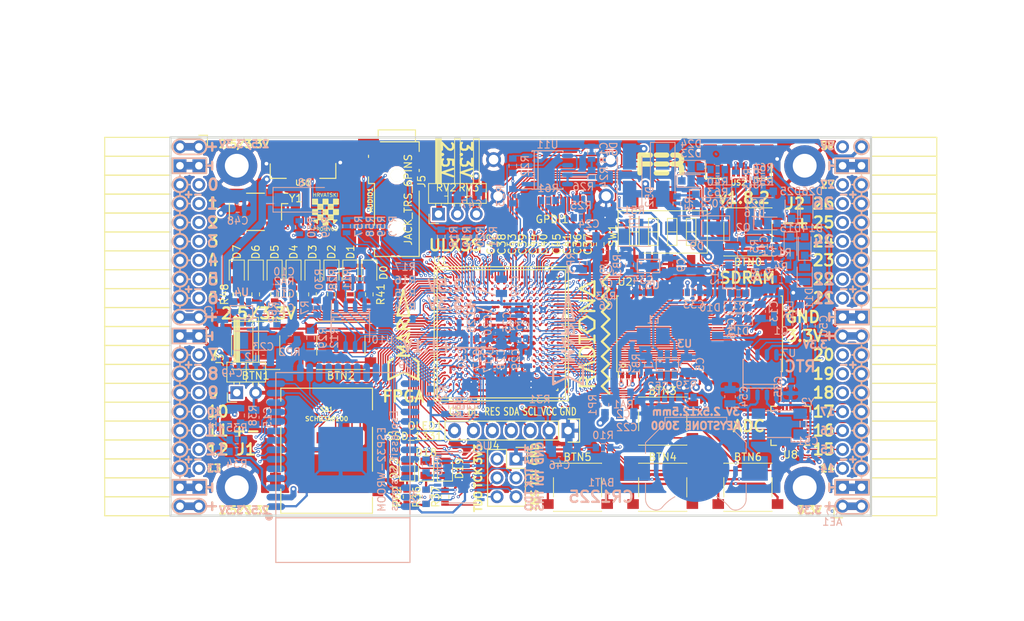
<source format=kicad_pcb>
(kicad_pcb (version 20171130) (host pcbnew 5.0.0-rc2-dev-unknown+dfsg1+20180318-2)
  (layers (0 F.Cu signal) (1 In1.Cu signal) (2 In2.Cu signal) (31 B.Cu signal) (34 B.Paste user) (35 F.Paste user) (36 B.SilkS user) (37 F.SilkS user) (38 B.Mask user) (39 F.Mask user) (44 Edge.Cuts user))
  (net 0 "")
  (net 1 GND)
  (net 2 +5V)
  (net 3 /gpio/IN5V)
  (net 4 /gpio/OUT5V)
  (net 5 +3V3)
  (net 6 BTN_D)
  (net 7 BTN_F1)
  (net 8 BTN_F2)
  (net 9 BTN_L)
  (net 10 BTN_R)
  (net 11 BTN_U)
  (net 12 /power/FB1)
  (net 13 +2V5)
  (net 14 /power/PWREN)
  (net 15 /power/FB3)
  (net 16 /power/FB2)
  (net 17 "Net-(D9-Pad1)")
  (net 18 /power/VBAT)
  (net 19 JTAG_TDI)
  (net 20 JTAG_TCK)
  (net 21 JTAG_TMS)
  (net 22 JTAG_TDO)
  (net 23 /power/WAKEUPn)
  (net 24 /power/WKUP)
  (net 25 /power/SHUT)
  (net 26 /power/WAKE)
  (net 27 /power/HOLD)
  (net 28 /power/WKn)
  (net 29 /power/OSCI_32k)
  (net 30 /power/OSCO_32k)
  (net 31 "Net-(Q2-Pad3)")
  (net 32 SHUTDOWN)
  (net 33 /analog/AUDIO_L)
  (net 34 /analog/AUDIO_R)
  (net 35 GPDI_SDA)
  (net 36 GPDI_SCL)
  (net 37 /gpdi/VREF2)
  (net 38 SD_CMD)
  (net 39 SD_CLK)
  (net 40 SD_D0)
  (net 41 SD_D1)
  (net 42 USB5V)
  (net 43 GPDI_CEC)
  (net 44 nRESET)
  (net 45 FTDI_nDTR)
  (net 46 SDRAM_CKE)
  (net 47 SDRAM_A7)
  (net 48 SDRAM_D15)
  (net 49 SDRAM_BA1)
  (net 50 SDRAM_D7)
  (net 51 SDRAM_A6)
  (net 52 SDRAM_CLK)
  (net 53 SDRAM_D13)
  (net 54 SDRAM_BA0)
  (net 55 SDRAM_D6)
  (net 56 SDRAM_A5)
  (net 57 SDRAM_D14)
  (net 58 SDRAM_A11)
  (net 59 SDRAM_D12)
  (net 60 SDRAM_D5)
  (net 61 SDRAM_A4)
  (net 62 SDRAM_A10)
  (net 63 SDRAM_D11)
  (net 64 SDRAM_A3)
  (net 65 SDRAM_D4)
  (net 66 SDRAM_D10)
  (net 67 SDRAM_D9)
  (net 68 SDRAM_A9)
  (net 69 SDRAM_D3)
  (net 70 SDRAM_D8)
  (net 71 SDRAM_A8)
  (net 72 SDRAM_A2)
  (net 73 SDRAM_A1)
  (net 74 SDRAM_A0)
  (net 75 SDRAM_D2)
  (net 76 SDRAM_D1)
  (net 77 SDRAM_D0)
  (net 78 SDRAM_DQM0)
  (net 79 SDRAM_nCS)
  (net 80 SDRAM_nRAS)
  (net 81 SDRAM_DQM1)
  (net 82 SDRAM_nCAS)
  (net 83 SDRAM_nWE)
  (net 84 /flash/FLASH_nWP)
  (net 85 /flash/FLASH_nHOLD)
  (net 86 /flash/FLASH_MOSI)
  (net 87 /flash/FLASH_MISO)
  (net 88 /flash/FLASH_SCK)
  (net 89 /flash/FLASH_nCS)
  (net 90 /flash/FPGA_PROGRAMN)
  (net 91 /flash/FPGA_DONE)
  (net 92 /flash/FPGA_INITN)
  (net 93 OLED_RES)
  (net 94 OLED_DC)
  (net 95 OLED_CS)
  (net 96 WIFI_EN)
  (net 97 FTDI_nRTS)
  (net 98 FTDI_TXD)
  (net 99 FTDI_RXD)
  (net 100 WIFI_RXD)
  (net 101 WIFI_GPIO0)
  (net 102 WIFI_TXD)
  (net 103 USB_FTDI_D+)
  (net 104 USB_FTDI_D-)
  (net 105 SD_D3)
  (net 106 AUDIO_L3)
  (net 107 AUDIO_L2)
  (net 108 AUDIO_L1)
  (net 109 AUDIO_L0)
  (net 110 AUDIO_R3)
  (net 111 AUDIO_R2)
  (net 112 AUDIO_R1)
  (net 113 AUDIO_R0)
  (net 114 OLED_CLK)
  (net 115 OLED_MOSI)
  (net 116 LED0)
  (net 117 LED1)
  (net 118 LED2)
  (net 119 LED3)
  (net 120 LED4)
  (net 121 LED5)
  (net 122 LED6)
  (net 123 LED7)
  (net 124 BTN_PWRn)
  (net 125 FTDI_nTXLED)
  (net 126 FTDI_nSLEEP)
  (net 127 /blinkey/LED_PWREN)
  (net 128 /blinkey/LED_TXLED)
  (net 129 /sdcard/SD3V3)
  (net 130 SD_D2)
  (net 131 CLK_25MHz)
  (net 132 /blinkey/BTNPUL)
  (net 133 /blinkey/BTNPUR)
  (net 134 USB_FPGA_D+)
  (net 135 /power/FTDI_nSUSPEND)
  (net 136 /blinkey/ALED0)
  (net 137 /blinkey/ALED1)
  (net 138 /blinkey/ALED2)
  (net 139 /blinkey/ALED3)
  (net 140 /blinkey/ALED4)
  (net 141 /blinkey/ALED5)
  (net 142 /blinkey/ALED6)
  (net 143 /blinkey/ALED7)
  (net 144 /usb/FTD-)
  (net 145 /usb/FTD+)
  (net 146 ADC_MISO)
  (net 147 ADC_MOSI)
  (net 148 ADC_CSn)
  (net 149 ADC_SCLK)
  (net 150 SW3)
  (net 151 SW2)
  (net 152 SW1)
  (net 153 USB_FPGA_D-)
  (net 154 /usb/FPD+)
  (net 155 /usb/FPD-)
  (net 156 WIFI_GPIO16)
  (net 157 /usb/ANT_433MHz)
  (net 158 /power/PWRBTn)
  (net 159 PROG_DONE)
  (net 160 /power/P3V3)
  (net 161 /power/P2V5)
  (net 162 /power/L1)
  (net 163 /power/L3)
  (net 164 /power/L2)
  (net 165 FTDI_TXDEN)
  (net 166 SDRAM_A12)
  (net 167 /analog/AUDIO_V)
  (net 168 AUDIO_V3)
  (net 169 AUDIO_V2)
  (net 170 AUDIO_V1)
  (net 171 AUDIO_V0)
  (net 172 /blinkey/LED_WIFI)
  (net 173 /power/P1V1)
  (net 174 +1V1)
  (net 175 SW4)
  (net 176 /blinkey/SWPU)
  (net 177 /wifi/WIFIEN)
  (net 178 FT2V5)
  (net 179 GN0)
  (net 180 GP0)
  (net 181 GN1)
  (net 182 GP1)
  (net 183 GN2)
  (net 184 GP2)
  (net 185 GN3)
  (net 186 GP3)
  (net 187 GN4)
  (net 188 GP4)
  (net 189 GN5)
  (net 190 GP5)
  (net 191 GN6)
  (net 192 GP6)
  (net 193 GN14)
  (net 194 GP14)
  (net 195 GN15)
  (net 196 GP15)
  (net 197 GN16)
  (net 198 GP16)
  (net 199 GN17)
  (net 200 GP17)
  (net 201 GN18)
  (net 202 GP18)
  (net 203 GN19)
  (net 204 GP19)
  (net 205 GN20)
  (net 206 GP20)
  (net 207 GN21)
  (net 208 GP21)
  (net 209 GN22)
  (net 210 GP22)
  (net 211 GN23)
  (net 212 GP23)
  (net 213 GN24)
  (net 214 GP24)
  (net 215 GN25)
  (net 216 GP25)
  (net 217 GN26)
  (net 218 GP26)
  (net 219 GN27)
  (net 220 GP27)
  (net 221 GN7)
  (net 222 GP7)
  (net 223 GN8)
  (net 224 GP8)
  (net 225 GN9)
  (net 226 GP9)
  (net 227 GN10)
  (net 228 GP10)
  (net 229 GN11)
  (net 230 GP11)
  (net 231 GN12)
  (net 232 GP12)
  (net 233 GN13)
  (net 234 GP13)
  (net 235 WIFI_GPIO5)
  (net 236 WIFI_GPIO17)
  (net 237 USB_FPGA_PULL_D+)
  (net 238 USB_FPGA_PULL_D-)
  (net 239 "Net-(D23-Pad2)")
  (net 240 "Net-(D24-Pad1)")
  (net 241 "Net-(D25-Pad2)")
  (net 242 "Net-(D26-Pad1)")
  (net 243 /gpdi/GPDI_ETH+)
  (net 244 FPDI_ETH+)
  (net 245 /gpdi/GPDI_ETH-)
  (net 246 FPDI_ETH-)
  (net 247 /gpdi/GPDI_D2-)
  (net 248 FPDI_D2-)
  (net 249 /gpdi/GPDI_D1-)
  (net 250 FPDI_D1-)
  (net 251 /gpdi/GPDI_D0-)
  (net 252 FPDI_D0-)
  (net 253 /gpdi/GPDI_CLK-)
  (net 254 FPDI_CLK-)
  (net 255 /gpdi/GPDI_D2+)
  (net 256 FPDI_D2+)
  (net 257 /gpdi/GPDI_D1+)
  (net 258 FPDI_D1+)
  (net 259 /gpdi/GPDI_D0+)
  (net 260 FPDI_D0+)
  (net 261 /gpdi/GPDI_CLK+)
  (net 262 FPDI_CLK+)
  (net 263 FPDI_SDA)
  (net 264 FPDI_SCL)
  (net 265 /gpdi/FPDI_CEC)
  (net 266 2V5_3V3)
  (net 267 "Net-(AUDIO1-Pad5)")
  (net 268 "Net-(AUDIO1-Pad6)")
  (net 269 "Net-(U1-PadA15)")
  (net 270 "Net-(U1-PadC9)")
  (net 271 "Net-(U1-PadD9)")
  (net 272 "Net-(U1-PadD10)")
  (net 273 "Net-(U1-PadD11)")
  (net 274 "Net-(U1-PadD12)")
  (net 275 "Net-(U1-PadE6)")
  (net 276 "Net-(U1-PadE9)")
  (net 277 "Net-(U1-PadE10)")
  (net 278 "Net-(U1-PadE11)")
  (net 279 "Net-(U1-PadJ4)")
  (net 280 "Net-(U1-PadJ5)")
  (net 281 "Net-(U1-PadK5)")
  (net 282 "Net-(U1-PadL5)")
  (net 283 "Net-(U1-PadM4)")
  (net 284 "Net-(U1-PadM5)")
  (net 285 SD_CD)
  (net 286 SD_WP)
  (net 287 "Net-(U1-PadR3)")
  (net 288 "Net-(U1-PadT16)")
  (net 289 "Net-(U1-PadW4)")
  (net 290 "Net-(U1-PadW5)")
  (net 291 "Net-(U1-PadW8)")
  (net 292 "Net-(U1-PadW9)")
  (net 293 "Net-(U1-PadW13)")
  (net 294 "Net-(U1-PadW14)")
  (net 295 "Net-(U1-PadW17)")
  (net 296 "Net-(U1-PadW18)")
  (net 297 FTDI_nRXLED)
  (net 298 "Net-(U8-Pad12)")
  (net 299 "Net-(U8-Pad25)")
  (net 300 "Net-(U9-Pad32)")
  (net 301 "Net-(U9-Pad22)")
  (net 302 "Net-(U9-Pad21)")
  (net 303 "Net-(U9-Pad20)")
  (net 304 "Net-(U9-Pad19)")
  (net 305 "Net-(U9-Pad18)")
  (net 306 "Net-(U9-Pad17)")
  (net 307 "Net-(U9-Pad12)")
  (net 308 "Net-(U9-Pad5)")
  (net 309 "Net-(U9-Pad4)")
  (net 310 "Net-(US1-Pad4)")
  (net 311 "Net-(US2-Pad4)")
  (net 312 "Net-(Y2-Pad3)")
  (net 313 "Net-(Y2-Pad2)")
  (net 314 "Net-(U1-PadK16)")
  (net 315 "Net-(U1-PadK17)")
  (module Socket_Strips:Socket_Strip_Angled_2x20 (layer F.Cu) (at 97.91 62.69 270)
    (fp_text reference J1 (at 40.64 -6.35) (layer F.SilkS) (effects (font (size 1.5 1.5) (thickness 0.3))))
    (fp_text value CONN_02X20 hide)
    (pad 1 thru_hole oval (at 0 0 270) (size 1.7272 1.7272) (drill 1.016) (layers *.Cu *.Mask) (net 266 2V5_3V3))
    (pad 2 thru_hole oval (at 0 2.54 270) (size 1.7272 1.7272) (drill 1.016) (layers *.Cu *.Mask) (net 266 2V5_3V3))
    (pad 3 thru_hole rect (at 2.54 0 270) (size 1.7272 1.7272) (drill 1.016) (layers *.Cu *.Mask) (net 1 GND))
    (pad 4 thru_hole rect (at 2.54 2.54 270) (size 1.7272 1.7272) (drill 1.016) (layers *.Cu *.Mask) (net 1 GND))
    (pad 5 thru_hole oval (at 5.08 0 270) (size 1.7272 1.7272) (drill 1.016) (layers *.Cu *.Mask) (net 179 GN0))
    (pad 6 thru_hole oval (at 5.08 2.54 270) (size 1.7272 1.7272) (drill 1.016) (layers *.Cu *.Mask) (net 180 GP0))
    (pad 7 thru_hole oval (at 7.62 0 270) (size 1.7272 1.7272) (drill 1.016) (layers *.Cu *.Mask) (net 181 GN1))
    (pad 8 thru_hole oval (at 7.62 2.54 270) (size 1.7272 1.7272) (drill 1.016) (layers *.Cu *.Mask) (net 182 GP1))
    (pad 9 thru_hole oval (at 10.16 0 270) (size 1.7272 1.7272) (drill 1.016) (layers *.Cu *.Mask) (net 183 GN2))
    (pad 10 thru_hole oval (at 10.16 2.54 270) (size 1.7272 1.7272) (drill 1.016) (layers *.Cu *.Mask) (net 184 GP2))
    (pad 11 thru_hole oval (at 12.7 0 270) (size 1.7272 1.7272) (drill 1.016) (layers *.Cu *.Mask) (net 185 GN3))
    (pad 12 thru_hole oval (at 12.7 2.54 270) (size 1.7272 1.7272) (drill 1.016) (layers *.Cu *.Mask) (net 186 GP3))
    (pad 13 thru_hole oval (at 15.24 0 270) (size 1.7272 1.7272) (drill 1.016) (layers *.Cu *.Mask) (net 187 GN4))
    (pad 14 thru_hole oval (at 15.24 2.54 270) (size 1.7272 1.7272) (drill 1.016) (layers *.Cu *.Mask) (net 188 GP4))
    (pad 15 thru_hole oval (at 17.78 0 270) (size 1.7272 1.7272) (drill 1.016) (layers *.Cu *.Mask) (net 189 GN5))
    (pad 16 thru_hole oval (at 17.78 2.54 270) (size 1.7272 1.7272) (drill 1.016) (layers *.Cu *.Mask) (net 190 GP5))
    (pad 17 thru_hole oval (at 20.32 0 270) (size 1.7272 1.7272) (drill 1.016) (layers *.Cu *.Mask) (net 191 GN6))
    (pad 18 thru_hole oval (at 20.32 2.54 270) (size 1.7272 1.7272) (drill 1.016) (layers *.Cu *.Mask) (net 192 GP6))
    (pad 19 thru_hole oval (at 22.86 0 270) (size 1.7272 1.7272) (drill 1.016) (layers *.Cu *.Mask) (net 266 2V5_3V3))
    (pad 20 thru_hole oval (at 22.86 2.54 270) (size 1.7272 1.7272) (drill 1.016) (layers *.Cu *.Mask) (net 266 2V5_3V3))
    (pad 21 thru_hole rect (at 25.4 0 270) (size 1.7272 1.7272) (drill 1.016) (layers *.Cu *.Mask) (net 1 GND))
    (pad 22 thru_hole rect (at 25.4 2.54 270) (size 1.7272 1.7272) (drill 1.016) (layers *.Cu *.Mask) (net 1 GND))
    (pad 23 thru_hole oval (at 27.94 0 270) (size 1.7272 1.7272) (drill 1.016) (layers *.Cu *.Mask) (net 221 GN7))
    (pad 24 thru_hole oval (at 27.94 2.54 270) (size 1.7272 1.7272) (drill 1.016) (layers *.Cu *.Mask) (net 222 GP7))
    (pad 25 thru_hole oval (at 30.48 0 270) (size 1.7272 1.7272) (drill 1.016) (layers *.Cu *.Mask) (net 223 GN8))
    (pad 26 thru_hole oval (at 30.48 2.54 270) (size 1.7272 1.7272) (drill 1.016) (layers *.Cu *.Mask) (net 224 GP8))
    (pad 27 thru_hole oval (at 33.02 0 270) (size 1.7272 1.7272) (drill 1.016) (layers *.Cu *.Mask) (net 225 GN9))
    (pad 28 thru_hole oval (at 33.02 2.54 270) (size 1.7272 1.7272) (drill 1.016) (layers *.Cu *.Mask) (net 226 GP9))
    (pad 29 thru_hole oval (at 35.56 0 270) (size 1.7272 1.7272) (drill 1.016) (layers *.Cu *.Mask) (net 227 GN10))
    (pad 30 thru_hole oval (at 35.56 2.54 270) (size 1.7272 1.7272) (drill 1.016) (layers *.Cu *.Mask) (net 228 GP10))
    (pad 31 thru_hole oval (at 38.1 0 270) (size 1.7272 1.7272) (drill 1.016) (layers *.Cu *.Mask) (net 229 GN11))
    (pad 32 thru_hole oval (at 38.1 2.54 270) (size 1.7272 1.7272) (drill 1.016) (layers *.Cu *.Mask) (net 230 GP11))
    (pad 33 thru_hole oval (at 40.64 0 270) (size 1.7272 1.7272) (drill 1.016) (layers *.Cu *.Mask) (net 231 GN12))
    (pad 34 thru_hole oval (at 40.64 2.54 270) (size 1.7272 1.7272) (drill 1.016) (layers *.Cu *.Mask) (net 232 GP12))
    (pad 35 thru_hole oval (at 43.18 0 270) (size 1.7272 1.7272) (drill 1.016) (layers *.Cu *.Mask) (net 233 GN13))
    (pad 36 thru_hole oval (at 43.18 2.54 270) (size 1.7272 1.7272) (drill 1.016) (layers *.Cu *.Mask) (net 234 GP13))
    (pad 37 thru_hole rect (at 45.72 0 270) (size 1.7272 1.7272) (drill 1.016) (layers *.Cu *.Mask) (net 1 GND))
    (pad 38 thru_hole rect (at 45.72 2.54 270) (size 1.7272 1.7272) (drill 1.016) (layers *.Cu *.Mask) (net 1 GND))
    (pad 39 thru_hole oval (at 48.26 0 270) (size 1.7272 1.7272) (drill 1.016) (layers *.Cu *.Mask) (net 266 2V5_3V3))
    (pad 40 thru_hole oval (at 48.26 2.54 270) (size 1.7272 1.7272) (drill 1.016) (layers *.Cu *.Mask) (net 266 2V5_3V3))
  )
  (module TSOT-25:TSOT-25 (layer B.Cu) (at 160.775 91.9)
    (fp_text reference U3 (at 2.301 -2.776) (layer B.SilkS) (effects (font (thickness 0.2)) (justify mirror)))
    (fp_text value TLV62569DBV)
    (pad 1 smd rect (at -0.95 -1.3) (size 0.7 1.2) (layers B.Cu B.Paste B.Mask) (net 14 /power/PWREN))
    (pad 2 smd rect (at 0 -1.3) (size 0.7 1.2) (layers B.Cu B.Paste B.Mask) (net 1 GND))
    (pad 3 smd rect (at 0.95 -1.3) (size 0.7 1.2) (layers B.Cu B.Paste B.Mask) (net 162 /power/L1))
    (pad 4 smd rect (at 0.95 1.3) (size 0.7 1.2) (layers B.Cu B.Paste B.Mask) (net 2 +5V))
    (pad 5 smd rect (at -0.95 1.3) (size 0.7 1.2) (layers B.Cu B.Paste B.Mask) (net 12 /power/FB1))
  )
  (module TSOT-25:TSOT-25 (layer B.Cu) (at 103.625 84.915 180)
    (fp_text reference U4 (at 0 2.697 180) (layer B.SilkS) (effects (font (thickness 0.2)) (justify mirror)))
    (fp_text value TLV62569DBV)
    (pad 1 smd rect (at -0.95 -1.3 180) (size 0.7 1.2) (layers B.Cu B.Paste B.Mask) (net 14 /power/PWREN))
    (pad 2 smd rect (at 0 -1.3 180) (size 0.7 1.2) (layers B.Cu B.Paste B.Mask) (net 1 GND))
    (pad 3 smd rect (at 0.95 -1.3 180) (size 0.7 1.2) (layers B.Cu B.Paste B.Mask) (net 164 /power/L2))
    (pad 4 smd rect (at 0.95 1.3 180) (size 0.7 1.2) (layers B.Cu B.Paste B.Mask) (net 2 +5V))
    (pad 5 smd rect (at -0.95 1.3 180) (size 0.7 1.2) (layers B.Cu B.Paste B.Mask) (net 16 /power/FB2))
  )
  (module TSOT-25:TSOT-25 (layer B.Cu) (at 158.235 78.692)
    (fp_text reference U5 (at 0.523 2.558) (layer B.SilkS) (effects (font (thickness 0.2)) (justify mirror)))
    (fp_text value TLV62569DBV)
    (pad 1 smd rect (at -0.95 -1.3) (size 0.7 1.2) (layers B.Cu B.Paste B.Mask) (net 14 /power/PWREN))
    (pad 2 smd rect (at 0 -1.3) (size 0.7 1.2) (layers B.Cu B.Paste B.Mask) (net 1 GND))
    (pad 3 smd rect (at 0.95 -1.3) (size 0.7 1.2) (layers B.Cu B.Paste B.Mask) (net 163 /power/L3))
    (pad 4 smd rect (at 0.95 1.3) (size 0.7 1.2) (layers B.Cu B.Paste B.Mask) (net 2 +5V))
    (pad 5 smd rect (at -0.95 1.3) (size 0.7 1.2) (layers B.Cu B.Paste B.Mask) (net 15 /power/FB3))
  )
  (module Socket_Strips:Socket_Strip_Angled_2x20 (layer F.Cu) (at 184.27 110.95 90)
    (fp_text reference J2 (at 40.64 -6.35 180) (layer F.SilkS) (effects (font (size 1.5 1.5) (thickness 0.3))))
    (fp_text value CONN_02X20 hide)
    (pad 1 thru_hole oval (at 0 0 90) (size 1.7272 1.7272) (drill 1.016) (layers *.Cu *.Mask) (net 5 +3V3))
    (pad 2 thru_hole oval (at 0 2.54 90) (size 1.7272 1.7272) (drill 1.016) (layers *.Cu *.Mask) (net 5 +3V3))
    (pad 3 thru_hole rect (at 2.54 0 90) (size 1.7272 1.7272) (drill 1.016) (layers *.Cu *.Mask) (net 1 GND))
    (pad 4 thru_hole rect (at 2.54 2.54 90) (size 1.7272 1.7272) (drill 1.016) (layers *.Cu *.Mask) (net 1 GND))
    (pad 5 thru_hole oval (at 5.08 0 90) (size 1.7272 1.7272) (drill 1.016) (layers *.Cu *.Mask) (net 193 GN14))
    (pad 6 thru_hole oval (at 5.08 2.54 90) (size 1.7272 1.7272) (drill 1.016) (layers *.Cu *.Mask) (net 194 GP14))
    (pad 7 thru_hole oval (at 7.62 0 90) (size 1.7272 1.7272) (drill 1.016) (layers *.Cu *.Mask) (net 195 GN15))
    (pad 8 thru_hole oval (at 7.62 2.54 90) (size 1.7272 1.7272) (drill 1.016) (layers *.Cu *.Mask) (net 196 GP15))
    (pad 9 thru_hole oval (at 10.16 0 90) (size 1.7272 1.7272) (drill 1.016) (layers *.Cu *.Mask) (net 197 GN16))
    (pad 10 thru_hole oval (at 10.16 2.54 90) (size 1.7272 1.7272) (drill 1.016) (layers *.Cu *.Mask) (net 198 GP16))
    (pad 11 thru_hole oval (at 12.7 0 90) (size 1.7272 1.7272) (drill 1.016) (layers *.Cu *.Mask) (net 199 GN17))
    (pad 12 thru_hole oval (at 12.7 2.54 90) (size 1.7272 1.7272) (drill 1.016) (layers *.Cu *.Mask) (net 200 GP17))
    (pad 13 thru_hole oval (at 15.24 0 90) (size 1.7272 1.7272) (drill 1.016) (layers *.Cu *.Mask) (net 201 GN18))
    (pad 14 thru_hole oval (at 15.24 2.54 90) (size 1.7272 1.7272) (drill 1.016) (layers *.Cu *.Mask) (net 202 GP18))
    (pad 15 thru_hole oval (at 17.78 0 90) (size 1.7272 1.7272) (drill 1.016) (layers *.Cu *.Mask) (net 203 GN19))
    (pad 16 thru_hole oval (at 17.78 2.54 90) (size 1.7272 1.7272) (drill 1.016) (layers *.Cu *.Mask) (net 204 GP19))
    (pad 17 thru_hole oval (at 20.32 0 90) (size 1.7272 1.7272) (drill 1.016) (layers *.Cu *.Mask) (net 205 GN20))
    (pad 18 thru_hole oval (at 20.32 2.54 90) (size 1.7272 1.7272) (drill 1.016) (layers *.Cu *.Mask) (net 206 GP20))
    (pad 19 thru_hole oval (at 22.86 0 90) (size 1.7272 1.7272) (drill 1.016) (layers *.Cu *.Mask) (net 5 +3V3))
    (pad 20 thru_hole oval (at 22.86 2.54 90) (size 1.7272 1.7272) (drill 1.016) (layers *.Cu *.Mask) (net 5 +3V3))
    (pad 21 thru_hole rect (at 25.4 0 90) (size 1.7272 1.7272) (drill 1.016) (layers *.Cu *.Mask) (net 1 GND))
    (pad 22 thru_hole rect (at 25.4 2.54 90) (size 1.7272 1.7272) (drill 1.016) (layers *.Cu *.Mask) (net 1 GND))
    (pad 23 thru_hole oval (at 27.94 0 90) (size 1.7272 1.7272) (drill 1.016) (layers *.Cu *.Mask) (net 207 GN21))
    (pad 24 thru_hole oval (at 27.94 2.54 90) (size 1.7272 1.7272) (drill 1.016) (layers *.Cu *.Mask) (net 208 GP21))
    (pad 25 thru_hole oval (at 30.48 0 90) (size 1.7272 1.7272) (drill 1.016) (layers *.Cu *.Mask) (net 209 GN22))
    (pad 26 thru_hole oval (at 30.48 2.54 90) (size 1.7272 1.7272) (drill 1.016) (layers *.Cu *.Mask) (net 210 GP22))
    (pad 27 thru_hole oval (at 33.02 0 90) (size 1.7272 1.7272) (drill 1.016) (layers *.Cu *.Mask) (net 211 GN23))
    (pad 28 thru_hole oval (at 33.02 2.54 90) (size 1.7272 1.7272) (drill 1.016) (layers *.Cu *.Mask) (net 212 GP23))
    (pad 29 thru_hole oval (at 35.56 0 90) (size 1.7272 1.7272) (drill 1.016) (layers *.Cu *.Mask) (net 213 GN24))
    (pad 30 thru_hole oval (at 35.56 2.54 90) (size 1.7272 1.7272) (drill 1.016) (layers *.Cu *.Mask) (net 214 GP24))
    (pad 31 thru_hole oval (at 38.1 0 90) (size 1.7272 1.7272) (drill 1.016) (layers *.Cu *.Mask) (net 215 GN25))
    (pad 32 thru_hole oval (at 38.1 2.54 90) (size 1.7272 1.7272) (drill 1.016) (layers *.Cu *.Mask) (net 216 GP25))
    (pad 33 thru_hole oval (at 40.64 0 90) (size 1.7272 1.7272) (drill 1.016) (layers *.Cu *.Mask) (net 217 GN26))
    (pad 34 thru_hole oval (at 40.64 2.54 90) (size 1.7272 1.7272) (drill 1.016) (layers *.Cu *.Mask) (net 218 GP26))
    (pad 35 thru_hole oval (at 43.18 0 90) (size 1.7272 1.7272) (drill 1.016) (layers *.Cu *.Mask) (net 219 GN27))
    (pad 36 thru_hole oval (at 43.18 2.54 90) (size 1.7272 1.7272) (drill 1.016) (layers *.Cu *.Mask) (net 220 GP27))
    (pad 37 thru_hole rect (at 45.72 0 90) (size 1.7272 1.7272) (drill 1.016) (layers *.Cu *.Mask) (net 1 GND))
    (pad 38 thru_hole rect (at 45.72 2.54 90) (size 1.7272 1.7272) (drill 1.016) (layers *.Cu *.Mask) (net 1 GND))
    (pad 39 thru_hole oval (at 48.26 0 90) (size 1.7272 1.7272) (drill 1.016) (layers *.Cu *.Mask) (net 3 /gpio/IN5V))
    (pad 40 thru_hole oval (at 48.26 2.54 90) (size 1.7272 1.7272) (drill 1.016) (layers *.Cu *.Mask) (net 4 /gpio/OUT5V))
  )
  (module Mounting_Holes:MountingHole_3.2mm_M3_ISO14580_Pad (layer F.Cu) (at 102.99 108.41)
    (fp_text reference H1 hide)
    (fp_text value HOLE hide)
    (pad 1 thru_hole circle (at 0 0) (size 5.5 5.5) (drill 3.2) (layers *.Cu *.Mask) (net 1 GND))
  )
  (module Mounting_Holes:MountingHole_3.2mm_M3_ISO14580_Pad (layer F.Cu) (at 179.19 108.41)
    (fp_text reference H2 hide)
    (fp_text value HOLE hide)
    (pad 1 thru_hole circle (at 0 0) (size 5.5 5.5) (drill 3.2) (layers *.Cu *.Mask) (net 1 GND))
  )
  (module Mounting_Holes:MountingHole_3.2mm_M3_ISO14580_Pad (layer F.Cu) (at 179.19 65.23)
    (fp_text reference H3 hide)
    (fp_text value HOLE hide)
    (pad 1 thru_hole circle (at 0 0) (size 5.5 5.5) (drill 3.2) (layers *.Cu *.Mask) (net 1 GND))
  )
  (module Mounting_Holes:MountingHole_3.2mm_M3_ISO14580_Pad (layer F.Cu) (at 102.99 65.23)
    (fp_text reference H4 hide)
    (fp_text value HOLE hide)
    (pad 1 thru_hole circle (at 0 0) (size 5.5 5.5) (drill 3.2) (layers *.Cu *.Mask) (net 1 GND))
  )
  (module Housings_SSOP:SSOP-20_4.4x6.5mm_Pitch0.65mm (layer B.Cu) (at 132.835 107.14 180)
    (fp_text reference U6 (at -3.175 4.318 180) (layer B.SilkS) (effects (justify mirror)))
    (fp_text value FT231XS)
    (pad 1 smd rect (at -2.9 2.925 180) (size 1 0.4) (layers B.Cu B.Paste B.Mask) (net 45 FTDI_nDTR))
    (pad 2 smd rect (at -2.9 2.275 180) (size 1 0.4) (layers B.Cu B.Paste B.Mask) (net 97 FTDI_nRTS))
    (pad 3 smd rect (at -2.9 1.625 180) (size 1 0.4) (layers B.Cu B.Paste B.Mask) (net 178 FT2V5))
    (pad 4 smd rect (at -2.9 0.975 180) (size 1 0.4) (layers B.Cu B.Paste B.Mask) (net 99 FTDI_RXD))
    (pad 5 smd rect (at -2.9 0.325 180) (size 1 0.4) (layers B.Cu B.Paste B.Mask) (net 19 JTAG_TDI))
    (pad 6 smd rect (at -2.9 -0.325 180) (size 1 0.4) (layers B.Cu B.Paste B.Mask) (net 1 GND))
    (pad 7 smd rect (at -2.9 -0.975 180) (size 1 0.4) (layers B.Cu B.Paste B.Mask) (net 20 JTAG_TCK))
    (pad 8 smd rect (at -2.9 -1.625 180) (size 1 0.4) (layers B.Cu B.Paste B.Mask) (net 21 JTAG_TMS))
    (pad 9 smd rect (at -2.9 -2.275 180) (size 1 0.4) (layers B.Cu B.Paste B.Mask) (net 22 JTAG_TDO))
    (pad 10 smd rect (at -2.9 -2.925 180) (size 1 0.4) (layers B.Cu B.Paste B.Mask) (net 125 FTDI_nTXLED))
    (pad 11 smd rect (at 2.9 -2.925 180) (size 1 0.4) (layers B.Cu B.Paste B.Mask) (net 103 USB_FTDI_D+))
    (pad 12 smd rect (at 2.9 -2.275 180) (size 1 0.4) (layers B.Cu B.Paste B.Mask) (net 104 USB_FTDI_D-))
    (pad 13 smd rect (at 2.9 -1.625 180) (size 1 0.4) (layers B.Cu B.Paste B.Mask) (net 178 FT2V5))
    (pad 14 smd rect (at 2.9 -0.975 180) (size 1 0.4) (layers B.Cu B.Paste B.Mask) (net 44 nRESET))
    (pad 15 smd rect (at 2.9 -0.325 180) (size 1 0.4) (layers B.Cu B.Paste B.Mask) (net 42 USB5V))
    (pad 16 smd rect (at 2.9 0.325 180) (size 1 0.4) (layers B.Cu B.Paste B.Mask) (net 1 GND))
    (pad 17 smd rect (at 2.9 0.975 180) (size 1 0.4) (layers B.Cu B.Paste B.Mask) (net 297 FTDI_nRXLED))
    (pad 18 smd rect (at 2.9 1.625 180) (size 1 0.4) (layers B.Cu B.Paste B.Mask) (net 165 FTDI_TXDEN))
    (pad 19 smd rect (at 2.9 2.275 180) (size 1 0.4) (layers B.Cu B.Paste B.Mask) (net 126 FTDI_nSLEEP))
    (pad 20 smd rect (at 2.9 2.925 180) (size 1 0.4) (layers B.Cu B.Paste B.Mask) (net 98 FTDI_TXD))
  )
  (module usb_otg:USB-MICRO-B-FCI-10118192-0001LF (layer F.Cu) (at 111.88 63.325 180)
    (fp_text reference US1 (at 0 -4.2 180) (layer F.SilkS) (effects (font (size 0.7 0.7))))
    (fp_text value MICRO_USB hide)
    (pad 6 smd rect (at -3.1 -2.55 180) (size 2.1 1.6) (layers F.Cu F.Paste F.Mask) (net 1 GND))
    (pad 6 smd rect (at 3.1 -2.55 180) (size 2.1 1.6) (layers F.Cu F.Paste F.Mask) (net 1 GND))
    (pad 6 smd rect (at -1.2 0 180) (size 1.9 1.9) (layers F.Cu F.Paste F.Mask) (net 1 GND))
    (pad 6 smd rect (at 1.2 0 180) (size 1.9 1.9) (layers F.Cu F.Paste F.Mask) (net 1 GND))
    (pad 1 smd rect (at -1.3 -2.675 180) (size 0.4 1.35) (layers F.Cu F.Paste F.Mask) (net 42 USB5V))
    (pad 2 smd rect (at -0.65 -2.675 180) (size 0.4 1.35) (layers F.Cu F.Paste F.Mask) (net 144 /usb/FTD-))
    (pad 3 smd rect (at 0 -2.675 180) (size 0.4 1.35) (layers F.Cu F.Paste F.Mask) (net 145 /usb/FTD+))
    (pad 4 smd rect (at 0.65 -2.675 180) (size 0.4 1.35) (layers F.Cu F.Paste F.Mask) (net 310 "Net-(US1-Pad4)"))
    (pad 5 smd rect (at 1.3 -2.675 180) (size 0.4 1.35) (layers F.Cu F.Paste F.Mask) (net 1 GND))
    (pad 6 smd rect (at -3.8 0 180) (size 1.8 1.9) (layers F.Cu F.Paste F.Mask) (net 1 GND))
    (pad 6 smd rect (at 3.8 0 180) (size 1.8 1.9) (layers F.Cu F.Paste F.Mask) (net 1 GND))
  )
  (module usb_otg:USB-MICRO-B-FCI-10118192-0001LF (layer F.Cu) (at 170.3 63.325 180)
    (fp_text reference US2 (at 0 -4.2 180) (layer F.SilkS) (effects (font (size 0.7 0.7))))
    (fp_text value MICRO_USB hide)
    (pad 6 smd rect (at -3.1 -2.55 180) (size 2.1 1.6) (layers F.Cu F.Paste F.Mask) (net 1 GND))
    (pad 6 smd rect (at 3.1 -2.55 180) (size 2.1 1.6) (layers F.Cu F.Paste F.Mask) (net 1 GND))
    (pad 6 smd rect (at -1.2 0 180) (size 1.9 1.9) (layers F.Cu F.Paste F.Mask) (net 1 GND))
    (pad 6 smd rect (at 1.2 0 180) (size 1.9 1.9) (layers F.Cu F.Paste F.Mask) (net 1 GND))
    (pad 1 smd rect (at -1.3 -2.675 180) (size 0.4 1.35) (layers F.Cu F.Paste F.Mask) (net 17 "Net-(D9-Pad1)"))
    (pad 2 smd rect (at -0.65 -2.675 180) (size 0.4 1.35) (layers F.Cu F.Paste F.Mask) (net 155 /usb/FPD-))
    (pad 3 smd rect (at 0 -2.675 180) (size 0.4 1.35) (layers F.Cu F.Paste F.Mask) (net 154 /usb/FPD+))
    (pad 4 smd rect (at 0.65 -2.675 180) (size 0.4 1.35) (layers F.Cu F.Paste F.Mask) (net 311 "Net-(US2-Pad4)"))
    (pad 5 smd rect (at 1.3 -2.675 180) (size 0.4 1.35) (layers F.Cu F.Paste F.Mask) (net 1 GND))
    (pad 6 smd rect (at -3.8 0 180) (size 1.8 1.9) (layers F.Cu F.Paste F.Mask) (net 1 GND))
    (pad 6 smd rect (at 3.8 0 180) (size 1.8 1.9) (layers F.Cu F.Paste F.Mask) (net 1 GND))
  )
  (module Socket_Strips:Socket_Strip_Straight_2x03 (layer F.Cu) (at 140.455 104.6 270)
    (fp_text reference J4 (at -1.778 3.048) (layer F.SilkS))
    (fp_text value CONN_02X03 hide)
    (pad 1 thru_hole rect (at 0 0 270) (size 1.7272 1.7272) (drill 1.016) (layers *.Cu *.Mask) (net 1 GND))
    (pad 2 thru_hole oval (at 0 2.54 270) (size 1.7272 1.7272) (drill 1.016) (layers *.Cu *.Mask) (net 5 +3V3))
    (pad 3 thru_hole oval (at 2.54 0 270) (size 1.7272 1.7272) (drill 1.016) (layers *.Cu *.Mask) (net 19 JTAG_TDI))
    (pad 4 thru_hole oval (at 2.54 2.54 270) (size 1.7272 1.7272) (drill 1.016) (layers *.Cu *.Mask) (net 20 JTAG_TCK))
    (pad 5 thru_hole oval (at 5.08 0 270) (size 1.7272 1.7272) (drill 1.016) (layers *.Cu *.Mask) (net 21 JTAG_TMS))
    (pad 6 thru_hole oval (at 5.08 2.54 270) (size 1.7272 1.7272) (drill 1.016) (layers *.Cu *.Mask) (net 22 JTAG_TDO))
  )
  (module Housings_DFN_QFN:QFN-28-1EP_5x5mm_Pitch0.5mm (layer F.Cu) (at 177.285 100.155 180)
    (fp_text reference U8 (at 0 -3.875 180) (layer F.SilkS))
    (fp_text value MAX11125)
    (pad 1 smd oval (at -2.45 -1.5 180) (size 0.85 0.3) (layers F.Cu F.Paste F.Mask) (net 196 GP15))
    (pad 2 smd oval (at -2.45 -1 180) (size 0.85 0.3) (layers F.Cu F.Paste F.Mask) (net 197 GN16))
    (pad 3 smd oval (at -2.45 -0.5 180) (size 0.85 0.3) (layers F.Cu F.Paste F.Mask) (net 198 GP16))
    (pad 4 smd oval (at -2.45 0 180) (size 0.85 0.3) (layers F.Cu F.Paste F.Mask) (net 199 GN17))
    (pad 5 smd oval (at -2.45 0.5 180) (size 0.85 0.3) (layers F.Cu F.Paste F.Mask) (net 200 GP17))
    (pad 6 smd oval (at -2.45 1 180) (size 0.85 0.3) (layers F.Cu F.Paste F.Mask) (net 1 GND))
    (pad 7 smd oval (at -2.45 1.5 180) (size 0.85 0.3) (layers F.Cu F.Paste F.Mask) (net 1 GND))
    (pad 8 smd oval (at -1.5 2.45 270) (size 0.85 0.3) (layers F.Cu F.Paste F.Mask) (net 1 GND))
    (pad 9 smd oval (at -1 2.45 270) (size 0.85 0.3) (layers F.Cu F.Paste F.Mask) (net 1 GND))
    (pad 10 smd oval (at -0.5 2.45 270) (size 0.85 0.3) (layers F.Cu F.Paste F.Mask) (net 1 GND))
    (pad 11 smd oval (at 0 2.45 270) (size 0.85 0.3) (layers F.Cu F.Paste F.Mask) (net 1 GND))
    (pad 12 smd oval (at 0.5 2.45 270) (size 0.85 0.3) (layers F.Cu F.Paste F.Mask) (net 298 "Net-(U8-Pad12)"))
    (pad 13 smd oval (at 1 2.45 270) (size 0.85 0.3) (layers F.Cu F.Paste F.Mask) (net 1 GND))
    (pad 14 smd oval (at 1.5 2.45 270) (size 0.85 0.3) (layers F.Cu F.Paste F.Mask) (net 1 GND))
    (pad 15 smd oval (at 2.45 1.5 180) (size 0.85 0.3) (layers F.Cu F.Paste F.Mask) (net 5 +3V3))
    (pad 16 smd oval (at 2.45 1 180) (size 0.85 0.3) (layers F.Cu F.Paste F.Mask) (net 1 GND))
    (pad 17 smd oval (at 2.45 0.5 180) (size 0.85 0.3) (layers F.Cu F.Paste F.Mask) (net 5 +3V3))
    (pad 18 smd oval (at 2.45 0 180) (size 0.85 0.3) (layers F.Cu F.Paste F.Mask) (net 5 +3V3))
    (pad 19 smd oval (at 2.45 -0.5 180) (size 0.85 0.3) (layers F.Cu F.Paste F.Mask) (net 149 ADC_SCLK))
    (pad 20 smd oval (at 2.45 -1 180) (size 0.85 0.3) (layers F.Cu F.Paste F.Mask) (net 148 ADC_CSn))
    (pad 21 smd oval (at 2.45 -1.5 180) (size 0.85 0.3) (layers F.Cu F.Paste F.Mask) (net 147 ADC_MOSI))
    (pad 22 smd oval (at 1.5 -2.45 270) (size 0.85 0.3) (layers F.Cu F.Paste F.Mask) (net 1 GND))
    (pad 23 smd oval (at 1 -2.45 270) (size 0.85 0.3) (layers F.Cu F.Paste F.Mask) (net 5 +3V3))
    (pad 24 smd oval (at 0.5 -2.45 270) (size 0.85 0.3) (layers F.Cu F.Paste F.Mask) (net 146 ADC_MISO))
    (pad 25 smd oval (at 0 -2.45 270) (size 0.85 0.3) (layers F.Cu F.Paste F.Mask) (net 299 "Net-(U8-Pad25)"))
    (pad 26 smd oval (at -0.5 -2.45 270) (size 0.85 0.3) (layers F.Cu F.Paste F.Mask) (net 193 GN14))
    (pad 27 smd oval (at -1 -2.45 270) (size 0.85 0.3) (layers F.Cu F.Paste F.Mask) (net 194 GP14))
    (pad 28 smd oval (at -1.5 -2.45 270) (size 0.85 0.3) (layers F.Cu F.Paste F.Mask) (net 195 GN15))
    (pad 29 smd rect (at 0.8375 0.8375 180) (size 1.675 1.675) (layers F.Cu F.Paste F.Mask) (net 1 GND))
    (pad 29 smd rect (at 0.8375 -0.8375 180) (size 1.675 1.675) (layers F.Cu F.Paste F.Mask) (net 1 GND))
    (pad 29 smd rect (at -0.8375 0.8375 180) (size 1.675 1.675) (layers F.Cu F.Paste F.Mask) (net 1 GND))
    (pad 29 smd rect (at -0.8375 -0.8375 180) (size 1.675 1.675) (layers F.Cu F.Paste F.Mask) (net 1 GND))
  )
  (module oled:oled_13xx (layer F.Cu) (at 139.82 100.79 180)
    (fp_text reference OLED1 (at 11.557 0.635 180) (layer F.SilkS))
    (fp_text value SSD_1331 (at 12.954 -0.762 180) (layer F.SilkS))
    (fp_text user CS (at 7.62 2.54 180) (layer F.SilkS) (effects (font (size 1 0.75))))
    (fp_text user DC (at 5.08 2.54 180) (layer F.SilkS) (effects (font (size 1 0.75))))
    (fp_text user RES (at 2.54 2.54 180) (layer F.SilkS) (effects (font (size 1 0.75))))
    (fp_text user SDA (at 0 2.54 180) (layer F.SilkS) (effects (font (size 1 0.75))))
    (fp_text user SCL (at -2.54 2.54 180) (layer F.SilkS) (effects (font (size 1 0.75))))
    (fp_text user VCC (at -5.08 2.54 180) (layer F.SilkS) (effects (font (size 1 0.75))))
    (fp_text user GND (at -7.62 2.54 180) (layer F.SilkS) (effects (font (size 1 0.75))))
    (pad 1 thru_hole rect (at -7.62 0 180) (size 1.7272 2.032) (drill 1.016) (layers *.Cu *.Mask) (net 1 GND))
    (pad 2 thru_hole oval (at -5.08 0 180) (size 1.7272 2.032) (drill 1.016) (layers *.Cu *.Mask) (net 5 +3V3))
    (pad 3 thru_hole oval (at -2.54 0 180) (size 1.7272 2.032) (drill 1.016) (layers *.Cu *.Mask) (net 114 OLED_CLK))
    (pad 4 thru_hole oval (at 0 0 180) (size 1.7272 2.032) (drill 1.016) (layers *.Cu *.Mask) (net 115 OLED_MOSI))
    (pad 5 thru_hole oval (at 2.54 0 180) (size 1.7272 2.032) (drill 1.016) (layers *.Cu *.Mask) (net 93 OLED_RES))
    (pad 6 thru_hole oval (at 5.08 0 180) (size 1.7272 2.032) (drill 1.016) (layers *.Cu *.Mask) (net 94 OLED_DC))
    (pad 7 thru_hole oval (at 7.62 0 180) (size 1.7272 2.032) (drill 1.016) (layers *.Cu *.Mask) (net 95 OLED_CS))
  )
  (module Buttons_Switches_SMD:SW_SPST_PTS645 (layer F.Cu) (at 171.57 74.12 180)
    (fp_text reference BTN0 (at 0 -4.05 180) (layer F.SilkS))
    (fp_text value PTS645)
    (pad 2 smd rect (at -3.98 2.25 180) (size 1.55 1.3) (layers F.Cu F.Paste F.Mask) (net 1 GND))
    (pad 1 smd rect (at -3.98 -2.25 180) (size 1.55 1.3) (layers F.Cu F.Paste F.Mask) (net 158 /power/PWRBTn))
    (pad 1 smd rect (at 3.98 -2.25 180) (size 1.55 1.3) (layers F.Cu F.Paste F.Mask) (net 158 /power/PWRBTn))
    (pad 2 smd rect (at 3.98 2.25 180) (size 1.55 1.3) (layers F.Cu F.Paste F.Mask) (net 1 GND))
  )
  (module Buttons_Switches_SMD:SW_SPST_PTS645 (layer F.Cu) (at 105.53 89.36)
    (fp_text reference BTN1 (at 0 4.064) (layer F.SilkS))
    (fp_text value PTS645)
    (pad 2 smd rect (at -3.98 2.25) (size 1.55 1.3) (layers F.Cu F.Paste F.Mask) (net 7 BTN_F1))
    (pad 1 smd rect (at -3.98 -2.25) (size 1.55 1.3) (layers F.Cu F.Paste F.Mask) (net 132 /blinkey/BTNPUL))
    (pad 1 smd rect (at 3.98 -2.25) (size 1.55 1.3) (layers F.Cu F.Paste F.Mask) (net 132 /blinkey/BTNPUL))
    (pad 2 smd rect (at 3.98 2.25) (size 1.55 1.3) (layers F.Cu F.Paste F.Mask) (net 7 BTN_F1))
  )
  (module Buttons_Switches_SMD:SW_SPST_PTS645 (layer F.Cu) (at 116.96 89.36)
    (fp_text reference BTN2 (at 0 4.064) (layer F.SilkS))
    (fp_text value PTS645)
    (pad 2 smd rect (at -3.98 2.25) (size 1.55 1.3) (layers F.Cu F.Paste F.Mask) (net 8 BTN_F2))
    (pad 1 smd rect (at -3.98 -2.25) (size 1.55 1.3) (layers F.Cu F.Paste F.Mask) (net 132 /blinkey/BTNPUL))
    (pad 1 smd rect (at 3.98 -2.25) (size 1.55 1.3) (layers F.Cu F.Paste F.Mask) (net 132 /blinkey/BTNPUL))
    (pad 2 smd rect (at 3.98 2.25) (size 1.55 1.3) (layers F.Cu F.Paste F.Mask) (net 8 BTN_F2))
  )
  (module Buttons_Switches_SMD:SW_SPST_PTS645 (layer F.Cu) (at 160.14 99.52)
    (fp_text reference BTN3 (at 0 -4.05) (layer F.SilkS))
    (fp_text value PTS645)
    (pad 2 smd rect (at -3.98 2.25) (size 1.55 1.3) (layers F.Cu F.Paste F.Mask) (net 11 BTN_U))
    (pad 1 smd rect (at -3.98 -2.25) (size 1.55 1.3) (layers F.Cu F.Paste F.Mask) (net 133 /blinkey/BTNPUR))
    (pad 1 smd rect (at 3.98 -2.25) (size 1.55 1.3) (layers F.Cu F.Paste F.Mask) (net 133 /blinkey/BTNPUR))
    (pad 2 smd rect (at 3.98 2.25) (size 1.55 1.3) (layers F.Cu F.Paste F.Mask) (net 11 BTN_U))
  )
  (module Buttons_Switches_SMD:SW_SPST_PTS645 (layer F.Cu) (at 160.14 108.41 180)
    (fp_text reference BTN4 (at 0 4.064 180) (layer F.SilkS))
    (fp_text value PTS645)
    (pad 2 smd rect (at -3.98 2.25 180) (size 1.55 1.3) (layers F.Cu F.Paste F.Mask) (net 6 BTN_D))
    (pad 1 smd rect (at -3.98 -2.25 180) (size 1.55 1.3) (layers F.Cu F.Paste F.Mask) (net 133 /blinkey/BTNPUR))
    (pad 1 smd rect (at 3.98 -2.25 180) (size 1.55 1.3) (layers F.Cu F.Paste F.Mask) (net 133 /blinkey/BTNPUR))
    (pad 2 smd rect (at 3.98 2.25 180) (size 1.55 1.3) (layers F.Cu F.Paste F.Mask) (net 6 BTN_D))
  )
  (module Buttons_Switches_SMD:SW_SPST_PTS645 (layer F.Cu) (at 148.71 108.41 180)
    (fp_text reference BTN5 (at 0 4.064 180) (layer F.SilkS))
    (fp_text value PTS645)
    (pad 2 smd rect (at -3.98 2.25 180) (size 1.55 1.3) (layers F.Cu F.Paste F.Mask) (net 9 BTN_L))
    (pad 1 smd rect (at -3.98 -2.25 180) (size 1.55 1.3) (layers F.Cu F.Paste F.Mask) (net 133 /blinkey/BTNPUR))
    (pad 1 smd rect (at 3.98 -2.25 180) (size 1.55 1.3) (layers F.Cu F.Paste F.Mask) (net 133 /blinkey/BTNPUR))
    (pad 2 smd rect (at 3.98 2.25 180) (size 1.55 1.3) (layers F.Cu F.Paste F.Mask) (net 9 BTN_L))
  )
  (module Buttons_Switches_SMD:SW_SPST_PTS645 (layer F.Cu) (at 171.57 108.41 180)
    (fp_text reference BTN6 (at 0 4.064 180) (layer F.SilkS))
    (fp_text value PTS645)
    (pad 2 smd rect (at -3.98 2.25 180) (size 1.55 1.3) (layers F.Cu F.Paste F.Mask) (net 10 BTN_R))
    (pad 1 smd rect (at -3.98 -2.25 180) (size 1.55 1.3) (layers F.Cu F.Paste F.Mask) (net 133 /blinkey/BTNPUR))
    (pad 1 smd rect (at 3.98 -2.25 180) (size 1.55 1.3) (layers F.Cu F.Paste F.Mask) (net 133 /blinkey/BTNPUR))
    (pad 2 smd rect (at 3.98 2.25 180) (size 1.55 1.3) (layers F.Cu F.Paste F.Mask) (net 10 BTN_R))
  )
  (module Buttons_Switches_SMD:SW_DIP_x4_W8.61mm_Slide_LowProfile (layer F.Cu) (at 160.14 74.12 90)
    (fp_text reference SW1 (at -0.508 -6.731 270) (layer F.SilkS))
    (fp_text value DIPSW)
    (pad 1 smd rect (at -4.305 -3.81 90) (size 2.44 1.12) (layers F.Cu F.Mask) (net 176 /blinkey/SWPU))
    (pad 5 smd rect (at 4.305 3.81 90) (size 2.44 1.12) (layers F.Cu F.Mask) (net 175 SW4))
    (pad 2 smd rect (at -4.305 -1.27 90) (size 2.44 1.12) (layers F.Cu F.Mask) (net 176 /blinkey/SWPU))
    (pad 6 smd rect (at 4.305 1.27 90) (size 2.44 1.12) (layers F.Cu F.Mask) (net 150 SW3))
    (pad 3 smd rect (at -4.305 1.27 90) (size 2.44 1.12) (layers F.Cu F.Mask) (net 176 /blinkey/SWPU))
    (pad 7 smd rect (at 4.305 -1.27 90) (size 2.44 1.12) (layers F.Cu F.Mask) (net 151 SW2))
    (pad 4 smd rect (at -4.305 3.81 90) (size 2.44 1.12) (layers F.Cu F.Mask) (net 176 /blinkey/SWPU))
    (pad 8 smd rect (at 4.305 -3.81 90) (size 2.44 1.12) (layers F.Cu F.Mask) (net 152 SW1))
  )
  (module lfe5bg381:BGA-381_pitch0.8mm_dia0.4mm (layer F.Cu) (at 138.48 87.8)
    (fp_text reference U1 (at -8.2 -9.8) (layer F.SilkS))
    (fp_text value LFE5U-85F-6BG381C)
    (pad A2 smd circle (at -6.8 -7.6) (size 0.35 0.35) (layers F.Cu F.Paste F.Mask) (net 226 GP9))
    (pad A3 smd circle (at -6 -7.6) (size 0.35 0.35) (layers F.Cu F.Paste F.Mask) (net 113 AUDIO_R0))
    (pad A4 smd circle (at -5.2 -7.6) (size 0.35 0.35) (layers F.Cu F.Paste F.Mask) (net 224 GP8))
    (pad A5 smd circle (at -4.4 -7.6) (size 0.35 0.35) (layers F.Cu F.Paste F.Mask) (net 223 GN8))
    (pad A6 smd circle (at -3.6 -7.6) (size 0.35 0.35) (layers F.Cu F.Paste F.Mask) (net 222 GP7))
    (pad A7 smd circle (at -2.8 -7.6) (size 0.35 0.35) (layers F.Cu F.Paste F.Mask) (net 188 GP4))
    (pad A8 smd circle (at -2 -7.6) (size 0.35 0.35) (layers F.Cu F.Paste F.Mask) (net 187 GN4))
    (pad A9 smd circle (at -1.2 -7.6) (size 0.35 0.35) (layers F.Cu F.Paste F.Mask) (net 184 GP2))
    (pad A10 smd circle (at -0.4 -7.6) (size 0.35 0.35) (layers F.Cu F.Paste F.Mask) (net 182 GP1))
    (pad A11 smd circle (at 0.4 -7.6) (size 0.35 0.35) (layers F.Cu F.Paste F.Mask) (net 181 GN1))
    (pad A12 smd circle (at 1.2 -7.6) (size 0.35 0.35) (layers F.Cu F.Paste F.Mask) (net 256 FPDI_D2+))
    (pad A13 smd circle (at 2 -7.6) (size 0.35 0.35) (layers F.Cu F.Paste F.Mask) (net 248 FPDI_D2-))
    (pad A14 smd circle (at 2.8 -7.6) (size 0.35 0.35) (layers F.Cu F.Paste F.Mask) (net 258 FPDI_D1+))
    (pad A15 smd circle (at 3.6 -7.6) (size 0.35 0.35) (layers F.Cu F.Paste F.Mask) (net 269 "Net-(U1-PadA15)"))
    (pad A16 smd circle (at 4.4 -7.6) (size 0.35 0.35) (layers F.Cu F.Paste F.Mask) (net 260 FPDI_D0+))
    (pad A17 smd circle (at 5.2 -7.6) (size 0.35 0.35) (layers F.Cu F.Paste F.Mask) (net 262 FPDI_CLK+))
    (pad A18 smd circle (at 6 -7.6) (size 0.35 0.35) (layers F.Cu F.Paste F.Mask) (net 265 /gpdi/FPDI_CEC))
    (pad A19 smd circle (at 6.8 -7.6) (size 0.35 0.35) (layers F.Cu F.Paste F.Mask) (net 244 FPDI_ETH+))
    (pad B1 smd circle (at -7.6 -6.8) (size 0.35 0.35) (layers F.Cu F.Paste F.Mask) (net 225 GN9))
    (pad B2 smd circle (at -6.8 -6.8) (size 0.35 0.35) (layers F.Cu F.Paste F.Mask) (net 116 LED0))
    (pad B3 smd circle (at -6 -6.8) (size 0.35 0.35) (layers F.Cu F.Paste F.Mask) (net 106 AUDIO_L3))
    (pad B4 smd circle (at -5.2 -6.8) (size 0.35 0.35) (layers F.Cu F.Paste F.Mask) (net 227 GN10))
    (pad B5 smd circle (at -4.4 -6.8) (size 0.35 0.35) (layers F.Cu F.Paste F.Mask) (net 112 AUDIO_R1))
    (pad B6 smd circle (at -3.6 -6.8) (size 0.35 0.35) (layers F.Cu F.Paste F.Mask) (net 221 GN7))
    (pad B7 smd circle (at -2.8 -6.8) (size 0.35 0.35) (layers F.Cu F.Paste F.Mask) (net 1 GND))
    (pad B8 smd circle (at -2 -6.8) (size 0.35 0.35) (layers F.Cu F.Paste F.Mask) (net 189 GN5))
    (pad B9 smd circle (at -1.2 -6.8) (size 0.35 0.35) (layers F.Cu F.Paste F.Mask) (net 186 GP3))
    (pad B10 smd circle (at -0.4 -6.8) (size 0.35 0.35) (layers F.Cu F.Paste F.Mask) (net 183 GN2))
    (pad B11 smd circle (at 0.4 -6.8) (size 0.35 0.35) (layers F.Cu F.Paste F.Mask) (net 180 GP0))
    (pad B12 smd circle (at 1.2 -6.8) (size 0.35 0.35) (layers F.Cu F.Paste F.Mask) (net 237 USB_FPGA_PULL_D+))
    (pad B13 smd circle (at 2 -6.8) (size 0.35 0.35) (layers F.Cu F.Paste F.Mask) (net 218 GP26))
    (pad B14 smd circle (at 2.8 -6.8) (size 0.35 0.35) (layers F.Cu F.Paste F.Mask) (net 1 GND))
    (pad B15 smd circle (at 3.6 -6.8) (size 0.35 0.35) (layers F.Cu F.Paste F.Mask) (net 210 GP22))
    (pad B16 smd circle (at 4.4 -6.8) (size 0.35 0.35) (layers F.Cu F.Paste F.Mask) (net 252 FPDI_D0-))
    (pad B17 smd circle (at 5.2 -6.8) (size 0.35 0.35) (layers F.Cu F.Paste F.Mask) (net 212 GP23))
    (pad B18 smd circle (at 6 -6.8) (size 0.35 0.35) (layers F.Cu F.Paste F.Mask) (net 254 FPDI_CLK-))
    (pad B19 smd circle (at 6.8 -6.8) (size 0.35 0.35) (layers F.Cu F.Paste F.Mask) (net 263 FPDI_SDA))
    (pad B20 smd circle (at 7.6 -6.8) (size 0.35 0.35) (layers F.Cu F.Paste F.Mask) (net 246 FPDI_ETH-))
    (pad C1 smd circle (at -7.6 -6) (size 0.35 0.35) (layers F.Cu F.Paste F.Mask) (net 118 LED2))
    (pad C2 smd circle (at -6.8 -6) (size 0.35 0.35) (layers F.Cu F.Paste F.Mask) (net 117 LED1))
    (pad C3 smd circle (at -6 -6) (size 0.35 0.35) (layers F.Cu F.Paste F.Mask) (net 107 AUDIO_L2))
    (pad C4 smd circle (at -5.2 -6) (size 0.35 0.35) (layers F.Cu F.Paste F.Mask) (net 228 GP10))
    (pad C5 smd circle (at -4.4 -6) (size 0.35 0.35) (layers F.Cu F.Paste F.Mask) (net 110 AUDIO_R3))
    (pad C6 smd circle (at -3.6 -6) (size 0.35 0.35) (layers F.Cu F.Paste F.Mask) (net 192 GP6))
    (pad C7 smd circle (at -2.8 -6) (size 0.35 0.35) (layers F.Cu F.Paste F.Mask) (net 191 GN6))
    (pad C8 smd circle (at -2 -6) (size 0.35 0.35) (layers F.Cu F.Paste F.Mask) (net 190 GP5))
    (pad C9 smd circle (at -1.2 -6) (size 0.35 0.35) (layers F.Cu F.Paste F.Mask) (net 270 "Net-(U1-PadC9)"))
    (pad C10 smd circle (at -0.4 -6) (size 0.35 0.35) (layers F.Cu F.Paste F.Mask) (net 185 GN3))
    (pad C11 smd circle (at 0.4 -6) (size 0.35 0.35) (layers F.Cu F.Paste F.Mask) (net 179 GN0))
    (pad C12 smd circle (at 1.2 -6) (size 0.35 0.35) (layers F.Cu F.Paste F.Mask) (net 238 USB_FPGA_PULL_D-))
    (pad C13 smd circle (at 2 -6) (size 0.35 0.35) (layers F.Cu F.Paste F.Mask) (net 217 GN26))
    (pad C14 smd circle (at 2.8 -6) (size 0.35 0.35) (layers F.Cu F.Paste F.Mask) (net 250 FPDI_D1-))
    (pad C15 smd circle (at 3.6 -6) (size 0.35 0.35) (layers F.Cu F.Paste F.Mask) (net 209 GN22))
    (pad C16 smd circle (at 4.4 -6) (size 0.35 0.35) (layers F.Cu F.Paste F.Mask) (net 214 GP24))
    (pad C17 smd circle (at 5.2 -6) (size 0.35 0.35) (layers F.Cu F.Paste F.Mask) (net 211 GN23))
    (pad C18 smd circle (at 6 -6) (size 0.35 0.35) (layers F.Cu F.Paste F.Mask) (net 208 GP21))
    (pad C19 smd circle (at 6.8 -6) (size 0.35 0.35) (layers F.Cu F.Paste F.Mask) (net 1 GND))
    (pad C20 smd circle (at 7.6 -6) (size 0.35 0.35) (layers F.Cu F.Paste F.Mask) (net 63 SDRAM_D11))
    (pad D1 smd circle (at -7.6 -5.2) (size 0.35 0.35) (layers F.Cu F.Paste F.Mask) (net 120 LED4))
    (pad D2 smd circle (at -6.8 -5.2) (size 0.35 0.35) (layers F.Cu F.Paste F.Mask) (net 119 LED3))
    (pad D3 smd circle (at -6 -5.2) (size 0.35 0.35) (layers F.Cu F.Paste F.Mask) (net 108 AUDIO_L1))
    (pad D4 smd circle (at -5.2 -5.2) (size 0.35 0.35) (layers F.Cu F.Paste F.Mask) (net 1 GND))
    (pad D5 smd circle (at -4.4 -5.2) (size 0.35 0.35) (layers F.Cu F.Paste F.Mask) (net 111 AUDIO_R2))
    (pad D6 smd circle (at -3.6 -5.2) (size 0.35 0.35) (layers F.Cu F.Paste F.Mask) (net 124 BTN_PWRn))
    (pad D7 smd circle (at -2.8 -5.2) (size 0.35 0.35) (layers F.Cu F.Paste F.Mask) (net 150 SW3))
    (pad D8 smd circle (at -2 -5.2) (size 0.35 0.35) (layers F.Cu F.Paste F.Mask) (net 151 SW2))
    (pad D9 smd circle (at -1.2 -5.2) (size 0.35 0.35) (layers F.Cu F.Paste F.Mask) (net 271 "Net-(U1-PadD9)"))
    (pad D10 smd circle (at -0.4 -5.2) (size 0.35 0.35) (layers F.Cu F.Paste F.Mask) (net 272 "Net-(U1-PadD10)"))
    (pad D11 smd circle (at 0.4 -5.2) (size 0.35 0.35) (layers F.Cu F.Paste F.Mask) (net 273 "Net-(U1-PadD11)"))
    (pad D12 smd circle (at 1.2 -5.2) (size 0.35 0.35) (layers F.Cu F.Paste F.Mask) (net 274 "Net-(U1-PadD12)"))
    (pad D13 smd circle (at 2 -5.2) (size 0.35 0.35) (layers F.Cu F.Paste F.Mask) (net 220 GP27))
    (pad D14 smd circle (at 2.8 -5.2) (size 0.35 0.35) (layers F.Cu F.Paste F.Mask) (net 216 GP25))
    (pad D15 smd circle (at 3.6 -5.2) (size 0.35 0.35) (layers F.Cu F.Paste F.Mask) (net 134 USB_FPGA_D+))
    (pad D16 smd circle (at 4.4 -5.2) (size 0.35 0.35) (layers F.Cu F.Paste F.Mask) (net 213 GN24))
    (pad D17 smd circle (at 5.2 -5.2) (size 0.35 0.35) (layers F.Cu F.Paste F.Mask) (net 207 GN21))
    (pad D18 smd circle (at 6 -5.2) (size 0.35 0.35) (layers F.Cu F.Paste F.Mask) (net 206 GP20))
    (pad D19 smd circle (at 6.8 -5.2) (size 0.35 0.35) (layers F.Cu F.Paste F.Mask) (net 66 SDRAM_D10))
    (pad D20 smd circle (at 7.6 -5.2) (size 0.35 0.35) (layers F.Cu F.Paste F.Mask) (net 67 SDRAM_D9))
    (pad E1 smd circle (at -7.6 -4.4) (size 0.35 0.35) (layers F.Cu F.Paste F.Mask) (net 122 LED6))
    (pad E2 smd circle (at -6.8 -4.4) (size 0.35 0.35) (layers F.Cu F.Paste F.Mask) (net 121 LED5))
    (pad E3 smd circle (at -6 -4.4) (size 0.35 0.35) (layers F.Cu F.Paste F.Mask) (net 229 GN11))
    (pad E4 smd circle (at -5.2 -4.4) (size 0.35 0.35) (layers F.Cu F.Paste F.Mask) (net 109 AUDIO_L0))
    (pad E5 smd circle (at -4.4 -4.4) (size 0.35 0.35) (layers F.Cu F.Paste F.Mask) (net 168 AUDIO_V3))
    (pad E6 smd circle (at -3.6 -4.4) (size 0.35 0.35) (layers F.Cu F.Paste F.Mask) (net 275 "Net-(U1-PadE6)"))
    (pad E7 smd circle (at -2.8 -4.4) (size 0.35 0.35) (layers F.Cu F.Paste F.Mask) (net 175 SW4))
    (pad E8 smd circle (at -2 -4.4) (size 0.35 0.35) (layers F.Cu F.Paste F.Mask) (net 152 SW1))
    (pad E9 smd circle (at -1.2 -4.4) (size 0.35 0.35) (layers F.Cu F.Paste F.Mask) (net 276 "Net-(U1-PadE9)"))
    (pad E10 smd circle (at -0.4 -4.4) (size 0.35 0.35) (layers F.Cu F.Paste F.Mask) (net 277 "Net-(U1-PadE10)"))
    (pad E11 smd circle (at 0.4 -4.4) (size 0.35 0.35) (layers F.Cu F.Paste F.Mask) (net 278 "Net-(U1-PadE11)"))
    (pad E12 smd circle (at 1.2 -4.4) (size 0.35 0.35) (layers F.Cu F.Paste F.Mask) (net 264 FPDI_SCL))
    (pad E13 smd circle (at 2 -4.4) (size 0.35 0.35) (layers F.Cu F.Paste F.Mask) (net 219 GN27))
    (pad E14 smd circle (at 2.8 -4.4) (size 0.35 0.35) (layers F.Cu F.Paste F.Mask) (net 215 GN25))
    (pad E15 smd circle (at 3.6 -4.4) (size 0.35 0.35) (layers F.Cu F.Paste F.Mask) (net 153 USB_FPGA_D-))
    (pad E16 smd circle (at 4.4 -4.4) (size 0.35 0.35) (layers F.Cu F.Paste F.Mask) (net 134 USB_FPGA_D+))
    (pad E17 smd circle (at 5.2 -4.4) (size 0.35 0.35) (layers F.Cu F.Paste F.Mask) (net 205 GN20))
    (pad E18 smd circle (at 6 -4.4) (size 0.35 0.35) (layers F.Cu F.Paste F.Mask) (net 59 SDRAM_D12))
    (pad E19 smd circle (at 6.8 -4.4) (size 0.35 0.35) (layers F.Cu F.Paste F.Mask) (net 70 SDRAM_D8))
    (pad E20 smd circle (at 7.6 -4.4) (size 0.35 0.35) (layers F.Cu F.Paste F.Mask) (net 81 SDRAM_DQM1))
    (pad F1 smd circle (at -7.6 -3.6) (size 0.35 0.35) (layers F.Cu F.Paste F.Mask) (net 96 WIFI_EN))
    (pad F2 smd circle (at -6.8 -3.6) (size 0.35 0.35) (layers F.Cu F.Paste F.Mask) (net 170 AUDIO_V1))
    (pad F3 smd circle (at -6 -3.6) (size 0.35 0.35) (layers F.Cu F.Paste F.Mask) (net 231 GN12))
    (pad F4 smd circle (at -5.2 -3.6) (size 0.35 0.35) (layers F.Cu F.Paste F.Mask) (net 230 GP11))
    (pad F5 smd circle (at -4.4 -3.6) (size 0.35 0.35) (layers F.Cu F.Paste F.Mask) (net 169 AUDIO_V2))
    (pad F6 smd circle (at -3.6 -3.6) (size 0.35 0.35) (layers F.Cu F.Paste F.Mask) (net 13 +2V5))
    (pad F7 smd circle (at -2.8 -3.6) (size 0.35 0.35) (layers F.Cu F.Paste F.Mask) (net 1 GND))
    (pad F8 smd circle (at -2 -3.6) (size 0.35 0.35) (layers F.Cu F.Paste F.Mask) (net 1 GND))
    (pad F9 smd circle (at -1.2 -3.6) (size 0.35 0.35) (layers F.Cu F.Paste F.Mask) (net 266 2V5_3V3))
    (pad F10 smd circle (at -0.4 -3.6) (size 0.35 0.35) (layers F.Cu F.Paste F.Mask) (net 266 2V5_3V3))
    (pad F11 smd circle (at 0.4 -3.6) (size 0.35 0.35) (layers F.Cu F.Paste F.Mask) (net 5 +3V3))
    (pad F12 smd circle (at 1.2 -3.6) (size 0.35 0.35) (layers F.Cu F.Paste F.Mask) (net 5 +3V3))
    (pad F13 smd circle (at 2 -3.6) (size 0.35 0.35) (layers F.Cu F.Paste F.Mask) (net 1 GND))
    (pad F14 smd circle (at 2.8 -3.6) (size 0.35 0.35) (layers F.Cu F.Paste F.Mask) (net 1 GND))
    (pad F15 smd circle (at 3.6 -3.6) (size 0.35 0.35) (layers F.Cu F.Paste F.Mask) (net 13 +2V5))
    (pad F16 smd circle (at 4.4 -3.6) (size 0.35 0.35) (layers F.Cu F.Paste F.Mask) (net 153 USB_FPGA_D-))
    (pad F17 smd circle (at 5.2 -3.6) (size 0.35 0.35) (layers F.Cu F.Paste F.Mask) (net 204 GP19))
    (pad F18 smd circle (at 6 -3.6) (size 0.35 0.35) (layers F.Cu F.Paste F.Mask) (net 53 SDRAM_D13))
    (pad F19 smd circle (at 6.8 -3.6) (size 0.35 0.35) (layers F.Cu F.Paste F.Mask) (net 52 SDRAM_CLK))
    (pad F20 smd circle (at 7.6 -3.6) (size 0.35 0.35) (layers F.Cu F.Paste F.Mask) (net 46 SDRAM_CKE))
    (pad G1 smd circle (at -7.6 -2.8) (size 0.35 0.35) (layers F.Cu F.Paste F.Mask) (net 157 /usb/ANT_433MHz))
    (pad G2 smd circle (at -6.8 -2.8) (size 0.35 0.35) (layers F.Cu F.Paste F.Mask) (net 131 CLK_25MHz))
    (pad G3 smd circle (at -6 -2.8) (size 0.35 0.35) (layers F.Cu F.Paste F.Mask) (net 232 GP12))
    (pad G4 smd circle (at -5.2 -2.8) (size 0.35 0.35) (layers F.Cu F.Paste F.Mask) (net 1 GND))
    (pad G5 smd circle (at -4.4 -2.8) (size 0.35 0.35) (layers F.Cu F.Paste F.Mask) (net 233 GN13))
    (pad G6 smd circle (at -3.6 -2.8) (size 0.35 0.35) (layers F.Cu F.Paste F.Mask) (net 1 GND))
    (pad G7 smd circle (at -2.8 -2.8) (size 0.35 0.35) (layers F.Cu F.Paste F.Mask) (net 1 GND))
    (pad G8 smd circle (at -2 -2.8) (size 0.35 0.35) (layers F.Cu F.Paste F.Mask) (net 1 GND))
    (pad G9 smd circle (at -1.2 -2.8) (size 0.35 0.35) (layers F.Cu F.Paste F.Mask) (net 1 GND))
    (pad G10 smd circle (at -0.4 -2.8) (size 0.35 0.35) (layers F.Cu F.Paste F.Mask) (net 1 GND))
    (pad G11 smd circle (at 0.4 -2.8) (size 0.35 0.35) (layers F.Cu F.Paste F.Mask) (net 1 GND))
    (pad G12 smd circle (at 1.2 -2.8) (size 0.35 0.35) (layers F.Cu F.Paste F.Mask) (net 1 GND))
    (pad G13 smd circle (at 2 -2.8) (size 0.35 0.35) (layers F.Cu F.Paste F.Mask) (net 1 GND))
    (pad G14 smd circle (at 2.8 -2.8) (size 0.35 0.35) (layers F.Cu F.Paste F.Mask) (net 1 GND))
    (pad G15 smd circle (at 3.6 -2.8) (size 0.35 0.35) (layers F.Cu F.Paste F.Mask) (net 1 GND))
    (pad G16 smd circle (at 4.4 -2.8) (size 0.35 0.35) (layers F.Cu F.Paste F.Mask) (net 32 SHUTDOWN))
    (pad G17 smd circle (at 5.2 -2.8) (size 0.35 0.35) (layers F.Cu F.Paste F.Mask) (net 1 GND))
    (pad G18 smd circle (at 6 -2.8) (size 0.35 0.35) (layers F.Cu F.Paste F.Mask) (net 203 GN19))
    (pad G19 smd circle (at 6.8 -2.8) (size 0.35 0.35) (layers F.Cu F.Paste F.Mask) (net 166 SDRAM_A12))
    (pad G20 smd circle (at 7.6 -2.8) (size 0.35 0.35) (layers F.Cu F.Paste F.Mask) (net 58 SDRAM_A11))
    (pad H1 smd circle (at -7.6 -2) (size 0.35 0.35) (layers F.Cu F.Paste F.Mask) (net 105 SD_D3))
    (pad H2 smd circle (at -6.8 -2) (size 0.35 0.35) (layers F.Cu F.Paste F.Mask) (net 39 SD_CLK))
    (pad H3 smd circle (at -6 -2) (size 0.35 0.35) (layers F.Cu F.Paste F.Mask) (net 123 LED7))
    (pad H4 smd circle (at -5.2 -2) (size 0.35 0.35) (layers F.Cu F.Paste F.Mask) (net 234 GP13))
    (pad H5 smd circle (at -4.4 -2) (size 0.35 0.35) (layers F.Cu F.Paste F.Mask) (net 171 AUDIO_V0))
    (pad H6 smd circle (at -3.6 -2) (size 0.35 0.35) (layers F.Cu F.Paste F.Mask) (net 266 2V5_3V3))
    (pad H7 smd circle (at -2.8 -2) (size 0.35 0.35) (layers F.Cu F.Paste F.Mask) (net 266 2V5_3V3))
    (pad H8 smd circle (at -2 -2) (size 0.35 0.35) (layers F.Cu F.Paste F.Mask) (net 174 +1V1))
    (pad H9 smd circle (at -1.2 -2) (size 0.35 0.35) (layers F.Cu F.Paste F.Mask) (net 174 +1V1))
    (pad H10 smd circle (at -0.4 -2) (size 0.35 0.35) (layers F.Cu F.Paste F.Mask) (net 174 +1V1))
    (pad H11 smd circle (at 0.4 -2) (size 0.35 0.35) (layers F.Cu F.Paste F.Mask) (net 174 +1V1))
    (pad H12 smd circle (at 1.2 -2) (size 0.35 0.35) (layers F.Cu F.Paste F.Mask) (net 174 +1V1))
    (pad H13 smd circle (at 2 -2) (size 0.35 0.35) (layers F.Cu F.Paste F.Mask) (net 174 +1V1))
    (pad H14 smd circle (at 2.8 -2) (size 0.35 0.35) (layers F.Cu F.Paste F.Mask) (net 5 +3V3))
    (pad H15 smd circle (at 3.6 -2) (size 0.35 0.35) (layers F.Cu F.Paste F.Mask) (net 5 +3V3))
    (pad H16 smd circle (at 4.4 -2) (size 0.35 0.35) (layers F.Cu F.Paste F.Mask) (net 10 BTN_R))
    (pad H17 smd circle (at 5.2 -2) (size 0.35 0.35) (layers F.Cu F.Paste F.Mask) (net 201 GN18))
    (pad H18 smd circle (at 6 -2) (size 0.35 0.35) (layers F.Cu F.Paste F.Mask) (net 202 GP18))
    (pad H19 smd circle (at 6.8 -2) (size 0.35 0.35) (layers F.Cu F.Paste F.Mask) (net 1 GND))
    (pad H20 smd circle (at 7.6 -2) (size 0.35 0.35) (layers F.Cu F.Paste F.Mask) (net 68 SDRAM_A9))
    (pad J1 smd circle (at -7.6 -1.2) (size 0.35 0.35) (layers F.Cu F.Paste F.Mask) (net 130 SD_D2))
    (pad J2 smd circle (at -6.8 -1.2) (size 0.35 0.35) (layers F.Cu F.Paste F.Mask) (net 1 GND))
    (pad J3 smd circle (at -6 -1.2) (size 0.35 0.35) (layers F.Cu F.Paste F.Mask) (net 38 SD_CMD))
    (pad J4 smd circle (at -5.2 -1.2) (size 0.35 0.35) (layers F.Cu F.Paste F.Mask) (net 279 "Net-(U1-PadJ4)"))
    (pad J5 smd circle (at -4.4 -1.2) (size 0.35 0.35) (layers F.Cu F.Paste F.Mask) (net 280 "Net-(U1-PadJ5)"))
    (pad J6 smd circle (at -3.6 -1.2) (size 0.35 0.35) (layers F.Cu F.Paste F.Mask) (net 266 2V5_3V3))
    (pad J7 smd circle (at -2.8 -1.2) (size 0.35 0.35) (layers F.Cu F.Paste F.Mask) (net 1 GND))
    (pad J8 smd circle (at -2 -1.2) (size 0.35 0.35) (layers F.Cu F.Paste F.Mask) (net 174 +1V1))
    (pad J9 smd circle (at -1.2 -1.2) (size 0.35 0.35) (layers F.Cu F.Paste F.Mask) (net 1 GND))
    (pad J10 smd circle (at -0.4 -1.2) (size 0.35 0.35) (layers F.Cu F.Paste F.Mask) (net 1 GND))
    (pad J11 smd circle (at 0.4 -1.2) (size 0.35 0.35) (layers F.Cu F.Paste F.Mask) (net 1 GND))
    (pad J12 smd circle (at 1.2 -1.2) (size 0.35 0.35) (layers F.Cu F.Paste F.Mask) (net 1 GND))
    (pad J13 smd circle (at 2 -1.2) (size 0.35 0.35) (layers F.Cu F.Paste F.Mask) (net 174 +1V1))
    (pad J14 smd circle (at 2.8 -1.2) (size 0.35 0.35) (layers F.Cu F.Paste F.Mask) (net 1 GND))
    (pad J15 smd circle (at 3.6 -1.2) (size 0.35 0.35) (layers F.Cu F.Paste F.Mask) (net 5 +3V3))
    (pad J16 smd circle (at 4.4 -1.2) (size 0.35 0.35) (layers F.Cu F.Paste F.Mask) (net 77 SDRAM_D0))
    (pad J17 smd circle (at 5.2 -1.2) (size 0.35 0.35) (layers F.Cu F.Paste F.Mask) (net 48 SDRAM_D15))
    (pad J18 smd circle (at 6 -1.2) (size 0.35 0.35) (layers F.Cu F.Paste F.Mask) (net 57 SDRAM_D14))
    (pad J19 smd circle (at 6.8 -1.2) (size 0.35 0.35) (layers F.Cu F.Paste F.Mask) (net 71 SDRAM_A8))
    (pad J20 smd circle (at 7.6 -1.2) (size 0.35 0.35) (layers F.Cu F.Paste F.Mask) (net 47 SDRAM_A7))
    (pad K1 smd circle (at -7.6 -0.4) (size 0.35 0.35) (layers F.Cu F.Paste F.Mask) (net 41 SD_D1))
    (pad K2 smd circle (at -6.8 -0.4) (size 0.35 0.35) (layers F.Cu F.Paste F.Mask) (net 40 SD_D0))
    (pad K3 smd circle (at -6 -0.4) (size 0.35 0.35) (layers F.Cu F.Paste F.Mask) (net 100 WIFI_RXD))
    (pad K4 smd circle (at -5.2 -0.4) (size 0.35 0.35) (layers F.Cu F.Paste F.Mask) (net 102 WIFI_TXD))
    (pad K5 smd circle (at -4.4 -0.4) (size 0.35 0.35) (layers F.Cu F.Paste F.Mask) (net 281 "Net-(U1-PadK5)"))
    (pad K6 smd circle (at -3.6 -0.4) (size 0.35 0.35) (layers F.Cu F.Paste F.Mask) (net 1 GND))
    (pad K7 smd circle (at -2.8 -0.4) (size 0.35 0.35) (layers F.Cu F.Paste F.Mask) (net 1 GND))
    (pad K8 smd circle (at -2 -0.4) (size 0.35 0.35) (layers F.Cu F.Paste F.Mask) (net 174 +1V1))
    (pad K9 smd circle (at -1.2 -0.4) (size 0.35 0.35) (layers F.Cu F.Paste F.Mask) (net 1 GND))
    (pad K10 smd circle (at -0.4 -0.4) (size 0.35 0.35) (layers F.Cu F.Paste F.Mask) (net 1 GND))
    (pad K11 smd circle (at 0.4 -0.4) (size 0.35 0.35) (layers F.Cu F.Paste F.Mask) (net 1 GND))
    (pad K12 smd circle (at 1.2 -0.4) (size 0.35 0.35) (layers F.Cu F.Paste F.Mask) (net 1 GND))
    (pad K13 smd circle (at 2 -0.4) (size 0.35 0.35) (layers F.Cu F.Paste F.Mask) (net 174 +1V1))
    (pad K14 smd circle (at 2.8 -0.4) (size 0.35 0.35) (layers F.Cu F.Paste F.Mask) (net 1 GND))
    (pad K15 smd circle (at 3.6 -0.4) (size 0.35 0.35) (layers F.Cu F.Paste F.Mask) (net 1 GND))
    (pad K16 smd circle (at 4.4 -0.4) (size 0.35 0.35) (layers F.Cu F.Paste F.Mask) (net 314 "Net-(U1-PadK16)"))
    (pad K17 smd circle (at 5.2 -0.4) (size 0.35 0.35) (layers F.Cu F.Paste F.Mask) (net 315 "Net-(U1-PadK17)"))
    (pad K18 smd circle (at 6 -0.4) (size 0.35 0.35) (layers F.Cu F.Paste F.Mask) (net 51 SDRAM_A6))
    (pad K19 smd circle (at 6.8 -0.4) (size 0.35 0.35) (layers F.Cu F.Paste F.Mask) (net 56 SDRAM_A5))
    (pad K20 smd circle (at 7.6 -0.4) (size 0.35 0.35) (layers F.Cu F.Paste F.Mask) (net 61 SDRAM_A4))
    (pad L1 smd circle (at -7.6 0.4) (size 0.35 0.35) (layers F.Cu F.Paste F.Mask) (net 156 WIFI_GPIO16))
    (pad L2 smd circle (at -6.8 0.4) (size 0.35 0.35) (layers F.Cu F.Paste F.Mask) (net 101 WIFI_GPIO0))
    (pad L3 smd circle (at -6 0.4) (size 0.35 0.35) (layers F.Cu F.Paste F.Mask) (net 165 FTDI_TXDEN))
    (pad L4 smd circle (at -5.2 0.4) (size 0.35 0.35) (layers F.Cu F.Paste F.Mask) (net 99 FTDI_RXD))
    (pad L5 smd circle (at -4.4 0.4) (size 0.35 0.35) (layers F.Cu F.Paste F.Mask) (net 282 "Net-(U1-PadL5)"))
    (pad L6 smd circle (at -3.6 0.4) (size 0.35 0.35) (layers F.Cu F.Paste F.Mask) (net 5 +3V3))
    (pad L7 smd circle (at -2.8 0.4) (size 0.35 0.35) (layers F.Cu F.Paste F.Mask) (net 5 +3V3))
    (pad L8 smd circle (at -2 0.4) (size 0.35 0.35) (layers F.Cu F.Paste F.Mask) (net 174 +1V1))
    (pad L9 smd circle (at -1.2 0.4) (size 0.35 0.35) (layers F.Cu F.Paste F.Mask) (net 1 GND))
    (pad L10 smd circle (at -0.4 0.4) (size 0.35 0.35) (layers F.Cu F.Paste F.Mask) (net 1 GND))
    (pad L11 smd circle (at 0.4 0.4) (size 0.35 0.35) (layers F.Cu F.Paste F.Mask) (net 1 GND))
    (pad L12 smd circle (at 1.2 0.4) (size 0.35 0.35) (layers F.Cu F.Paste F.Mask) (net 1 GND))
    (pad L13 smd circle (at 2 0.4) (size 0.35 0.35) (layers F.Cu F.Paste F.Mask) (net 174 +1V1))
    (pad L14 smd circle (at 2.8 0.4) (size 0.35 0.35) (layers F.Cu F.Paste F.Mask) (net 5 +3V3))
    (pad L15 smd circle (at 3.6 0.4) (size 0.35 0.35) (layers F.Cu F.Paste F.Mask) (net 5 +3V3))
    (pad L16 smd circle (at 4.4 0.4) (size 0.35 0.35) (layers F.Cu F.Paste F.Mask) (net 200 GP17))
    (pad L17 smd circle (at 5.2 0.4) (size 0.35 0.35) (layers F.Cu F.Paste F.Mask) (net 199 GN17))
    (pad L18 smd circle (at 6 0.4) (size 0.35 0.35) (layers F.Cu F.Paste F.Mask) (net 76 SDRAM_D1))
    (pad L19 smd circle (at 6.8 0.4) (size 0.35 0.35) (layers F.Cu F.Paste F.Mask) (net 64 SDRAM_A3))
    (pad L20 smd circle (at 7.6 0.4) (size 0.35 0.35) (layers F.Cu F.Paste F.Mask) (net 72 SDRAM_A2))
    (pad M1 smd circle (at -7.6 1.2) (size 0.35 0.35) (layers F.Cu F.Paste F.Mask) (net 98 FTDI_TXD))
    (pad M2 smd circle (at -6.8 1.2) (size 0.35 0.35) (layers F.Cu F.Paste F.Mask) (net 1 GND))
    (pad M3 smd circle (at -6 1.2) (size 0.35 0.35) (layers F.Cu F.Paste F.Mask) (net 97 FTDI_nRTS))
    (pad M4 smd circle (at -5.2 1.2) (size 0.35 0.35) (layers F.Cu F.Paste F.Mask) (net 283 "Net-(U1-PadM4)"))
    (pad M5 smd circle (at -4.4 1.2) (size 0.35 0.35) (layers F.Cu F.Paste F.Mask) (net 284 "Net-(U1-PadM5)"))
    (pad M6 smd circle (at -3.6 1.2) (size 0.35 0.35) (layers F.Cu F.Paste F.Mask) (net 5 +3V3))
    (pad M7 smd circle (at -2.8 1.2) (size 0.35 0.35) (layers F.Cu F.Paste F.Mask) (net 1 GND))
    (pad M8 smd circle (at -2 1.2) (size 0.35 0.35) (layers F.Cu F.Paste F.Mask) (net 174 +1V1))
    (pad M9 smd circle (at -1.2 1.2) (size 0.35 0.35) (layers F.Cu F.Paste F.Mask) (net 1 GND))
    (pad M10 smd circle (at -0.4 1.2) (size 0.35 0.35) (layers F.Cu F.Paste F.Mask) (net 1 GND))
    (pad M11 smd circle (at 0.4 1.2) (size 0.35 0.35) (layers F.Cu F.Paste F.Mask) (net 1 GND))
    (pad M12 smd circle (at 1.2 1.2) (size 0.35 0.35) (layers F.Cu F.Paste F.Mask) (net 1 GND))
    (pad M13 smd circle (at 2 1.2) (size 0.35 0.35) (layers F.Cu F.Paste F.Mask) (net 174 +1V1))
    (pad M14 smd circle (at 2.8 1.2) (size 0.35 0.35) (layers F.Cu F.Paste F.Mask) (net 1 GND))
    (pad M15 smd circle (at 3.6 1.2) (size 0.35 0.35) (layers F.Cu F.Paste F.Mask) (net 5 +3V3))
    (pad M16 smd circle (at 4.4 1.2) (size 0.35 0.35) (layers F.Cu F.Paste F.Mask) (net 1 GND))
    (pad M17 smd circle (at 5.2 1.2) (size 0.35 0.35) (layers F.Cu F.Paste F.Mask) (net 197 GN16))
    (pad M18 smd circle (at 6 1.2) (size 0.35 0.35) (layers F.Cu F.Paste F.Mask) (net 75 SDRAM_D2))
    (pad M19 smd circle (at 6.8 1.2) (size 0.35 0.35) (layers F.Cu F.Paste F.Mask) (net 73 SDRAM_A1))
    (pad M20 smd circle (at 7.6 1.2) (size 0.35 0.35) (layers F.Cu F.Paste F.Mask) (net 74 SDRAM_A0))
    (pad N1 smd circle (at -7.6 2) (size 0.35 0.35) (layers F.Cu F.Paste F.Mask) (net 45 FTDI_nDTR))
    (pad N2 smd circle (at -6.8 2) (size 0.35 0.35) (layers F.Cu F.Paste F.Mask) (net 95 OLED_CS))
    (pad N3 smd circle (at -6 2) (size 0.35 0.35) (layers F.Cu F.Paste F.Mask) (net 236 WIFI_GPIO17))
    (pad N4 smd circle (at -5.2 2) (size 0.35 0.35) (layers F.Cu F.Paste F.Mask) (net 235 WIFI_GPIO5))
    (pad N5 smd circle (at -4.4 2) (size 0.35 0.35) (layers F.Cu F.Paste F.Mask) (net 285 SD_CD))
    (pad N6 smd circle (at -3.6 2) (size 0.35 0.35) (layers F.Cu F.Paste F.Mask) (net 1 GND))
    (pad N7 smd circle (at -2.8 2) (size 0.35 0.35) (layers F.Cu F.Paste F.Mask) (net 1 GND))
    (pad N8 smd circle (at -2 2) (size 0.35 0.35) (layers F.Cu F.Paste F.Mask) (net 174 +1V1))
    (pad N9 smd circle (at -1.2 2) (size 0.35 0.35) (layers F.Cu F.Paste F.Mask) (net 174 +1V1))
    (pad N10 smd circle (at -0.4 2) (size 0.35 0.35) (layers F.Cu F.Paste F.Mask) (net 174 +1V1))
    (pad N11 smd circle (at 0.4 2) (size 0.35 0.35) (layers F.Cu F.Paste F.Mask) (net 174 +1V1))
    (pad N12 smd circle (at 1.2 2) (size 0.35 0.35) (layers F.Cu F.Paste F.Mask) (net 174 +1V1))
    (pad N13 smd circle (at 2 2) (size 0.35 0.35) (layers F.Cu F.Paste F.Mask) (net 174 +1V1))
    (pad N14 smd circle (at 2.8 2) (size 0.35 0.35) (layers F.Cu F.Paste F.Mask) (net 1 GND))
    (pad N15 smd circle (at 3.6 2) (size 0.35 0.35) (layers F.Cu F.Paste F.Mask) (net 1 GND))
    (pad N16 smd circle (at 4.4 2) (size 0.35 0.35) (layers F.Cu F.Paste F.Mask) (net 198 GP16))
    (pad N17 smd circle (at 5.2 2) (size 0.35 0.35) (layers F.Cu F.Paste F.Mask) (net 196 GP15))
    (pad N18 smd circle (at 6 2) (size 0.35 0.35) (layers F.Cu F.Paste F.Mask) (net 69 SDRAM_D3))
    (pad N19 smd circle (at 6.8 2) (size 0.35 0.35) (layers F.Cu F.Paste F.Mask) (net 62 SDRAM_A10))
    (pad N20 smd circle (at 7.6 2) (size 0.35 0.35) (layers F.Cu F.Paste F.Mask) (net 49 SDRAM_BA1))
    (pad P1 smd circle (at -7.6 2.8) (size 0.35 0.35) (layers F.Cu F.Paste F.Mask) (net 94 OLED_DC))
    (pad P2 smd circle (at -6.8 2.8) (size 0.35 0.35) (layers F.Cu F.Paste F.Mask) (net 93 OLED_RES))
    (pad P3 smd circle (at -6 2.8) (size 0.35 0.35) (layers F.Cu F.Paste F.Mask) (net 115 OLED_MOSI))
    (pad P4 smd circle (at -5.2 2.8) (size 0.35 0.35) (layers F.Cu F.Paste F.Mask) (net 114 OLED_CLK))
    (pad P5 smd circle (at -4.4 2.8) (size 0.35 0.35) (layers F.Cu F.Paste F.Mask) (net 286 SD_WP))
    (pad P6 smd circle (at -3.6 2.8) (size 0.35 0.35) (layers F.Cu F.Paste F.Mask) (net 13 +2V5))
    (pad P7 smd circle (at -2.8 2.8) (size 0.35 0.35) (layers F.Cu F.Paste F.Mask) (net 1 GND))
    (pad P8 smd circle (at -2 2.8) (size 0.35 0.35) (layers F.Cu F.Paste F.Mask) (net 1 GND))
    (pad P9 smd circle (at -1.2 2.8) (size 0.35 0.35) (layers F.Cu F.Paste F.Mask) (net 5 +3V3))
    (pad P10 smd circle (at -0.4 2.8) (size 0.35 0.35) (layers F.Cu F.Paste F.Mask) (net 5 +3V3))
    (pad P11 smd circle (at 0.4 2.8) (size 0.35 0.35) (layers F.Cu F.Paste F.Mask) (net 1 GND))
    (pad P12 smd circle (at 1.2 2.8) (size 0.35 0.35) (layers F.Cu F.Paste F.Mask) (net 1 GND))
    (pad P13 smd circle (at 2 2.8) (size 0.35 0.35) (layers F.Cu F.Paste F.Mask) (net 1 GND))
    (pad P14 smd circle (at 2.8 2.8) (size 0.35 0.35) (layers F.Cu F.Paste F.Mask) (net 1 GND))
    (pad P15 smd circle (at 3.6 2.8) (size 0.35 0.35) (layers F.Cu F.Paste F.Mask) (net 13 +2V5))
    (pad P16 smd circle (at 4.4 2.8) (size 0.35 0.35) (layers F.Cu F.Paste F.Mask) (net 195 GN15))
    (pad P17 smd circle (at 5.2 2.8) (size 0.35 0.35) (layers F.Cu F.Paste F.Mask) (net 149 ADC_SCLK))
    (pad P18 smd circle (at 6 2.8) (size 0.35 0.35) (layers F.Cu F.Paste F.Mask) (net 65 SDRAM_D4))
    (pad P19 smd circle (at 6.8 2.8) (size 0.35 0.35) (layers F.Cu F.Paste F.Mask) (net 54 SDRAM_BA0))
    (pad P20 smd circle (at 7.6 2.8) (size 0.35 0.35) (layers F.Cu F.Paste F.Mask) (net 79 SDRAM_nCS))
    (pad R1 smd circle (at -7.6 3.6) (size 0.35 0.35) (layers F.Cu F.Paste F.Mask) (net 7 BTN_F1))
    (pad R2 smd circle (at -6.8 3.6) (size 0.35 0.35) (layers F.Cu F.Paste F.Mask) (net 89 /flash/FLASH_nCS))
    (pad R3 smd circle (at -6 3.6) (size 0.35 0.35) (layers F.Cu F.Paste F.Mask) (net 287 "Net-(U1-PadR3)"))
    (pad R4 smd circle (at -5.2 3.6) (size 0.35 0.35) (layers F.Cu F.Paste F.Mask) (net 1 GND))
    (pad R5 smd circle (at -4.4 3.6) (size 0.35 0.35) (layers F.Cu F.Paste F.Mask) (net 19 JTAG_TDI))
    (pad R16 smd circle (at 4.4 3.6) (size 0.35 0.35) (layers F.Cu F.Paste F.Mask) (net 147 ADC_MOSI))
    (pad R17 smd circle (at 5.2 3.6) (size 0.35 0.35) (layers F.Cu F.Paste F.Mask) (net 148 ADC_CSn))
    (pad R18 smd circle (at 6 3.6) (size 0.35 0.35) (layers F.Cu F.Paste F.Mask) (net 11 BTN_U))
    (pad R19 smd circle (at 6.8 3.6) (size 0.35 0.35) (layers F.Cu F.Paste F.Mask) (net 1 GND))
    (pad R20 smd circle (at 7.6 3.6) (size 0.35 0.35) (layers F.Cu F.Paste F.Mask) (net 80 SDRAM_nRAS))
    (pad T1 smd circle (at -7.6 4.4) (size 0.35 0.35) (layers F.Cu F.Paste F.Mask) (net 8 BTN_F2))
    (pad T2 smd circle (at -6.8 4.4) (size 0.35 0.35) (layers F.Cu F.Paste F.Mask) (net 5 +3V3))
    (pad T3 smd circle (at -6 4.4) (size 0.35 0.35) (layers F.Cu F.Paste F.Mask) (net 5 +3V3))
    (pad T4 smd circle (at -5.2 4.4) (size 0.35 0.35) (layers F.Cu F.Paste F.Mask) (net 5 +3V3))
    (pad T5 smd circle (at -4.4 4.4) (size 0.35 0.35) (layers F.Cu F.Paste F.Mask) (net 20 JTAG_TCK))
    (pad T6 smd circle (at -3.6 4.4) (size 0.35 0.35) (layers F.Cu F.Paste F.Mask) (net 1 GND))
    (pad T7 smd circle (at -2.8 4.4) (size 0.35 0.35) (layers F.Cu F.Paste F.Mask) (net 1 GND))
    (pad T8 smd circle (at -2 4.4) (size 0.35 0.35) (layers F.Cu F.Paste F.Mask) (net 1 GND))
    (pad T9 smd circle (at -1.2 4.4) (size 0.35 0.35) (layers F.Cu F.Paste F.Mask) (net 1 GND))
    (pad T10 smd circle (at -0.4 4.4) (size 0.35 0.35) (layers F.Cu F.Paste F.Mask) (net 1 GND))
    (pad T11 smd circle (at 0.4 4.4) (size 0.35 0.35) (layers F.Cu F.Paste F.Mask) (net 1 GND))
    (pad T12 smd circle (at 1.2 4.4) (size 0.35 0.35) (layers F.Cu F.Paste F.Mask) (net 1 GND))
    (pad T13 smd circle (at 2 4.4) (size 0.35 0.35) (layers F.Cu F.Paste F.Mask) (net 1 GND))
    (pad T14 smd circle (at 2.8 4.4) (size 0.35 0.35) (layers F.Cu F.Paste F.Mask) (net 1 GND))
    (pad T15 smd circle (at 3.6 4.4) (size 0.35 0.35) (layers F.Cu F.Paste F.Mask) (net 1 GND))
    (pad T16 smd circle (at 4.4 4.4) (size 0.35 0.35) (layers F.Cu F.Paste F.Mask) (net 288 "Net-(U1-PadT16)"))
    (pad T17 smd circle (at 5.2 4.4) (size 0.35 0.35) (layers F.Cu F.Paste F.Mask) (net 55 SDRAM_D6))
    (pad T18 smd circle (at 6 4.4) (size 0.35 0.35) (layers F.Cu F.Paste F.Mask) (net 60 SDRAM_D5))
    (pad T19 smd circle (at 6.8 4.4) (size 0.35 0.35) (layers F.Cu F.Paste F.Mask) (net 82 SDRAM_nCAS))
    (pad T20 smd circle (at 7.6 4.4) (size 0.35 0.35) (layers F.Cu F.Paste F.Mask) (net 83 SDRAM_nWE))
    (pad U1 smd circle (at -7.6 5.2) (size 0.35 0.35) (layers F.Cu F.Paste F.Mask) (net 9 BTN_L))
    (pad U2 smd circle (at -6.8 5.2) (size 0.35 0.35) (layers F.Cu F.Paste F.Mask) (net 5 +3V3))
    (pad U3 smd circle (at -6 5.2) (size 0.35 0.35) (layers F.Cu F.Paste F.Mask) (net 88 /flash/FLASH_SCK))
    (pad U4 smd circle (at -5.2 5.2) (size 0.35 0.35) (layers F.Cu F.Paste F.Mask) (net 1 GND))
    (pad U5 smd circle (at -4.4 5.2) (size 0.35 0.35) (layers F.Cu F.Paste F.Mask) (net 21 JTAG_TMS))
    (pad U6 smd circle (at -3.6 5.2) (size 0.35 0.35) (layers F.Cu F.Paste F.Mask) (net 1 GND))
    (pad U7 smd circle (at -2.8 5.2) (size 0.35 0.35) (layers F.Cu F.Paste F.Mask) (net 1 GND))
    (pad U8 smd circle (at -2 5.2) (size 0.35 0.35) (layers F.Cu F.Paste F.Mask) (net 1 GND))
    (pad U9 smd circle (at -1.2 5.2) (size 0.35 0.35) (layers F.Cu F.Paste F.Mask) (net 1 GND))
    (pad U10 smd circle (at -0.4 5.2) (size 0.35 0.35) (layers F.Cu F.Paste F.Mask) (net 1 GND))
    (pad U11 smd circle (at 0.4 5.2) (size 0.35 0.35) (layers F.Cu F.Paste F.Mask) (net 1 GND))
    (pad U12 smd circle (at 1.2 5.2) (size 0.35 0.35) (layers F.Cu F.Paste F.Mask) (net 1 GND))
    (pad U13 smd circle (at 2 5.2) (size 0.35 0.35) (layers F.Cu F.Paste F.Mask) (net 1 GND))
    (pad U14 smd circle (at 2.8 5.2) (size 0.35 0.35) (layers F.Cu F.Paste F.Mask) (net 1 GND))
    (pad U15 smd circle (at 3.6 5.2) (size 0.35 0.35) (layers F.Cu F.Paste F.Mask) (net 1 GND))
    (pad U16 smd circle (at 4.4 5.2) (size 0.35 0.35) (layers F.Cu F.Paste F.Mask) (net 146 ADC_MISO))
    (pad U17 smd circle (at 5.2 5.2) (size 0.35 0.35) (layers F.Cu F.Paste F.Mask) (net 193 GN14))
    (pad U18 smd circle (at 6 5.2) (size 0.35 0.35) (layers F.Cu F.Paste F.Mask) (net 194 GP14))
    (pad U19 smd circle (at 6.8 5.2) (size 0.35 0.35) (layers F.Cu F.Paste F.Mask) (net 78 SDRAM_DQM0))
    (pad U20 smd circle (at 7.6 5.2) (size 0.35 0.35) (layers F.Cu F.Paste F.Mask) (net 50 SDRAM_D7))
    (pad V1 smd circle (at -7.6 6) (size 0.35 0.35) (layers F.Cu F.Paste F.Mask) (net 6 BTN_D))
    (pad V2 smd circle (at -6.8 6) (size 0.35 0.35) (layers F.Cu F.Paste F.Mask) (net 87 /flash/FLASH_MISO))
    (pad V3 smd circle (at -6 6) (size 0.35 0.35) (layers F.Cu F.Paste F.Mask) (net 92 /flash/FPGA_INITN))
    (pad V4 smd circle (at -5.2 6) (size 0.35 0.35) (layers F.Cu F.Paste F.Mask) (net 22 JTAG_TDO))
    (pad V5 smd circle (at -4.4 6) (size 0.35 0.35) (layers F.Cu F.Paste F.Mask) (net 1 GND))
    (pad V6 smd circle (at -3.6 6) (size 0.35 0.35) (layers F.Cu F.Paste F.Mask) (net 1 GND))
    (pad V7 smd circle (at -2.8 6) (size 0.35 0.35) (layers F.Cu F.Paste F.Mask) (net 1 GND))
    (pad V8 smd circle (at -2 6) (size 0.35 0.35) (layers F.Cu F.Paste F.Mask) (net 1 GND))
    (pad V9 smd circle (at -1.2 6) (size 0.35 0.35) (layers F.Cu F.Paste F.Mask) (net 1 GND))
    (pad V10 smd circle (at -0.4 6) (size 0.35 0.35) (layers F.Cu F.Paste F.Mask) (net 1 GND))
    (pad V11 smd circle (at 0.4 6) (size 0.35 0.35) (layers F.Cu F.Paste F.Mask) (net 1 GND))
    (pad V12 smd circle (at 1.2 6) (size 0.35 0.35) (layers F.Cu F.Paste F.Mask) (net 1 GND))
    (pad V13 smd circle (at 2 6) (size 0.35 0.35) (layers F.Cu F.Paste F.Mask) (net 1 GND))
    (pad V14 smd circle (at 2.8 6) (size 0.35 0.35) (layers F.Cu F.Paste F.Mask) (net 1 GND))
    (pad V15 smd circle (at 3.6 6) (size 0.35 0.35) (layers F.Cu F.Paste F.Mask) (net 1 GND))
    (pad V16 smd circle (at 4.4 6) (size 0.35 0.35) (layers F.Cu F.Paste F.Mask) (net 1 GND))
    (pad V17 smd circle (at 5.2 6) (size 0.35 0.35) (layers F.Cu F.Paste F.Mask) (net 1 GND))
    (pad V18 smd circle (at 6 6) (size 0.35 0.35) (layers F.Cu F.Paste F.Mask) (net 1 GND))
    (pad V19 smd circle (at 6.8 6) (size 0.35 0.35) (layers F.Cu F.Paste F.Mask) (net 1 GND))
    (pad V20 smd circle (at 7.6 6) (size 0.35 0.35) (layers F.Cu F.Paste F.Mask) (net 1 GND))
    (pad W1 smd circle (at -7.6 6.8) (size 0.35 0.35) (layers F.Cu F.Paste F.Mask) (net 85 /flash/FLASH_nHOLD))
    (pad W2 smd circle (at -6.8 6.8) (size 0.35 0.35) (layers F.Cu F.Paste F.Mask) (net 86 /flash/FLASH_MOSI))
    (pad W3 smd circle (at -6 6.8) (size 0.35 0.35) (layers F.Cu F.Paste F.Mask) (net 90 /flash/FPGA_PROGRAMN))
    (pad W4 smd circle (at -5.2 6.8) (size 0.35 0.35) (layers F.Cu F.Paste F.Mask) (net 289 "Net-(U1-PadW4)"))
    (pad W5 smd circle (at -4.4 6.8) (size 0.35 0.35) (layers F.Cu F.Paste F.Mask) (net 290 "Net-(U1-PadW5)"))
    (pad W6 smd circle (at -3.6 6.8) (size 0.35 0.35) (layers F.Cu F.Paste F.Mask) (net 1 GND))
    (pad W7 smd circle (at -2.8 6.8) (size 0.35 0.35) (layers F.Cu F.Paste F.Mask) (net 1 GND))
    (pad W8 smd circle (at -2 6.8) (size 0.35 0.35) (layers F.Cu F.Paste F.Mask) (net 291 "Net-(U1-PadW8)"))
    (pad W9 smd circle (at -1.2 6.8) (size 0.35 0.35) (layers F.Cu F.Paste F.Mask) (net 292 "Net-(U1-PadW9)"))
    (pad W10 smd circle (at -0.4 6.8) (size 0.35 0.35) (layers F.Cu F.Paste F.Mask))
    (pad W11 smd circle (at 0.4 6.8) (size 0.35 0.35) (layers F.Cu F.Paste F.Mask))
    (pad W12 smd circle (at 1.2 6.8) (size 0.35 0.35) (layers F.Cu F.Paste F.Mask) (net 1 GND))
    (pad W13 smd circle (at 2 6.8) (size 0.35 0.35) (layers F.Cu F.Paste F.Mask) (net 293 "Net-(U1-PadW13)"))
    (pad W14 smd circle (at 2.8 6.8) (size 0.35 0.35) (layers F.Cu F.Paste F.Mask) (net 294 "Net-(U1-PadW14)"))
    (pad W15 smd circle (at 3.6 6.8) (size 0.35 0.35) (layers F.Cu F.Paste F.Mask) (net 1 GND))
    (pad W16 smd circle (at 4.4 6.8) (size 0.35 0.35) (layers F.Cu F.Paste F.Mask) (net 1 GND))
    (pad W17 smd circle (at 5.2 6.8) (size 0.35 0.35) (layers F.Cu F.Paste F.Mask) (net 295 "Net-(U1-PadW17)"))
    (pad W18 smd circle (at 6 6.8) (size 0.35 0.35) (layers F.Cu F.Paste F.Mask) (net 296 "Net-(U1-PadW18)"))
    (pad W19 smd circle (at 6.8 6.8) (size 0.35 0.35) (layers F.Cu F.Paste F.Mask) (net 1 GND))
    (pad W20 smd circle (at 7.6 6.8) (size 0.35 0.35) (layers F.Cu F.Paste F.Mask) (net 1 GND))
    (pad Y2 smd circle (at -6.8 7.6) (size 0.35 0.35) (layers F.Cu F.Paste F.Mask) (net 84 /flash/FLASH_nWP))
    (pad Y3 smd circle (at -6 7.6) (size 0.35 0.35) (layers F.Cu F.Paste F.Mask) (net 91 /flash/FPGA_DONE))
    (pad Y5 smd circle (at -4.4 7.6) (size 0.35 0.35) (layers F.Cu F.Paste F.Mask) (net 1 GND))
    (pad Y6 smd circle (at -3.6 7.6) (size 0.35 0.35) (layers F.Cu F.Paste F.Mask) (net 1 GND))
    (pad Y7 smd circle (at -2.8 7.6) (size 0.35 0.35) (layers F.Cu F.Paste F.Mask) (net 1 GND))
    (pad Y8 smd circle (at -2 7.6) (size 0.35 0.35) (layers F.Cu F.Paste F.Mask) (net 1 GND))
    (pad Y11 smd circle (at 0.4 7.6) (size 0.35 0.35) (layers F.Cu F.Paste F.Mask) (net 1 GND))
    (pad Y12 smd circle (at 1.2 7.6) (size 0.35 0.35) (layers F.Cu F.Paste F.Mask) (net 1 GND))
    (pad Y14 smd circle (at 2.8 7.6) (size 0.35 0.35) (layers F.Cu F.Paste F.Mask) (net 1 GND))
    (pad Y15 smd circle (at 3.6 7.6) (size 0.35 0.35) (layers F.Cu F.Paste F.Mask) (net 1 GND))
    (pad Y16 smd circle (at 4.4 7.6) (size 0.35 0.35) (layers F.Cu F.Paste F.Mask) (net 1 GND))
    (pad Y17 smd circle (at 5.2 7.6) (size 0.35 0.35) (layers F.Cu F.Paste F.Mask) (net 1 GND))
    (pad Y19 smd circle (at 6.8 7.6) (size 0.35 0.35) (layers F.Cu F.Paste F.Mask) (net 1 GND))
  )
  (module radiona:radiona (layer F.Cu) (at 149.98 87.836 90)
    (fp_text reference radiona hide)
    (fp_text value radiona hide)
  )
  (module fer:fer (layer F.Cu) (at 159.88 65)
    (fp_text reference fer hide)
    (fp_text value fer hide)
  )
  (module Keystone_3000_1x12mm-CoinCell:Keystone_3000_1x12mm-CoinCell (layer B.Cu) (at 164.585 105.87 180)
    (fp_text reference BAT1 (at 12.7 -1.905 180) (layer B.SilkS) (effects (justify mirror)))
    (fp_text value CR1225)
    (pad 1 smd rect (at -7.9 0 180) (size 3.5 3.3) (layers B.Cu B.Paste B.Mask) (net 18 /power/VBAT) (clearance 0.5))
    (pad 1 smd rect (at 7.9 0 180) (size 3.5 3.3) (layers B.Cu B.Paste B.Mask) (net 18 /power/VBAT) (clearance 0.5))
    (pad 2 smd circle (at 0 0 180) (size 9 9) (layers B.Cu B.Mask) (net 1 GND))
  )
  (module audio-jack:CUI_SJ-43516-SMT (layer F.Cu) (at 124.468 69.518)
    (fp_text reference AUDIO1 (at -3.560502 0.28335 270) (layer F.SilkS) (effects (font (size 0.6096 0.6096) (thickness 0.1524))))
    (fp_text value JACK_TRS_6PINS (at 1.519498 0.28335 270) (layer F.SilkS))
    (pad 1 smd rect (at -3.8 -6.9 270) (size 2 2.8) (layers F.Cu F.Paste F.Mask) (net 1 GND))
    (pad 4 smd rect (at -3.8 -4.1 270) (size 2.2 2.8) (layers F.Cu F.Paste F.Mask) (net 167 /analog/AUDIO_V))
    (pad 2 smd rect (at -3.8 5.3 270) (size 2.8 2.8) (layers F.Cu F.Paste F.Mask) (net 33 /analog/AUDIO_L))
    (pad 5 smd rect (at 0.75 9.4 270) (size 2.8 2.8) (layers F.Cu F.Paste F.Mask) (net 267 "Net-(AUDIO1-Pad5)"))
    (pad 3 smd rect (at 3.8 -2.2 270) (size 2.2 2.8) (layers F.Cu F.Paste F.Mask) (net 34 /analog/AUDIO_R))
    (pad 6 smd rect (at 3.8 -5 270) (size 2 2.8) (layers F.Cu F.Paste F.Mask) (net 268 "Net-(AUDIO1-Pad6)"))
    (pad "" np_thru_hole circle (at 0 -3 270) (size 1.7 1.7) (drill 1.7) (layers *.Cu *.Mask F.SilkS) (clearance 0.4))
    (pad "" np_thru_hole circle (at 0 4 270) (size 1.7 1.7) (drill 1.7) (layers *.Cu *.Mask F.SilkS) (clearance 0.4))
  )
  (module SOT96-1:SOT96-1 (layer B.Cu) (at 173.49 93.315 90)
    (fp_text reference U7 (at 2.921 3.556 180) (layer B.SilkS) (effects (justify mirror)))
    (fp_text value PCF8523)
    (pad 1 smd rect (at -2.7 1.905 90) (size 1.55 0.6) (layers B.Cu B.Paste B.Mask) (net 29 /power/OSCI_32k))
    (pad 2 smd oval (at -2.7 0.635 90) (size 1.55 0.6) (layers B.Cu B.Paste B.Mask) (net 30 /power/OSCO_32k))
    (pad 3 smd oval (at -2.7 -0.635 90) (size 1.55 0.6) (layers B.Cu B.Paste B.Mask) (net 18 /power/VBAT))
    (pad 4 smd oval (at -2.7 -1.905 90) (size 1.55 0.6) (layers B.Cu B.Paste B.Mask) (net 1 GND))
    (pad 5 smd oval (at 2.7 -1.905 90) (size 1.55 0.6) (layers B.Cu B.Paste B.Mask) (net 263 FPDI_SDA))
    (pad 6 smd oval (at 2.7 -0.635 90) (size 1.55 0.6) (layers B.Cu B.Paste B.Mask) (net 264 FPDI_SCL))
    (pad 7 smd oval (at 2.7 0.635 90) (size 1.55 0.6) (layers B.Cu B.Paste B.Mask) (net 23 /power/WAKEUPn))
    (pad 8 smd oval (at 2.7 1.905 90) (size 1.55 0.6) (layers B.Cu B.Paste B.Mask) (net 5 +3V3))
  )
  (module SM8:SM8 (layer B.Cu) (at 144.68 65.8015 90)
    (fp_text reference U11 (at 3.4015 0 180) (layer B.SilkS) (effects (justify mirror)))
    (fp_text value PCA9306D)
    (pad 1 smd rect (at -1.905 -2.7) (size 1.55 0.6) (layers B.Cu B.Paste B.Mask) (net 1 GND))
    (pad 2 smd oval (at -0.635 -2.7) (size 1.55 0.6) (layers B.Cu B.Paste B.Mask) (net 5 +3V3))
    (pad 3 smd oval (at 0.635 -2.7) (size 1.55 0.6) (layers B.Cu B.Paste B.Mask) (net 264 FPDI_SCL))
    (pad 4 smd oval (at 1.905 -2.7) (size 1.55 0.6) (layers B.Cu B.Paste B.Mask) (net 263 FPDI_SDA))
    (pad 5 smd oval (at 1.905 2.7) (size 1.55 0.6) (layers B.Cu B.Paste B.Mask) (net 35 GPDI_SDA))
    (pad 6 smd oval (at 0.635 2.7) (size 1.55 0.6) (layers B.Cu B.Paste B.Mask) (net 36 GPDI_SCL))
    (pad 7 smd oval (at -0.635 2.7) (size 1.55 0.6) (layers B.Cu B.Paste B.Mask) (net 37 /gpdi/VREF2))
    (pad 8 smd oval (at -1.905 2.7) (size 1.55 0.6) (layers B.Cu B.Paste B.Mask) (net 37 /gpdi/VREF2))
  )
  (module SOA008-150mil:SOA008-150mil (layer B.Cu) (at 118.23 86.82 270)
    (fp_text reference U10 (at 1.778 -4.318) (layer B.SilkS) (effects (justify mirror)))
    (fp_text value IS25LP032D-JNLE-TR)
    (pad 1 smd rect (at -2.7 1.905 270) (size 1.55 0.6) (layers B.Cu B.Paste B.Mask) (net 89 /flash/FLASH_nCS))
    (pad 2 smd oval (at -2.7 0.635 270) (size 1.55 0.6) (layers B.Cu B.Paste B.Mask) (net 87 /flash/FLASH_MISO))
    (pad 3 smd oval (at -2.7 -0.635 270) (size 1.55 0.6) (layers B.Cu B.Paste B.Mask) (net 84 /flash/FLASH_nWP))
    (pad 4 smd oval (at -2.7 -1.905 270) (size 1.55 0.6) (layers B.Cu B.Paste B.Mask) (net 1 GND))
    (pad 5 smd oval (at 2.7 -1.905 270) (size 1.55 0.6) (layers B.Cu B.Paste B.Mask) (net 86 /flash/FLASH_MOSI))
    (pad 6 smd oval (at 2.7 -0.635 270) (size 1.55 0.6) (layers B.Cu B.Paste B.Mask) (net 88 /flash/FLASH_SCK))
    (pad 7 smd oval (at 2.7 0.635 270) (size 1.55 0.6) (layers B.Cu B.Paste B.Mask) (net 85 /flash/FLASH_nHOLD))
    (pad 8 smd oval (at 2.7 1.905 270) (size 1.55 0.6) (layers B.Cu B.Paste B.Mask) (net 5 +3V3))
  )
  (module ESP32:ESP32-WROOM (layer B.Cu) (at 117.23 105.75 180)
    (fp_text reference U9 (at -8.366 13.85 180) (layer B.SilkS) (effects (justify mirror)))
    (fp_text value ESP-WROOM-32)
    (fp_text user "Espressif Systems" (at -6.858 0.889 90) (layer B.SilkS) (effects (justify mirror)))
    (fp_text user ESP32-WROOM (at -5.207 -0.254 90) (layer B.SilkS) (effects (justify mirror)))
    (pad 38 smd oval (at -9 -5.25 180) (size 2.5 0.9) (layers B.Cu B.Paste B.Mask) (net 1 GND))
    (pad 37 smd oval (at -9 -3.98 180) (size 2.5 0.9) (layers B.Cu B.Paste B.Mask) (net 19 JTAG_TDI))
    (pad 36 smd oval (at -9 -2.71 180) (size 2.5 0.9) (layers B.Cu B.Paste B.Mask) (net 159 PROG_DONE))
    (pad 35 smd oval (at -9 -1.44 180) (size 2.5 0.9) (layers B.Cu B.Paste B.Mask) (net 102 WIFI_TXD))
    (pad 34 smd oval (at -9 -0.17 180) (size 2.5 0.9) (layers B.Cu B.Paste B.Mask) (net 100 WIFI_RXD))
    (pad 33 smd oval (at -9 1.1 180) (size 2.5 0.9) (layers B.Cu B.Paste B.Mask) (net 21 JTAG_TMS))
    (pad 32 smd oval (at -9 2.37 180) (size 2.5 0.9) (layers B.Cu B.Paste B.Mask) (net 300 "Net-(U9-Pad32)"))
    (pad 31 smd oval (at -9 3.64 180) (size 2.5 0.9) (layers B.Cu B.Paste B.Mask) (net 22 JTAG_TDO))
    (pad 30 smd oval (at -9 4.91 180) (size 2.5 0.9) (layers B.Cu B.Paste B.Mask) (net 20 JTAG_TCK))
    (pad 29 smd oval (at -9 6.18 180) (size 2.5 0.9) (layers B.Cu B.Paste B.Mask) (net 235 WIFI_GPIO5))
    (pad 28 smd oval (at -9 7.45 180) (size 2.5 0.9) (layers B.Cu B.Paste B.Mask) (net 236 WIFI_GPIO17))
    (pad 27 smd oval (at -9 8.72 180) (size 2.5 0.9) (layers B.Cu B.Paste B.Mask) (net 156 WIFI_GPIO16))
    (pad 26 smd oval (at -9 9.99 180) (size 2.5 0.9) (layers B.Cu B.Paste B.Mask) (net 41 SD_D1))
    (pad 25 smd oval (at -9 11.26 180) (size 2.5 0.9) (layers B.Cu B.Paste B.Mask) (net 101 WIFI_GPIO0))
    (pad 24 smd oval (at -5.715 12.75 180) (size 0.9 2.5) (layers B.Cu B.Paste B.Mask) (net 40 SD_D0))
    (pad 23 smd oval (at -4.445 12.75 180) (size 0.9 2.5) (layers B.Cu B.Paste B.Mask) (net 38 SD_CMD))
    (pad 22 smd oval (at -3.175 12.75 180) (size 0.9 2.5) (layers B.Cu B.Paste B.Mask) (net 301 "Net-(U9-Pad22)"))
    (pad 21 smd oval (at -1.905 12.75 180) (size 0.9 2.5) (layers B.Cu B.Paste B.Mask) (net 302 "Net-(U9-Pad21)"))
    (pad 20 smd oval (at -0.635 12.75 180) (size 0.9 2.5) (layers B.Cu B.Paste B.Mask) (net 303 "Net-(U9-Pad20)"))
    (pad 19 smd oval (at 0.635 12.75 180) (size 0.9 2.5) (layers B.Cu B.Paste B.Mask) (net 304 "Net-(U9-Pad19)"))
    (pad 18 smd oval (at 1.905 12.75 180) (size 0.9 2.5) (layers B.Cu B.Paste B.Mask) (net 305 "Net-(U9-Pad18)"))
    (pad 17 smd oval (at 3.175 12.75 180) (size 0.9 2.5) (layers B.Cu B.Paste B.Mask) (net 306 "Net-(U9-Pad17)"))
    (pad 16 smd oval (at 4.445 12.75 180) (size 0.9 2.5) (layers B.Cu B.Paste B.Mask) (net 105 SD_D3))
    (pad 15 smd oval (at 5.715 12.75 180) (size 0.9 2.5) (layers B.Cu B.Paste B.Mask) (net 1 GND))
    (pad 14 smd oval (at 9 11.26 180) (size 2.5 0.9) (layers B.Cu B.Paste B.Mask) (net 130 SD_D2))
    (pad 13 smd oval (at 9 9.99 180) (size 2.5 0.9) (layers B.Cu B.Paste B.Mask) (net 39 SD_CLK))
    (pad 12 smd oval (at 9 8.72 180) (size 2.5 0.9) (layers B.Cu B.Paste B.Mask) (net 307 "Net-(U9-Pad12)"))
    (pad 11 smd oval (at 9 7.45 180) (size 2.5 0.9) (layers B.Cu B.Paste B.Mask) (net 229 GN11))
    (pad 10 smd oval (at 9 6.18 180) (size 2.5 0.9) (layers B.Cu B.Paste B.Mask) (net 230 GP11))
    (pad 9 smd oval (at 9 4.91 180) (size 2.5 0.9) (layers B.Cu B.Paste B.Mask) (net 231 GN12))
    (pad 8 smd oval (at 9 3.64 180) (size 2.5 0.9) (layers B.Cu B.Paste B.Mask) (net 232 GP12))
    (pad 7 smd oval (at 9 2.37 180) (size 2.5 0.9) (layers B.Cu B.Paste B.Mask) (net 233 GN13))
    (pad 6 smd oval (at 9 1.1 180) (size 2.5 0.9) (layers B.Cu B.Paste B.Mask) (net 234 GP13))
    (pad 5 smd oval (at 9 -0.17 180) (size 2.5 0.9) (layers B.Cu B.Paste B.Mask) (net 308 "Net-(U9-Pad5)"))
    (pad 4 smd oval (at 9 -1.44 180) (size 2.5 0.9) (layers B.Cu B.Paste B.Mask) (net 309 "Net-(U9-Pad4)"))
    (pad 3 smd oval (at 9 -2.71 180) (size 2.5 0.9) (layers B.Cu B.Paste B.Mask) (net 177 /wifi/WIFIEN))
    (pad 2 smd oval (at 9 -3.98 180) (size 2.5 0.9) (layers B.Cu B.Paste B.Mask) (net 5 +3V3))
    (pad 1 smd oval (at 9 -5.25 180) (size 2.5 0.9) (layers B.Cu B.Paste B.Mask) (net 1 GND))
    (pad 39 smd rect (at 0.3 2.45 180) (size 6 6) (layers B.Cu B.Paste B.Mask) (net 1 GND))
  )
  (module abs25:Crystal_SMD_ABS25 (layer B.Cu) (at 175.776 99.922 180)
    (fp_text reference Y2 (at -3.81 2.924 180) (layer B.SilkS) (effects (justify mirror)))
    (fp_text value 32768Hz)
    (pad 4 smd rect (at -2.8 1.4 180) (size 1.8 1.4) (layers B.Cu B.Paste B.Mask) (net 30 /power/OSCO_32k))
    (pad 3 smd rect (at 2.8 1.4 180) (size 1.8 1.4) (layers B.Cu B.Paste B.Mask) (net 312 "Net-(Y2-Pad3)"))
    (pad 2 smd rect (at 2.8 -1.4 180) (size 1.8 1.4) (layers B.Cu B.Paste B.Mask) (net 313 "Net-(Y2-Pad2)"))
    (pad 1 smd rect (at -2.8 -1.4 180) (size 1.8 1.4) (layers B.Cu B.Paste B.Mask) (net 29 /power/OSCI_32k))
  )
  (module micro-sd-schd3a0100:SCHD3A100 (layer F.Cu) (at 115.05 103.5 90)
    (fp_text reference SD1 (at 5.55 0 180) (layer F.SilkS) (effects (font (size 0.59944 0.59944) (thickness 0.12446))))
    (fp_text value SCHD3A0100 (at 4.28 0 180) (layer F.SilkS) (effects (font (size 0.59944 0.59944) (thickness 0.12446))))
    (pad 1 smd rect (at 1.75 -3.2 180) (size 0.7 1.5) (layers F.Cu F.Paste F.Mask) (net 130 SD_D2))
    (pad 2 smd rect (at 1.75 -2.1 180) (size 0.7 1.5) (layers F.Cu F.Paste F.Mask) (net 105 SD_D3))
    (pad 3 smd rect (at 1.75 -1 180) (size 0.7 1.5) (layers F.Cu F.Paste F.Mask) (net 38 SD_CMD))
    (pad 4 smd rect (at 1.75 0.1 180) (size 0.7 1.5) (layers F.Cu F.Paste F.Mask) (net 129 /sdcard/SD3V3))
    (pad 5 smd rect (at 1.75 1.2 180) (size 0.7 1.5) (layers F.Cu F.Paste F.Mask) (net 39 SD_CLK))
    (pad 6 smd rect (at 1.75 2.3 180) (size 0.7 1.5) (layers F.Cu F.Paste F.Mask) (net 1 GND))
    (pad 7 smd rect (at 1.75 3.4 180) (size 0.7 1.5) (layers F.Cu F.Paste F.Mask) (net 40 SD_D0))
    (pad 8 smd rect (at 1.75 4.5 180) (size 0.7 1.5) (layers F.Cu F.Paste F.Mask) (net 41 SD_D1))
    (pad 10 smd rect (at 6.05 -6.875 180) (size 1.45 0.9) (layers F.Cu F.Paste F.Mask) (net 1 GND))
    (pad 11 smd rect (at -5.65 6.875 270) (size 0.9 1.45) (layers F.Cu F.Paste F.Mask) (net 1 GND))
    (pad 9 smd rect (at 4.35 6.875 180) (size 1.45 2) (layers F.Cu F.Paste F.Mask) (net 1 GND))
    (pad 9 smd rect (at 4.35 -6.875 180) (size 1.45 2) (layers F.Cu F.Paste F.Mask) (net 1 GND))
    (pad 9 smd rect (at -3.95 -6.875 180) (size 1.45 2) (layers F.Cu F.Paste F.Mask) (net 1 GND))
    (pad 9 smd rect (at -3.95 6.875 180) (size 1.45 2) (layers F.Cu F.Paste F.Mask) (net 1 GND))
  )
  (module oscxo:Crystal_SMD_7050_4Pads (layer F.Cu) (at 105.5 71.42 180)
    (fp_text reference Y1 (at -5.4 1.8 180) (layer F.SilkS))
    (fp_text value FNETHE025 hide)
    (pad 1 smd rect (at -2.54 2.2 180) (size 2.2 1.8) (layers F.Cu F.Paste F.Mask) (net 5 +3V3))
    (pad 2 smd rect (at 2.54 2.2 180) (size 2.2 1.8) (layers F.Cu F.Paste F.Mask) (net 1 GND))
    (pad 3 smd rect (at 2.54 -2.2 180) (size 2.2 1.8) (layers F.Cu F.Paste F.Mask) (net 131 CLK_25MHz))
    (pad 4 smd rect (at -2.54 -2.2 180) (size 2.2 1.8) (layers F.Cu F.Paste F.Mask) (net 5 +3V3))
  )
  (module emard:emard12mm (layer B.Cu) (at 147.44 88.979 90)
    (fp_text reference REF** hide)
    (fp_text value emard12mm hide)
  )
  (module TSOP54:TSOP54 (layer F.Cu) (at 165.093 87.8 90)
    (fp_text reference U2 (at 6.98 -9.993 180) (layer F.SilkS))
    (fp_text value MT48LC16M16A2TG)
    (pad 28 smd rect (at 5.53 10.4 90) (size 0.9 0.56) (layers F.Cu F.Paste F.Mask) (net 1 GND))
    (pad 1 smd rect (at -5.53 -10.4 90) (size 0.9 0.56) (layers F.Cu F.Paste F.Mask) (net 5 +3V3))
    (pad 2 smd rect (at -5.53 -9.6 90) (size 0.9 0.56) (layers F.Cu F.Paste F.Mask) (net 77 SDRAM_D0))
    (pad 3 smd rect (at -5.53 -8.8 90) (size 0.9 0.56) (layers F.Cu F.Paste F.Mask) (net 5 +3V3))
    (pad 4 smd rect (at -5.53 -8 90) (size 0.9 0.56) (layers F.Cu F.Paste F.Mask) (net 76 SDRAM_D1))
    (pad 5 smd rect (at -5.53 -7.2 90) (size 0.9 0.56) (layers F.Cu F.Paste F.Mask) (net 75 SDRAM_D2))
    (pad 6 smd rect (at -5.53 -6.4 90) (size 0.9 0.56) (layers F.Cu F.Paste F.Mask) (net 1 GND))
    (pad 7 smd rect (at -5.53 -5.6 90) (size 0.9 0.56) (layers F.Cu F.Paste F.Mask) (net 69 SDRAM_D3))
    (pad 8 smd rect (at -5.53 -4.8 90) (size 0.9 0.56) (layers F.Cu F.Paste F.Mask) (net 65 SDRAM_D4))
    (pad 9 smd rect (at -5.53 -4 90) (size 0.9 0.56) (layers F.Cu F.Paste F.Mask) (net 5 +3V3))
    (pad 10 smd rect (at -5.53 -3.2 90) (size 0.9 0.56) (layers F.Cu F.Paste F.Mask) (net 60 SDRAM_D5))
    (pad 11 smd rect (at -5.53 -2.4 90) (size 0.9 0.56) (layers F.Cu F.Paste F.Mask) (net 55 SDRAM_D6))
    (pad 12 smd rect (at -5.53 -1.6 90) (size 0.9 0.56) (layers F.Cu F.Paste F.Mask) (net 1 GND))
    (pad 13 smd rect (at -5.53 -0.8 90) (size 0.9 0.56) (layers F.Cu F.Paste F.Mask) (net 50 SDRAM_D7))
    (pad 14 smd rect (at -5.53 0 90) (size 0.9 0.56) (layers F.Cu F.Paste F.Mask) (net 5 +3V3))
    (pad 15 smd rect (at -5.53 0.8 90) (size 0.9 0.56) (layers F.Cu F.Paste F.Mask) (net 78 SDRAM_DQM0))
    (pad 16 smd rect (at -5.53 1.6 90) (size 0.9 0.56) (layers F.Cu F.Paste F.Mask) (net 83 SDRAM_nWE))
    (pad 17 smd rect (at -5.53 2.4 90) (size 0.9 0.56) (layers F.Cu F.Paste F.Mask) (net 82 SDRAM_nCAS))
    (pad 18 smd rect (at -5.53 3.2 90) (size 0.9 0.56) (layers F.Cu F.Paste F.Mask) (net 80 SDRAM_nRAS))
    (pad 19 smd rect (at -5.53 4 90) (size 0.9 0.56) (layers F.Cu F.Paste F.Mask) (net 79 SDRAM_nCS))
    (pad 20 smd rect (at -5.53 4.8 90) (size 0.9 0.56) (layers F.Cu F.Paste F.Mask) (net 54 SDRAM_BA0))
    (pad 21 smd rect (at -5.53 5.6 90) (size 0.9 0.56) (layers F.Cu F.Paste F.Mask) (net 49 SDRAM_BA1))
    (pad 22 smd rect (at -5.53 6.4 90) (size 0.9 0.56) (layers F.Cu F.Paste F.Mask) (net 62 SDRAM_A10))
    (pad 23 smd rect (at -5.53 7.2 90) (size 0.9 0.56) (layers F.Cu F.Paste F.Mask) (net 74 SDRAM_A0))
    (pad 24 smd rect (at -5.53 8 90) (size 0.9 0.56) (layers F.Cu F.Paste F.Mask) (net 73 SDRAM_A1))
    (pad 25 smd rect (at -5.53 8.8 90) (size 0.9 0.56) (layers F.Cu F.Paste F.Mask) (net 72 SDRAM_A2))
    (pad 26 smd rect (at -5.53 9.6 90) (size 0.9 0.56) (layers F.Cu F.Paste F.Mask) (net 64 SDRAM_A3))
    (pad 27 smd rect (at -5.53 10.4 90) (size 0.9 0.56) (layers F.Cu F.Paste F.Mask) (net 5 +3V3))
    (pad 29 smd rect (at 5.53 9.6 90) (size 0.9 0.56) (layers F.Cu F.Paste F.Mask) (net 61 SDRAM_A4))
    (pad 30 smd rect (at 5.53 8.8 90) (size 0.9 0.56) (layers F.Cu F.Paste F.Mask) (net 56 SDRAM_A5))
    (pad 31 smd rect (at 5.53 8 90) (size 0.9 0.56) (layers F.Cu F.Paste F.Mask) (net 51 SDRAM_A6))
    (pad 32 smd rect (at 5.53 7.2 90) (size 0.9 0.56) (layers F.Cu F.Paste F.Mask) (net 47 SDRAM_A7))
    (pad 33 smd rect (at 5.53 6.4 90) (size 0.9 0.56) (layers F.Cu F.Paste F.Mask) (net 71 SDRAM_A8))
    (pad 34 smd rect (at 5.53 5.6 90) (size 0.9 0.56) (layers F.Cu F.Paste F.Mask) (net 68 SDRAM_A9))
    (pad 35 smd rect (at 5.53 4.8 90) (size 0.9 0.56) (layers F.Cu F.Paste F.Mask) (net 58 SDRAM_A11))
    (pad 36 smd rect (at 5.53 4 90) (size 0.9 0.56) (layers F.Cu F.Paste F.Mask) (net 166 SDRAM_A12))
    (pad 37 smd rect (at 5.53 3.2 90) (size 0.9 0.56) (layers F.Cu F.Paste F.Mask) (net 46 SDRAM_CKE))
    (pad 38 smd rect (at 5.53 2.4 90) (size 0.9 0.56) (layers F.Cu F.Paste F.Mask) (net 52 SDRAM_CLK))
    (pad 39 smd rect (at 5.53 1.6 90) (size 0.9 0.56) (layers F.Cu F.Paste F.Mask) (net 81 SDRAM_DQM1))
    (pad 40 smd rect (at 5.53 0.8 90) (size 0.9 0.56) (layers F.Cu F.Paste F.Mask))
    (pad 41 smd rect (at 5.53 0 90) (size 0.9 0.56) (layers F.Cu F.Paste F.Mask) (net 1 GND))
    (pad 42 smd rect (at 5.53 -0.8 90) (size 0.9 0.56) (layers F.Cu F.Paste F.Mask) (net 70 SDRAM_D8))
    (pad 43 smd rect (at 5.53 -1.6 90) (size 0.9 0.56) (layers F.Cu F.Paste F.Mask) (net 5 +3V3))
    (pad 44 smd rect (at 5.53 -2.4 90) (size 0.9 0.56) (layers F.Cu F.Paste F.Mask) (net 67 SDRAM_D9))
    (pad 45 smd rect (at 5.53 -3.2 90) (size 0.9 0.56) (layers F.Cu F.Paste F.Mask) (net 66 SDRAM_D10))
    (pad 46 smd rect (at 5.53 -4 90) (size 0.9 0.56) (layers F.Cu F.Paste F.Mask) (net 1 GND))
    (pad 47 smd rect (at 5.53 -4.8 90) (size 0.9 0.56) (layers F.Cu F.Paste F.Mask) (net 63 SDRAM_D11))
    (pad 48 smd rect (at 5.53 -5.6 90) (size 0.9 0.56) (layers F.Cu F.Paste F.Mask) (net 59 SDRAM_D12))
    (pad 49 smd rect (at 5.53 -6.4 90) (size 0.9 0.56) (layers F.Cu F.Paste F.Mask) (net 5 +3V3))
    (pad 50 smd rect (at 5.53 -7.2 90) (size 0.9 0.56) (layers F.Cu F.Paste F.Mask) (net 53 SDRAM_D13))
    (pad 51 smd rect (at 5.53 -8 90) (size 0.9 0.56) (layers F.Cu F.Paste F.Mask) (net 57 SDRAM_D14))
    (pad 52 smd rect (at 5.53 -8.8 90) (size 0.9 0.56) (layers F.Cu F.Paste F.Mask) (net 1 GND))
    (pad 53 smd rect (at 5.53 -9.6 90) (size 0.9 0.56) (layers F.Cu F.Paste F.Mask) (net 48 SDRAM_D15))
    (pad 54 smd rect (at 5.53 -10.4 90) (size 0.9 0.56) (layers F.Cu F.Paste F.Mask) (net 1 GND))
  )
  (module emard:emard12mm (layer F.Cu) (at 125.342 88.344 90)
    (fp_text reference REF** hide)
    (fp_text value emard12mm hide)
  )
  (module hrvatski_proizvod_veci:hrvatski (layer F.Cu) (at 114.9 71.453)
    (fp_text reference HR hide)
    (fp_text value HR hide)
    (fp_text user PROIZVOD (at 0 2.3) (layer F.SilkS) (effects (font (size 0.45 0.45) (thickness 0.075))))
    (fp_text user HRVATSKI (at 0 -2.3) (layer F.SilkS) (effects (font (size 0.5 0.5) (thickness 0.075))))
  )
  (module Capacitor_SMD:C_0805_2012Metric (layer B.Cu) (at 134.501 68.55)
    (fp_text reference C47 (at 0 1.85) (layer B.SilkS) (effects (justify mirror)))
    (fp_text value 2.2uF)
    (pad 1 smd rect (at -0.955 0) (size 0.97 1.5) (layers B.Cu B.Paste B.Mask) (net 266 2V5_3V3))
    (pad 2 smd rect (at 0.955 0) (size 0.97 1.5) (layers B.Cu B.Paste B.Mask) (net 1 GND))
  )
  (module Capacitor_SMD:C_0805_2012Metric (layer B.Cu) (at 101.085 84.915 270)
    (fp_text reference C1 (at 0 1.85 270) (layer B.SilkS) (effects (justify mirror)))
    (fp_text value 22uF)
    (pad 1 smd rect (at -0.955 0 270) (size 0.97 1.5) (layers B.Cu B.Paste B.Mask) (net 2 +5V))
    (pad 2 smd rect (at 0.955 0 270) (size 0.97 1.5) (layers B.Cu B.Paste B.Mask) (net 1 GND))
  )
  (module Capacitor_SMD:C_0603_1608Metric (layer B.Cu) (at 154.86 96.91)
    (fp_text reference C2 (at 0 1.65) (layer B.SilkS) (effects (justify mirror)))
    (fp_text value 470pF)
    (pad 1 smd rect (at -0.875 0) (size 0.67 1) (layers B.Cu B.Paste B.Mask) (net 173 /power/P1V1))
    (pad 2 smd rect (at 0.875 0) (size 0.67 1) (layers B.Cu B.Paste B.Mask) (net 12 /power/FB1))
  )
  (module Capacitor_SMD:C_0805_2012Metric (layer B.Cu) (at 155.06 90.63)
    (fp_text reference C3 (at 0 1.85) (layer B.SilkS) (effects (justify mirror)))
    (fp_text value 22uF)
    (pad 2 smd rect (at 0.955 0) (size 0.97 1.5) (layers B.Cu B.Paste B.Mask) (net 1 GND))
    (pad 1 smd rect (at -0.955 0) (size 0.97 1.5) (layers B.Cu B.Paste B.Mask) (net 173 /power/P1V1))
  )
  (module Capacitor_SMD:C_0805_2012Metric (layer B.Cu) (at 155.06 92.535)
    (fp_text reference C4 (at 0 1.85) (layer B.SilkS) (effects (justify mirror)))
    (fp_text value 22uF)
    (pad 1 smd rect (at -0.955 0) (size 0.97 1.5) (layers B.Cu B.Paste B.Mask) (net 173 /power/P1V1))
    (pad 2 smd rect (at 0.955 0) (size 0.97 1.5) (layers B.Cu B.Paste B.Mask) (net 1 GND))
  )
  (module Capacitor_SMD:C_0805_2012Metric (layer B.Cu) (at 163.315 91.9 90)
    (fp_text reference C5 (at 0 1.85 90) (layer B.SilkS) (effects (justify mirror)))
    (fp_text value 22uF)
    (pad 2 smd rect (at 0.955 0 90) (size 0.97 1.5) (layers B.Cu B.Paste B.Mask) (net 1 GND))
    (pad 1 smd rect (at -0.955 0 90) (size 0.97 1.5) (layers B.Cu B.Paste B.Mask) (net 2 +5V))
  )
  (module Capacitor_SMD:C_0603_1608Metric (layer B.Cu) (at 152.52 82.375)
    (fp_text reference C6 (at 0 1.65) (layer B.SilkS) (effects (justify mirror)))
    (fp_text value 470pF)
    (pad 1 smd rect (at -0.875 0) (size 0.67 1) (layers B.Cu B.Paste B.Mask) (net 160 /power/P3V3))
    (pad 2 smd rect (at 0.875 0) (size 0.67 1) (layers B.Cu B.Paste B.Mask) (net 15 /power/FB3))
  )
  (module Capacitor_SMD:C_0805_2012Metric (layer B.Cu) (at 152.52 79.2)
    (fp_text reference C7 (at 0 1.85) (layer B.SilkS) (effects (justify mirror)))
    (fp_text value 22uF)
    (pad 2 smd rect (at 0.955 0) (size 0.97 1.5) (layers B.Cu B.Paste B.Mask) (net 1 GND))
    (pad 1 smd rect (at -0.955 0) (size 0.97 1.5) (layers B.Cu B.Paste B.Mask) (net 160 /power/P3V3))
  )
  (module Capacitor_SMD:C_0805_2012Metric (layer B.Cu) (at 152.52 77.295)
    (fp_text reference C8 (at 0 1.85) (layer B.SilkS) (effects (justify mirror)))
    (fp_text value 22uF)
    (pad 2 smd rect (at 0.955 0) (size 0.97 1.5) (layers B.Cu B.Paste B.Mask) (net 1 GND))
    (pad 1 smd rect (at -0.955 0) (size 0.97 1.5) (layers B.Cu B.Paste B.Mask) (net 160 /power/P3V3))
  )
  (module Capacitor_SMD:C_0805_2012Metric (layer B.Cu) (at 160.775 78.565 90)
    (fp_text reference C9 (at 0 1.85 90) (layer B.SilkS) (effects (justify mirror)))
    (fp_text value 22uF)
    (pad 1 smd rect (at -0.955 0 90) (size 0.97 1.5) (layers B.Cu B.Paste B.Mask) (net 2 +5V))
    (pad 2 smd rect (at 0.955 0 90) (size 0.97 1.5) (layers B.Cu B.Paste B.Mask) (net 1 GND))
  )
  (module Capacitor_SMD:C_0603_1608Metric (layer B.Cu) (at 109.34 81.105 180)
    (fp_text reference C10 (at 0 1.65 180) (layer B.SilkS) (effects (justify mirror)))
    (fp_text value 470pF)
    (pad 2 smd rect (at 0.875 0 180) (size 0.67 1) (layers B.Cu B.Paste B.Mask) (net 16 /power/FB2))
    (pad 1 smd rect (at -0.875 0 180) (size 0.67 1) (layers B.Cu B.Paste B.Mask) (net 161 /power/P2V5))
  )
  (module Capacitor_SMD:C_0805_2012Metric (layer B.Cu) (at 109.34 84.28 180)
    (fp_text reference C11 (at 0 1.85 180) (layer B.SilkS) (effects (justify mirror)))
    (fp_text value 22uF)
    (pad 2 smd rect (at 0.955 0 180) (size 0.97 1.5) (layers B.Cu B.Paste B.Mask) (net 1 GND))
    (pad 1 smd rect (at -0.955 0 180) (size 0.97 1.5) (layers B.Cu B.Paste B.Mask) (net 161 /power/P2V5))
  )
  (module Capacitor_SMD:C_0805_2012Metric (layer B.Cu) (at 109.34 86.185 180)
    (fp_text reference C12 (at 0 1.85 180) (layer B.SilkS) (effects (justify mirror)))
    (fp_text value 22uF)
    (pad 1 smd rect (at -0.955 0 180) (size 0.97 1.5) (layers B.Cu B.Paste B.Mask) (net 161 /power/P2V5))
    (pad 2 smd rect (at 0.955 0 180) (size 0.97 1.5) (layers B.Cu B.Paste B.Mask) (net 1 GND))
  )
  (module Capacitor_SMD:C_0805_2012Metric (layer B.Cu) (at 173.221 84.788 90)
    (fp_text reference C13 (at 0 1.85 90) (layer B.SilkS) (effects (justify mirror)))
    (fp_text value 2.2uF)
    (pad 2 smd rect (at 0.955 0 90) (size 0.97 1.5) (layers B.Cu B.Paste B.Mask) (net 24 /power/WKUP))
    (pad 1 smd rect (at -0.955 0 90) (size 0.97 1.5) (layers B.Cu B.Paste B.Mask) (net 2 +5V))
  )
  (module Capacitor_SMD:C_0603_1608Metric (layer B.Cu) (at 175.38 76.025 270)
    (fp_text reference C14 (at 0 1.65 270) (layer B.SilkS) (effects (justify mirror)))
    (fp_text value 100nF)
    (pad 2 smd rect (at 0.875 0 270) (size 0.67 1) (layers B.Cu B.Paste B.Mask) (net 1 GND))
    (pad 1 smd rect (at -0.875 0 270) (size 0.67 1) (layers B.Cu B.Paste B.Mask) (net 25 /power/SHUT))
  )
  (module Capacitor_SMD:C_0805_2012Metric (layer B.Cu) (at 105.276 99.012 90)
    (fp_text reference C15 (at 0 1.85 90) (layer B.SilkS) (effects (justify mirror)))
    (fp_text value 22uF)
    (pad 1 smd rect (at -0.955 0 90) (size 0.97 1.5) (layers B.Cu B.Paste B.Mask) (net 129 /sdcard/SD3V3))
    (pad 2 smd rect (at 0.955 0 90) (size 0.97 1.5) (layers B.Cu B.Paste B.Mask) (net 1 GND))
  )
  (module Capacitor_SMD:C_0805_2012Metric (layer B.Cu) (at 167.506 87.074 90)
    (fp_text reference C16 (at 0 1.85 90) (layer B.SilkS) (effects (justify mirror)))
    (fp_text value 2.2uF)
    (pad 1 smd rect (at -0.955 0 90) (size 0.97 1.5) (layers B.Cu B.Paste B.Mask) (net 5 +3V3))
    (pad 2 smd rect (at 0.955 0 90) (size 0.97 1.5) (layers B.Cu B.Paste B.Mask) (net 1 GND))
  )
  (module Capacitor_SMD:C_0805_2012Metric (layer B.Cu) (at 138.5 91.62 270)
    (fp_text reference C17 (at 0 1.85 270) (layer B.SilkS) (effects (justify mirror)))
    (fp_text value 2.2uF)
    (pad 1 smd rect (at -0.955 0 270) (size 0.97 1.5) (layers B.Cu B.Paste B.Mask) (net 174 +1V1))
    (pad 2 smd rect (at 0.955 0 270) (size 0.97 1.5) (layers B.Cu B.Paste B.Mask) (net 1 GND))
  )
  (module Capacitor_SMD:C_0603_1608Metric (layer B.Cu) (at 150.5896 63.484 90)
    (fp_text reference C18 (at 0 1.65 90) (layer B.SilkS) (effects (justify mirror)))
    (fp_text value 470pF)
    (pad 1 smd rect (at -0.875 0 90) (size 0.67 1) (layers B.Cu B.Paste B.Mask) (net 37 /gpdi/VREF2))
    (pad 2 smd rect (at 0.875 0 90) (size 0.67 1) (layers B.Cu B.Paste B.Mask) (net 1 GND))
  )
  (module Capacitor_SMD:C_0805_2012Metric (layer B.Cu) (at 138.5 81.42 90)
    (fp_text reference C19 (at 0 1.85 90) (layer B.SilkS) (effects (justify mirror)))
    (fp_text value 2.2uF)
    (pad 1 smd rect (at -0.955 0 90) (size 0.97 1.5) (layers B.Cu B.Paste B.Mask) (net 13 +2V5))
    (pad 2 smd rect (at 0.955 0 90) (size 0.97 1.5) (layers B.Cu B.Paste B.Mask) (net 1 GND))
  )
  (module Capacitor_SMD:C_0805_2012Metric (layer B.Cu) (at 138.5 86.62 270)
    (fp_text reference C20 (at 0 1.85 270) (layer B.SilkS) (effects (justify mirror)))
    (fp_text value 2.2uF)
    (pad 2 smd rect (at 0.955 0 270) (size 0.97 1.5) (layers B.Cu B.Paste B.Mask) (net 1 GND))
    (pad 1 smd rect (at -0.955 0 270) (size 0.97 1.5) (layers B.Cu B.Paste B.Mask) (net 5 +3V3))
  )
  (module Capacitor_SMD:C_0805_2012Metric (layer B.Cu) (at 101.593 99.012 270)
    (fp_text reference C21 (at 0 1.85 270) (layer B.SilkS) (effects (justify mirror)))
    (fp_text value 22uF)
    (pad 2 smd rect (at 0.955 0 270) (size 0.97 1.5) (layers B.Cu B.Paste B.Mask) (net 1 GND))
    (pad 1 smd rect (at -0.955 0 270) (size 0.97 1.5) (layers B.Cu B.Paste B.Mask) (net 5 +3V3))
  )
  (module Capacitor_SMD:C_0805_2012Metric (layer B.Cu) (at 155.314 98.504)
    (fp_text reference C22 (at 0 1.85) (layer B.SilkS) (effects (justify mirror)))
    (fp_text value 2.2uF)
    (pad 1 smd rect (at -0.955 0) (size 0.97 1.5) (layers B.Cu B.Paste B.Mask) (net 173 /power/P1V1))
    (pad 2 smd rect (at 0.955 0) (size 0.97 1.5) (layers B.Cu B.Paste B.Mask) (net 1 GND))
  )
  (module Capacitor_SMD:C_0805_2012Metric (layer B.Cu) (at 106.546 91.392 180)
    (fp_text reference C23 (at 0 1.85 180) (layer B.SilkS) (effects (justify mirror)))
    (fp_text value 2.2uF)
    (pad 2 smd rect (at 0.955 0 180) (size 0.97 1.5) (layers B.Cu B.Paste B.Mask) (net 1 GND))
    (pad 1 smd rect (at -0.955 0 180) (size 0.97 1.5) (layers B.Cu B.Paste B.Mask) (net 161 /power/P2V5))
  )
  (module Capacitor_SMD:C_0805_2012Metric (layer B.Cu) (at 150.234 74.882 180)
    (fp_text reference C24 (at 0 1.85 180) (layer B.SilkS) (effects (justify mirror)))
    (fp_text value 2.2uF)
    (pad 1 smd rect (at -0.955 0 180) (size 0.97 1.5) (layers B.Cu B.Paste B.Mask) (net 160 /power/P3V3))
    (pad 2 smd rect (at 0.955 0 180) (size 0.97 1.5) (layers B.Cu B.Paste B.Mask) (net 1 GND))
  )
  (module Capacitor_SMD:C_0603_1608Metric (layer B.Cu) (at 140.9 86.22 270)
    (fp_text reference C25 (at 0 1.65 270) (layer B.SilkS) (effects (justify mirror)))
    (fp_text value 22nF)
    (pad 2 smd rect (at 0.875 0 270) (size 0.67 1) (layers B.Cu B.Paste B.Mask) (net 1 GND))
    (pad 1 smd rect (at -0.875 0 270) (size 0.67 1) (layers B.Cu B.Paste B.Mask) (net 5 +3V3))
  )
  (module Capacitor_SMD:C_0603_1608Metric (layer B.Cu) (at 136.1 86.22 270)
    (fp_text reference C26 (at 0 1.65 270) (layer B.SilkS) (effects (justify mirror)))
    (fp_text value 22nF)
    (pad 2 smd rect (at 0.875 0 270) (size 0.67 1) (layers B.Cu B.Paste B.Mask) (net 1 GND))
    (pad 1 smd rect (at -0.875 0 270) (size 0.67 1) (layers B.Cu B.Paste B.Mask) (net 266 2V5_3V3))
  )
  (module Capacitor_SMD:C_0603_1608Metric (layer B.Cu) (at 136.9 91.22 270)
    (fp_text reference C27 (at 0 1.65 270) (layer B.SilkS) (effects (justify mirror)))
    (fp_text value 22nF)
    (pad 2 smd rect (at 0.875 0 270) (size 0.67 1) (layers B.Cu B.Paste B.Mask) (net 1 GND))
    (pad 1 smd rect (at -0.875 0 270) (size 0.67 1) (layers B.Cu B.Paste B.Mask) (net 174 +1V1))
  )
  (module Capacitor_SMD:C_0603_1608Metric (layer B.Cu) (at 140.1 91.22 270)
    (fp_text reference C28 (at 0 1.65 270) (layer B.SilkS) (effects (justify mirror)))
    (fp_text value 22nF)
    (pad 1 smd rect (at -0.875 0 270) (size 0.67 1) (layers B.Cu B.Paste B.Mask) (net 174 +1V1))
    (pad 2 smd rect (at 0.875 0 270) (size 0.67 1) (layers B.Cu B.Paste B.Mask) (net 1 GND))
  )
  (module Capacitor_SMD:C_0603_1608Metric (layer B.Cu) (at 142.1 91.22 270)
    (fp_text reference C29 (at 0 1.65 270) (layer B.SilkS) (effects (justify mirror)))
    (fp_text value 22nF)
    (pad 2 smd rect (at 0.875 0 270) (size 0.67 1) (layers B.Cu B.Paste B.Mask) (net 1 GND))
    (pad 1 smd rect (at -0.875 0 270) (size 0.67 1) (layers B.Cu B.Paste B.Mask) (net 13 +2V5))
  )
  (module Capacitor_SMD:C_0603_1608Metric (layer B.Cu) (at 134.9 91.02 270)
    (fp_text reference C30 (at 0 1.65 270) (layer B.SilkS) (effects (justify mirror)))
    (fp_text value 22nF)
    (pad 1 smd rect (at -0.875 0 270) (size 0.67 1) (layers B.Cu B.Paste B.Mask) (net 13 +2V5))
    (pad 2 smd rect (at 0.875 0 270) (size 0.67 1) (layers B.Cu B.Paste B.Mask) (net 1 GND))
  )
  (module Capacitor_SMD:C_0603_1608Metric (layer B.Cu) (at 136.1 88.42)
    (fp_text reference C31 (at 0 1.65) (layer B.SilkS) (effects (justify mirror)))
    (fp_text value 22nF)
    (pad 1 smd rect (at -0.875 0) (size 0.67 1) (layers B.Cu B.Paste B.Mask) (net 5 +3V3))
    (pad 2 smd rect (at 0.875 0) (size 0.67 1) (layers B.Cu B.Paste B.Mask) (net 1 GND))
  )
  (module Capacitor_SMD:C_0603_1608Metric (layer B.Cu) (at 140.9 88.42 180)
    (fp_text reference C32 (at 0 1.65 180) (layer B.SilkS) (effects (justify mirror)))
    (fp_text value 22nF)
    (pad 2 smd rect (at 0.875 0 180) (size 0.67 1) (layers B.Cu B.Paste B.Mask) (net 1 GND))
    (pad 1 smd rect (at -0.875 0 180) (size 0.67 1) (layers B.Cu B.Paste B.Mask) (net 5 +3V3))
  )
  (module Capacitor_SMD:C_0603_1608Metric (layer B.Cu) (at 164.3 82.22)
    (fp_text reference C33 (at 0 1.65) (layer B.SilkS) (effects (justify mirror)))
    (fp_text value 22nF)
    (pad 1 smd rect (at -0.875 0) (size 0.67 1) (layers B.Cu B.Paste B.Mask) (net 5 +3V3))
    (pad 2 smd rect (at 0.875 0) (size 0.67 1) (layers B.Cu B.Paste B.Mask) (net 1 GND))
  )
  (module Capacitor_SMD:C_0603_1608Metric (layer B.Cu) (at 157.5 82.22 180)
    (fp_text reference C34 (at 0 1.65 180) (layer B.SilkS) (effects (justify mirror)))
    (fp_text value 22nF)
    (pad 1 smd rect (at -0.875 0 180) (size 0.67 1) (layers B.Cu B.Paste B.Mask) (net 5 +3V3))
    (pad 2 smd rect (at 0.875 0 180) (size 0.67 1) (layers B.Cu B.Paste B.Mask) (net 1 GND))
  )
  (module Capacitor_SMD:C_0603_1608Metric (layer B.Cu) (at 177.3 94.9 270)
    (fp_text reference C35 (at 0 1.65 270) (layer B.SilkS) (effects (justify mirror)))
    (fp_text value 22nF)
    (pad 1 smd rect (at -0.875 0 270) (size 0.67 1) (layers B.Cu B.Paste B.Mask) (net 5 +3V3))
    (pad 2 smd rect (at 0.875 0 270) (size 0.67 1) (layers B.Cu B.Paste B.Mask) (net 1 GND))
  )
  (module Capacitor_SMD:C_0603_1608Metric (layer F.Cu) (at 150.361 75.771 90)
    (fp_text reference C36 (at 0 -1.65 90) (layer F.SilkS))
    (fp_text value 100nF)
    (pad 1 smd rect (at -0.875 0 90) (size 0.67 1) (layers F.Cu F.Paste F.Mask) (net 244 FPDI_ETH+))
    (pad 2 smd rect (at 0.875 0 90) (size 0.67 1) (layers F.Cu F.Paste F.Mask) (net 243 /gpdi/GPDI_ETH+))
  )
  (module Capacitor_SMD:C_0603_1608Metric (layer F.Cu) (at 151.758 75.771 90)
    (fp_text reference C37 (at 0 -1.65 90) (layer F.SilkS))
    (fp_text value 100nF)
    (pad 2 smd rect (at 0.875 0 90) (size 0.67 1) (layers F.Cu F.Paste F.Mask) (net 245 /gpdi/GPDI_ETH-))
    (pad 1 smd rect (at -0.875 0 90) (size 0.67 1) (layers F.Cu F.Paste F.Mask) (net 246 FPDI_ETH-))
  )
  (module Capacitor_SMD:C_0603_1608Metric (layer F.Cu) (at 140.201 75.771 90)
    (fp_text reference C38 (at 0 -1.65 90) (layer F.SilkS))
    (fp_text value 100nF)
    (pad 2 smd rect (at 0.875 0 90) (size 0.67 1) (layers F.Cu F.Paste F.Mask) (net 247 /gpdi/GPDI_D2-))
    (pad 1 smd rect (at -0.875 0 90) (size 0.67 1) (layers F.Cu F.Paste F.Mask) (net 248 FPDI_D2-))
  )
  (module Capacitor_SMD:C_0603_1608Metric (layer F.Cu) (at 142.995 75.771 90)
    (fp_text reference C39 (at 0 -1.65 90) (layer F.SilkS))
    (fp_text value 100nF)
    (pad 1 smd rect (at -0.875 0 90) (size 0.67 1) (layers F.Cu F.Paste F.Mask) (net 250 FPDI_D1-))
    (pad 2 smd rect (at 0.875 0 90) (size 0.67 1) (layers F.Cu F.Paste F.Mask) (net 249 /gpdi/GPDI_D1-))
  )
  (module Capacitor_SMD:C_0603_1608Metric (layer F.Cu) (at 145.789 75.771 90)
    (fp_text reference C40 (at 0 -1.65 90) (layer F.SilkS))
    (fp_text value 100nF)
    (pad 1 smd rect (at -0.875 0 90) (size 0.67 1) (layers F.Cu F.Paste F.Mask) (net 252 FPDI_D0-))
    (pad 2 smd rect (at 0.875 0 90) (size 0.67 1) (layers F.Cu F.Paste F.Mask) (net 251 /gpdi/GPDI_D0-))
  )
  (module Capacitor_SMD:C_0603_1608Metric (layer F.Cu) (at 148.964 75.771 90)
    (fp_text reference C41 (at 0 -1.65 90) (layer F.SilkS))
    (fp_text value 100nF)
    (pad 2 smd rect (at 0.875 0 90) (size 0.67 1) (layers F.Cu F.Paste F.Mask) (net 253 /gpdi/GPDI_CLK-))
    (pad 1 smd rect (at -0.875 0 90) (size 0.67 1) (layers F.Cu F.Paste F.Mask) (net 254 FPDI_CLK-))
  )
  (module Capacitor_SMD:C_0603_1608Metric (layer F.Cu) (at 138.7428 75.7636 90)
    (fp_text reference C42 (at 0 -1.65 90) (layer F.SilkS))
    (fp_text value 100nF)
    (pad 1 smd rect (at -0.875 0 90) (size 0.67 1) (layers F.Cu F.Paste F.Mask) (net 256 FPDI_D2+))
    (pad 2 smd rect (at 0.875 0 90) (size 0.67 1) (layers F.Cu F.Paste F.Mask) (net 255 /gpdi/GPDI_D2+))
  )
  (module Capacitor_SMD:C_0603_1608Metric (layer F.Cu) (at 141.598 75.771 90)
    (fp_text reference C43 (at 0 -1.65 90) (layer F.SilkS))
    (fp_text value 100nF)
    (pad 2 smd rect (at 0.875 0 90) (size 0.67 1) (layers F.Cu F.Paste F.Mask) (net 257 /gpdi/GPDI_D1+))
    (pad 1 smd rect (at -0.875 0 90) (size 0.67 1) (layers F.Cu F.Paste F.Mask) (net 258 FPDI_D1+))
  )
  (module Capacitor_SMD:C_0603_1608Metric (layer F.Cu) (at 144.392 75.771 90)
    (fp_text reference C44 (at 0 -1.65 90) (layer F.SilkS))
    (fp_text value 100nF)
    (pad 2 smd rect (at 0.875 0 90) (size 0.67 1) (layers F.Cu F.Paste F.Mask) (net 259 /gpdi/GPDI_D0+))
    (pad 1 smd rect (at -0.875 0 90) (size 0.67 1) (layers F.Cu F.Paste F.Mask) (net 260 FPDI_D0+))
  )
  (module Capacitor_SMD:C_0603_1608Metric (layer F.Cu) (at 147.567 75.759 90)
    (fp_text reference C45 (at 0 -1.65 90) (layer F.SilkS))
    (fp_text value 100nF)
    (pad 1 smd rect (at -0.875 0 90) (size 0.67 1) (layers F.Cu F.Paste F.Mask) (net 262 FPDI_CLK+))
    (pad 2 smd rect (at 0.875 0 90) (size 0.67 1) (layers F.Cu F.Paste F.Mask) (net 261 /gpdi/GPDI_CLK+))
  )
  (module Capacitor_SMD:C_0805_2012Metric (layer B.Cu) (at 146.297 103.584)
    (fp_text reference C46 (at 0 1.85) (layer B.SilkS) (effects (justify mirror)))
    (fp_text value 2.2uF)
    (pad 1 smd rect (at -0.955 0) (size 0.97 1.5) (layers B.Cu B.Paste B.Mask) (net 5 +3V3))
    (pad 2 smd rect (at 0.955 0) (size 0.97 1.5) (layers B.Cu B.Paste B.Mask) (net 1 GND))
  )
  (module Capacitor_SMD:C_0603_1608Metric (layer B.Cu) (at 103.12 70.963)
    (fp_text reference C48 (at 0 1.65) (layer B.SilkS) (effects (justify mirror)))
    (fp_text value 22nF)
    (pad 2 smd rect (at 0.875 0) (size 0.67 1) (layers B.Cu B.Paste B.Mask) (net 1 GND))
    (pad 1 smd rect (at -0.875 0) (size 0.67 1) (layers B.Cu B.Paste B.Mask) (net 266 2V5_3V3))
  )
  (module Capacitor_SMD:C_0603_1608Metric (layer B.Cu) (at 102.37 91.41)
    (fp_text reference C49 (at 0 1.65) (layer B.SilkS) (effects (justify mirror)))
    (fp_text value 22nF)
    (pad 2 smd rect (at 0.875 0) (size 0.67 1) (layers B.Cu B.Paste B.Mask) (net 1 GND))
    (pad 1 smd rect (at -0.875 0) (size 0.67 1) (layers B.Cu B.Paste B.Mask) (net 266 2V5_3V3))
  )
  (module Capacitor_SMD:C_0603_1608Metric (layer B.Cu) (at 180.094 86.711 90)
    (fp_text reference C50 (at 0 1.65 90) (layer B.SilkS) (effects (justify mirror)))
    (fp_text value 22nF)
    (pad 1 smd rect (at -0.875 0 90) (size 0.67 1) (layers B.Cu B.Paste B.Mask) (net 5 +3V3))
    (pad 2 smd rect (at 0.875 0 90) (size 0.67 1) (layers B.Cu B.Paste B.Mask) (net 1 GND))
  )
  (module Capacitor_SMD:C_0603_1608Metric (layer B.Cu) (at 179.598 103.856 180)
    (fp_text reference C51 (at 0 1.65 180) (layer B.SilkS) (effects (justify mirror)))
    (fp_text value 22nF)
    (pad 1 smd rect (at -0.875 0 180) (size 0.67 1) (layers B.Cu B.Paste B.Mask) (net 5 +3V3))
    (pad 2 smd rect (at 0.875 0 180) (size 0.67 1) (layers B.Cu B.Paste B.Mask) (net 1 GND))
  )
  (module Capacitor_SMD:C_0603_1608Metric (layer B.Cu) (at 159.52 96.49 180)
    (fp_text reference C52 (at 0 1.65 180) (layer B.SilkS) (effects (justify mirror)))
    (fp_text value 22nF)
    (pad 2 smd rect (at 0.875 0 180) (size 0.67 1) (layers B.Cu B.Paste B.Mask) (net 1 GND))
    (pad 1 smd rect (at -0.875 0 180) (size 0.67 1) (layers B.Cu B.Paste B.Mask) (net 5 +3V3))
  )
  (module Capacitor_SMD:C_0603_1608Metric (layer B.Cu) (at 133.7022 86.33 180)
    (fp_text reference C53 (at 0 1.65 180) (layer B.SilkS) (effects (justify mirror)))
    (fp_text value 22nF)
    (pad 2 smd rect (at 0.875 0 180) (size 0.67 1) (layers B.Cu B.Paste B.Mask) (net 1 GND))
    (pad 1 smd rect (at -0.875 0 180) (size 0.67 1) (layers B.Cu B.Paste B.Mask) (net 266 2V5_3V3))
  )
  (module Capacitor_SMD:C_0805_2012Metric (layer B.Cu) (at 169.172 96.236 90)
    (fp_text reference C54 (at 0 1.85 90) (layer B.SilkS) (effects (justify mirror)))
    (fp_text value 22uF)
    (pad 2 smd rect (at 0.955 0 90) (size 0.97 1.5) (layers B.Cu B.Paste B.Mask) (net 1 GND))
    (pad 1 smd rect (at -0.955 0 90) (size 0.97 1.5) (layers B.Cu B.Paste B.Mask) (net 18 /power/VBAT))
  )
  (module LED_SMD:LED_0805_2012Metric (layer F.Cu) (at 130.93 105.87 90)
    (fp_text reference D19 (at 0 1.92 90) (layer F.SilkS))
    (fp_text value RED)
    (pad 1 smd rect (at -0.955 0 90) (size 0.97 1.5) (layers F.Cu F.Paste F.Mask) (net 128 /blinkey/LED_TXLED))
    (pad 2 smd rect (at 0.955 0 90) (size 0.97 1.5) (layers F.Cu F.Paste F.Mask) (net 178 FT2V5))
  )
  (module LED_SMD:LED_0805_2012Metric (layer F.Cu) (at 120.77 79.599 270)
    (fp_text reference D0 (at 0 -1.92 270) (layer F.SilkS))
    (fp_text value RED)
    (pad 1 smd rect (at -0.955 0 270) (size 0.97 1.5) (layers F.Cu F.Paste F.Mask) (net 1 GND))
    (pad 2 smd rect (at 0.955 0 270) (size 0.97 1.5) (layers F.Cu F.Paste F.Mask) (net 136 /blinkey/ALED0))
  )
  (module LED_SMD:LED_0805_2012Metric (layer F.Cu) (at 118.23 79.599 270)
    (fp_text reference D1 (at -2.794 -0.015 270) (layer F.SilkS))
    (fp_text value ORANGE)
    (pad 2 smd rect (at 0.955 0 270) (size 0.97 1.5) (layers F.Cu F.Paste F.Mask) (net 137 /blinkey/ALED1))
    (pad 1 smd rect (at -0.955 0 270) (size 0.97 1.5) (layers F.Cu F.Paste F.Mask) (net 1 GND))
  )
  (module LED_SMD:LED_0805_2012Metric (layer F.Cu) (at 115.69 79.599 270)
    (fp_text reference D2 (at -2.794 -0.015 270) (layer F.SilkS))
    (fp_text value GREEN)
    (pad 1 smd rect (at -0.955 0 270) (size 0.97 1.5) (layers F.Cu F.Paste F.Mask) (net 1 GND))
    (pad 2 smd rect (at 0.955 0 270) (size 0.97 1.5) (layers F.Cu F.Paste F.Mask) (net 138 /blinkey/ALED2))
  )
  (module LED_SMD:LED_0805_2012Metric (layer F.Cu) (at 113.15 79.599 270)
    (fp_text reference D3 (at -2.794 -0.015 270) (layer F.SilkS))
    (fp_text value BLUE)
    (pad 1 smd rect (at -0.955 0 270) (size 0.97 1.5) (layers F.Cu F.Paste F.Mask) (net 1 GND))
    (pad 2 smd rect (at 0.955 0 270) (size 0.97 1.5) (layers F.Cu F.Paste F.Mask) (net 139 /blinkey/ALED3))
  )
  (module LED_SMD:LED_0805_2012Metric (layer F.Cu) (at 110.61 79.599 270)
    (fp_text reference D4 (at -2.794 -0.015 270) (layer F.SilkS))
    (fp_text value RED)
    (pad 2 smd rect (at 0.955 0 270) (size 0.97 1.5) (layers F.Cu F.Paste F.Mask) (net 140 /blinkey/ALED4))
    (pad 1 smd rect (at -0.955 0 270) (size 0.97 1.5) (layers F.Cu F.Paste F.Mask) (net 1 GND))
  )
  (module LED_SMD:LED_0805_2012Metric (layer F.Cu) (at 108.07 79.599 270)
    (fp_text reference D5 (at -2.794 -0.015 270) (layer F.SilkS))
    (fp_text value ORANGE)
    (pad 2 smd rect (at 0.955 0 270) (size 0.97 1.5) (layers F.Cu F.Paste F.Mask) (net 141 /blinkey/ALED5))
    (pad 1 smd rect (at -0.955 0 270) (size 0.97 1.5) (layers F.Cu F.Paste F.Mask) (net 1 GND))
  )
  (module LED_SMD:LED_0805_2012Metric (layer F.Cu) (at 105.545 79.599 270)
    (fp_text reference D6 (at -2.794 0 270) (layer F.SilkS))
    (fp_text value GREEN)
    (pad 1 smd rect (at -0.955 0 270) (size 0.97 1.5) (layers F.Cu F.Paste F.Mask) (net 1 GND))
    (pad 2 smd rect (at 0.955 0 270) (size 0.97 1.5) (layers F.Cu F.Paste F.Mask) (net 142 /blinkey/ALED6))
  )
  (module LED_SMD:LED_0805_2012Metric (layer F.Cu) (at 102.99 79.599 270)
    (fp_text reference D7 (at -2.794 -0.015 270) (layer F.SilkS))
    (fp_text value BLUE)
    (pad 2 smd rect (at 0.955 0 270) (size 0.97 1.5) (layers F.Cu F.Paste F.Mask) (net 143 /blinkey/ALED7))
    (pad 1 smd rect (at -0.955 0 270) (size 0.97 1.5) (layers F.Cu F.Paste F.Mask) (net 1 GND))
  )
  (module LED_SMD:LED_0805_2012Metric (layer B.Cu) (at 179.19 79.835 90)
    (fp_text reference D11 (at -3.193 0.5992 90) (layer B.SilkS) (effects (justify mirror)))
    (fp_text value RED)
    (pad 1 smd rect (at -0.955 0 90) (size 0.97 1.5) (layers B.Cu B.Paste B.Mask) (net 27 /power/HOLD))
    (pad 2 smd rect (at 0.955 0 90) (size 0.97 1.5) (layers B.Cu B.Paste B.Mask) (net 5 +3V3))
  )
  (module LED_SMD:LED_0805_2012Metric (layer F.Cu) (at 128.39 105.87 90)
    (fp_text reference D18 (at 2.141 0.015 180) (layer F.SilkS))
    (fp_text value GREEN)
    (pad 1 smd rect (at -0.955 0 90) (size 0.97 1.5) (layers F.Cu F.Paste F.Mask) (net 127 /blinkey/LED_PWREN))
    (pad 2 smd rect (at 0.955 0 90) (size 0.97 1.5) (layers F.Cu F.Paste F.Mask) (net 126 FTDI_nSLEEP))
  )
  (module LED_SMD:LED_0805_2012Metric (layer F.Cu) (at 125.85 105.87 90)
    (fp_text reference D22 (at -0.018 -1.763 90) (layer F.SilkS))
    (fp_text value BLUE)
    (pad 2 smd rect (at 0.955 0 90) (size 0.97 1.5) (layers F.Cu F.Paste F.Mask) (net 235 WIFI_GPIO5))
    (pad 1 smd rect (at -0.955 0 90) (size 0.97 1.5) (layers F.Cu F.Paste F.Mask) (net 172 /blinkey/LED_WIFI))
  )
  (module conn-fci:CONN-10029449-111RLF (layer F.Cu) (at 145.296 69.312 180)
    (fp_text reference GPDI1 (at 0 -3.1115 180) (layer F.SilkS))
    (fp_text value GPDI-D)
    (pad 19 smd rect (at -4.25 -1 180) (size 0.3 1.9) (layers F.Cu F.Paste F.Mask) (net 245 /gpdi/GPDI_ETH-))
    (pad 18 smd rect (at -3.75 -1 180) (size 0.3 1.9) (layers F.Cu F.Paste F.Mask) (net 2 +5V))
    (pad 17 smd rect (at -3.25 -1 180) (size 0.3 1.9) (layers F.Cu F.Paste F.Mask) (net 1 GND))
    (pad 16 smd rect (at -2.75 -1 180) (size 0.3 1.9) (layers F.Cu F.Paste F.Mask) (net 35 GPDI_SDA))
    (pad 15 smd rect (at -2.25 -1 180) (size 0.3 1.9) (layers F.Cu F.Paste F.Mask) (net 36 GPDI_SCL))
    (pad 14 smd rect (at -1.75 -1 180) (size 0.3 1.9) (layers F.Cu F.Paste F.Mask) (net 243 /gpdi/GPDI_ETH+))
    (pad 13 smd rect (at -1.25 -1 180) (size 0.3 1.9) (layers F.Cu F.Paste F.Mask) (net 43 GPDI_CEC))
    (pad 12 smd rect (at -0.75 -1 180) (size 0.3 1.9) (layers F.Cu F.Paste F.Mask) (net 253 /gpdi/GPDI_CLK-))
    (pad 11 smd rect (at -0.25 -1 180) (size 0.3 1.9) (layers F.Cu F.Paste F.Mask) (net 1 GND))
    (pad 10 smd rect (at 0.25 -1 180) (size 0.3 1.9) (layers F.Cu F.Paste F.Mask) (net 261 /gpdi/GPDI_CLK+))
    (pad 9 smd rect (at 0.75 -1 180) (size 0.3 1.9) (layers F.Cu F.Paste F.Mask) (net 251 /gpdi/GPDI_D0-))
    (pad 8 smd rect (at 1.25 -1 180) (size 0.3 1.9) (layers F.Cu F.Paste F.Mask) (net 1 GND))
    (pad 7 smd rect (at 1.75 -1 180) (size 0.3 1.9) (layers F.Cu F.Paste F.Mask) (net 259 /gpdi/GPDI_D0+))
    (pad 6 smd rect (at 2.25 -1 180) (size 0.3 1.9) (layers F.Cu F.Paste F.Mask) (net 249 /gpdi/GPDI_D1-))
    (pad 5 smd rect (at 2.75 -1 180) (size 0.3 1.9) (layers F.Cu F.Paste F.Mask) (net 1 GND))
    (pad 4 smd rect (at 3.25 -1 180) (size 0.3 1.9) (layers F.Cu F.Paste F.Mask) (net 257 /gpdi/GPDI_D1+))
    (pad 3 smd rect (at 3.75 -1 180) (size 0.3 1.9) (layers F.Cu F.Paste F.Mask) (net 247 /gpdi/GPDI_D2-))
    (pad 2 smd rect (at 4.25 -1 180) (size 0.3 1.9) (layers F.Cu F.Paste F.Mask) (net 1 GND))
    (pad 1 smd rect (at 4.75 -1 180) (size 0.3 1.9) (layers F.Cu F.Paste F.Mask) (net 255 /gpdi/GPDI_D2+))
    (pad 0 thru_hole circle (at -7.25 0 180) (size 2 2) (drill 1.3) (layers *.Cu *.Mask) (net 1 GND))
    (pad 0 thru_hole circle (at 7.25 0 180) (size 2 2) (drill 1.3) (layers *.Cu *.Mask) (net 1 GND))
    (pad 0 thru_hole circle (at -7.85 4.9 180) (size 2 2) (drill 1.3) (layers *.Cu *.Mask) (net 1 GND))
    (pad 0 thru_hole circle (at 7.85 4.9 180) (size 2 2) (drill 1.3) (layers *.Cu *.Mask) (net 1 GND))
  )
  (module Resistor_SMD:R_0603_1608Metric (layer F.Cu) (at 120.77 82.502 90)
    (fp_text reference R41 (at 0 1.539 90) (layer F.SilkS))
    (fp_text value 1k)
    (pad 1 smd rect (at -0.875 0 90) (size 0.67 1) (layers F.Cu F.Paste F.Mask) (net 116 LED0))
    (pad 2 smd rect (at 0.875 0 90) (size 0.67 1) (layers F.Cu F.Paste F.Mask) (net 136 /blinkey/ALED0))
  )
  (module Resistor_SMD:R_0603_1608Metric (layer F.Cu) (at 118.23 82.502 90)
    (fp_text reference R42 hide)
    (fp_text value 1k)
    (pad 2 smd rect (at 0.875 0 90) (size 0.67 1) (layers F.Cu F.Paste F.Mask) (net 137 /blinkey/ALED1))
    (pad 1 smd rect (at -0.875 0 90) (size 0.67 1) (layers F.Cu F.Paste F.Mask) (net 117 LED1))
  )
  (module Resistor_SMD:R_0603_1608Metric (layer F.Cu) (at 115.69 82.502 90)
    (fp_text reference R43 hide)
    (fp_text value 1k)
    (pad 1 smd rect (at -0.875 0 90) (size 0.67 1) (layers F.Cu F.Paste F.Mask) (net 118 LED2))
    (pad 2 smd rect (at 0.875 0 90) (size 0.67 1) (layers F.Cu F.Paste F.Mask) (net 138 /blinkey/ALED2))
  )
  (module Resistor_SMD:R_0603_1608Metric (layer F.Cu) (at 113.15 82.502 90)
    (fp_text reference R44 hide)
    (fp_text value 1k)
    (pad 2 smd rect (at 0.875 0 90) (size 0.67 1) (layers F.Cu F.Paste F.Mask) (net 139 /blinkey/ALED3))
    (pad 1 smd rect (at -0.875 0 90) (size 0.67 1) (layers F.Cu F.Paste F.Mask) (net 119 LED3))
  )
  (module Resistor_SMD:R_0603_1608Metric (layer F.Cu) (at 110.61 82.502 90)
    (fp_text reference R45 hide)
    (fp_text value 1k)
    (pad 2 smd rect (at 0.875 0 90) (size 0.67 1) (layers F.Cu F.Paste F.Mask) (net 140 /blinkey/ALED4))
    (pad 1 smd rect (at -0.875 0 90) (size 0.67 1) (layers F.Cu F.Paste F.Mask) (net 120 LED4))
  )
  (module Resistor_SMD:R_0603_1608Metric (layer F.Cu) (at 108.07 82.502 90)
    (fp_text reference R46 hide)
    (fp_text value 1k)
    (pad 1 smd rect (at -0.875 0 90) (size 0.67 1) (layers F.Cu F.Paste F.Mask) (net 121 LED5))
    (pad 2 smd rect (at 0.875 0 90) (size 0.67 1) (layers F.Cu F.Paste F.Mask) (net 141 /blinkey/ALED5))
  )
  (module Resistor_SMD:R_0603_1608Metric (layer F.Cu) (at 105.53 82.502 90)
    (fp_text reference R47 hide)
    (fp_text value 1k)
    (pad 2 smd rect (at 0.875 0 90) (size 0.67 1) (layers F.Cu F.Paste F.Mask) (net 142 /blinkey/ALED6))
    (pad 1 smd rect (at -0.875 0 90) (size 0.67 1) (layers F.Cu F.Paste F.Mask) (net 122 LED6))
  )
  (module Resistor_SMD:R_0603_1608Metric (layer F.Cu) (at 102.99 82.502 90)
    (fp_text reference R48 (at 0 -1.65 90) (layer F.SilkS))
    (fp_text value 1k)
    (pad 1 smd rect (at -0.875 0 90) (size 0.67 1) (layers F.Cu F.Paste F.Mask) (net 123 LED7))
    (pad 2 smd rect (at 0.875 0 90) (size 0.67 1) (layers F.Cu F.Paste F.Mask) (net 143 /blinkey/ALED7))
  )
  (module Resistor_SMD:R_0603_1608Metric (layer F.Cu) (at 128.39 109.68 270)
    (fp_text reference R36 (at 0.018 1.255 90) (layer F.SilkS))
    (fp_text value 1k)
    (pad 2 smd rect (at 0.875 0 270) (size 0.67 1) (layers F.Cu F.Paste F.Mask) (net 1 GND))
    (pad 1 smd rect (at -0.875 0 270) (size 0.67 1) (layers F.Cu F.Paste F.Mask) (net 127 /blinkey/LED_PWREN))
  )
  (module Resistor_SMD:R_0603_1608Metric (layer F.Cu) (at 130.93 109.68 90)
    (fp_text reference R37 (at 0 -1.255 90) (layer F.SilkS))
    (fp_text value 1k)
    (pad 1 smd rect (at -0.875 0 90) (size 0.67 1) (layers F.Cu F.Paste F.Mask) (net 125 FTDI_nTXLED))
    (pad 2 smd rect (at 0.875 0 90) (size 0.67 1) (layers F.Cu F.Paste F.Mask) (net 128 /blinkey/LED_TXLED))
  )
  (module Resistor_SMD:R_0603_1608Metric (layer F.Cu) (at 125.85 109.68 270)
    (fp_text reference R62 (at 0.018 1.382 270) (layer F.SilkS))
    (fp_text value 1k)
    (pad 1 smd rect (at -0.875 0 270) (size 0.67 1) (layers F.Cu F.Paste F.Mask) (net 172 /blinkey/LED_WIFI))
    (pad 2 smd rect (at 0.875 0 270) (size 0.67 1) (layers F.Cu F.Paste F.Mask) (net 1 GND))
  )
  (module Connector_PinHeader_2.54mm:PinHeader_1x03_P2.54mm_Horizontal (layer F.Cu) (at 130.056 71.725 90)
    (fp_text reference J5 (at 4.385 -2.27 90) (layer F.SilkS))
    (fp_text value VJ1)
    (pad 1 thru_hole rect (at 0 0 90) (size 1.7 1.7) (drill 1) (layers *.Cu *.Mask) (net 13 +2V5))
    (pad 2 thru_hole oval (at 0 2.54 90) (size 1.7 1.7) (drill 1) (layers *.Cu *.Mask) (net 266 2V5_3V3))
    (pad 3 thru_hole oval (at 0 5.08 90) (size 1.7 1.7) (drill 1) (layers *.Cu *.Mask) (net 5 +3V3))
  )
  (module Connector_PinHeader_2.54mm:PinHeader_1x02_P2.54mm_Horizontal (layer F.Cu) (at 102.99 95.71 90)
    (fp_text reference J3 (at 4.385 -2.27 90) (layer F.SilkS))
    (fp_text value WIFI_OFF)
    (pad 1 thru_hole rect (at 0 0 90) (size 1.7 1.7) (drill 1) (layers *.Cu *.Mask) (net 177 /wifi/WIFIEN))
    (pad 2 thru_hole oval (at 0 2.54 90) (size 1.7 1.7) (drill 1) (layers *.Cu *.Mask) (net 1 GND))
  )
  (module Inductor_SMD:L_Taiyo-Yuden_NR-24xx_HandSoldering (layer B.Cu) (at 158.87 88.09 180)
    (fp_text reference L1 (at 0 2.2 180) (layer B.SilkS) (effects (justify mirror)))
    (fp_text value 2.2uH)
    (pad 2 smd rect (at 1.2875 0 180) (size 1.825 2.2) (layers B.Cu B.Paste B.Mask) (net 173 /power/P1V1))
    (pad 1 smd rect (at -1.2875 0 180) (size 1.825 2.2) (layers B.Cu B.Paste B.Mask) (net 162 /power/L1))
  )
  (module Inductor_SMD:L_Taiyo-Yuden_NR-24xx_HandSoldering (layer B.Cu) (at 104.895 88.725)
    (fp_text reference L2 (at 0 2.2) (layer B.SilkS) (effects (justify mirror)))
    (fp_text value 2.2uH)
    (pad 1 smd rect (at -1.2875 0) (size 1.825 2.2) (layers B.Cu B.Paste B.Mask) (net 164 /power/L2))
    (pad 2 smd rect (at 1.2875 0) (size 1.825 2.2) (layers B.Cu B.Paste B.Mask) (net 161 /power/P2V5))
  )
  (module Inductor_SMD:L_Taiyo-Yuden_NR-24xx_HandSoldering (layer B.Cu) (at 156.33 74.755 180)
    (fp_text reference L3 (at 0 2.2 180) (layer B.SilkS) (effects (justify mirror)))
    (fp_text value 2.2uH)
    (pad 1 smd rect (at -1.2875 0 180) (size 1.825 2.2) (layers B.Cu B.Paste B.Mask) (net 163 /power/L3))
    (pad 2 smd rect (at 1.2875 0 180) (size 1.825 2.2) (layers B.Cu B.Paste B.Mask) (net 160 /power/P3V3))
  )
  (module Diode_SMD:D_SOD-323_HandSoldering (layer B.Cu) (at 170.3 84.28)
    (fp_text reference D10 (at -3.81 0) (layer B.SilkS) (effects (justify mirror)))
    (fp_text value 1N4148)
    (pad 1 smd rect (at -1.25 0) (size 1 1) (layers B.Cu B.Paste B.Mask) (net 26 /power/WAKE))
    (pad 2 smd rect (at 1.25 0) (size 1 1) (layers B.Cu B.Paste B.Mask) (net 24 /power/WKUP))
  )
  (module Diode_SMD:D_SOD-323_HandSoldering (layer B.Cu) (at 169.03 79.835 90)
    (fp_text reference D12 (at 0 -1.905 90) (layer B.SilkS) (effects (justify mirror)))
    (fp_text value BAT54W)
    (pad 2 smd rect (at 1.25 0 90) (size 1 1) (layers B.Cu B.Paste B.Mask) (net 135 /power/FTDI_nSUSPEND))
    (pad 1 smd rect (at -1.25 0 90) (size 1 1) (layers B.Cu B.Paste B.Mask) (net 14 /power/PWREN))
  )
  (module Diode_SMD:D_SOD-323_HandSoldering (layer B.Cu) (at 170.3 85.804 180)
    (fp_text reference D13 (at 0 -1.651 180) (layer B.SilkS) (effects (justify mirror)))
    (fp_text value 1N4148)
    (pad 1 smd rect (at -1.25 0 180) (size 1 1) (layers B.Cu B.Paste B.Mask) (net 24 /power/WKUP))
    (pad 2 smd rect (at 1.25 0 180) (size 1 1) (layers B.Cu B.Paste B.Mask) (net 1 GND))
  )
  (module Diode_SMD:D_SOD-323_HandSoldering (layer B.Cu) (at 179.19 76.025 90)
    (fp_text reference D14 (at 2.413 1.016 180) (layer B.SilkS) (effects (justify mirror)))
    (fp_text value 1N4148)
    (pad 2 smd rect (at 1.25 0 90) (size 1 1) (layers B.Cu B.Paste B.Mask) (net 25 /power/SHUT))
    (pad 1 smd rect (at -1.25 0 90) (size 1 1) (layers B.Cu B.Paste B.Mask) (net 5 +3V3))
  )
  (module Diode_SMD:D_SOD-323_HandSoldering (layer B.Cu) (at 177.285 76.025 270)
    (fp_text reference D15 (at -2.413 0) (layer B.SilkS) (effects (justify mirror)))
    (fp_text value BAT54W)
    (pad 2 smd rect (at 1.25 0 270) (size 1 1) (layers B.Cu B.Paste B.Mask) (net 32 SHUTDOWN))
    (pad 1 smd rect (at -1.25 0 270) (size 1 1) (layers B.Cu B.Paste B.Mask) (net 25 /power/SHUT))
  )
  (module Diode_SMD:D_SOD-323_HandSoldering (layer B.Cu) (at 174.237 72.977)
    (fp_text reference D16 (at -1.778 -1.397) (layer B.SilkS) (effects (justify mirror)))
    (fp_text value 1N4148)
    (pad 1 smd rect (at -1.25 0) (size 1 1) (layers B.Cu B.Paste B.Mask) (net 158 /power/PWRBTn))
    (pad 2 smd rect (at 1.25 0) (size 1 1) (layers B.Cu B.Paste B.Mask) (net 23 /power/WAKEUPn))
  )
  (module Diode_SMD:D_SOD-323_HandSoldering (layer B.Cu) (at 164.585 70.31 270)
    (fp_text reference D17 (at 0.381 -1.524 270) (layer B.SilkS) (effects (justify mirror)))
    (fp_text value 1N4148)
    (pad 1 smd rect (at -1.25 0 270) (size 1 1) (layers B.Cu B.Paste B.Mask) (net 158 /power/PWRBTn))
    (pad 2 smd rect (at 1.25 0 270) (size 1 1) (layers B.Cu B.Paste B.Mask) (net 124 BTN_PWRn))
  )
  (module Diode_SMD:D_SOD-323_HandSoldering (layer B.Cu) (at 167.506 68.659 180)
    (fp_text reference D20 (at -0.635 -1.651) (layer B.SilkS) (effects (justify mirror)))
    (fp_text value 3.6V)
    (pad 1 smd rect (at -1.25 0 180) (size 1 1) (layers B.Cu B.Paste B.Mask) (net 134 USB_FPGA_D+))
    (pad 2 smd rect (at 1.25 0 180) (size 1 1) (layers B.Cu B.Paste B.Mask) (net 1 GND))
  )
  (module Diode_SMD:D_SOD-323_HandSoldering (layer B.Cu) (at 173.729 68.659)
    (fp_text reference D21 (at -1.27 1.651 180) (layer B.SilkS) (effects (justify mirror)))
    (fp_text value 3.6V)
    (pad 2 smd rect (at 1.25 0) (size 1 1) (layers B.Cu B.Paste B.Mask) (net 1 GND))
    (pad 1 smd rect (at -1.25 0) (size 1 1) (layers B.Cu B.Paste B.Mask) (net 153 USB_FPGA_D-))
  )
  (module Diode_SMD:D_SOD-323_HandSoldering (layer B.Cu) (at 163.95 67.262)
    (fp_text reference D23 (at 0 -3.683) (layer B.SilkS) (effects (justify mirror)))
    (fp_text value BAT54W)
    (pad 2 smd rect (at 1.25 0) (size 1 1) (layers B.Cu B.Paste B.Mask) (net 239 "Net-(D23-Pad2)"))
    (pad 1 smd rect (at -1.25 0) (size 1 1) (layers B.Cu B.Paste B.Mask) (net 237 USB_FPGA_PULL_D+))
  )
  (module Diode_SMD:D_SOD-323_HandSoldering (layer B.Cu) (at 163.95 65.357 180)
    (fp_text reference D24 (at 0 3.048 180) (layer B.SilkS) (effects (justify mirror)))
    (fp_text value BAT54W)
    (pad 2 smd rect (at 1.25 0 180) (size 1 1) (layers B.Cu B.Paste B.Mask) (net 237 USB_FPGA_PULL_D+))
    (pad 1 smd rect (at -1.25 0 180) (size 1 1) (layers B.Cu B.Paste B.Mask) (net 240 "Net-(D24-Pad1)"))
  )
  (module Diode_SMD:D_SOD-323_HandSoldering (layer B.Cu) (at 177.412 71.072 90)
    (fp_text reference D25 (at 2.413 -0.127 180) (layer B.SilkS) (effects (justify mirror)))
    (fp_text value BAT54W)
    (pad 1 smd rect (at -1.25 0 90) (size 1 1) (layers B.Cu B.Paste B.Mask) (net 238 USB_FPGA_PULL_D-))
    (pad 2 smd rect (at 1.25 0 90) (size 1 1) (layers B.Cu B.Paste B.Mask) (net 241 "Net-(D25-Pad2)"))
  )
  (module Diode_SMD:D_SOD-323_HandSoldering (layer B.Cu) (at 179.444 71.072 270)
    (fp_text reference D26 (at -2.413 -0.762) (layer B.SilkS) (effects (justify mirror)))
    (fp_text value BAT54W)
    (pad 1 smd rect (at -1.25 0 270) (size 1 1) (layers B.Cu B.Paste B.Mask) (net 242 "Net-(D26-Pad1)"))
    (pad 2 smd rect (at 1.25 0 270) (size 1 1) (layers B.Cu B.Paste B.Mask) (net 238 USB_FPGA_PULL_D-))
  )
  (module Package_TO_SOT_SMD:SOT-23_Handsoldering (layer B.Cu) (at 176.015 84.28 90)
    (fp_text reference Q1 (at -3.1115 0 180) (layer B.SilkS) (effects (justify mirror)))
    (fp_text value BC857)
    (pad 3 smd rect (at 1.5 0 90) (size 1.9 0.8) (layers B.Cu B.Paste B.Mask) (net 24 /power/WKUP))
    (pad 2 smd rect (at -1.5 -0.95 90) (size 1.9 0.8) (layers B.Cu B.Paste B.Mask) (net 2 +5V))
    (pad 1 smd rect (at -1.5 0.95 90) (size 1.9 0.8) (layers B.Cu B.Paste B.Mask) (net 28 /power/WKn))
  )
  (module Package_TO_SOT_SMD:SOT-23_Handsoldering (layer B.Cu) (at 170.935 76.025 180)
    (fp_text reference Q2 (at 0 2.5 180) (layer B.SilkS) (effects (justify mirror)))
    (fp_text value 2N7002)
    (pad 1 smd rect (at -1.5 0.95 180) (size 1.9 0.8) (layers B.Cu B.Paste B.Mask) (net 25 /power/SHUT))
    (pad 2 smd rect (at -1.5 -0.95 180) (size 1.9 0.8) (layers B.Cu B.Paste B.Mask) (net 1 GND))
    (pad 3 smd rect (at 1.5 0 180) (size 1.9 0.8) (layers B.Cu B.Paste B.Mask) (net 31 "Net-(Q2-Pad3)"))
  )
  (module Diode_SMD:D_SMA_Handsoldering (layer B.Cu) (at 112.261 69.802)
    (fp_text reference D8 (at -0.127 -2.286) (layer B.SilkS) (effects (justify mirror)))
    (fp_text value STPS2L30AF)
    (pad 2 smd rect (at 2.5 0) (size 3.5 1.8) (layers B.Cu B.Paste B.Mask) (net 42 USB5V))
    (pad 1 smd rect (at -2.5 0) (size 3.5 1.8) (layers B.Cu B.Paste B.Mask) (net 2 +5V))
  )
  (module Diode_SMD:D_SMA_Handsoldering (layer B.Cu) (at 164.712 73.612 180)
    (fp_text reference D9 (at 0 -2.413 180) (layer B.SilkS) (effects (justify mirror)))
    (fp_text value STPS2L30AF hide)
    (pad 1 smd rect (at -2.5 0 180) (size 3.5 1.8) (layers B.Cu B.Paste B.Mask) (net 17 "Net-(D9-Pad1)"))
    (pad 2 smd rect (at 2.5 0 180) (size 3.5 1.8) (layers B.Cu B.Paste B.Mask) (net 2 +5V))
  )
  (module Diode_SMD:D_SMA_Handsoldering (layer B.Cu) (at 155.695 66.5 90)
    (fp_text reference D51 (at 3.048 -2.159 90) (layer B.SilkS) (effects (justify mirror)))
    (fp_text value STPS2L30AF hide)
    (pad 1 smd rect (at -2.5 0 90) (size 3.5 1.8) (layers B.Cu B.Paste B.Mask) (net 2 +5V))
    (pad 2 smd rect (at 2.5 0 90) (size 3.5 1.8) (layers B.Cu B.Paste B.Mask) (net 3 /gpio/IN5V))
  )
  (module Diode_SMD:D_SMA_Handsoldering (layer B.Cu) (at 160.14 66.5 270)
    (fp_text reference D52 (at 2.921 1.778 270) (layer B.SilkS) (effects (justify mirror)))
    (fp_text value STPS2L30AF hide)
    (pad 2 smd rect (at 2.5 0 270) (size 3.5 1.8) (layers B.Cu B.Paste B.Mask) (net 2 +5V))
    (pad 1 smd rect (at -2.5 0 270) (size 3.5 1.8) (layers B.Cu B.Paste B.Mask) (net 4 /gpio/OUT5V))
  )
  (module TestPoint:TestPoint_Pad_D1.0mm (layer B.Cu) (at 182.888 111.603)
    (fp_text reference AE1 (at 0 1.448) (layer B.SilkS) (effects (justify mirror)))
    (fp_text value 433MHz)
    (pad 1 smd circle (at 0 0) (size 0.3 0.3) (layers B.Cu B.Mask) (net 157 /usb/ANT_433MHz))
  )
  (module Resistor_SMD:R_0603_1608Metric_Pad0.84x1.00mm_HandSolder (layer B.Cu) (at 170.3 82.375)
    (fp_text reference R1 (at 0 1.65) (layer B.SilkS) (effects (justify mirror)))
    (fp_text value 15k)
    (pad 1 smd rect (at -0.9625 0) (size 0.845 1) (layers B.Cu B.Paste B.Mask) (net 26 /power/WAKE))
    (pad 2 smd rect (at 0.9625 0) (size 0.845 1) (layers B.Cu B.Paste B.Mask) (net 14 /power/PWREN))
  )
  (module Resistor_SMD:R_0603_1608Metric_Pad0.84x1.00mm_HandSolder (layer B.Cu) (at 172.84 79.835 90)
    (fp_text reference R2 (at 0 1.65 90) (layer B.SilkS) (effects (justify mirror)))
    (fp_text value 47k)
    (pad 2 smd rect (at 0.9625 0 90) (size 0.845 1) (layers B.Cu B.Paste B.Mask) (net 1 GND))
    (pad 1 smd rect (at -0.9625 0 90) (size 0.845 1) (layers B.Cu B.Paste B.Mask) (net 14 /power/PWREN))
  )
  (module Resistor_SMD:R_0603_1608Metric_Pad0.84x1.00mm_HandSolder (layer B.Cu) (at 162.045 70.31 90)
    (fp_text reference R3 (at 0 1.65 90) (layer B.SilkS) (effects (justify mirror)))
    (fp_text value 4.7k)
    (pad 2 smd rect (at 0.9625 0 90) (size 0.845 1) (layers B.Cu B.Paste B.Mask) (net 158 /power/PWRBTn))
    (pad 1 smd rect (at -0.9625 0 90) (size 0.845 1) (layers B.Cu B.Paste B.Mask) (net 2 +5V))
  )
  (module Resistor_SMD:R_0603_1608Metric_Pad0.84x1.00mm_HandSolder (layer B.Cu) (at 176.015 80.47 180)
    (fp_text reference R4 (at 0 1.65 180) (layer B.SilkS) (effects (justify mirror)))
    (fp_text value 4.7k)
    (pad 1 smd rect (at -0.9625 0 180) (size 0.845 1) (layers B.Cu B.Paste B.Mask) (net 27 /power/HOLD))
    (pad 2 smd rect (at 0.9625 0 180) (size 0.845 1) (layers B.Cu B.Paste B.Mask) (net 14 /power/PWREN))
  )
  (module Resistor_SMD:R_0603_1608Metric_Pad0.84x1.00mm_HandSolder (layer B.Cu) (at 174.11 76.025 270)
    (fp_text reference R5 (at 0 1.65 270) (layer B.SilkS) (effects (justify mirror)))
    (fp_text value 4.7M)
    (pad 1 smd rect (at -0.9625 0 270) (size 0.845 1) (layers B.Cu B.Paste B.Mask) (net 25 /power/SHUT))
    (pad 2 smd rect (at 0.9625 0 270) (size 0.845 1) (layers B.Cu B.Paste B.Mask) (net 1 GND))
  )
  (module Resistor_SMD:R_0603_1608Metric_Pad0.84x1.00mm_HandSolder (layer B.Cu) (at 178.555 84.915 270)
    (fp_text reference R6 (at 0 1.65 270) (layer B.SilkS) (effects (justify mirror)))
    (fp_text value 1k)
    (pad 2 smd rect (at 0.9625 0 270) (size 0.845 1) (layers B.Cu B.Paste B.Mask) (net 23 /power/WAKEUPn))
    (pad 1 smd rect (at -0.9625 0 270) (size 0.845 1) (layers B.Cu B.Paste B.Mask) (net 28 /power/WKn))
  )
  (module Resistor_SMD:R_0603_1608Metric_Pad0.84x1.00mm_HandSolder (layer B.Cu) (at 113.785 84.28 270)
    (fp_text reference R7 (at 0 1.65 270) (layer B.SilkS) (effects (justify mirror)))
    (fp_text value 150)
    (pad 1 smd rect (at -0.9625 0 270) (size 0.845 1) (layers B.Cu B.Paste B.Mask) (net 5 +3V3))
    (pad 2 smd rect (at 0.9625 0 270) (size 0.845 1) (layers B.Cu B.Paste B.Mask) (net 132 /blinkey/BTNPUL))
  )
  (module Resistor_SMD:R_0603_1608Metric_Pad0.84x1.00mm_HandSolder (layer B.Cu) (at 170.935 79.835 90)
    (fp_text reference R8 (at 0 1.65 90) (layer B.SilkS) (effects (justify mirror)))
    (fp_text value 1k)
    (pad 2 smd rect (at 0.9625 0 90) (size 0.845 1) (layers B.Cu B.Paste B.Mask) (net 31 "Net-(Q2-Pad3)"))
    (pad 1 smd rect (at -0.9625 0 90) (size 0.845 1) (layers B.Cu B.Paste B.Mask) (net 14 /power/PWREN))
  )
  (module Resistor_SMD:R_0603_1608Metric_Pad0.84x1.00mm_HandSolder (layer B.Cu) (at 128.39 109.68 270)
    (fp_text reference R9 (at 0 1.65 270) (layer B.SilkS) (effects (justify mirror)))
    (fp_text value 15k)
    (pad 1 smd rect (at -0.9625 0 270) (size 0.845 1) (layers B.Cu B.Paste B.Mask) (net 44 nRESET))
    (pad 2 smd rect (at 0.9625 0 270) (size 0.845 1) (layers B.Cu B.Paste B.Mask) (net 178 FT2V5))
  )
  (module Resistor_SMD:R_0603_1608Metric_Pad0.84x1.00mm_HandSolder (layer B.Cu) (at 152.139 103.076 180)
    (fp_text reference R10 (at 0 1.65 180) (layer B.SilkS) (effects (justify mirror)))
    (fp_text value 150)
    (pad 2 smd rect (at 0.9625 0 180) (size 0.845 1) (layers B.Cu B.Paste B.Mask) (net 126 FTDI_nSLEEP))
    (pad 1 smd rect (at -0.9625 0 180) (size 0.845 1) (layers B.Cu B.Paste B.Mask) (net 135 /power/FTDI_nSUSPEND))
  )
  (module Resistor_SMD:R_0603_1608Metric_Pad0.84x1.00mm_HandSolder (layer B.Cu) (at 119.5 80.47 270)
    (fp_text reference R11 (at 0 1.65 270) (layer B.SilkS) (effects (justify mirror)))
    (fp_text value 10k)
    (pad 2 smd rect (at 0.9625 0 270) (size 0.845 1) (layers B.Cu B.Paste B.Mask) (net 84 /flash/FLASH_nWP))
    (pad 1 smd rect (at -0.9625 0 270) (size 0.845 1) (layers B.Cu B.Paste B.Mask) (net 5 +3V3))
  )
  (module Resistor_SMD:R_0603_1608Metric_Pad0.84x1.00mm_HandSolder (layer B.Cu) (at 114.42 88.344 90)
    (fp_text reference R12 (at 0 1.65 90) (layer B.SilkS) (effects (justify mirror)))
    (fp_text value 10k)
    (pad 1 smd rect (at -0.9625 0 90) (size 0.845 1) (layers B.Cu B.Paste B.Mask) (net 5 +3V3))
    (pad 2 smd rect (at 0.9625 0 90) (size 0.845 1) (layers B.Cu B.Paste B.Mask) (net 85 /flash/FLASH_nHOLD))
  )
  (module Resistor_SMD:R_0603_1608Metric_Pad0.84x1.00mm_HandSolder (layer B.Cu) (at 176.015 78.565 180)
    (fp_text reference R13 (at 0 1.65 180) (layer B.SilkS) (effects (justify mirror)))
    (fp_text value 15k)
    (pad 1 smd rect (at -0.9625 0 180) (size 0.845 1) (layers B.Cu B.Paste B.Mask) (net 32 SHUTDOWN))
    (pad 2 smd rect (at 0.9625 0 180) (size 0.845 1) (layers B.Cu B.Paste B.Mask) (net 1 GND))
  )
  (module Resistor_SMD:R_0603_1608Metric_Pad0.84x1.00mm_HandSolder (layer B.Cu) (at 125.596 85.804 180)
    (fp_text reference R14 (at 0 1.65 180) (layer B.SilkS) (effects (justify mirror)))
    (fp_text value 1.2k)
    (pad 2 smd rect (at 0.9625 0 180) (size 0.845 1) (layers B.Cu B.Paste B.Mask) (net 33 /analog/AUDIO_L))
    (pad 1 smd rect (at -0.9625 0 180) (size 0.845 1) (layers B.Cu B.Paste B.Mask) (net 109 AUDIO_L0))
  )
  (module Resistor_SMD:R_0603_1608Metric_Pad0.84x1.00mm_HandSolder (layer B.Cu) (at 125.596 84.026 180)
    (fp_text reference R15 (at 0 1.65 180) (layer B.SilkS) (effects (justify mirror)))
    (fp_text value 680)
    (pad 1 smd rect (at -0.9625 0 180) (size 0.845 1) (layers B.Cu B.Paste B.Mask) (net 108 AUDIO_L1))
    (pad 2 smd rect (at 0.9625 0 180) (size 0.845 1) (layers B.Cu B.Paste B.Mask) (net 33 /analog/AUDIO_L))
  )
  (module Resistor_SMD:R_0603_1608Metric_Pad0.84x1.00mm_HandSolder (layer B.Cu) (at 125.596 82.248 180)
    (fp_text reference R16 (at 0 1.65 180) (layer B.SilkS) (effects (justify mirror)))
    (fp_text value 330)
    (pad 1 smd rect (at -0.9625 0 180) (size 0.845 1) (layers B.Cu B.Paste B.Mask) (net 107 AUDIO_L2))
    (pad 2 smd rect (at 0.9625 0 180) (size 0.845 1) (layers B.Cu B.Paste B.Mask) (net 33 /analog/AUDIO_L))
  )
  (module Resistor_SMD:R_0603_1608Metric_Pad0.84x1.00mm_HandSolder (layer B.Cu) (at 125.596 80.47 180)
    (fp_text reference R17 (at 0 1.65 180) (layer B.SilkS) (effects (justify mirror)))
    (fp_text value 150)
    (pad 2 smd rect (at 0.9625 0 180) (size 0.845 1) (layers B.Cu B.Paste B.Mask) (net 33 /analog/AUDIO_L))
    (pad 1 smd rect (at -0.9625 0 180) (size 0.845 1) (layers B.Cu B.Paste B.Mask) (net 106 AUDIO_L3))
  )
  (module Resistor_SMD:R_0603_1608Metric_Pad0.84x1.00mm_HandSolder (layer B.Cu) (at 130.422 74.773 90)
    (fp_text reference R18 (at 0 1.65 90) (layer B.SilkS) (effects (justify mirror)))
    (fp_text value 1.2k)
    (pad 2 smd rect (at 0.9625 0 90) (size 0.845 1) (layers B.Cu B.Paste B.Mask) (net 34 /analog/AUDIO_R))
    (pad 1 smd rect (at -0.9625 0 90) (size 0.845 1) (layers B.Cu B.Paste B.Mask) (net 113 AUDIO_R0))
  )
  (module Resistor_SMD:R_0603_1608Metric_Pad0.84x1.00mm_HandSolder (layer B.Cu) (at 132.2 74.773 90)
    (fp_text reference R19 (at 0 1.65 90) (layer B.SilkS) (effects (justify mirror)))
    (fp_text value 680)
    (pad 2 smd rect (at 0.9625 0 90) (size 0.845 1) (layers B.Cu B.Paste B.Mask) (net 34 /analog/AUDIO_R))
    (pad 1 smd rect (at -0.9625 0 90) (size 0.845 1) (layers B.Cu B.Paste B.Mask) (net 112 AUDIO_R1))
  )
  (module Resistor_SMD:R_0603_1608Metric_Pad0.84x1.00mm_HandSolder (layer B.Cu) (at 133.993 74.773 90)
    (fp_text reference R20 (at 0 1.65 90) (layer B.SilkS) (effects (justify mirror)))
    (fp_text value 330)
    (pad 2 smd rect (at 0.9625 0 90) (size 0.845 1) (layers B.Cu B.Paste B.Mask) (net 34 /analog/AUDIO_R))
    (pad 1 smd rect (at -0.9625 0 90) (size 0.845 1) (layers B.Cu B.Paste B.Mask) (net 111 AUDIO_R2))
  )
  (module Resistor_SMD:R_0603_1608Metric_Pad0.84x1.00mm_HandSolder (layer B.Cu) (at 135.771 74.773 90)
    (fp_text reference R21 (at 0 1.65 90) (layer B.SilkS) (effects (justify mirror)))
    (fp_text value 150)
    (pad 1 smd rect (at -0.9625 0 90) (size 0.845 1) (layers B.Cu B.Paste B.Mask) (net 110 AUDIO_R3))
    (pad 2 smd rect (at 0.9625 0 90) (size 0.845 1) (layers B.Cu B.Paste B.Mask) (net 34 /analog/AUDIO_R))
  )
  (module Resistor_SMD:R_0603_1608Metric_Pad0.84x1.00mm_HandSolder (layer B.Cu) (at 140.0255 65.23 90)
    (fp_text reference R22 (at 0 1.65 90) (layer B.SilkS) (effects (justify mirror)))
    (fp_text value 2.2k)
    (pad 2 smd rect (at 0.9625 0 90) (size 0.845 1) (layers B.Cu B.Paste B.Mask) (net 263 FPDI_SDA))
    (pad 1 smd rect (at -0.9625 0 90) (size 0.845 1) (layers B.Cu B.Paste B.Mask) (net 5 +3V3))
  )
  (module Resistor_SMD:R_0603_1608Metric_Pad0.84x1.00mm_HandSolder (layer B.Cu) (at 140.0255 69.312 270)
    (fp_text reference R23 (at 0 1.65 270) (layer B.SilkS) (effects (justify mirror)))
    (fp_text value 2.2k)
    (pad 1 smd rect (at -0.9625 0 270) (size 0.845 1) (layers B.Cu B.Paste B.Mask) (net 5 +3V3))
    (pad 2 smd rect (at 0.9625 0 270) (size 0.845 1) (layers B.Cu B.Paste B.Mask) (net 264 FPDI_SCL))
  )
  (module Resistor_SMD:R_0603_1608Metric_Pad0.84x1.00mm_HandSolder (layer B.Cu) (at 150.615 66.772 90)
    (fp_text reference R24 (at 0 1.65 90) (layer B.SilkS) (effects (justify mirror)))
    (fp_text value 100k)
    (pad 2 smd rect (at 0.9625 0 90) (size 0.845 1) (layers B.Cu B.Paste B.Mask) (net 37 /gpdi/VREF2))
    (pad 1 smd rect (at -0.9625 0 90) (size 0.845 1) (layers B.Cu B.Paste B.Mask) (net 2 +5V))
  )
  (module Resistor_SMD:R_0603_1608Metric_Pad0.84x1.00mm_HandSolder (layer B.Cu) (at 149.175 72.215 180)
    (fp_text reference R25 (at 0 1.65 180) (layer B.SilkS) (effects (justify mirror)))
    (fp_text value 4.7k)
    (pad 1 smd rect (at -0.9625 0 180) (size 0.845 1) (layers B.Cu B.Paste B.Mask) (net 2 +5V))
    (pad 2 smd rect (at 0.9625 0 180) (size 0.845 1) (layers B.Cu B.Paste B.Mask) (net 36 GPDI_SCL))
  )
  (module Resistor_SMD:R_0603_1608Metric_Pad0.84x1.00mm_HandSolder (layer B.Cu) (at 149.487 69.693 180)
    (fp_text reference R26 (at 0 1.65 180) (layer B.SilkS) (effects (justify mirror)))
    (fp_text value 4.7k)
    (pad 2 smd rect (at 0.9625 0 180) (size 0.845 1) (layers B.Cu B.Paste B.Mask) (net 35 GPDI_SDA))
    (pad 1 smd rect (at -0.9625 0 180) (size 0.845 1) (layers B.Cu B.Paste B.Mask) (net 2 +5V))
  )
  (module Resistor_SMD:R_0603_1608Metric_Pad0.84x1.00mm_HandSolder (layer B.Cu) (at 129.025 96.175 90)
    (fp_text reference R27 (at 0 1.65 90) (layer B.SilkS) (effects (justify mirror)))
    (fp_text value 10k)
    (pad 2 smd rect (at 0.9625 0 90) (size 0.845 1) (layers B.Cu B.Paste B.Mask) (net 86 /flash/FLASH_MOSI))
    (pad 1 smd rect (at -0.9625 0 90) (size 0.845 1) (layers B.Cu B.Paste B.Mask) (net 5 +3V3))
  )
  (module Resistor_SMD:R_0603_1608Metric_Pad0.84x1.00mm_HandSolder (layer B.Cu) (at 117.595 80.47 270)
    (fp_text reference R28 (at 0 1.65 270) (layer B.SilkS) (effects (justify mirror)))
    (fp_text value 10k)
    (pad 1 smd rect (at -0.9625 0 270) (size 0.845 1) (layers B.Cu B.Paste B.Mask) (net 5 +3V3))
    (pad 2 smd rect (at 0.9625 0 270) (size 0.845 1) (layers B.Cu B.Paste B.Mask) (net 87 /flash/FLASH_MISO))
  )
  (module Resistor_SMD:R_0603_1608Metric_Pad0.84x1.00mm_HandSolder (layer B.Cu) (at 112.896 88.344 90)
    (fp_text reference R29 (at 0 1.65 90) (layer B.SilkS) (effects (justify mirror)))
    (fp_text value 1k)
    (pad 2 smd rect (at 0.9625 0 90) (size 0.845 1) (layers B.Cu B.Paste B.Mask) (net 88 /flash/FLASH_SCK))
    (pad 1 smd rect (at -0.9625 0 90) (size 0.845 1) (layers B.Cu B.Paste B.Mask) (net 5 +3V3))
  )
  (module Resistor_SMD:R_0603_1608Metric_Pad0.84x1.00mm_HandSolder (layer B.Cu) (at 115.69 80.47 270)
    (fp_text reference R30 (at 0 1.65 270) (layer B.SilkS) (effects (justify mirror)))
    (fp_text value 4.7k)
    (pad 2 smd rect (at 0.9625 0 270) (size 0.845 1) (layers B.Cu B.Paste B.Mask) (net 89 /flash/FLASH_nCS))
    (pad 1 smd rect (at -0.9625 0 270) (size 0.845 1) (layers B.Cu B.Paste B.Mask) (net 5 +3V3))
  )
  (module Resistor_SMD:R_0603_1608Metric_Pad0.84x1.00mm_HandSolder (layer B.Cu) (at 143.63 98.25 180)
    (fp_text reference R31 (at 0 1.65 180) (layer B.SilkS) (effects (justify mirror)))
    (fp_text value 10k)
    (pad 2 smd rect (at 0.9625 0 180) (size 0.845 1) (layers B.Cu B.Paste B.Mask) (net 90 /flash/FPGA_PROGRAMN))
    (pad 1 smd rect (at -0.9625 0 180) (size 0.845 1) (layers B.Cu B.Paste B.Mask) (net 5 +3V3))
  )
  (module Resistor_SMD:R_0603_1608Metric_Pad0.84x1.00mm_HandSolder (layer B.Cu) (at 132.835 97.615 90)
    (fp_text reference R32 (at 0 1.65 90) (layer B.SilkS) (effects (justify mirror)))
    (fp_text value 10k)
    (pad 1 smd rect (at -0.9625 0 90) (size 0.845 1) (layers B.Cu B.Paste B.Mask) (net 5 +3V3))
    (pad 2 smd rect (at 0.9625 0 90) (size 0.845 1) (layers B.Cu B.Paste B.Mask) (net 91 /flash/FPGA_DONE))
  )
  (module Resistor_SMD:R_0603_1608Metric_Pad0.84x1.00mm_HandSolder (layer B.Cu) (at 130.93 97.615 90)
    (fp_text reference R33 (at 0 1.65 90) (layer B.SilkS) (effects (justify mirror)))
    (fp_text value 10k)
    (pad 2 smd rect (at 0.9625 0 90) (size 0.845 1) (layers B.Cu B.Paste B.Mask) (net 92 /flash/FPGA_INITN))
    (pad 1 smd rect (at -0.9625 0 90) (size 0.845 1) (layers B.Cu B.Paste B.Mask) (net 5 +3V3))
  )
  (module Resistor_SMD:R_0603_1608Metric_Pad0.84x1.00mm_HandSolder (layer B.Cu) (at 102.99 103.6)
    (fp_text reference R34 (at 0 1.65) (layer B.SilkS) (effects (justify mirror)))
    (fp_text value 15k)
    (pad 2 smd rect (at 0.9625 0) (size 0.845 1) (layers B.Cu B.Paste B.Mask) (net 96 WIFI_EN))
    (pad 1 smd rect (at -0.9625 0) (size 0.845 1) (layers B.Cu B.Paste B.Mask) (net 5 +3V3))
  )
  (module Resistor_SMD:R_0603_1608Metric_Pad0.84x1.00mm_HandSolder (layer B.Cu) (at 102.99 102.06 180)
    (fp_text reference R35 (at 0 1.65 180) (layer B.SilkS) (effects (justify mirror)))
    (fp_text value 470)
    (pad 1 smd rect (at -0.9625 0 180) (size 0.845 1) (layers B.Cu B.Paste B.Mask) (net 96 WIFI_EN))
    (pad 2 smd rect (at 0.9625 0 180) (size 0.845 1) (layers B.Cu B.Paste B.Mask) (net 177 /wifi/WIFIEN))
  )
  (module Resistor_SMD:R_0603_1608Metric_Pad0.84x1.00mm_HandSolder (layer B.Cu) (at 103.498 98.758 90)
    (fp_text reference R38 (at 0 1.65 90) (layer B.SilkS) (effects (justify mirror)))
    (fp_text value 0.47)
    (pad 1 smd rect (at -0.9625 0 90) (size 0.845 1) (layers B.Cu B.Paste B.Mask) (net 129 /sdcard/SD3V3))
    (pad 2 smd rect (at 0.9625 0 90) (size 0.845 1) (layers B.Cu B.Paste B.Mask) (net 5 +3V3))
  )
  (module Resistor_SMD:R_0603_1608Metric_Pad0.84x1.00mm_HandSolder (layer B.Cu) (at 163.315 96.345 180)
    (fp_text reference R39 (at 0 1.65 180) (layer B.SilkS) (effects (justify mirror)))
    (fp_text value 150)
    (pad 1 smd rect (at -0.9625 0 180) (size 0.845 1) (layers B.Cu B.Paste B.Mask) (net 5 +3V3))
    (pad 2 smd rect (at 0.9625 0 180) (size 0.845 1) (layers B.Cu B.Paste B.Mask) (net 133 /blinkey/BTNPUR))
  )
  (module Resistor_SMD:R_0603_1608Metric_Pad0.84x1.00mm_HandSolder (layer B.Cu) (at 167.506 65.738)
    (fp_text reference R40 (at 0 1.65) (layer B.SilkS) (effects (justify mirror)))
    (fp_text value 1.5k)
    (pad 2 smd rect (at 0.9625 0) (size 0.845 1) (layers B.Cu B.Paste B.Mask) (net 134 USB_FPGA_D+))
    (pad 1 smd rect (at -0.9625 0) (size 0.845 1) (layers B.Cu B.Paste B.Mask) (net 240 "Net-(D24-Pad1)"))
  )
  (module Resistor_SMD:R_0603_1608Metric (layer B.Cu) (at 113.277 73.485 90)
    (fp_text reference R49 (at 0 1.65 90) (layer B.SilkS) (effects (justify mirror)))
    (fp_text value 27)
    (pad 1 smd rect (at -0.875 0 90) (size 0.67 1) (layers B.Cu B.Paste B.Mask) (net 104 USB_FTDI_D-))
    (pad 2 smd rect (at 0.875 0 90) (size 0.67 1) (layers B.Cu B.Paste B.Mask) (net 144 /usb/FTD-))
  )
  (module Resistor_SMD:R_0603_1608Metric (layer B.Cu) (at 111.372 73.485 90)
    (fp_text reference R50 (at 0 1.65 90) (layer B.SilkS) (effects (justify mirror)))
    (fp_text value 27)
    (pad 2 smd rect (at 0.875 0 90) (size 0.67 1) (layers B.Cu B.Paste B.Mask) (net 145 /usb/FTD+))
    (pad 1 smd rect (at -0.875 0 90) (size 0.67 1) (layers B.Cu B.Paste B.Mask) (net 103 USB_FTDI_D+))
  )
  (module Resistor_SMD:R_0603_1608Metric (layer B.Cu) (at 156.33 72.85 180)
    (fp_text reference R51 (at 0 1.65 180) (layer B.SilkS) (effects (justify mirror)))
    (fp_text value 150)
    (pad 2 smd rect (at 0.875 0 180) (size 0.67 1) (layers B.Cu B.Paste B.Mask) (net 176 /blinkey/SWPU))
    (pad 1 smd rect (at -0.875 0 180) (size 0.67 1) (layers B.Cu B.Paste B.Mask) (net 5 +3V3))
  )
  (module Resistor_SMD:R_0603_1608Metric (layer B.Cu) (at 171.316 66.965 90)
    (fp_text reference R52 (at 0 1.65 90) (layer B.SilkS) (effects (justify mirror)))
    (fp_text value 27)
    (pad 2 smd rect (at 0.875 0 90) (size 0.67 1) (layers B.Cu B.Paste B.Mask) (net 155 /usb/FPD-))
    (pad 1 smd rect (at -0.875 0 90) (size 0.67 1) (layers B.Cu B.Paste B.Mask) (net 153 USB_FPGA_D-))
  )
  (module Resistor_SMD:R_0603_1608Metric (layer B.Cu) (at 169.919 66.965 90)
    (fp_text reference R53 (at 0 1.65 90) (layer B.SilkS) (effects (justify mirror)))
    (fp_text value 27)
    (pad 1 smd rect (at -0.875 0 90) (size 0.67 1) (layers B.Cu B.Paste B.Mask) (net 134 USB_FPGA_D+))
    (pad 2 smd rect (at 0.875 0 90) (size 0.67 1) (layers B.Cu B.Paste B.Mask) (net 154 /usb/FPD+))
  )
  (module Resistor_SMD:R_0603_1608Metric (layer B.Cu) (at 173.602 65.738)
    (fp_text reference R54 (at 0 1.65) (layer B.SilkS) (effects (justify mirror)))
    (fp_text value 1.5k)
    (pad 2 smd rect (at 0.875 0) (size 0.67 1) (layers B.Cu B.Paste B.Mask) (net 242 "Net-(D26-Pad1)"))
    (pad 1 smd rect (at -0.875 0) (size 0.67 1) (layers B.Cu B.Paste B.Mask) (net 153 USB_FPGA_D-))
  )
  (module Resistor_SMD:R_0603_1608Metric (layer B.Cu) (at 134.74 97.615 270)
    (fp_text reference R55 (at 0 1.65 270) (layer B.SilkS) (effects (justify mirror)))
    (fp_text value 15k)
    (pad 1 smd rect (at -0.875 0 270) (size 0.67 1) (layers B.Cu B.Paste B.Mask) (net 91 /flash/FPGA_DONE))
    (pad 2 smd rect (at 0.875 0 270) (size 0.67 1) (layers B.Cu B.Paste B.Mask) (net 159 PROG_DONE))
  )
  (module Resistor_SMD:R_0603_1608Metric (layer B.Cu) (at 128.39 105.446 90)
    (fp_text reference R56 (at 0 1.65 90) (layer B.SilkS) (effects (justify mirror)))
    (fp_text value 0)
    (pad 1 smd rect (at -0.875 0 90) (size 0.67 1) (layers B.Cu B.Paste B.Mask) (net 1 GND))
    (pad 2 smd rect (at 0.875 0 90) (size 0.67 1) (layers B.Cu B.Paste B.Mask) (net 165 FTDI_TXDEN))
  )
  (module Resistor_SMD:R_0603_1608Metric (layer B.Cu) (at 117.722 73.358 90)
    (fp_text reference R57 (at 0 1.65 90) (layer B.SilkS) (effects (justify mirror)))
    (fp_text value 1.2k)
    (pad 2 smd rect (at 0.875 0 90) (size 0.67 1) (layers B.Cu B.Paste B.Mask) (net 167 /analog/AUDIO_V))
    (pad 1 smd rect (at -0.875 0 90) (size 0.67 1) (layers B.Cu B.Paste B.Mask) (net 171 AUDIO_V0))
  )
  (module Resistor_SMD:R_0603_1608Metric (layer B.Cu) (at 119.246 73.358 90)
    (fp_text reference R58 (at 0 1.65 90) (layer B.SilkS) (effects (justify mirror)))
    (fp_text value 680)
    (pad 1 smd rect (at -0.875 0 90) (size 0.67 1) (layers B.Cu B.Paste B.Mask) (net 170 AUDIO_V1))
    (pad 2 smd rect (at 0.875 0 90) (size 0.67 1) (layers B.Cu B.Paste B.Mask) (net 167 /analog/AUDIO_V))
  )
  (module Resistor_SMD:R_0603_1608Metric (layer B.Cu) (at 120.77 73.358 90)
    (fp_text reference R59 (at 0 1.65 90) (layer B.SilkS) (effects (justify mirror)))
    (fp_text value 330)
    (pad 2 smd rect (at 0.875 0 90) (size 0.67 1) (layers B.Cu B.Paste B.Mask) (net 167 /analog/AUDIO_V))
    (pad 1 smd rect (at -0.875 0 90) (size 0.67 1) (layers B.Cu B.Paste B.Mask) (net 169 AUDIO_V2))
  )
  (module Resistor_SMD:R_0603_1608Metric (layer B.Cu) (at 122.294 73.358 90)
    (fp_text reference R60 (at 0 1.65 90) (layer B.SilkS) (effects (justify mirror)))
    (fp_text value 150)
    (pad 1 smd rect (at -0.875 0 90) (size 0.67 1) (layers B.Cu B.Paste B.Mask) (net 168 AUDIO_V3))
    (pad 2 smd rect (at 0.875 0 90) (size 0.67 1) (layers B.Cu B.Paste B.Mask) (net 167 /analog/AUDIO_V))
  )
  (module Resistor_SMD:R_0603_1608Metric (layer B.Cu) (at 144.78 69.9 180)
    (fp_text reference R61 (at 0 1.65 180) (layer B.SilkS) (effects (justify mirror)))
    (fp_text value 470)
    (pad 1 smd rect (at -0.875 0 180) (size 0.67 1) (layers B.Cu B.Paste B.Mask) (net 43 GPDI_CEC))
    (pad 2 smd rect (at 0.875 0 180) (size 0.67 1) (layers B.Cu B.Paste B.Mask) (net 265 /gpdi/FPDI_CEC))
  )
  (module Resistor_SMD:R_0603_1608Metric_Pad0.84x1.00mm_HandSolder (layer B.Cu) (at 167.506 67.135)
    (fp_text reference R63 (at 0 1.65) (layer B.SilkS) (effects (justify mirror)))
    (fp_text value 15k)
    (pad 1 smd rect (at -0.9625 0) (size 0.845 1) (layers B.Cu B.Paste B.Mask) (net 239 "Net-(D23-Pad2)"))
    (pad 2 smd rect (at 0.9625 0) (size 0.845 1) (layers B.Cu B.Paste B.Mask) (net 134 USB_FPGA_D+))
  )
  (module Resistor_SMD:R_0603_1608Metric_Pad0.84x1.00mm_HandSolder (layer B.Cu) (at 173.6 67.12 180)
    (fp_text reference R64 (at 0 1.65 180) (layer B.SilkS) (effects (justify mirror)))
    (fp_text value 15k)
    (pad 2 smd rect (at 0.9625 0 180) (size 0.845 1) (layers B.Cu B.Paste B.Mask) (net 153 USB_FPGA_D-))
    (pad 1 smd rect (at -0.9625 0 180) (size 0.845 1) (layers B.Cu B.Paste B.Mask) (net 241 "Net-(D25-Pad2)"))
  )
  (module Resistor_SMD:R_0603_1608Metric_Pad0.84x1.00mm_HandSolder (layer B.Cu) (at 154.86 95.64)
    (fp_text reference RA1 (at 0 1.65) (layer B.SilkS) (effects (justify mirror)))
    (fp_text value 15k)
    (pad 1 smd rect (at -0.9625 0) (size 0.845 1) (layers B.Cu B.Paste B.Mask) (net 173 /power/P1V1))
    (pad 2 smd rect (at 0.9625 0) (size 0.845 1) (layers B.Cu B.Paste B.Mask) (net 12 /power/FB1))
  )
  (module Resistor_SMD:R_0603_1608Metric_Pad0.84x1.00mm_HandSolder (layer B.Cu) (at 109.34 82.375 180)
    (fp_text reference RA2 (at 0 1.65 180) (layer B.SilkS) (effects (justify mirror)))
    (fp_text value 15k)
    (pad 1 smd rect (at -0.9625 0 180) (size 0.845 1) (layers B.Cu B.Paste B.Mask) (net 161 /power/P2V5))
    (pad 2 smd rect (at 0.9625 0 180) (size 0.845 1) (layers B.Cu B.Paste B.Mask) (net 16 /power/FB2))
  )
  (module Resistor_SMD:R_0603_1608Metric_Pad0.84x1.00mm_HandSolder (layer B.Cu) (at 152.52 81.105)
    (fp_text reference RA3 (at 0 1.65) (layer B.SilkS) (effects (justify mirror)))
    (fp_text value 15k)
    (pad 1 smd rect (at -0.9625 0) (size 0.845 1) (layers B.Cu B.Paste B.Mask) (net 160 /power/P3V3))
    (pad 2 smd rect (at 0.9625 0) (size 0.845 1) (layers B.Cu B.Paste B.Mask) (net 15 /power/FB3))
  )
  (module Resistor_SMD:R_0603_1608Metric_Pad0.84x1.00mm_HandSolder (layer B.Cu) (at 158.235 91.9 270)
    (fp_text reference RB1 (at 0 1.65 270) (layer B.SilkS) (effects (justify mirror)))
    (fp_text value 18k)
    (pad 1 smd rect (at -0.9625 0 270) (size 0.845 1) (layers B.Cu B.Paste B.Mask) (net 1 GND))
    (pad 2 smd rect (at 0.9625 0 270) (size 0.845 1) (layers B.Cu B.Paste B.Mask) (net 12 /power/FB1))
  )
  (module Resistor_SMD:R_0603_1608Metric_Pad0.84x1.00mm_HandSolder (layer B.Cu) (at 106.165 84.915 90)
    (fp_text reference RB2 (at 0 1.65 90) (layer B.SilkS) (effects (justify mirror)))
    (fp_text value 4.7k)
    (pad 2 smd rect (at 0.9625 0 90) (size 0.845 1) (layers B.Cu B.Paste B.Mask) (net 16 /power/FB2))
    (pad 1 smd rect (at -0.9625 0 90) (size 0.845 1) (layers B.Cu B.Paste B.Mask) (net 1 GND))
  )
  (module Resistor_SMD:R_0603_1608Metric_Pad0.84x1.00mm_HandSolder (layer B.Cu) (at 155.695 78.565 270)
    (fp_text reference RB3 (at 0 1.65 270) (layer B.SilkS) (effects (justify mirror)))
    (fp_text value 3.3k)
    (pad 1 smd rect (at -0.9625 0 270) (size 0.845 1) (layers B.Cu B.Paste B.Mask) (net 1 GND))
    (pad 2 smd rect (at 0.9625 0 270) (size 0.845 1) (layers B.Cu B.Paste B.Mask) (net 15 /power/FB3))
  )
  (module Resistor_SMD:R_0603_1608Metric_Pad0.84x1.00mm_HandSolder (layer B.Cu) (at 152.393 97.361 270)
    (fp_text reference RP1 (at 0 1.65 270) (layer B.SilkS) (effects (justify mirror)))
    (fp_text value 0)
    (pad 1 smd rect (at -0.9625 0 270) (size 0.845 1) (layers B.Cu B.Paste B.Mask) (net 173 /power/P1V1))
    (pad 2 smd rect (at 0.9625 0 270) (size 0.845 1) (layers B.Cu B.Paste B.Mask) (net 174 +1V1))
  )
  (module Resistor_SMD:R_0603_1608Metric_Pad0.84x1.00mm_HandSolder (layer B.Cu) (at 110.102 88.598)
    (fp_text reference RP2 (at 0 1.65) (layer B.SilkS) (effects (justify mirror)))
    (fp_text value 0)
    (pad 2 smd rect (at 0.9625 0) (size 0.845 1) (layers B.Cu B.Paste B.Mask) (net 13 +2V5))
    (pad 1 smd rect (at -0.9625 0) (size 0.845 1) (layers B.Cu B.Paste B.Mask) (net 161 /power/P2V5))
  )
  (module Resistor_SMD:R_0603_1608Metric_Pad0.84x1.00mm_HandSolder (layer B.Cu) (at 149.472 78.311 270)
    (fp_text reference RP3 (at 0 1.65 270) (layer B.SilkS) (effects (justify mirror)))
    (fp_text value 0)
    (pad 1 smd rect (at -0.9625 0 270) (size 0.845 1) (layers B.Cu B.Paste B.Mask) (net 160 /power/P3V3))
    (pad 2 smd rect (at 0.9625 0 270) (size 0.845 1) (layers B.Cu B.Paste B.Mask) (net 5 +3V3))
  )
  (module Resistor_SMD:R_0603_1608Metric_Pad0.84x1.00mm_HandSolder (layer F.Cu) (at 131.086001 69.8145)
    (fp_text reference RV2 (at 0 -1.65) (layer F.SilkS))
    (fp_text value 0)
    (pad 1 smd rect (at -0.9625 0) (size 0.845 1) (layers F.Cu F.Paste F.Mask) (net 13 +2V5))
    (pad 2 smd rect (at 0.9625 0) (size 0.845 1) (layers F.Cu F.Paste F.Mask) (net 266 2V5_3V3))
  )
  (module Resistor_SMD:R_0603_1608Metric_Pad0.84x1.00mm_HandSolder (layer F.Cu) (at 134.12 69.8145)
    (fp_text reference RV3 (at 0 -1.65) (layer F.SilkS))
    (fp_text value 0)
    (pad 2 smd rect (at 0.9625 0) (size 0.845 1) (layers F.Cu F.Paste F.Mask) (net 5 +3V3))
    (pad 1 smd rect (at -0.9625 0) (size 0.845 1) (layers F.Cu F.Paste F.Mask) (net 266 2V5_3V3))
  )
  (gr_text 3.3V (at 133.739 64.359 270) (layer F.SilkS) (effects (font (size 1.5 1.5) (thickness 0.3))))
  (gr_text 2.5V (at 131.199 64.359 270) (layer F.SilkS) (effects (font (size 1.5 1.5) (thickness 0.3))))
  (gr_text 10 (at 99.942 98.25) (layer B.SilkS) (effects (font (size 1 1) (thickness 0.25)) (justify mirror)))
  (gr_text 12 (at 100.196 103.33) (layer B.SilkS) (effects (font (size 1.5 1.5) (thickness 0.3)) (justify mirror)))
  (gr_text 11 (at 100.069 100.79) (layer B.SilkS) (effects (font (size 1.5 1.5) (thickness 0.3)) (justify mirror)))
  (gr_text 22 (at 181.73 80.47) (layer B.SilkS) (effects (font (size 1.5 1.5) (thickness 0.3)) (justify mirror)))
  (gr_text 21 (at 181.73 83.01) (layer B.SilkS) (effects (font (size 1.5 1.5) (thickness 0.3)) (justify mirror)))
  (gr_text +- (at 104.26 100.79) (layer F.SilkS) (effects (font (size 1.5 1.5) (thickness 0.3))))
  (gr_text v1.8.2 (at 171.062 69.548) (layer F.SilkS) (effects (font (size 1.5 1.5) (thickness 0.3))))
  (gr_line (start 135.248 81.74) (end 137.661 82.629) (layer B.SilkS) (width 0.2))
  (gr_line (start 135.248 84.28) (end 137.661 85.042) (layer B.SilkS) (width 0.2))
  (gr_line (start 132.073 89.614) (end 137.661 89.741) (layer B.SilkS) (width 0.2))
  (gr_text "3V 2.5x12.5mm" (at 164.585 98.25) (layer B.SilkS) (effects (font (size 1 1) (thickness 0.25)) (justify mirror)))
  (gr_line (start 182.492 87.582) (end 182.492 88.598) (layer F.SilkS) (width 0.3))
  (gr_line (start 181.984 88.09) (end 183.254 88.09) (layer F.SilkS) (width 0.3))
  (gr_line (start 182.492 87.582) (end 182.492 88.598) (layer B.SilkS) (width 0.3))
  (gr_line (start 183.254 88.09) (end 181.984 88.09) (layer B.SilkS) (width 0.3))
  (gr_line (start 182.492 110.442) (end 182.492 111.458) (layer B.SilkS) (width 0.3))
  (gr_line (start 183.254 110.95) (end 181.984 110.95) (layer B.SilkS) (width 0.3))
  (gr_line (start 182.492 110.442) (end 182.492 111.458) (layer F.SilkS) (width 0.3))
  (gr_line (start 183.254 110.95) (end 181.984 110.95) (layer F.SilkS) (width 0.3))
  (gr_line (start 99.688 110.442) (end 99.688 111.458) (layer F.SilkS) (width 0.3))
  (gr_line (start 98.926 110.95) (end 100.196 110.95) (layer F.SilkS) (width 0.3))
  (gr_line (start 99.688 62.182) (end 99.688 63.198) (layer B.SilkS) (width 0.3))
  (gr_line (start 98.926 62.69) (end 100.196 62.69) (layer B.SilkS) (width 0.3))
  (gr_line (start 99.688 110.442) (end 99.688 111.458) (layer B.SilkS) (width 0.3))
  (gr_line (start 98.926 110.95) (end 100.196 110.95) (layer B.SilkS) (width 0.3))
  (gr_line (start 99.688 85.042) (end 99.688 86.058) (layer B.SilkS) (width 0.3))
  (gr_line (start 98.926 85.55) (end 100.196 85.55) (layer B.SilkS) (width 0.3))
  (gr_line (start 99.688 62.182) (end 99.688 63.198) (layer F.SilkS) (width 0.3))
  (gr_line (start 98.926 62.69) (end 100.196 62.69) (layer F.SilkS) (width 0.3))
  (gr_line (start 99.688 85.042) (end 99.688 86.058) (layer F.SilkS) (width 0.3))
  (gr_line (start 98.926 85.55) (end 100.196 85.55) (layer F.SilkS) (width 0.3))
  (gr_arc (start 97.91 62.69) (end 97.91 61.674) (angle 180) (layer F.SilkS) (width 0.2))
  (gr_circle (center 186.81 62.69) (end 186.81 63.706) (layer B.SilkS) (width 0.2))
  (gr_line (start 184.27 87.074) (end 186.81 87.074) (layer B.SilkS) (width 0.2))
  (gr_line (start 184.27 89.106) (end 186.81 89.106) (layer B.SilkS) (width 0.2))
  (gr_arc (start 184.27 88.09) (end 184.27 89.106) (angle 180) (layer B.SilkS) (width 0.2))
  (gr_arc (start 186.81 88.09) (end 186.81 87.074) (angle 180) (layer B.SilkS) (width 0.2))
  (gr_arc (start 184.27 110.95) (end 184.27 111.966) (angle 180) (layer F.SilkS) (width 0.2))
  (gr_line (start 184.27 111.966) (end 186.81 111.966) (layer B.SilkS) (width 0.2))
  (gr_line (start 184.27 109.934) (end 186.81 109.934) (layer B.SilkS) (width 0.2))
  (gr_arc (start 184.27 110.95) (end 184.27 111.966) (angle 180) (layer B.SilkS) (width 0.2))
  (gr_arc (start 186.81 110.95) (end 186.81 109.934) (angle 180) (layer B.SilkS) (width 0.2))
  (gr_arc (start 97.91 62.69) (end 97.91 61.674) (angle 180) (layer B.SilkS) (width 0.2))
  (gr_line (start 95.37 61.674) (end 97.91 61.674) (layer B.SilkS) (width 0.2))
  (gr_line (start 95.37 63.706) (end 97.91 63.706) (layer B.SilkS) (width 0.2))
  (gr_arc (start 95.37 62.69) (end 95.37 63.706) (angle 180) (layer B.SilkS) (width 0.2))
  (gr_line (start 95.37 86.566) (end 97.91 86.566) (layer B.SilkS) (width 0.2))
  (gr_line (start 95.37 84.534) (end 97.91 84.534) (layer B.SilkS) (width 0.2))
  (gr_arc (start 95.37 85.55) (end 95.37 86.566) (angle 180) (layer B.SilkS) (width 0.2))
  (gr_arc (start 97.91 85.55) (end 97.91 84.534) (angle 180) (layer B.SilkS) (width 0.2))
  (gr_line (start 95.37 111.966) (end 97.91 111.966) (layer B.SilkS) (width 0.2))
  (gr_line (start 95.37 109.934) (end 97.91 109.934) (layer B.SilkS) (width 0.2))
  (gr_arc (start 95.37 110.95) (end 95.37 111.966) (angle 180) (layer B.SilkS) (width 0.2))
  (gr_arc (start 97.91 110.95) (end 97.91 109.934) (angle 180) (layer B.SilkS) (width 0.2))
  (gr_line (start 95.37 111.966) (end 97.91 111.966) (layer F.SilkS) (width 0.2))
  (gr_line (start 95.37 109.934) (end 97.91 109.934) (layer F.SilkS) (width 0.2))
  (gr_arc (start 97.91 110.95) (end 97.91 109.934) (angle 180) (layer F.SilkS) (width 0.2))
  (gr_arc (start 95.37 110.95) (end 95.37 111.966) (angle 180) (layer F.SilkS) (width 0.2))
  (gr_line (start 95.37 61.674) (end 97.91 61.674) (layer F.SilkS) (width 0.2))
  (gr_line (start 95.37 63.706) (end 97.91 63.706) (layer F.SilkS) (width 0.2))
  (gr_arc (start 95.37 62.69) (end 95.37 63.706) (angle 180) (layer F.SilkS) (width 0.2))
  (gr_line (start 95.37 84.534) (end 97.91 84.534) (layer F.SilkS) (width 0.2))
  (gr_line (start 95.37 86.566) (end 97.91 86.566) (layer F.SilkS) (width 0.2))
  (gr_arc (start 95.37 85.55) (end 95.37 86.566) (angle 180) (layer F.SilkS) (width 0.2))
  (gr_arc (start 97.91 85.55) (end 97.91 84.534) (angle 180) (layer F.SilkS) (width 0.2))
  (gr_circle (center 186.81 62.69) (end 187.826 62.69) (layer F.SilkS) (width 0.2))
  (gr_line (start 184.27 89.106) (end 186.81 89.106) (layer F.SilkS) (width 0.2))
  (gr_line (start 184.27 87.074) (end 186.81 87.074) (layer F.SilkS) (width 0.2))
  (gr_arc (start 184.27 88.09) (end 184.27 89.106) (angle 180) (layer F.SilkS) (width 0.2))
  (gr_arc (start 186.81 88.09) (end 186.81 87.074) (angle 180) (layer F.SilkS) (width 0.2))
  (gr_line (start 186.81 111.966) (end 184.27 111.966) (layer F.SilkS) (width 0.2))
  (gr_line (start 186.81 109.934) (end 184.27 109.934) (layer F.SilkS) (width 0.2))
  (gr_arc (start 186.81 110.95) (end 186.81 109.934) (angle 180) (layer F.SilkS) (width 0.2))
  (gr_line (start 98.926 107.394) (end 94.354 107.394) (layer B.SilkS) (width 0.2))
  (gr_line (start 98.926 109.426) (end 98.926 107.394) (layer B.SilkS) (width 0.2))
  (gr_line (start 94.354 109.426) (end 98.926 109.426) (layer B.SilkS) (width 0.2))
  (gr_line (start 94.354 107.394) (end 94.354 109.426) (layer B.SilkS) (width 0.2))
  (gr_line (start 187.826 107.394) (end 183.254 107.394) (layer B.SilkS) (width 0.2))
  (gr_line (start 187.826 109.426) (end 187.826 107.394) (layer B.SilkS) (width 0.2))
  (gr_line (start 183.254 109.426) (end 187.826 109.426) (layer B.SilkS) (width 0.2))
  (gr_line (start 183.254 107.394) (end 183.254 109.426) (layer B.SilkS) (width 0.2))
  (gr_line (start 187.826 84.534) (end 183.254 84.534) (layer B.SilkS) (width 0.2))
  (gr_line (start 187.826 86.566) (end 187.826 84.534) (layer B.SilkS) (width 0.2))
  (gr_line (start 183.254 86.566) (end 187.826 86.566) (layer B.SilkS) (width 0.2))
  (gr_line (start 183.254 84.534) (end 183.254 86.566) (layer B.SilkS) (width 0.2))
  (gr_line (start 187.826 64.214) (end 183.254 64.214) (layer B.SilkS) (width 0.2))
  (gr_line (start 187.826 66.246) (end 187.826 64.214) (layer B.SilkS) (width 0.2))
  (gr_line (start 183.254 66.246) (end 187.826 66.246) (layer B.SilkS) (width 0.2))
  (gr_line (start 183.254 64.214) (end 183.254 66.246) (layer B.SilkS) (width 0.2))
  (gr_line (start 98.926 64.214) (end 94.354 64.214) (layer B.SilkS) (width 0.2))
  (gr_line (start 98.926 66.246) (end 98.926 64.214) (layer B.SilkS) (width 0.2))
  (gr_line (start 94.354 66.246) (end 98.926 66.246) (layer B.SilkS) (width 0.2))
  (gr_line (start 94.354 64.214) (end 94.354 66.246) (layer B.SilkS) (width 0.2))
  (gr_line (start 98.926 87.074) (end 94.354 87.074) (layer B.SilkS) (width 0.2))
  (gr_line (start 98.926 89.106) (end 98.926 87.074) (layer B.SilkS) (width 0.2))
  (gr_line (start 94.354 89.106) (end 98.926 89.106) (layer B.SilkS) (width 0.2))
  (gr_line (start 94.354 87.074) (end 94.354 89.106) (layer B.SilkS) (width 0.2))
  (gr_line (start 94.354 66.246) (end 94.354 64.214) (layer F.SilkS) (width 0.2))
  (gr_line (start 98.926 66.246) (end 94.354 66.246) (layer F.SilkS) (width 0.2))
  (gr_line (start 98.926 64.214) (end 98.926 66.246) (layer F.SilkS) (width 0.2))
  (gr_line (start 94.354 64.214) (end 98.926 64.214) (layer F.SilkS) (width 0.2))
  (gr_line (start 94.354 87.074) (end 98.926 87.074) (layer F.SilkS) (width 0.2))
  (gr_line (start 94.354 89.106) (end 94.354 87.074) (layer F.SilkS) (width 0.2))
  (gr_line (start 98.926 89.106) (end 94.354 89.106) (layer F.SilkS) (width 0.2))
  (gr_line (start 98.926 87.074) (end 98.926 89.106) (layer F.SilkS) (width 0.2))
  (gr_line (start 94.354 109.426) (end 98.926 109.426) (layer F.SilkS) (width 0.2))
  (gr_line (start 94.354 107.394) (end 94.354 109.426) (layer F.SilkS) (width 0.2))
  (gr_line (start 98.926 107.394) (end 94.354 107.394) (layer F.SilkS) (width 0.2))
  (gr_line (start 98.926 109.426) (end 98.926 107.394) (layer F.SilkS) (width 0.2))
  (gr_line (start 183.254 109.426) (end 187.826 109.426) (layer F.SilkS) (width 0.2))
  (gr_line (start 183.254 107.394) (end 183.254 109.426) (layer F.SilkS) (width 0.2))
  (gr_line (start 187.826 107.394) (end 187.826 109.426) (layer F.SilkS) (width 0.2))
  (gr_line (start 183.254 107.394) (end 187.826 107.394) (layer F.SilkS) (width 0.2))
  (gr_line (start 183.254 66.246) (end 187.826 66.246) (layer F.SilkS) (width 0.2))
  (gr_line (start 183.254 64.214) (end 183.254 66.246) (layer F.SilkS) (width 0.2))
  (gr_line (start 187.826 64.214) (end 183.254 64.214) (layer F.SilkS) (width 0.2))
  (gr_line (start 187.826 66.246) (end 187.826 64.214) (layer F.SilkS) (width 0.2))
  (gr_line (start 183.254 84.534) (end 187.826 84.534) (layer F.SilkS) (width 0.2))
  (gr_line (start 183.254 86.566) (end 183.254 84.534) (layer F.SilkS) (width 0.2))
  (gr_line (start 187.826 86.566) (end 183.254 86.566) (layer F.SilkS) (width 0.2))
  (gr_line (start 187.826 84.534) (end 187.826 86.566) (layer F.SilkS) (width 0.2))
  (gr_text 24 (at 181.73 75.39) (layer B.SilkS) (effects (font (size 1.5 1.5) (thickness 0.3)) (justify mirror)))
  (gr_text +- (at 185.032 91.9) (layer B.SilkS) (effects (font (size 1 1) (thickness 0.25)) (justify mirror)))
  (gr_text +- (at 185.032 69.04) (layer B.SilkS) (effects (font (size 1 1) (thickness 0.25)) (justify mirror)))
  (gr_text +- (at 185.032 81.74) (layer B.SilkS) (effects (font (size 1 1) (thickness 0.25)) (justify mirror)))
  (gr_text +- (at 185.032 104.6) (layer B.SilkS) (effects (font (size 1 1) (thickness 0.25)) (justify mirror)))
  (gr_text -+ (at 97.148 104.6) (layer B.SilkS) (effects (font (size 1 1) (thickness 0.25)) (justify mirror)))
  (gr_text -+ (at 97.148 91.9) (layer B.SilkS) (effects (font (size 1 1) (thickness 0.25)) (justify mirror)))
  (gr_text -+ (at 97.148 81.74) (layer B.SilkS) (effects (font (size 1 1) (thickness 0.25)) (justify mirror)))
  (gr_text -+ (at 97.148 69.04) (layer B.SilkS) (effects (font (size 1 1) (thickness 0.25)) (justify mirror)))
  (gr_text +- (at 97.148 69.04) (layer F.SilkS) (effects (font (size 1 1) (thickness 0.25))))
  (gr_text +- (at 97.148 81.74) (layer F.SilkS) (effects (font (size 1 1) (thickness 0.25))))
  (gr_text +- (at 97.148 91.9) (layer F.SilkS) (effects (font (size 1 1) (thickness 0.25))))
  (gr_text +- (at 97.148 104.6) (layer F.SilkS) (effects (font (size 1 1) (thickness 0.25))))
  (gr_text -+ (at 185.032 104.6) (layer F.SilkS) (effects (font (size 1 1) (thickness 0.25))))
  (gr_text -+ (at 185.032 91.9) (layer F.SilkS) (effects (font (size 1 1) (thickness 0.25))))
  (gr_text -+ (at 185.032 81.74) (layer F.SilkS) (effects (font (size 1 1) (thickness 0.25))))
  (gr_text -+ (at 185.032 69.04) (layer F.SilkS) (effects (font (size 1 1) (thickness 0.25))))
  (gr_line (start 182.492 107.902) (end 182.492 108.918) (layer B.SilkS) (width 0.3))
  (gr_line (start 183.254 108.41) (end 182.492 108.41) (layer B.SilkS) (width 0.3))
  (gr_line (start 95.37 96.726) (end 95.37 97.234) (layer B.SilkS) (width 0.2))
  (gr_line (start 96.386 95.71) (end 96.64 95.71) (layer B.SilkS) (width 0.2))
  (gr_line (start 94.354 95.71) (end 94.1 95.71) (layer B.SilkS) (width 0.2))
  (gr_line (start 187.826 98.25) (end 188.08 98.25) (layer B.SilkS) (width 0.2))
  (gr_line (start 187.826 83.01) (end 188.08 83.01) (layer B.SilkS) (width 0.2))
  (gr_text -+ (at 177.92 72.85) (layer F.SilkS) (effects (font (size 1.5 1.5) (thickness 0.3))))
  (gr_line (start 95.37 107.14) (end 95.37 106.886) (layer B.SilkS) (width 0.2))
  (gr_line (start 96.386 105.87) (end 96.64 105.87) (layer B.SilkS) (width 0.2))
  (gr_line (start 94.354 105.87) (end 94.1 105.87) (layer B.SilkS) (width 0.2))
  (gr_line (start 94.354 103.33) (end 94.1 103.33) (layer B.SilkS) (width 0.2))
  (gr_line (start 95.37 104.346) (end 95.37 104.854) (layer B.SilkS) (width 0.2))
  (gr_line (start 96.386 103.33) (end 96.64 103.33) (layer B.SilkS) (width 0.2))
  (gr_line (start 94.354 100.79) (end 94.1 100.79) (layer B.SilkS) (width 0.2))
  (gr_line (start 95.37 102.314) (end 95.37 101.806) (layer B.SilkS) (width 0.2))
  (gr_line (start 96.386 100.79) (end 96.64 100.79) (layer B.SilkS) (width 0.2))
  (gr_line (start 95.37 99.266) (end 95.37 99.774) (layer B.SilkS) (width 0.2))
  (gr_line (start 94.354 98.25) (end 94.1 98.25) (layer B.SilkS) (width 0.2))
  (gr_line (start 96.386 98.25) (end 96.64 98.25) (layer B.SilkS) (width 0.2))
  (gr_line (start 95.37 94.186) (end 95.37 94.694) (layer B.SilkS) (width 0.2))
  (gr_line (start 96.386 93.17) (end 96.64 93.17) (layer B.SilkS) (width 0.2))
  (gr_line (start 94.354 93.17) (end 94.1 93.17) (layer B.SilkS) (width 0.2))
  (gr_line (start 94.354 90.63) (end 94.1 90.63) (layer B.SilkS) (width 0.2))
  (gr_line (start 95.37 91.646) (end 95.37 92.154) (layer B.SilkS) (width 0.2))
  (gr_line (start 96.64 90.63) (end 96.386 90.63) (layer B.SilkS) (width 0.2))
  (gr_line (start 95.37 89.36) (end 95.37 89.614) (layer B.SilkS) (width 0.2))
  (gr_line (start 94.354 83.01) (end 94.1 83.01) (layer B.SilkS) (width 0.2))
  (gr_line (start 95.37 84.28) (end 95.37 84.026) (layer B.SilkS) (width 0.2))
  (gr_line (start 96.386 83.01) (end 96.64 83.01) (layer B.SilkS) (width 0.2))
  (gr_line (start 95.37 81.486) (end 95.37 81.994) (layer B.SilkS) (width 0.2))
  (gr_line (start 94.354 80.47) (end 94.1 80.47) (layer B.SilkS) (width 0.2))
  (gr_line (start 96.64 80.47) (end 96.386 80.47) (layer B.SilkS) (width 0.2))
  (gr_line (start 95.37 78.946) (end 95.37 79.454) (layer B.SilkS) (width 0.2))
  (gr_line (start 96.386 77.93) (end 96.64 77.93) (layer B.SilkS) (width 0.2))
  (gr_line (start 94.354 77.93) (end 94.1 77.93) (layer B.SilkS) (width 0.2))
  (gr_line (start 95.37 76.406) (end 95.37 76.914) (layer B.SilkS) (width 0.2))
  (gr_line (start 94.354 75.39) (end 94.1 75.39) (layer B.SilkS) (width 0.2))
  (gr_line (start 96.386 75.39) (end 96.64 75.39) (layer B.SilkS) (width 0.2))
  (gr_line (start 95.37 73.866) (end 95.37 74.374) (layer B.SilkS) (width 0.2))
  (gr_line (start 96.386 72.85) (end 96.64 72.85) (layer B.SilkS) (width 0.2))
  (gr_line (start 94.1 72.85) (end 94.354 72.85) (layer B.SilkS) (width 0.2))
  (gr_line (start 94.354 70.31) (end 94.1 70.31) (layer B.SilkS) (width 0.2))
  (gr_line (start 96.64 70.31) (end 96.386 70.31) (layer B.SilkS) (width 0.2))
  (gr_line (start 95.37 71.326) (end 95.37 71.834) (layer B.SilkS) (width 0.2))
  (gr_line (start 95.37 68.786) (end 95.37 69.294) (layer B.SilkS) (width 0.2))
  (gr_line (start 96.386 67.77) (end 96.64 67.77) (layer B.SilkS) (width 0.2))
  (gr_line (start 94.354 67.77) (end 94.1 67.77) (layer B.SilkS) (width 0.2))
  (gr_line (start 95.37 66.5) (end 95.37 66.754) (layer B.SilkS) (width 0.2))
  (gr_line (start 187.826 105.87) (end 188.08 105.87) (layer B.SilkS) (width 0.2))
  (gr_line (start 186.81 107.14) (end 186.81 106.886) (layer B.SilkS) (width 0.2))
  (gr_line (start 185.54 105.87) (end 185.794 105.87) (layer B.SilkS) (width 0.2))
  (gr_line (start 186.81 104.346) (end 186.81 104.854) (layer B.SilkS) (width 0.2))
  (gr_line (start 187.826 103.33) (end 188.08 103.33) (layer B.SilkS) (width 0.2))
  (gr_line (start 185.54 103.33) (end 185.794 103.33) (layer B.SilkS) (width 0.2))
  (gr_line (start 186.81 101.806) (end 186.81 102.314) (layer B.SilkS) (width 0.2))
  (gr_line (start 187.826 100.79) (end 188.08 100.79) (layer B.SilkS) (width 0.2))
  (gr_line (start 185.54 100.79) (end 185.794 100.79) (layer B.SilkS) (width 0.2))
  (gr_line (start 186.81 99.266) (end 186.81 99.774) (layer B.SilkS) (width 0.2))
  (gr_line (start 185.54 98.25) (end 185.794 98.25) (layer B.SilkS) (width 0.2))
  (gr_line (start 186.81 97.234) (end 186.81 96.726) (layer B.SilkS) (width 0.2))
  (gr_line (start 187.826 95.71) (end 188.08 95.71) (layer B.SilkS) (width 0.2))
  (gr_line (start 185.54 95.71) (end 185.794 95.71) (layer B.SilkS) (width 0.2))
  (gr_line (start 186.81 94.694) (end 186.81 94.186) (layer B.SilkS) (width 0.2))
  (gr_line (start 187.826 93.17) (end 188.08 93.17) (layer B.SilkS) (width 0.2))
  (gr_line (start 185.54 93.17) (end 185.794 93.17) (layer B.SilkS) (width 0.2))
  (gr_line (start 186.81 92.154) (end 186.81 91.646) (layer B.SilkS) (width 0.2))
  (gr_line (start 187.826 90.63) (end 188.08 90.63) (layer B.SilkS) (width 0.2))
  (gr_line (start 185.54 90.63) (end 185.794 90.63) (layer B.SilkS) (width 0.2))
  (gr_line (start 186.81 89.36) (end 186.81 89.614) (layer B.SilkS) (width 0.2))
  (gr_line (start 186.81 84.28) (end 186.81 84.026) (layer B.SilkS) (width 0.2))
  (gr_line (start 185.54 83.01) (end 185.794 83.01) (layer B.SilkS) (width 0.2))
  (gr_line (start 186.81 81.994) (end 186.81 81.486) (layer B.SilkS) (width 0.2))
  (gr_line (start 185.794 80.47) (end 185.54 80.47) (layer B.SilkS) (width 0.2))
  (gr_line (start 187.826 80.47) (end 188.08 80.47) (layer B.SilkS) (width 0.2))
  (gr_line (start 186.81 78.946) (end 186.81 79.454) (layer B.SilkS) (width 0.2))
  (gr_line (start 185.794 77.93) (end 185.54 77.93) (layer B.SilkS) (width 0.2))
  (gr_line (start 187.826 77.93) (end 188.08 77.93) (layer B.SilkS) (width 0.2))
  (gr_line (start 186.81 76.406) (end 186.81 76.914) (layer B.SilkS) (width 0.2))
  (gr_line (start 186.81 73.866) (end 186.81 74.374) (layer B.SilkS) (width 0.2))
  (gr_line (start 185.794 75.39) (end 185.54 75.39) (layer B.SilkS) (width 0.2))
  (gr_line (start 187.826 75.39) (end 188.08 75.39) (layer B.SilkS) (width 0.2))
  (gr_line (start 187.826 72.85) (end 188.08 72.85) (layer B.SilkS) (width 0.2))
  (gr_line (start 185.54 72.85) (end 185.794 72.85) (layer B.SilkS) (width 0.2))
  (gr_line (start 186.81 71.834) (end 186.81 71.326) (layer B.SilkS) (width 0.2))
  (gr_line (start 187.826 70.31) (end 188.08 70.31) (layer B.SilkS) (width 0.2))
  (gr_line (start 185.54 70.31) (end 185.794 70.31) (layer B.SilkS) (width 0.2))
  (gr_line (start 187.826 67.77) (end 188.08 67.77) (layer B.SilkS) (width 0.2))
  (gr_line (start 186.81 68.786) (end 186.81 69.294) (layer B.SilkS) (width 0.2))
  (gr_line (start 185.54 67.77) (end 185.794 67.77) (layer B.SilkS) (width 0.2))
  (gr_line (start 186.81 66.5) (end 186.81 66.754) (layer B.SilkS) (width 0.2))
  (gr_circle (center 186.81 67.77) (end 187.826 67.77) (layer B.SilkS) (width 0.2))
  (gr_circle (center 186.81 70.31) (end 187.826 70.31) (layer B.SilkS) (width 0.2))
  (gr_circle (center 186.81 72.85) (end 187.826 72.85) (layer B.SilkS) (width 0.2))
  (gr_circle (center 186.81 75.39) (end 187.826 75.39) (layer B.SilkS) (width 0.2))
  (gr_circle (center 186.81 77.93) (end 187.826 77.93) (layer B.SilkS) (width 0.2))
  (gr_circle (center 186.81 80.47) (end 187.826 80.47) (layer B.SilkS) (width 0.2))
  (gr_circle (center 186.81 83.01) (end 187.826 83.01) (layer B.SilkS) (width 0.2))
  (gr_circle (center 186.81 90.63) (end 187.826 90.63) (layer B.SilkS) (width 0.2))
  (gr_circle (center 186.81 93.17) (end 187.826 93.17) (layer B.SilkS) (width 0.2))
  (gr_circle (center 186.81 95.71) (end 187.826 95.71) (layer B.SilkS) (width 0.2))
  (gr_circle (center 186.81 98.25) (end 187.826 98.25) (layer B.SilkS) (width 0.2))
  (gr_circle (center 186.81 100.79) (end 187.826 100.79) (layer B.SilkS) (width 0.2))
  (gr_circle (center 186.81 103.33) (end 187.826 103.33) (layer B.SilkS) (width 0.2))
  (gr_circle (center 186.81 105.87) (end 187.826 105.87) (layer B.SilkS) (width 0.2))
  (gr_circle (center 186.81 67.77) (end 187.826 67.77) (layer F.SilkS) (width 0.2))
  (gr_circle (center 186.81 70.31) (end 187.826 70.31) (layer F.SilkS) (width 0.2))
  (gr_circle (center 186.81 72.85) (end 187.826 72.85) (layer F.SilkS) (width 0.2))
  (gr_circle (center 186.81 75.39) (end 187.826 75.39) (layer F.SilkS) (width 0.2))
  (gr_circle (center 186.81 77.93) (end 187.826 77.93) (layer F.SilkS) (width 0.2))
  (gr_circle (center 186.81 80.47) (end 187.826 80.47) (layer F.SilkS) (width 0.2))
  (gr_circle (center 186.81 83.01) (end 187.826 83.01) (layer F.SilkS) (width 0.2))
  (gr_circle (center 186.81 90.63) (end 187.826 90.63) (layer F.SilkS) (width 0.2))
  (gr_circle (center 186.81 93.17) (end 187.826 93.17) (layer F.SilkS) (width 0.2))
  (gr_circle (center 186.81 95.71) (end 187.826 95.71) (layer F.SilkS) (width 0.2))
  (gr_circle (center 186.81 98.25) (end 187.826 98.25) (layer F.SilkS) (width 0.2))
  (gr_circle (center 186.81 100.79) (end 187.826 100.79) (layer F.SilkS) (width 0.2))
  (gr_circle (center 186.81 103.33) (end 187.826 103.33) (layer F.SilkS) (width 0.2))
  (gr_circle (center 186.81 105.87) (end 187.826 105.87) (layer F.SilkS) (width 0.2))
  (gr_circle (center 95.37 105.87) (end 96.386 105.87) (layer F.SilkS) (width 0.2))
  (gr_circle (center 95.37 103.33) (end 96.386 103.33) (layer F.SilkS) (width 0.2))
  (gr_circle (center 95.37 100.79) (end 96.386 100.79) (layer F.SilkS) (width 0.2))
  (gr_circle (center 95.37 98.25) (end 96.386 98.25) (layer F.SilkS) (width 0.2))
  (gr_circle (center 95.37 95.71) (end 96.386 95.71) (layer F.SilkS) (width 0.2))
  (gr_circle (center 95.37 93.17) (end 96.386 93.17) (layer F.SilkS) (width 0.2))
  (gr_circle (center 95.37 90.63) (end 96.386 90.63) (layer F.SilkS) (width 0.2))
  (gr_circle (center 95.37 83.01) (end 96.386 83.01) (layer F.SilkS) (width 0.2))
  (gr_circle (center 95.37 80.47) (end 96.386 80.47) (layer F.SilkS) (width 0.2))
  (gr_circle (center 95.37 77.93) (end 96.386 77.93) (layer F.SilkS) (width 0.2))
  (gr_circle (center 95.37 75.39) (end 96.386 75.39) (layer F.SilkS) (width 0.2))
  (gr_circle (center 95.37 72.85) (end 96.386 72.85) (layer F.SilkS) (width 0.2))
  (gr_circle (center 95.37 70.31) (end 96.386 70.31) (layer F.SilkS) (width 0.2))
  (gr_circle (center 95.37 67.77) (end 96.386 67.77) (layer F.SilkS) (width 0.2))
  (gr_circle (center 95.37 105.87) (end 96.386 105.87) (layer B.SilkS) (width 0.2))
  (gr_circle (center 95.37 103.33) (end 96.386 103.33) (layer B.SilkS) (width 0.2))
  (gr_circle (center 95.37 100.79) (end 96.386 100.79) (layer B.SilkS) (width 0.2))
  (gr_circle (center 95.37 98.25) (end 96.386 98.25) (layer B.SilkS) (width 0.2))
  (gr_circle (center 95.37 95.71) (end 96.386 95.71) (layer B.SilkS) (width 0.2))
  (gr_circle (center 95.37 93.17) (end 96.386 93.17) (layer B.SilkS) (width 0.2))
  (gr_circle (center 95.37 90.63) (end 96.386 90.63) (layer B.SilkS) (width 0.2))
  (gr_circle (center 95.37 83.01) (end 96.386 83.01) (layer B.SilkS) (width 0.2))
  (gr_circle (center 95.37 80.47) (end 96.386 80.47) (layer B.SilkS) (width 0.2))
  (gr_circle (center 95.37 77.93) (end 96.386 77.93) (layer B.SilkS) (width 0.2))
  (gr_circle (center 95.37 75.39) (end 96.386 75.39) (layer B.SilkS) (width 0.2))
  (gr_circle (center 95.37 72.85) (end 96.386 72.85) (layer B.SilkS) (width 0.2))
  (gr_circle (center 95.37 70.31) (end 96.386 70.31) (layer B.SilkS) (width 0.2))
  (gr_circle (center 95.37 67.77) (end 96.386 67.77) (layer B.SilkS) (width 0.2))
  (gr_text 5V (at 182.238 62.563) (layer B.SilkS) (effects (font (size 1 1) (thickness 0.25)) (justify mirror)))
  (gr_line (start 182.492 64.722) (end 182.492 65.738) (layer B.SilkS) (width 0.3))
  (gr_line (start 183.254 65.23) (end 182.492 65.23) (layer B.SilkS) (width 0.3))
  (gr_text 27 (at 182.238 67.77) (layer B.SilkS) (effects (font (size 1 1) (thickness 0.25)) (justify mirror)))
  (gr_text 26 (at 181.73 70.31) (layer B.SilkS) (effects (font (size 1.5 1.5) (thickness 0.3)) (justify mirror)))
  (gr_line (start 182.492 85.042) (end 182.492 86.058) (layer B.SilkS) (width 0.3))
  (gr_line (start 183.254 85.55) (end 182.492 85.55) (layer B.SilkS) (width 0.3))
  (gr_text 3.3V (at 180.602 89.251) (layer B.SilkS) (effects (font (size 1 1) (thickness 0.25)) (justify mirror)))
  (gr_text 17 (at 182.238 98.25) (layer B.SilkS) (effects (font (size 1 1) (thickness 0.25)) (justify mirror)))
  (gr_text 16 (at 182.238 100.79) (layer B.SilkS) (effects (font (size 1 1) (thickness 0.25)) (justify mirror)))
  (gr_text 15 (at 182.238 103.33) (layer B.SilkS) (effects (font (size 1 1) (thickness 0.25)) (justify mirror)))
  (gr_text 14 (at 182.238 105.87) (layer B.SilkS) (effects (font (size 1 1) (thickness 0.25)) (justify mirror)))
  (gr_text 3.3V (at 181.618 111.476) (layer B.SilkS) (effects (font (size 1 1) (thickness 0.25)) (justify left mirror)))
  (gr_line (start 99.688 108.918) (end 99.688 107.902) (layer B.SilkS) (width 0.3))
  (gr_line (start 98.926 108.41) (end 99.688 108.41) (layer B.SilkS) (width 0.3))
  (gr_line (start 99.688 88.598) (end 99.688 87.582) (layer B.SilkS) (width 0.3))
  (gr_line (start 98.926 88.09) (end 99.688 88.09) (layer B.SilkS) (width 0.3))
  (gr_line (start 99.688 64.722) (end 99.688 65.738) (layer B.SilkS) (width 0.3))
  (gr_line (start 98.926 65.23) (end 99.688 65.23) (layer B.SilkS) (width 0.3))
  (gr_text 2.5/3.3V (at 100.465 111.476) (layer B.SilkS) (effects (font (size 1 1) (thickness 0.25)) (justify right mirror)))
  (gr_text 13 (at 99.942 105.87) (layer B.SilkS) (effects (font (size 1 1) (thickness 0.25)) (justify mirror)))
  (gr_text 9 (at 99.815 95.71) (layer B.SilkS) (effects (font (size 1.5 1.5) (thickness 0.3)) (justify mirror)))
  (gr_text 8 (at 99.815 93.17) (layer B.SilkS) (effects (font (size 1.5 1.5) (thickness 0.3)) (justify mirror)))
  (gr_text 7 (at 99.815 90.63) (layer B.SilkS) (effects (font (size 1.5 1.5) (thickness 0.3)) (justify mirror)))
  (gr_text 6 (at 99.815 83.01) (layer B.SilkS) (effects (font (size 1.5 1.5) (thickness 0.3)) (justify mirror)))
  (gr_text 5 (at 99.815 80.47) (layer B.SilkS) (effects (font (size 1.5 1.5) (thickness 0.3)) (justify mirror)))
  (gr_text 4 (at 99.815 77.93) (layer B.SilkS) (effects (font (size 1.5 1.5) (thickness 0.25)) (justify mirror)))
  (gr_text 3 (at 99.688 75.39) (layer B.SilkS) (effects (font (size 1.5 1.5) (thickness 0.25)) (justify mirror)))
  (gr_text 2 (at 99.688 72.85) (layer B.SilkS) (effects (font (size 1.5 1.5) (thickness 0.3)) (justify mirror)))
  (gr_text 1 (at 99.688 70.31) (layer B.SilkS) (effects (font (size 1.5 1.5) (thickness 0.3)) (justify mirror)))
  (gr_text 0 (at 99.815 67.77) (layer B.SilkS) (effects (font (size 1.5 1.5) (thickness 0.3)) (justify mirror)))
  (gr_text 2.5/3.3V (at 100.465 62.327) (layer B.SilkS) (effects (font (size 1 1) (thickness 0.25)) (justify right mirror)))
  (gr_text GND (at 178.936 85.55) (layer F.SilkS) (effects (font (size 1.5 1.5) (thickness 0.3))))
  (gr_line (start 182.492 86.058) (end 182.492 85.042) (layer F.SilkS) (width 0.3))
  (gr_line (start 183.254 85.55) (end 182.492 85.55) (layer F.SilkS) (width 0.3))
  (gr_line (start 182.492 107.902) (end 182.492 108.918) (layer F.SilkS) (width 0.3))
  (gr_line (start 182.492 108.41) (end 183.254 108.41) (layer F.SilkS) (width 0.3))
  (gr_text 14 (at 182.238 105.87) (layer F.SilkS) (effects (font (size 1 1) (thickness 0.25))))
  (gr_text 27 (at 182.238 67.77) (layer F.SilkS) (effects (font (size 1 1) (thickness 0.25))))
  (gr_line (start 182.492 64.722) (end 182.492 65.738) (layer F.SilkS) (width 0.3))
  (gr_line (start 182.492 65.23) (end 183.254 65.23) (layer F.SilkS) (width 0.3))
  (gr_line (start 99.688 107.902) (end 99.688 108.918) (layer F.SilkS) (width 0.3))
  (gr_line (start 98.926 108.41) (end 99.688 108.41) (layer F.SilkS) (width 0.3))
  (gr_text 3 (at 99.815 75.39) (layer F.SilkS) (effects (font (size 1.5 1.5) (thickness 0.3))))
  (gr_text 4 (at 99.815 77.93) (layer F.SilkS) (effects (font (size 1.5 1.5) (thickness 0.3))))
  (gr_text 5 (at 99.815 80.47) (layer F.SilkS) (effects (font (size 1.5 1.5) (thickness 0.3))))
  (gr_text 13 (at 99.942 105.87) (layer F.SilkS) (effects (font (size 1 1) (thickness 0.25))))
  (gr_text 7 (at 99.815 90.63) (layer F.SilkS) (effects (font (size 1.5 1.5) (thickness 0.3))))
  (gr_line (start 99.688 87.582) (end 99.688 88.598) (layer F.SilkS) (width 0.3))
  (gr_line (start 98.926 88.09) (end 99.688 88.09) (layer F.SilkS) (width 0.3))
  (gr_line (start 99.688 64.722) (end 99.688 65.738) (layer F.SilkS) (width 0.3))
  (gr_line (start 98.926 65.23) (end 99.688 65.23) (layer F.SilkS) (width 0.3))
  (gr_text 2.5/3.3V (at 100.465 62.327) (layer F.SilkS) (effects (font (size 1 1) (thickness 0.25)) (justify left)))
  (gr_text 3.3V (at 181.618 111.458) (layer F.SilkS) (effects (font (size 1 1) (thickness 0.25)) (justify right)))
  (gr_text 2.5/3.3V (at 100.719 85.06) (layer F.SilkS) (effects (font (size 1.5 1.5) (thickness 0.3)) (justify left)))
  (gr_text 2.5/3.3V (at 100.465 111.476) (layer F.SilkS) (effects (font (size 1 1) (thickness 0.25)) (justify left)))
  (gr_text 5V (at 182.238 62.563) (layer F.SilkS) (effects (font (size 1 1) (thickness 0.25))))
  (gr_text 26 (at 181.73 70.31) (layer F.SilkS) (effects (font (size 1.5 1.5) (thickness 0.3))))
  (gr_text 25 (at 181.73 72.85) (layer F.SilkS) (effects (font (size 1.5 1.5) (thickness 0.3))))
  (gr_text 24 (at 181.73 75.39) (layer F.SilkS) (effects (font (size 1.5 1.5) (thickness 0.3))))
  (gr_text 23 (at 181.73 77.93) (layer F.SilkS) (effects (font (size 1.5 1.5) (thickness 0.3))))
  (gr_text 22 (at 181.73 80.47) (layer F.SilkS) (effects (font (size 1.5 1.5) (thickness 0.3))))
  (gr_text 21 (at 181.73 83.01) (layer F.SilkS) (effects (font (size 1.5 1.5) (thickness 0.3))))
  (gr_text 3.3V (at 179.19 88.09) (layer F.SilkS) (effects (font (size 1.5 1.5) (thickness 0.3))))
  (gr_text 20 (at 181.73 90.63) (layer F.SilkS) (effects (font (size 1.5 1.5) (thickness 0.3))))
  (gr_text 19 (at 181.73 93.17) (layer F.SilkS) (effects (font (size 1.5 1.5) (thickness 0.3))))
  (gr_text 18 (at 181.73 95.71) (layer F.SilkS) (effects (font (size 1.5 1.5) (thickness 0.3))))
  (gr_text 17 (at 181.73 98.25) (layer F.SilkS) (effects (font (size 1.5 1.5) (thickness 0.3))))
  (gr_text 16 (at 181.73 100.79) (layer F.SilkS) (effects (font (size 1.5 1.5) (thickness 0.3))))
  (gr_text 15 (at 181.73 103.33) (layer F.SilkS) (effects (font (size 1.5 1.5) (thickness 0.3))))
  (gr_line (start 186.81 66.5) (end 186.81 66.754) (layer F.SilkS) (width 0.2))
  (gr_line (start 187.826 67.77) (end 188.08 67.77) (layer F.SilkS) (width 0.2))
  (gr_line (start 185.54 67.77) (end 185.794 67.77) (layer F.SilkS) (width 0.2))
  (gr_line (start 186.81 69.294) (end 186.81 68.786) (layer F.SilkS) (width 0.2))
  (gr_line (start 187.826 70.31) (end 188.08 70.31) (layer F.SilkS) (width 0.2))
  (gr_line (start 185.54 70.31) (end 185.794 70.31) (layer F.SilkS) (width 0.2))
  (gr_line (start 186.81 71.326) (end 186.81 71.834) (layer F.SilkS) (width 0.2))
  (gr_line (start 187.826 72.85) (end 188.08 72.85) (layer F.SilkS) (width 0.2))
  (gr_line (start 185.54 72.85) (end 185.794 72.85) (layer F.SilkS) (width 0.2))
  (gr_line (start 186.81 73.866) (end 186.81 74.374) (layer F.SilkS) (width 0.2))
  (gr_line (start 187.826 75.39) (end 188.08 75.39) (layer F.SilkS) (width 0.2))
  (gr_line (start 185.54 75.39) (end 185.794 75.39) (layer F.SilkS) (width 0.2))
  (gr_line (start 186.81 76.406) (end 186.81 76.914) (layer F.SilkS) (width 0.2))
  (gr_line (start 187.826 77.93) (end 188.08 77.93) (layer F.SilkS) (width 0.2))
  (gr_line (start 185.54 77.93) (end 185.794 77.93) (layer F.SilkS) (width 0.2))
  (gr_line (start 186.81 79.454) (end 186.81 78.946) (layer F.SilkS) (width 0.2))
  (gr_line (start 187.826 80.47) (end 188.08 80.47) (layer F.SilkS) (width 0.2))
  (gr_line (start 185.54 80.47) (end 185.794 80.47) (layer F.SilkS) (width 0.2))
  (gr_line (start 186.81 81.994) (end 186.81 81.486) (layer F.SilkS) (width 0.2))
  (gr_line (start 187.826 83.01) (end 188.08 83.01) (layer F.SilkS) (width 0.2))
  (gr_line (start 185.54 83.01) (end 185.794 83.01) (layer F.SilkS) (width 0.2))
  (gr_line (start 186.81 84.026) (end 186.81 84.28) (layer F.SilkS) (width 0.2))
  (gr_line (start 186.81 89.36) (end 186.81 89.614) (layer F.SilkS) (width 0.2))
  (gr_line (start 187.826 90.63) (end 188.08 90.63) (layer F.SilkS) (width 0.2))
  (gr_line (start 185.54 90.63) (end 185.794 90.63) (layer F.SilkS) (width 0.2))
  (gr_line (start 186.81 91.646) (end 186.81 92.154) (layer F.SilkS) (width 0.2))
  (gr_line (start 187.826 93.17) (end 188.08 93.17) (layer F.SilkS) (width 0.2))
  (gr_line (start 185.54 93.17) (end 185.794 93.17) (layer F.SilkS) (width 0.2))
  (gr_line (start 186.81 94.186) (end 186.81 94.694) (layer F.SilkS) (width 0.2))
  (gr_line (start 187.826 95.71) (end 188.08 95.71) (layer F.SilkS) (width 0.2))
  (gr_line (start 185.54 95.71) (end 185.794 95.71) (layer F.SilkS) (width 0.2))
  (gr_line (start 186.81 97.234) (end 186.81 96.726) (layer F.SilkS) (width 0.2))
  (gr_line (start 187.826 98.25) (end 188.08 98.25) (layer F.SilkS) (width 0.2))
  (gr_line (start 185.54 98.25) (end 185.794 98.25) (layer F.SilkS) (width 0.2))
  (gr_line (start 187.826 100.79) (end 188.08 100.79) (layer F.SilkS) (width 0.2))
  (gr_line (start 185.54 100.79) (end 185.794 100.79) (layer F.SilkS) (width 0.2))
  (gr_line (start 186.81 99.266) (end 186.81 99.774) (layer F.SilkS) (width 0.2))
  (gr_line (start 186.81 102.314) (end 186.81 101.806) (layer F.SilkS) (width 0.2))
  (gr_line (start 187.826 103.33) (end 188.08 103.33) (layer F.SilkS) (width 0.2))
  (gr_line (start 185.54 103.33) (end 185.794 103.33) (layer F.SilkS) (width 0.2))
  (gr_line (start 186.81 104.346) (end 186.81 104.854) (layer F.SilkS) (width 0.2))
  (gr_line (start 185.54 105.87) (end 185.794 105.87) (layer F.SilkS) (width 0.2))
  (gr_line (start 187.826 105.87) (end 188.08 105.87) (layer F.SilkS) (width 0.2))
  (gr_line (start 186.81 106.886) (end 186.81 107.14) (layer F.SilkS) (width 0.2))
  (gr_line (start 95.37 66.754) (end 95.37 66.5) (layer F.SilkS) (width 0.2))
  (gr_line (start 96.386 67.77) (end 96.64 67.77) (layer F.SilkS) (width 0.2))
  (gr_line (start 94.1 67.77) (end 94.354 67.77) (layer F.SilkS) (width 0.2))
  (gr_line (start 95.37 68.786) (end 95.37 69.294) (layer F.SilkS) (width 0.2))
  (gr_line (start 96.386 70.31) (end 96.64 70.31) (layer F.SilkS) (width 0.2))
  (gr_line (start 94.1 70.31) (end 94.354 70.31) (layer F.SilkS) (width 0.2))
  (gr_line (start 95.37 71.326) (end 95.37 71.834) (layer F.SilkS) (width 0.2))
  (gr_line (start 96.386 72.85) (end 96.64 72.85) (layer F.SilkS) (width 0.2))
  (gr_line (start 94.1 72.85) (end 94.354 72.85) (layer F.SilkS) (width 0.2))
  (gr_line (start 95.37 73.866) (end 95.37 74.374) (layer F.SilkS) (width 0.2))
  (gr_line (start 96.386 75.39) (end 96.64 75.39) (layer F.SilkS) (width 0.2))
  (gr_line (start 95.37 76.406) (end 95.37 76.914) (layer F.SilkS) (width 0.2))
  (gr_line (start 96.386 77.93) (end 96.64 77.93) (layer F.SilkS) (width 0.2))
  (gr_line (start 94.1 77.93) (end 94.354 77.93) (layer F.SilkS) (width 0.2))
  (gr_line (start 95.37 79.454) (end 95.37 78.946) (layer F.SilkS) (width 0.2))
  (gr_line (start 96.386 80.47) (end 96.64 80.47) (layer F.SilkS) (width 0.2))
  (gr_line (start 94.1 80.47) (end 94.354 80.47) (layer F.SilkS) (width 0.2))
  (gr_line (start 95.37 81.486) (end 95.37 81.994) (layer F.SilkS) (width 0.2))
  (gr_line (start 96.386 83.01) (end 96.64 83.01) (layer F.SilkS) (width 0.2))
  (gr_line (start 95.37 84.026) (end 95.37 84.28) (layer F.SilkS) (width 0.2))
  (gr_line (start 94.1 83.01) (end 94.354 83.01) (layer F.SilkS) (width 0.2))
  (gr_line (start 95.37 106.886) (end 95.37 107.14) (layer F.SilkS) (width 0.2))
  (gr_line (start 95.37 89.36) (end 95.37 89.614) (layer F.SilkS) (width 0.2))
  (gr_line (start 96.386 93.17) (end 96.64 93.17) (layer F.SilkS) (width 0.2))
  (gr_line (start 94.1 93.17) (end 94.354 93.17) (layer F.SilkS) (width 0.2))
  (gr_line (start 95.37 94.186) (end 95.37 94.694) (layer F.SilkS) (width 0.2))
  (gr_line (start 94.1 90.63) (end 94.354 90.63) (layer F.SilkS) (width 0.2))
  (gr_line (start 96.386 90.63) (end 96.64 90.63) (layer F.SilkS) (width 0.2))
  (gr_line (start 95.37 92.154) (end 95.37 91.646) (layer F.SilkS) (width 0.2))
  (gr_line (start 96.386 95.71) (end 96.64 95.71) (layer F.SilkS) (width 0.2))
  (gr_line (start 94.1 95.71) (end 94.354 95.71) (layer F.SilkS) (width 0.2))
  (gr_line (start 96.386 98.25) (end 96.64 98.25) (layer F.SilkS) (width 0.2))
  (gr_line (start 94.354 98.25) (end 94.1 98.25) (layer F.SilkS) (width 0.2))
  (gr_line (start 95.37 96.726) (end 95.37 97.234) (layer F.SilkS) (width 0.2))
  (gr_line (start 95.37 99.266) (end 95.37 99.774) (layer F.SilkS) (width 0.2))
  (gr_line (start 94.1 100.79) (end 94.354 100.79) (layer F.SilkS) (width 0.2))
  (gr_line (start 96.386 100.79) (end 96.64 100.79) (layer F.SilkS) (width 0.2))
  (gr_line (start 94.1 103.33) (end 94.354 103.33) (layer F.SilkS) (width 0.2))
  (gr_line (start 96.386 103.33) (end 96.64 103.33) (layer F.SilkS) (width 0.2))
  (gr_line (start 95.37 101.806) (end 95.37 102.314) (layer F.SilkS) (width 0.2))
  (gr_line (start 95.37 104.346) (end 95.37 104.854) (layer F.SilkS) (width 0.2))
  (gr_line (start 96.386 105.87) (end 96.64 105.87) (layer F.SilkS) (width 0.2))
  (gr_line (start 94.1 105.87) (end 94.354 105.87) (layer F.SilkS) (width 0.2))
  (gr_text 12 (at 100.45 103.33) (layer F.SilkS) (effects (font (size 1.5 1.5) (thickness 0.3))))
  (gr_text 11 (at 100.45 100.79) (layer F.SilkS) (effects (font (size 1.5 1.5) (thickness 0.3))))
  (gr_text 10 (at 100.45 98.25) (layer F.SilkS) (effects (font (size 1.5 1.5) (thickness 0.3))))
  (gr_text 9 (at 99.815 95.71) (layer F.SilkS) (effects (font (size 1.5 1.5) (thickness 0.3))))
  (gr_text 8 (at 99.815 93.17) (layer F.SilkS) (effects (font (size 1.5 1.5) (thickness 0.3))))
  (gr_text 6 (at 99.815 83.01) (layer F.SilkS) (effects (font (size 1.5 1.5) (thickness 0.3))))
  (gr_text 2 (at 99.815 72.85) (layer F.SilkS) (effects (font (size 1.5 1.5) (thickness 0.3))))
  (gr_text 1 (at 99.815 70.31) (layer F.SilkS) (effects (font (size 1.5 1.5) (thickness 0.3))))
  (gr_text 0 (at 99.815 67.77) (layer F.SilkS) (effects (font (size 1.5 1.5) (thickness 0.3))))
  (gr_text "KEYSTONE 3000" (at 164.585 100.155) (layer B.SilkS) (effects (font (size 1 1) (thickness 0.25)) (justify mirror)))
  (gr_text CR1225 (at 151.885 109.68) (layer B.SilkS) (effects (font (size 1.5 1.5) (thickness 0.3)) (justify mirror)))
  (gr_text +2.5V (at 131.946 81.359) (layer B.SilkS) (effects (font (size 1.5 1.5) (thickness 0.3)) (justify mirror)))
  (gr_text +3.3V (at 131.946 83.772) (layer B.SilkS) (effects (font (size 1.5 1.5) (thickness 0.3)) (justify mirror)))
  (gr_text +1.1V (at 128.644 89.487) (layer B.SilkS) (effects (font (size 1.5 1.5) (thickness 0.3)) (justify mirror)))
  (gr_text TCK (at 142.233 107.14 90) (layer B.SilkS) (effects (font (size 1 1) (thickness 0.25)) (justify mirror)))
  (gr_text 3V3 (at 142.233 103.965 90) (layer B.SilkS) (effects (font (size 1 1) (thickness 0.25)) (justify mirror)))
  (gr_text TDO (at 142.233 110.188 90) (layer B.SilkS) (effects (font (size 1 1) (thickness 0.25)) (justify mirror)))
  (gr_text GND (at 143.63 103.838 90) (layer B.SilkS) (effects (font (size 1 1) (thickness 0.25)) (justify mirror)))
  (gr_text TDI (at 143.63 107.14 90) (layer B.SilkS) (effects (font (size 1 1) (thickness 0.25)) (justify mirror)))
  (gr_text TMS (at 143.63 110.188 90) (layer B.SilkS) (effects (font (size 1 1) (thickness 0.25)) (justify mirror)))
  (gr_text RTC (at 178.57 92.172) (layer B.SilkS) (effects (font (size 1.5 1.5) (thickness 0.3)) (justify mirror)))
  (gr_text ULX3S (at 132.327 75.898) (layer F.SilkS) (effects (font (size 1.5 1.5) (thickness 0.3))))
  (gr_text FPGA (at 125.342 96.218) (layer F.SilkS) (effects (font (size 1.5 1.5) (thickness 0.3))))
  (gr_text SDRAM (at 171.5065 80.2795) (layer F.SilkS) (effects (font (size 1.5 1.5) (thickness 0.3))))
  (gr_text ADC (at 171.68 100.2) (layer F.SilkS) (effects (font (size 1.5 1.5) (thickness 0.3))))
  (gr_text TMS (at 142.995 110.188 90) (layer F.SilkS) (effects (font (size 1 1) (thickness 0.25))))
  (gr_text TDI (at 142.995 107.14 90) (layer F.SilkS) (effects (font (size 1 1) (thickness 0.25))))
  (gr_text GND (at 142.995 103.965 90) (layer F.SilkS) (effects (font (size 1 1) (thickness 0.25))))
  (gr_text TDO (at 135.375 110.315 90) (layer F.SilkS) (effects (font (size 1 1) (thickness 0.25))))
  (gr_text TCK (at 135.375 107.14 90) (layer F.SilkS) (effects (font (size 1 1) (thickness 0.25))))
  (gr_text 3V3 (at 135.375 103.965 90) (layer F.SilkS) (effects (font (size 1 1) (thickness 0.25))))
  (gr_line (start 94.1 61.42) (end 94.1 112.22) (layer Edge.Cuts) (width 0.3))
  (gr_line (start 188.08 61.42) (end 94.1 61.42) (layer Edge.Cuts) (width 0.3))
  (gr_line (start 188.08 112.22) (end 188.08 61.42) (layer Edge.Cuts) (width 0.3))
  (gr_line (start 94.1 112.22) (end 188.08 112.22) (layer Edge.Cuts) (width 0.3))
  (segment (start 167.336 63.706) (end 167.252 63.622) (width 0.3) (layer B.Cu) (net 0))
  (via (at 124.632693 93.120351) (size 0.4) (drill 0.2) (layers F.Cu B.Cu) (net 0))
  (segment (start 152.408 70.864213) (end 152.408 72.1695) (width 0.3) (layer B.Cu) (net 1))
  (via (at 152.408 72.1695) (size 0.4) (drill 0.2) (layers F.Cu B.Cu) (net 1))
  (segment (start 152.546 69.312) (end 152.546 70.726213) (width 0.3) (layer B.Cu) (net 1))
  (segment (start 152.546 70.726213) (end 152.408 70.864213) (width 0.3) (layer B.Cu) (net 1))
  (segment (start 153.146 64.412) (end 151.731787 64.412) (width 0.3) (layer F.Cu) (net 1))
  (segment (start 151.731787 64.412) (end 151.721287 64.4225) (width 0.3) (layer F.Cu) (net 1))
  (segment (start 152.546 69.312) (end 151.546001 68.312001) (width 0.3) (layer F.Cu) (net 1))
  (segment (start 151.546001 68.312001) (end 148.835999 68.312001) (width 0.3) (layer F.Cu) (net 1))
  (segment (start 148.835999 68.312001) (end 148.598 68.55) (width 0.3) (layer F.Cu) (net 1))
  (segment (start 148.454999 68.312001) (end 148.4075 68.3595) (width 0.3) (layer F.Cu) (net 1))
  (segment (start 146.058 68.3595) (end 148.4075 68.3595) (width 0.3) (layer F.Cu) (net 1))
  (segment (start 148.4075 68.3595) (end 148.598 68.55) (width 0.3) (layer F.Cu) (net 1))
  (segment (start 148.598 68.55) (end 148.598 69.01) (width 0.3) (layer F.Cu) (net 1))
  (segment (start 145.546 68.8715) (end 146.058 68.3595) (width 0.3) (layer F.Cu) (net 1))
  (segment (start 145.546 69.062) (end 145.546 68.8715) (width 0.3) (layer F.Cu) (net 1))
  (segment (start 148.546 70.312) (end 148.546 69.062) (width 0.3) (layer F.Cu) (net 1))
  (segment (start 148.546 69.062) (end 148.598 69.01) (width 0.3) (layer F.Cu) (net 1))
  (segment (start 144.046 70.312) (end 144.046 68.951) (width 0.3) (layer F.Cu) (net 1))
  (segment (start 145.546 70.312) (end 145.546 69.062) (width 0.3) (layer F.Cu) (net 1))
  (segment (start 145.546 69.062) (end 145.55 69.058) (width 0.3) (layer F.Cu) (net 1))
  (segment (start 142.5655 69.3755) (end 142.5655 69.058) (width 0.3) (layer F.Cu) (net 1))
  (segment (start 142.546 70.312) (end 142.546 69.395) (width 0.3) (layer F.Cu) (net 1))
  (segment (start 142.546 69.395) (end 142.5655 69.3755) (width 0.3) (layer F.Cu) (net 1))
  (segment (start 141.046 70.312) (end 141.046 69.0625) (width 0.3) (layer F.Cu) (net 1))
  (segment (start 141.046 69.0625) (end 141.0415 69.058) (width 0.3) (layer F.Cu) (net 1))
  (via (at 141.0415 69.058) (size 0.4) (drill 0.2) (layers F.Cu B.Cu) (net 1))
  (segment (start 140.978 70.244) (end 141.046 70.312) (width 0.3) (layer F.Cu) (net 1))
  (segment (start 152.903398 83.282) (end 152.510125 82.888727) (width 0.3) (layer B.Cu) (net 1))
  (segment (start 154.588 83.282) (end 152.903398 83.282) (width 0.3) (layer B.Cu) (net 1))
  (segment (start 152.510125 82.888727) (end 152.510125 82.119493) (width 0.3) (layer B.Cu) (net 1))
  (segment (start 155.65 82.22) (end 154.588 83.282) (width 0.3) (layer B.Cu) (net 1))
  (segment (start 156.262773 81.349374) (end 156.262773 81.932773) (width 0.3) (layer B.Cu) (net 1))
  (segment (start 156.55 82.22) (end 155.65 82.22) (width 0.3) (layer B.Cu) (net 1))
  (segment (start 156.262773 81.932773) (end 156.55 82.22) (width 0.3) (layer B.Cu) (net 1))
  (segment (start 152.510125 82.119493) (end 152.510125 81.695229) (width 0.3) (layer B.Cu) (net 1))
  (segment (start 169.172 95.1935) (end 170.7635 95.1935) (width 0.3) (layer B.Cu) (net 1))
  (segment (start 170.7635 95.1935) (end 171.585 96.015) (width 0.3) (layer B.Cu) (net 1))
  (via (at 138.48 92.6) (size 0.4) (drill 0.2) (layers F.Cu B.Cu) (net 1))
  (segment (start 138.48 92.2) (end 138.88 92.2) (width 0.3) (layer F.Cu) (net 1))
  (segment (start 138.08 92.2) (end 138.48 92.2) (width 0.3) (layer F.Cu) (net 1))
  (segment (start 138.48 92.2) (end 138.48 92.6) (width 0.3) (layer F.Cu) (net 1))
  (via (at 140.08 92.6) (size 0.4) (drill 0.2) (layers F.Cu B.Cu) (net 1))
  (segment (start 140.08 92.2) (end 140.48 92.2) (width 0.3) (layer F.Cu) (net 1))
  (segment (start 139.68 92.2) (end 140.08 92.2) (width 0.3) (layer F.Cu) (net 1))
  (segment (start 140.08 92.2) (end 140.08 92.6) (width 0.3) (layer F.Cu) (net 1))
  (segment (start 139.68 95.4) (end 141.28 95.4) (width 0.3) (layer F.Cu) (net 1))
  (segment (start 136.48 95.4) (end 138.88 95.4) (width 0.3) (layer F.Cu) (net 1))
  (segment (start 136.188509 87.050148) (end 136.609374 87.050148) (width 0.5) (layer B.Cu) (net 1))
  (segment (start 136.609374 87.050148) (end 136.85 87.290774) (width 0.5) (layer B.Cu) (net 1))
  (segment (start 136.85 87.290774) (end 136.85 88.027041) (width 0.5) (layer B.Cu) (net 1))
  (segment (start 140.48 92.2) (end 140.48 91.827547) (width 0.3) (layer F.Cu) (net 1))
  (segment (start 140.48 91.827547) (end 140.874194 91.433353) (width 0.3) (layer F.Cu) (net 1))
  (segment (start 141.28 92.2) (end 141.28 91.839159) (width 0.3) (layer F.Cu) (net 1))
  (segment (start 141.28 91.839159) (end 140.874194 91.433353) (width 0.3) (layer F.Cu) (net 1))
  (segment (start 139.68 92.2) (end 139.68 92.030569) (width 0.3) (layer F.Cu) (net 1))
  (segment (start 139.68 92.030569) (end 139.264636 91.615205) (width 0.3) (layer F.Cu) (net 1))
  (segment (start 138.88 92.2) (end 138.88 91.999841) (width 0.3) (layer F.Cu) (net 1))
  (segment (start 138.88 91.999841) (end 139.264636 91.615205) (width 0.3) (layer F.Cu) (net 1))
  (segment (start 139.68 90.6) (end 139.68 92.2) (width 0.3) (layer F.Cu) (net 1))
  (segment (start 135.68 90.6) (end 135.68 92.2) (width 0.3) (layer F.Cu) (net 1))
  (segment (start 135.342764 89.38163) (end 135.342764 89.462764) (width 0.3) (layer F.Cu) (net 1))
  (segment (start 135.342764 89.462764) (end 135.68 89.8) (width 0.3) (layer F.Cu) (net 1))
  (segment (start 135.342764 89.38163) (end 135.342764 89.337236) (width 0.3) (layer F.Cu) (net 1))
  (segment (start 135.342764 89.337236) (end 135.68 89) (width 0.3) (layer F.Cu) (net 1))
  (segment (start 135.342764 89.38163) (end 135.29837 89.38163) (width 0.3) (layer F.Cu) (net 1))
  (segment (start 135.29837 89.38163) (end 134.88 89.8) (width 0.3) (layer F.Cu) (net 1))
  (segment (start 135.68 89.8) (end 135.28 89.8) (width 0.3) (layer F.Cu) (net 1))
  (segment (start 135.28 89.8) (end 134.88 89.8) (width 0.3) (layer F.Cu) (net 1))
  (segment (start 135.28 89.727236) (end 135.28 89.8) (width 0.3) (layer F.Cu) (net 1))
  (segment (start 135.342764 89.38163) (end 135.342764 89.664472) (width 0.3) (layer F.Cu) (net 1))
  (segment (start 135.342764 89.664472) (end 135.28 89.727236) (width 0.3) (layer F.Cu) (net 1))
  (segment (start 135.28 87) (end 136.07 87) (width 0.3) (layer B.Cu) (net 1))
  (segment (start 136.07 87) (end 136.1 86.97) (width 0.3) (layer B.Cu) (net 1))
  (segment (start 135.28 87) (end 135.68 86.6) (width 0.3) (layer F.Cu) (net 1))
  (segment (start 135.28 87) (end 134.88 87.4) (width 0.3) (layer F.Cu) (net 1))
  (via (at 135.28 87) (size 0.4) (drill 0.2) (layers F.Cu B.Cu) (net 1))
  (segment (start 135.68 87) (end 135.68 87.4) (width 0.3) (layer F.Cu) (net 1))
  (segment (start 135.68 86.6) (end 135.68 87) (width 0.3) (layer F.Cu) (net 1))
  (segment (start 135.68 87) (end 135.28 87) (width 0.3) (layer F.Cu) (net 1))
  (segment (start 139.68 90.6) (end 139.830784 90.750784) (width 0.3) (layer F.Cu) (net 1))
  (segment (start 139.830784 90.750784) (end 140.329216 90.750784) (width 0.3) (layer F.Cu) (net 1))
  (segment (start 140.329216 90.750784) (end 140.48 90.6) (width 0.3) (layer F.Cu) (net 1))
  (segment (start 145.683354 90.996646) (end 145.687392 90.996646) (width 0.3) (layer F.Cu) (net 1))
  (segment (start 145.28 91.4) (end 145.683354 90.996646) (width 0.3) (layer F.Cu) (net 1))
  (via (at 145.687392 90.996646) (size 0.4) (drill 0.2) (layers F.Cu B.Cu) (net 1))
  (segment (start 141.675979 86.986521) (end 141.675979 87.004021) (width 0.3) (layer F.Cu) (net 1))
  (segment (start 141.675979 87.004021) (end 141.28 87.4) (width 0.3) (layer F.Cu) (net 1))
  (segment (start 141.675979 86.986521) (end 141.675979 86.995979) (width 0.3) (layer F.Cu) (net 1))
  (segment (start 141.675979 86.995979) (end 142.08 87.4) (width 0.3) (layer F.Cu) (net 1))
  (segment (start 141.666521 86.986521) (end 141.675979 86.986521) (width 0.3) (layer F.Cu) (net 1))
  (segment (start 141.28 86.6) (end 141.666521 86.986521) (width 0.3) (layer F.Cu) (net 1))
  (segment (start 141.6625 87) (end 141.675979 86.986521) (width 0.3) (layer B.Cu) (net 1))
  (segment (start 139.28 87) (end 141.6625 87) (width 0.3) (layer B.Cu) (net 1))
  (segment (start 141.354953 86.986521) (end 141.675979 86.986521) (width 0.3) (layer B.Cu) (net 1))
  (segment (start 140.773938 86.994997) (end 140.782414 86.986521) (width 0.3) (layer B.Cu) (net 1))
  (segment (start 140.782414 86.986521) (end 141.354953 86.986521) (width 0.3) (layer B.Cu) (net 1))
  (via (at 141.675979 86.986521) (size 0.454) (drill 0.254) (layers F.Cu B.Cu) (net 1))
  (segment (start 140.927464 84.552536) (end 140.876932 84.552536) (width 0.3) (layer F.Cu) (net 1))
  (segment (start 141.28 84.2) (end 140.927464 84.552536) (width 0.3) (layer F.Cu) (net 1))
  (via (at 140.876932 84.552536) (size 0.4) (drill 0.2) (layers F.Cu B.Cu) (net 1))
  (segment (start 133.28 85) (end 132.915369 84.635369) (width 0.3) (layer F.Cu) (net 1))
  (segment (start 132.915369 84.635369) (end 132.882184 84.635369) (width 0.3) (layer F.Cu) (net 1))
  (via (at 132.882184 84.635369) (size 0.4) (drill 0.2) (layers F.Cu B.Cu) (net 1))
  (segment (start 133.28 82.6) (end 132.879996 82.199996) (width 0.3) (layer F.Cu) (net 1))
  (segment (start 132.879996 82.199996) (end 132.879996 82.103336) (width 0.3) (layer F.Cu) (net 1))
  (via (at 132.879996 82.103336) (size 0.4) (drill 0.2) (layers F.Cu B.Cu) (net 1))
  (segment (start 133.68 91) (end 132.88 91.8) (width 0.3) (layer B.Cu) (net 1))
  (segment (start 134.45 91.77) (end 133.68 91) (width 0.3) (layer B.Cu) (net 1))
  (segment (start 134.9 91.77) (end 134.45 91.77) (width 0.3) (layer B.Cu) (net 1))
  (via (at 140.922639 81.447441) (size 0.4) (drill 0.2) (layers F.Cu B.Cu) (net 1))
  (segment (start 141.28 81) (end 140.922639 81.357361) (width 0.3) (layer F.Cu) (net 1))
  (segment (start 140.922639 81.357361) (end 140.922639 81.447441) (width 0.3) (layer F.Cu) (net 1))
  (segment (start 177.3 95.85) (end 177.3 96.766645) (width 0.3) (layer B.Cu) (net 1))
  (segment (start 177.3 96.766645) (end 177.287984 96.778661) (width 0.3) (layer B.Cu) (net 1))
  (segment (start 177.285 96.781645) (end 177.287984 96.778661) (width 0.3) (layer F.Cu) (net 1))
  (segment (start 177.285 97.705) (end 177.285 96.781645) (width 0.3) (layer F.Cu) (net 1))
  (via (at 177.287984 96.778661) (size 0.4) (drill 0.2) (layers F.Cu B.Cu) (net 1))
  (segment (start 184.23 85.55) (end 182.920003 84.240003) (width 0.5) (layer F.Cu) (net 1))
  (segment (start 182.920003 84.240003) (end 182.920003 84.225534) (width 0.5) (layer F.Cu) (net 1))
  (segment (start 184.27 85.55) (end 184.23 85.55) (width 0.3) (layer F.Cu) (net 1))
  (segment (start 184.27 85.61) (end 182.952738 86.927262) (width 0.5) (layer F.Cu) (net 1))
  (segment (start 182.952738 86.927262) (end 182.916738 86.927262) (width 0.5) (layer F.Cu) (net 1))
  (segment (start 184.27 85.55) (end 184.27 85.61) (width 0.3) (layer F.Cu) (net 1))
  (segment (start 97.91 88.09) (end 99.203955 86.796045) (width 0.5) (layer F.Cu) (net 1))
  (segment (start 99.203955 86.796045) (end 99.203955 86.791266) (width 0.5) (layer F.Cu) (net 1))
  (segment (start 155.96203 83.029572) (end 155.02397 83.029572) (width 0.3) (layer F.Cu) (net 1))
  (segment (start 155.02397 83.029572) (end 153.689627 81.695229) (width 0.3) (layer F.Cu) (net 1))
  (segment (start 156.205 82.786602) (end 155.96203 83.029572) (width 0.3) (layer F.Cu) (net 1))
  (via (at 152.510125 81.695229) (size 0.6) (drill 0.3) (layers F.Cu B.Cu) (net 1))
  (segment (start 153.689627 81.695229) (end 152.934389 81.695229) (width 0.3) (layer F.Cu) (net 1))
  (segment (start 152.934389 81.695229) (end 152.510125 81.695229) (width 0.3) (layer F.Cu) (net 1))
  (segment (start 156.205 81.92) (end 156.205 82.786602) (width 0.3) (layer F.Cu) (net 1))
  (segment (start 139.16386 75.537864) (end 137.472985 77.228739) (width 0.3) (layer B.Cu) (net 1))
  (segment (start 139.16386 73.73386) (end 139.16386 75.537864) (width 0.3) (layer B.Cu) (net 1))
  (segment (start 137.472985 77.228739) (end 137.472985 78.092985) (width 0.3) (layer B.Cu) (net 1))
  (segment (start 137.68 71.55) (end 137.68 72.25) (width 0.3) (layer B.Cu) (net 1))
  (segment (start 137.68 72.25) (end 139.16386 73.73386) (width 0.3) (layer B.Cu) (net 1))
  (segment (start 138.5 79.12) (end 138.5 80.17) (width 0.3) (layer B.Cu) (net 1))
  (segment (start 137.472985 78.092985) (end 138.5 79.12) (width 0.3) (layer B.Cu) (net 1))
  (segment (start 135.505001 87.225001) (end 135.68 87.4) (width 0.3) (layer F.Cu) (net 1))
  (segment (start 135.054999 87.225001) (end 135.505001 87.225001) (width 0.3) (layer F.Cu) (net 1))
  (segment (start 134.88 87.4) (end 135.054999 87.225001) (width 0.3) (layer F.Cu) (net 1))
  (segment (start 131.30711 86.22711) (end 131.264297 86.22711) (width 0.3) (layer F.Cu) (net 1))
  (via (at 131.264297 86.22711) (size 0.4) (drill 0.2) (layers F.Cu B.Cu) (net 1))
  (segment (start 131.68 86.6) (end 131.30711 86.22711) (width 0.3) (layer F.Cu) (net 1))
  (segment (start 105.276 97.762) (end 105.276 95.964) (width 0.3) (layer B.Cu) (net 1))
  (segment (start 105.276 95.964) (end 105.53 95.71) (width 0.3) (layer B.Cu) (net 1))
  (segment (start 138.5 87.87) (end 137.137029 87.87) (width 0.3) (layer B.Cu) (net 1))
  (segment (start 137.137029 87.87) (end 136.979988 88.027041) (width 0.3) (layer B.Cu) (net 1))
  (segment (start 136.979988 88.027041) (end 136.85 88.027041) (width 0.3) (layer B.Cu) (net 1))
  (segment (start 140.15 88.42) (end 140.15 87.836) (width 0.3) (layer B.Cu) (net 1))
  (segment (start 140.15 87.836) (end 140.15 87.618935) (width 0.3) (layer B.Cu) (net 1))
  (segment (start 138.5 87.87) (end 140.116 87.87) (width 0.3) (layer B.Cu) (net 1))
  (segment (start 140.116 87.87) (end 140.15 87.836) (width 0.3) (layer B.Cu) (net 1))
  (segment (start 139.28 88.6) (end 139.23 88.6) (width 0.3) (layer B.Cu) (net 1))
  (segment (start 139.23 88.6) (end 138.5 87.87) (width 0.3) (layer B.Cu) (net 1))
  (segment (start 137.68 88.6) (end 137.77 88.6) (width 0.3) (layer B.Cu) (net 1))
  (segment (start 137.77 88.6) (end 138.5 87.87) (width 0.3) (layer B.Cu) (net 1))
  (segment (start 147.547 103.584) (end 147.547 100.897) (width 1) (layer B.Cu) (net 1))
  (segment (start 147.547 100.897) (end 147.44 100.79) (width 0.3) (layer B.Cu) (net 1))
  (segment (start 174.055999 71.738989) (end 173.856 71.53899) (width 0.3) (layer F.Cu) (net 1))
  (segment (start 174.18701 71.87) (end 174.055999 71.738989) (width 0.3) (layer F.Cu) (net 1))
  (via (at 173.856 71.53899) (size 0.4) (drill 0.2) (layers F.Cu B.Cu) (net 1))
  (segment (start 175.55 71.87) (end 174.18701 71.87) (width 0.3) (layer F.Cu) (net 1))
  (segment (start 165.447007 63.694068) (end 164.947008 63.194069) (width 1) (layer F.Cu) (net 1))
  (segment (start 165.712939 63.96) (end 165.447007 63.694068) (width 1) (layer F.Cu) (net 1))
  (segment (start 166.5 63.96) (end 165.712939 63.96) (width 1) (layer F.Cu) (net 1))
  (segment (start 175.494572 64.322557) (end 166.075496 64.322557) (width 0.3) (layer B.Cu) (net 1))
  (segment (start 166.075496 64.322557) (end 165.447007 63.694068) (width 0.3) (layer B.Cu) (net 1))
  (segment (start 165.447007 63.694068) (end 164.947008 63.194069) (width 0.3) (layer B.Cu) (net 1))
  (via (at 164.947008 63.194069) (size 1) (drill 0.5) (layers F.Cu B.Cu) (net 1))
  (segment (start 174.787466 64.322557) (end 175.494572 64.322557) (width 1) (layer F.Cu) (net 1))
  (segment (start 174.462557 64.322557) (end 174.787466 64.322557) (width 1) (layer F.Cu) (net 1))
  (segment (start 174.1 63.96) (end 174.462557 64.322557) (width 1) (layer F.Cu) (net 1))
  (via (at 175.494572 64.322557) (size 1) (drill 0.5) (layers F.Cu B.Cu) (net 1))
  (segment (start 164.882869 80.938986) (end 164.882869 81.852869) (width 0.3) (layer B.Cu) (net 1))
  (segment (start 164.882869 81.852869) (end 165.25 82.22) (width 0.3) (layer B.Cu) (net 1))
  (segment (start 139.264636 91.615205) (end 139.745205 91.615205) (width 0.3) (layer B.Cu) (net 1))
  (segment (start 139.745205 91.615205) (end 140.1 91.97) (width 0.3) (layer B.Cu) (net 1))
  (segment (start 140.15 88.42) (end 140.15 87.606614) (width 0.5) (layer B.Cu) (net 1))
  (segment (start 140.15 87.606614) (end 139.543386 87) (width 0.5) (layer B.Cu) (net 1))
  (segment (start 139.543386 87) (end 139.28 87) (width 0.3) (layer B.Cu) (net 1))
  (segment (start 140.15 87.618935) (end 140.773938 86.994997) (width 0.5) (layer B.Cu) (net 1))
  (segment (start 137.68 87) (end 137.68 87.05) (width 0.3) (layer B.Cu) (net 1))
  (segment (start 137.68 87.05) (end 138.5 87.87) (width 0.3) (layer B.Cu) (net 1))
  (segment (start 139.28 87) (end 139.28 87.09) (width 0.3) (layer B.Cu) (net 1))
  (segment (start 139.28 87.09) (end 138.5 87.87) (width 0.3) (layer B.Cu) (net 1))
  (segment (start 140.15 88.42) (end 141.15 89.42) (width 0.3) (layer B.Cu) (net 1))
  (segment (start 140.15 88.42) (end 139.46 88.42) (width 0.3) (layer B.Cu) (net 1))
  (segment (start 139.46 88.42) (end 139.28 88.6) (width 0.3) (layer B.Cu) (net 1))
  (segment (start 137.68 87) (end 137.68 87.298789) (width 0.3) (layer B.Cu) (net 1))
  (segment (start 137.68 87.298789) (end 136.85 88.128789) (width 0.5) (layer B.Cu) (net 1))
  (segment (start 136.85 88.128789) (end 136.85 88.42) (width 0.3) (layer B.Cu) (net 1))
  (segment (start 136.11099 86.995403) (end 136.11099 87.288031) (width 0.3) (layer B.Cu) (net 1))
  (segment (start 136.85 88.027041) (end 136.85 88.42) (width 0.3) (layer B.Cu) (net 1))
  (segment (start 136.11099 86.995403) (end 137.675403 86.995403) (width 0.3) (layer B.Cu) (net 1))
  (segment (start 137.675403 86.995403) (end 137.68 87) (width 0.3) (layer B.Cu) (net 1))
  (segment (start 135.85 90.22) (end 135.85 89.545) (width 0.3) (layer B.Cu) (net 1))
  (segment (start 135.85 89.545) (end 136.795 88.6) (width 0.3) (layer B.Cu) (net 1))
  (segment (start 136.795 88.6) (end 137.397158 88.6) (width 0.3) (layer B.Cu) (net 1))
  (segment (start 137.397158 88.6) (end 137.68 88.6) (width 0.3) (layer B.Cu) (net 1))
  (segment (start 135.66163 89.38163) (end 135.625606 89.38163) (width 0.3) (layer F.Cu) (net 1))
  (segment (start 135.625606 89.38163) (end 135.342764 89.38163) (width 0.3) (layer F.Cu) (net 1))
  (segment (start 135.68 89.4) (end 135.66163 89.38163) (width 0.3) (layer F.Cu) (net 1))
  (via (at 135.342764 89.38163) (size 0.4) (drill 0.2) (layers F.Cu B.Cu) (net 1))
  (segment (start 139.505001 90.774999) (end 139.68 90.6) (width 0.3) (layer F.Cu) (net 1))
  (segment (start 139.054999 90.774999) (end 139.505001 90.774999) (width 0.3) (layer F.Cu) (net 1))
  (segment (start 138.88 90.6) (end 139.054999 90.774999) (width 0.3) (layer F.Cu) (net 1))
  (segment (start 105.53 78.735) (end 102.99 78.735) (width 0.3) (layer F.Cu) (net 1))
  (segment (start 108.07 78.735) (end 105.53 78.735) (width 0.3) (layer F.Cu) (net 1))
  (segment (start 110.61 78.735) (end 108.07 78.735) (width 0.3) (layer F.Cu) (net 1))
  (segment (start 113.15 78.735) (end 110.61 78.735) (width 0.3) (layer F.Cu) (net 1))
  (segment (start 115.69 78.735) (end 113.15 78.735) (width 0.3) (layer F.Cu) (net 1))
  (segment (start 118.23 78.735) (end 115.69 78.735) (width 0.3) (layer F.Cu) (net 1))
  (segment (start 120.77 78.735) (end 118.23 78.735) (width 0.3) (layer F.Cu) (net 1))
  (segment (start 144.0196 84.6604) (end 144.103496 84.6604) (width 0.3) (layer F.Cu) (net 1))
  (segment (start 143.68 85) (end 144.0196 84.6604) (width 0.3) (layer F.Cu) (net 1))
  (via (at 144.103496 84.6604) (size 0.4) (drill 0.2) (layers F.Cu B.Cu) (net 1))
  (segment (start 177.252609 82.281349) (end 177.658444 82.281349) (width 0.3) (layer F.Cu) (net 1))
  (segment (start 177.24126 82.27) (end 177.252609 82.281349) (width 0.3) (layer F.Cu) (net 1))
  (via (at 177.658444 82.281349) (size 1) (drill 0.5) (layers F.Cu B.Cu) (net 1))
  (via (at 145.68 81.405125) (size 0.4) (drill 0.2) (layers F.Cu B.Cu) (net 1))
  (segment (start 145.28 81.8) (end 145.674875 81.405125) (width 0.3) (layer F.Cu) (net 1))
  (segment (start 145.674875 81.405125) (end 145.68 81.405125) (width 0.3) (layer F.Cu) (net 1))
  (segment (start 145.691238 93.811238) (end 145.691238 93.88391) (width 0.3) (layer F.Cu) (net 1))
  (segment (start 145.68 93.8) (end 145.691238 93.811238) (width 0.3) (layer F.Cu) (net 1))
  (segment (start 145.691238 93.88391) (end 145.691238 94.166752) (width 0.3) (layer F.Cu) (net 1))
  (via (at 145.691238 94.166752) (size 0.4) (drill 0.2) (layers F.Cu B.Cu) (net 1))
  (segment (start 121.925 107.45) (end 121.925 109.15) (width 0.3) (layer F.Cu) (net 1))
  (segment (start 163.456097 94.578489) (end 162.956098 95.078488) (width 0.3) (layer F.Cu) (net 1))
  (segment (start 163.48 94.554586) (end 163.456097 94.578489) (width 0.3) (layer F.Cu) (net 1))
  (segment (start 163.48 93.33) (end 163.48 94.554586) (width 0.3) (layer F.Cu) (net 1))
  (via (at 162.956098 95.078488) (size 1) (drill 0.5) (layers F.Cu B.Cu) (net 1))
  (segment (start 158.539988 93.470012) (end 158.539988 94.161666) (width 0.3) (layer F.Cu) (net 1))
  (segment (start 158.68 93.33) (end 158.539988 93.470012) (width 0.3) (layer F.Cu) (net 1))
  (segment (start 158.539988 94.161666) (end 158.539988 94.868772) (width 0.3) (layer F.Cu) (net 1))
  (via (at 158.539988 94.868772) (size 1) (drill 0.5) (layers F.Cu B.Cu) (net 1))
  (segment (start 161.075765 81.416286) (end 161.075765 80.992022) (width 0.3) (layer F.Cu) (net 1))
  (segment (start 161.075765 82.265765) (end 161.075765 81.416286) (width 0.3) (layer F.Cu) (net 1))
  (segment (start 161.08 82.27) (end 161.075765 82.265765) (width 0.3) (layer F.Cu) (net 1))
  (via (at 161.075765 80.992022) (size 0.6) (drill 0.3) (layers F.Cu B.Cu) (net 1))
  (segment (start 164.882869 82.072869) (end 164.882869 81.36325) (width 0.3) (layer F.Cu) (net 1))
  (via (at 164.882869 80.938986) (size 0.6) (drill 0.3) (layers F.Cu B.Cu) (net 1))
  (segment (start 165.08 82.27) (end 164.882869 82.072869) (width 0.3) (layer F.Cu) (net 1))
  (segment (start 164.882869 81.36325) (end 164.882869 80.938986) (width 0.3) (layer F.Cu) (net 1))
  (via (at 156.262773 81.349374) (size 0.6) (drill 0.3) (layers F.Cu B.Cu) (net 1))
  (segment (start 156.28 82.27) (end 156.28 81.366601) (width 0.3) (layer F.Cu) (net 1))
  (segment (start 156.28 81.366601) (end 156.262773 81.349374) (width 0.3) (layer F.Cu) (net 1))
  (segment (start 175.48 82.27) (end 177.24126 82.27) (width 0.5) (layer F.Cu) (net 1))
  (segment (start 155.695 69) (end 154.123962 69) (width 0.3) (layer B.Cu) (net 2))
  (segment (start 152.995962 67.872) (end 151.365 67.872) (width 0.3) (layer B.Cu) (net 2))
  (segment (start 154.123962 69) (end 152.995962 67.872) (width 0.3) (layer B.Cu) (net 2))
  (segment (start 151.365 67.872) (end 150.615 67.872) (width 0.3) (layer B.Cu) (net 2))
  (segment (start 150.615 68.8675) (end 150.615 69.665) (width 0.3) (layer B.Cu) (net 2))
  (segment (start 150.615 67.872) (end 150.615 68.8675) (width 0.3) (layer B.Cu) (net 2))
  (segment (start 149.1695 68.8675) (end 149.452342 68.8675) (width 0.3) (layer B.Cu) (net 2))
  (segment (start 149.452342 68.8675) (end 150.615 68.8675) (width 0.3) (layer B.Cu) (net 2))
  (segment (start 149.046 68.991) (end 149.1695 68.8675) (width 0.3) (layer F.Cu) (net 2))
  (segment (start 149.046 70.312) (end 149.046 68.991) (width 0.3) (layer F.Cu) (net 2))
  (via (at 149.1695 68.8675) (size 0.4) (drill 0.2) (layers F.Cu B.Cu) (net 2))
  (segment (start 150.587 70.85651) (end 150.503 70.94051) (width 0.3) (layer B.Cu) (net 2))
  (segment (start 150.303001 71.140509) (end 150.503 70.94051) (width 0.3) (layer B.Cu) (net 2))
  (segment (start 150.275 72.215) (end 150.275 71.16851) (width 0.3) (layer B.Cu) (net 2))
  (segment (start 150.587 69.693) (end 150.587 70.85651) (width 0.3) (layer B.Cu) (net 2))
  (segment (start 150.275 71.16851) (end 150.303001 71.140509) (width 0.3) (layer B.Cu) (net 2))
  (segment (start 150.615 69.665) (end 150.587 69.693) (width 0.3) (layer B.Cu) (net 2))
  (segment (start 134.455822 94.267172) (end 134.455822 94.224178) (width 0.3) (layer F.Cu) (net 1))
  (segment (start 134.455822 94.224178) (end 134.88 93.8) (width 0.3) (layer F.Cu) (net 1))
  (segment (start 133.415999 107.664999) (end 133.216 107.465) (width 0.3) (layer B.Cu) (net 1))
  (segment (start 133.612013 107.861013) (end 133.415999 107.664999) (width 0.3) (layer B.Cu) (net 1))
  (segment (start 131.991648 111.780338) (end 133.612013 110.159973) (width 0.3) (layer B.Cu) (net 1))
  (segment (start 127.810434 111.780338) (end 131.991648 111.780338) (width 0.3) (layer B.Cu) (net 1))
  (segment (start 133.612013 110.159973) (end 133.612013 107.861013) (width 0.3) (layer B.Cu) (net 1))
  (segment (start 127.060434 111.030338) (end 127.810434 111.780338) (width 0.3) (layer B.Cu) (net 1))
  (segment (start 126.260434 111.030338) (end 127.060434 111.030338) (width 0.3) (layer B.Cu) (net 1))
  (segment (start 123.437 108.972) (end 125.245 110.78) (width 0.3) (layer F.Cu) (net 1))
  (segment (start 125.245 110.78) (end 125.85 110.78) (width 0.3) (layer F.Cu) (net 1))
  (segment (start 125.85 110.78) (end 125.889531 110.819531) (width 0.3) (layer F.Cu) (net 1))
  (segment (start 125.889531 110.819531) (end 126.234488 110.819531) (width 0.3) (layer F.Cu) (net 1))
  (segment (start 126.234488 110.819531) (end 126.274019 110.78) (width 0.3) (layer F.Cu) (net 1))
  (segment (start 126.274019 110.78) (end 127.64 110.78) (width 0.3) (layer F.Cu) (net 1))
  (segment (start 127.64 110.78) (end 128.39 110.78) (width 0.3) (layer F.Cu) (net 1))
  (segment (start 121.93 107.465) (end 123.437 108.972) (width 0.3) (layer F.Cu) (net 1))
  (via (at 123.437 108.972) (size 0.6) (drill 0.3) (layers F.Cu B.Cu) (net 1))
  (segment (start 184.27 108.41) (end 186.81 108.41) (width 1) (layer B.Cu) (net 1))
  (segment (start 184.27 85.55) (end 186.81 85.55) (width 1) (layer B.Cu) (net 1))
  (segment (start 184.27 65.23) (end 186.81 65.23) (width 1) (layer B.Cu) (net 1))
  (segment (start 95.37 65.23) (end 97.91 65.23) (width 1) (layer B.Cu) (net 1))
  (segment (start 95.37 88.09) (end 97.91 88.09) (width 1) (layer B.Cu) (net 1))
  (segment (start 95.37 108.41) (end 97.91 108.41) (width 1) (layer B.Cu) (net 1))
  (segment (start 184.27 65.23) (end 186.81 65.23) (width 1) (layer F.Cu) (net 1))
  (segment (start 184.27 85.55) (end 186.81 85.55) (width 1) (layer F.Cu) (net 1))
  (segment (start 184.27 108.41) (end 186.81 108.41) (width 1) (layer F.Cu) (net 1))
  (segment (start 95.37 108.41) (end 97.91 108.41) (width 1) (layer F.Cu) (net 1))
  (segment (start 97.91 88.09) (end 99.01359 89.19359) (width 0.5) (layer F.Cu) (net 1))
  (segment (start 99.01359 89.19359) (end 99.060056 89.19359) (width 0.3) (layer F.Cu) (net 1))
  (segment (start 95.37 88.09) (end 97.91 88.09) (width 1) (layer F.Cu) (net 1))
  (segment (start 95.37 65.23) (end 97.91 65.23) (width 1) (layer F.Cu) (net 1))
  (segment (start 139.264636 90.984636) (end 139.295364 90.984636) (width 0.3) (layer F.Cu) (net 1))
  (segment (start 139.295364 90.984636) (end 139.68 90.6) (width 0.3) (layer F.Cu) (net 1))
  (segment (start 140.48 90.6) (end 140.48 92.2) (width 0.3) (layer F.Cu) (net 1))
  (segment (start 135.281276 80.601276) (end 135.281276 80.583119) (width 0.3) (layer F.Cu) (net 1))
  (segment (start 135.68 81) (end 135.281276 80.601276) (width 0.3) (layer F.Cu) (net 1))
  (via (at 135.281276 80.583119) (size 0.4) (drill 0.2) (layers F.Cu B.Cu) (net 1))
  (segment (start 131.279502 89.400498) (end 131.279502 89.407325) (width 0.3) (layer F.Cu) (net 1))
  (via (at 131.279502 89.407325) (size 0.4) (drill 0.2) (layers F.Cu B.Cu) (net 1))
  (segment (start 131.68 89) (end 131.279502 89.400498) (width 0.3) (layer F.Cu) (net 1))
  (segment (start 108.260434 111.030338) (end 109.060434 111.030338) (width 0.3) (layer B.Cu) (net 1))
  (segment (start 109.060434 111.030338) (end 109.140772 110.95) (width 0.3) (layer B.Cu) (net 1))
  (segment (start 110.957617 110.95) (end 112.38 109.527617) (width 0.3) (layer B.Cu) (net 1))
  (segment (start 109.140772 110.95) (end 110.957617 110.95) (width 0.3) (layer B.Cu) (net 1))
  (segment (start 112.38 109.527617) (end 112.38 107.854384) (width 0.3) (layer B.Cu) (net 1))
  (segment (start 112.38 107.854384) (end 116.904046 103.330338) (width 0.3) (layer B.Cu) (net 1))
  (segment (start 116.904046 103.330338) (end 116.960434 103.330338) (width 0.3) (layer B.Cu) (net 1))
  (segment (start 167.506 85.824) (end 169.927068 85.824) (width 0.3) (layer B.Cu) (net 1))
  (segment (start 169.927068 85.824) (end 170.10954 85.641528) (width 0.3) (layer B.Cu) (net 1))
  (segment (start 170.10954 85.641528) (end 170.309539 85.441529) (width 0.3) (layer B.Cu) (net 1))
  (via (at 170.309539 85.441529) (size 0.4) (drill 0.2) (layers F.Cu B.Cu) (net 1))
  (segment (start 145.672808 85.407192) (end 145.672808 85.396062) (width 0.3) (layer F.Cu) (net 1))
  (segment (start 145.28 85.8) (end 145.672808 85.407192) (width 0.3) (layer F.Cu) (net 1))
  (via (at 145.672808 85.396062) (size 0.4) (drill 0.2) (layers F.Cu B.Cu) (net 1))
  (segment (start 133.216 107.465) (end 132.214478 107.465) (width 0.3) (layer B.Cu) (net 1))
  (segment (start 135.735 107.465) (end 133.216 107.465) (width 0.3) (layer B.Cu) (net 1))
  (via (at 133.216 107.465) (size 0.4) (drill 0.2) (layers F.Cu B.Cu) (net 1))
  (segment (start 132.214478 107.465) (end 131.572496 106.823018) (width 0.3) (layer B.Cu) (net 1))
  (segment (start 131.572496 106.823018) (end 129.919874 106.823018) (width 0.3) (layer B.Cu) (net 1))
  (segment (start 126.260434 111.030338) (end 124.660659 111.030338) (width 0.3) (layer B.Cu) (net 1))
  (segment (start 124.660659 111.030338) (end 116.960659 103.330338) (width 0.3) (layer B.Cu) (net 1))
  (segment (start 116.960659 103.330338) (end 116.960434 103.330338) (width 0.3) (layer B.Cu) (net 1))
  (via (at 137.68 88.6) (size 0.4) (drill 0.2) (layers F.Cu B.Cu) (net 1))
  (segment (start 137.28 89) (end 137.68 88.6) (width 0.3) (layer F.Cu) (net 1))
  (via (at 142.48 95) (size 0.4) (drill 0.2) (layers F.Cu B.Cu) (net 1))
  (segment (start 142.48 94.6) (end 142.88 94.6) (width 0.3) (layer F.Cu) (net 1))
  (segment (start 142.08 94.6) (end 142.48 94.6) (width 0.3) (layer F.Cu) (net 1))
  (segment (start 142.48 94.6) (end 142.48 95) (width 0.3) (layer F.Cu) (net 1))
  (via (at 141.68 92.6) (size 0.4) (drill 0.2) (layers F.Cu B.Cu) (net 1))
  (segment (start 141.68 92.2) (end 142.08 92.2) (width 0.3) (layer F.Cu) (net 1))
  (segment (start 141.28 92.2) (end 141.68 92.2) (width 0.3) (layer F.Cu) (net 1))
  (segment (start 141.68 92.2) (end 141.68 92.6) (width 0.3) (layer F.Cu) (net 1))
  (segment (start 135.284627 95.395373) (end 135.284627 95.268139) (width 0.3) (layer F.Cu) (net 1))
  (segment (start 135.28 95.4) (end 135.284627 95.395373) (width 0.3) (layer F.Cu) (net 1))
  (segment (start 135.284627 95.268139) (end 135.284627 94.985297) (width 0.3) (layer F.Cu) (net 1))
  (via (at 135.284627 94.985297) (size 0.4) (drill 0.2) (layers F.Cu B.Cu) (net 1))
  (segment (start 135.288625 93.942777) (end 135.288625 94.225619) (width 0.3) (layer F.Cu) (net 1))
  (segment (start 135.288625 93.808625) (end 135.288625 93.942777) (width 0.3) (layer F.Cu) (net 1))
  (segment (start 135.28 93.8) (end 135.288625 93.808625) (width 0.3) (layer F.Cu) (net 1))
  (via (at 135.288625 94.225619) (size 0.4) (drill 0.2) (layers F.Cu B.Cu) (net 1))
  (segment (start 134.455822 94.175822) (end 134.455822 94.267172) (width 0.3) (layer F.Cu) (net 1))
  (segment (start 134.08 93.8) (end 134.455822 94.175822) (width 0.3) (layer F.Cu) (net 1))
  (via (at 134.455822 94.267172) (size 0.4) (drill 0.2) (layers F.Cu B.Cu) (net 1))
  (segment (start 145.28 94.6) (end 145.28 95.4) (width 0.3) (layer F.Cu) (net 1))
  (segment (start 143.498655 93.891906) (end 143.590561 93.8) (width 0.3) (layer F.Cu) (net 1))
  (segment (start 143.040733 93.891906) (end 143.498655 93.891906) (width 0.3) (layer F.Cu) (net 1))
  (segment (start 142.88 93.8) (end 142.948827 93.8) (width 0.3) (layer F.Cu) (net 1))
  (segment (start 142.948827 93.8) (end 143.040733 93.891906) (width 0.3) (layer F.Cu) (net 1))
  (segment (start 143.590561 93.8) (end 143.68 93.8) (width 0.3) (layer F.Cu) (net 1))
  (segment (start 145.28 93.8) (end 144.48 93.8) (width 0.3) (layer F.Cu) (net 1))
  (segment (start 146.08 94.6) (end 146.08 93.8) (width 0.3) (layer F.Cu) (net 1))
  (segment (start 145.28 94.6) (end 146.08 94.6) (width 0.3) (layer F.Cu) (net 1))
  (segment (start 142.08 95.4) (end 142.08 94.6) (width 0.3) (layer F.Cu) (net 1))
  (segment (start 142.88 95.4) (end 142.88 94.6) (width 0.3) (layer F.Cu) (net 1))
  (segment (start 142.88 95.4) (end 143.68 95.4) (width 0.3) (layer F.Cu) (net 1))
  (segment (start 142.08 95.4) (end 142.88 95.4) (width 0.3) (layer F.Cu) (net 1))
  (segment (start 141.28 95.4) (end 142.08 95.4) (width 0.3) (layer F.Cu) (net 1))
  (segment (start 142.08 93) (end 142.08 93.8) (width 0.3) (layer F.Cu) (net 1))
  (segment (start 138.88 92.2) (end 138.88 93) (width 0.3) (layer F.Cu) (net 1))
  (segment (start 139.68 92.2) (end 139.68 93) (width 0.3) (layer F.Cu) (net 1))
  (segment (start 140.48 93) (end 140.48 92.2) (width 0.3) (layer F.Cu) (net 1))
  (segment (start 141.28 93) (end 141.28 92.2) (width 0.3) (layer F.Cu) (net 1))
  (segment (start 142.08 93) (end 141.28 93) (width 0.3) (layer F.Cu) (net 1))
  (segment (start 142.08 92.2) (end 142.08 93) (width 0.3) (layer F.Cu) (net 1))
  (segment (start 140.48 92.2) (end 141.28 92.2) (width 0.3) (layer F.Cu) (net 1))
  (segment (start 138.88 92.2) (end 139.68 92.2) (width 0.3) (layer F.Cu) (net 1))
  (segment (start 129.935 106.815) (end 128.659 106.815) (width 0.3) (layer B.Cu) (net 1))
  (segment (start 128.659 106.815) (end 128.39 106.546) (width 0.3) (layer B.Cu) (net 1))
  (segment (start 128.39 106.546) (end 128.558 106.546) (width 0.3) (layer B.Cu) (net 1))
  (segment (start 136.126306 93.4) (end 136.095958 93.369652) (width 0.3) (layer B.Cu) (net 1))
  (segment (start 136.095958 93.08681) (end 136.095958 93.369652) (width 0.3) (layer F.Cu) (net 1))
  (segment (start 136.08 93) (end 136.095958 93.015958) (width 0.3) (layer F.Cu) (net 1))
  (segment (start 136.88 92.6) (end 136.110348 93.369652) (width 0.3) (layer B.Cu) (net 1))
  (segment (start 136.095958 93.015958) (end 136.095958 93.08681) (width 0.3) (layer F.Cu) (net 1))
  (segment (start 136.049652 93.369652) (end 136.095958 93.369652) (width 0.3) (layer B.Cu) (net 1))
  (segment (start 137.68 93.4) (end 136.126306 93.4) (width 0.3) (layer B.Cu) (net 1))
  (segment (start 135.28 92.6) (end 136.049652 93.369652) (width 0.3) (layer B.Cu) (net 1))
  (segment (start 136.110348 93.369652) (end 136.095958 93.369652) (width 0.3) (layer B.Cu) (net 1))
  (via (at 136.095958 93.369652) (size 0.4) (drill 0.2) (layers F.Cu B.Cu) (net 1))
  (segment (start 139.264636 91.294179) (end 139.264636 91.615205) (width 0.3) (layer F.Cu) (net 1))
  (segment (start 139.264636 90.984636) (end 139.264636 91.294179) (width 0.3) (layer F.Cu) (net 1))
  (segment (start 138.88 90.6) (end 139.264636 90.984636) (width 0.3) (layer F.Cu) (net 1))
  (segment (start 139.264636 92.054364) (end 139.264636 91.936231) (width 0.3) (layer B.Cu) (net 1))
  (segment (start 139.264636 91.936231) (end 139.264636 91.615205) (width 0.3) (layer B.Cu) (net 1))
  (segment (start 138.55 92.769) (end 139.264636 92.054364) (width 0.3) (layer B.Cu) (net 1))
  (via (at 139.264636 91.615205) (size 0.454) (drill 0.254) (layers F.Cu B.Cu) (net 1))
  (segment (start 136.88 92.6) (end 137.68 93.4) (width 0.3) (layer B.Cu) (net 1))
  (segment (start 136.88 92.6) (end 138.381 92.6) (width 0.3) (layer B.Cu) (net 1))
  (segment (start 138.381 92.6) (end 138.55 92.769) (width 0.3) (layer B.Cu) (net 1))
  (segment (start 135.28 92.6) (end 136.88 92.6) (width 0.3) (layer B.Cu) (net 1))
  (segment (start 138.55 92.769) (end 138.649 92.769) (width 0.3) (layer B.Cu) (net 1))
  (segment (start 138.649 92.769) (end 139.28 93.4) (width 0.3) (layer B.Cu) (net 1))
  (segment (start 138.55 92.769) (end 138.311 92.769) (width 0.3) (layer B.Cu) (net 1))
  (segment (start 138.311 92.769) (end 137.68 93.4) (width 0.3) (layer B.Cu) (net 1))
  (segment (start 116.880503 65.510046) (end 116.880503 64.80294) (width 1) (layer F.Cu) (net 1))
  (segment (start 116.265561 66.124988) (end 116.880503 65.510046) (width 1) (layer F.Cu) (net 1))
  (segment (start 115.68 65.91) (end 115.894988 66.124988) (width 1) (layer F.Cu) (net 1))
  (segment (start 115.68 63.96) (end 115.68 65.91) (width 1) (layer F.Cu) (net 1))
  (via (at 116.880503 64.80294) (size 1) (drill 0.5) (layers F.Cu B.Cu) (net 1))
  (segment (start 115.894988 66.124988) (end 116.265561 66.124988) (width 1) (layer F.Cu) (net 1))
  (segment (start 107.474808 64.453975) (end 106.974809 64.953974) (width 1) (layer F.Cu) (net 1))
  (segment (start 107.968783 63.96) (end 107.474808 64.453975) (width 1) (layer F.Cu) (net 1))
  (segment (start 108.08 63.96) (end 107.968783 63.96) (width 1) (layer F.Cu) (net 1))
  (via (at 106.974809 64.953974) (size 1) (drill 0.5) (layers F.Cu B.Cu) (net 1))
  (segment (start 175.495631 72.230631) (end 175.495631 71.740274) (width 0.3) (layer F.Cu) (net 1))
  (segment (start 175.535 72.27) (end 175.495631 72.230631) (width 0.3) (layer F.Cu) (net 1))
  (segment (start 108.78 66.51) (end 110.455 66.51) (width 0.6) (layer F.Cu) (net 1))
  (segment (start 110.455 66.51) (end 110.58 66.635) (width 0.3) (layer F.Cu) (net 1))
  (segment (start 108.08 63.96) (end 108.08 65.81) (width 1) (layer F.Cu) (net 1))
  (segment (start 108.08 65.81) (end 108.78 66.51) (width 1) (layer F.Cu) (net 1))
  (segment (start 115.68 63.96) (end 115.68 65.81) (width 1) (layer F.Cu) (net 1))
  (segment (start 115.68 65.81) (end 114.98 66.51) (width 0.3) (layer F.Cu) (net 1))
  (segment (start 113.08 63.96) (end 115.68 63.96) (width 1) (layer F.Cu) (net 1))
  (segment (start 110.68 63.96) (end 113.08 63.96) (width 1) (layer F.Cu) (net 1))
  (segment (start 108.08 63.96) (end 110.68 63.96) (width 1) (layer F.Cu) (net 1))
  (segment (start 167.2 66.51) (end 168.875 66.51) (width 0.6) (layer F.Cu) (net 1))
  (segment (start 168.875 66.51) (end 169 66.635) (width 0.3) (layer F.Cu) (net 1))
  (segment (start 174.1 63.96) (end 174.1 65.81) (width 1) (layer F.Cu) (net 1))
  (segment (start 174.1 65.81) (end 173.4 66.51) (width 1) (layer F.Cu) (net 1))
  (segment (start 166.5 63.96) (end 166.5 65.81) (width 1) (layer F.Cu) (net 1))
  (segment (start 166.5 65.81) (end 167.2 66.51) (width 1) (layer F.Cu) (net 1))
  (segment (start 171.5 63.96) (end 174.1 63.96) (width 1) (layer F.Cu) (net 1))
  (segment (start 169.1 63.96) (end 171.5 63.96) (width 1) (layer F.Cu) (net 1))
  (segment (start 166.5 63.96) (end 169.1 63.96) (width 1) (layer F.Cu) (net 1))
  (segment (start 178.785 97.705) (end 178.785 98.655) (width 0.3) (layer F.Cu) (net 1))
  (segment (start 178.785 98.655) (end 178.1225 99.3175) (width 0.3) (layer F.Cu) (net 1))
  (segment (start 176.285 97.705) (end 175.785 97.705) (width 0.3) (layer F.Cu) (net 1))
  (segment (start 175.785 102.605) (end 175.785 101.655) (width 0.3) (layer F.Cu) (net 1))
  (segment (start 175.785 101.655) (end 176.4475 100.9925) (width 0.3) (layer F.Cu) (net 1))
  (segment (start 178.1225 99.3175) (end 178.1225 100.9925) (width 0.3) (layer F.Cu) (net 1))
  (segment (start 176.4475 99.3175) (end 178.1225 99.3175) (width 0.3) (layer F.Cu) (net 1))
  (segment (start 176.4475 100.9925) (end 178.1225 100.9925) (width 0.3) (layer F.Cu) (net 1))
  (segment (start 178.1225 99.3175) (end 178.285 99.155) (width 0.3) (layer F.Cu) (net 1))
  (segment (start 178.285 99.155) (end 179.735 99.155) (width 0.3) (layer F.Cu) (net 1))
  (segment (start 179.735 98.655) (end 179.735 99.155) (width 0.3) (layer F.Cu) (net 1))
  (segment (start 177.785 97.705) (end 177.92 97.705) (width 0.3) (layer F.Cu) (net 1))
  (segment (start 177.92 97.705) (end 178.285 97.705) (width 0.3) (layer F.Cu) (net 1))
  (segment (start 178.285 97.705) (end 178.785 97.705) (width 0.3) (layer F.Cu) (net 1))
  (segment (start 177.285 97.705) (end 177.785 97.705) (width 0.3) (layer F.Cu) (net 1))
  (segment (start 175.785 97.705) (end 175.785 98.655) (width 0.3) (layer F.Cu) (net 1))
  (segment (start 175.785 98.655) (end 176.4475 99.3175) (width 0.3) (layer F.Cu) (net 1))
  (segment (start 174.835 99.155) (end 176.285 99.155) (width 0.3) (layer F.Cu) (net 1))
  (segment (start 176.285 99.155) (end 176.4475 99.3175) (width 0.3) (layer F.Cu) (net 1))
  (segment (start 135.054999 84.825001) (end 137.08 84.825001) (width 0.3) (layer F.Cu) (net 1))
  (segment (start 137.28 85) (end 137.105001 84.825001) (width 0.3) (layer F.Cu) (net 1))
  (segment (start 137.105001 84.825001) (end 137.08 84.825001) (width 0.3) (layer F.Cu) (net 1))
  (segment (start 138.28 85.088351) (end 137.368351 85.088351) (width 0.3) (layer F.Cu) (net 1))
  (segment (start 137.368351 85.088351) (end 137.28 85) (width 0.3) (layer F.Cu) (net 1))
  (segment (start 139.68 86.6) (end 139.28 87) (width 0.3) (layer F.Cu) (net 1))
  (segment (start 139.68 88.2) (end 139.68 89) (width 0.3) (layer F.Cu) (net 1))
  (segment (start 139.68 87.4) (end 139.68 88.2) (width 0.3) (layer F.Cu) (net 1))
  (segment (start 139.68 86.6) (end 139.68 87.4) (width 0.3) (layer F.Cu) (net 1))
  (segment (start 137.28 88.2) (end 137.28 89) (width 0.3) (layer F.Cu) (net 1))
  (segment (start 137.28 87.4) (end 137.28 88.2) (width 0.3) (layer F.Cu) (net 1))
  (segment (start 137.28 86.6) (end 137.28 87.4) (width 0.3) (layer F.Cu) (net 1))
  (segment (start 138.88 87.4) (end 138.88 88.2) (width 0.3) (layer F.Cu) (net 1))
  (segment (start 138.88 86.6) (end 138.88 87.4) (width 0.3) (layer F.Cu) (net 1))
  (segment (start 138.08 87.4) (end 138.08 86.6) (width 0.3) (layer F.Cu) (net 1))
  (segment (start 138.08 88.2) (end 138.08 87.4) (width 0.3) (layer F.Cu) (net 1))
  (segment (start 138.08 89) (end 138.08 88.2) (width 0.3) (layer F.Cu) (net 1))
  (segment (start 138.08 88.2) (end 138.88 88.2) (width 0.3) (layer F.Cu) (net 1))
  (segment (start 138.08 87.4) (end 138.88 87.4) (width 0.3) (layer F.Cu) (net 1))
  (segment (start 137.28 87.4) (end 138.08 87.4) (width 0.3) (layer F.Cu) (net 1))
  (segment (start 141.48 89.8) (end 141.48 89.2) (width 0.3) (layer F.Cu) (net 1))
  (segment (start 141.48 89.2) (end 141.28 89) (width 0.3) (layer F.Cu) (net 1))
  (segment (start 141.28 89.8) (end 141.48 89.8) (width 0.3) (layer F.Cu) (net 1))
  (segment (start 141.48 89.8) (end 142.08 89.8) (width 0.3) (layer F.Cu) (net 1))
  (segment (start 141.454999 90.425001) (end 141.454999 89.825001) (width 0.3) (layer F.Cu) (net 1))
  (segment (start 141.454999 89.825001) (end 141.48 89.8) (width 0.3) (layer F.Cu) (net 1))
  (segment (start 102.21 84.915) (end 103.625 84.915) (width 0.3) (layer B.Cu) (net 1))
  (segment (start 103.625 84.915) (end 105.215 84.915) (width 0.3) (layer B.Cu) (net 1))
  (segment (start 103.625 86.215) (end 103.625 84.915) (width 0.3) (layer B.Cu) (net 1))
  (segment (start 105.215 84.915) (end 106.165 85.865) (width 0.3) (layer B.Cu) (net 1))
  (segment (start 106.165 85.865) (end 106.165 86.015) (width 0.3) (layer B.Cu) (net 1))
  (segment (start 101.085 86.165) (end 101.085 86.04) (width 0.3) (layer B.Cu) (net 1))
  (segment (start 101.085 86.04) (end 102.21 84.915) (width 0.3) (layer B.Cu) (net 1))
  (segment (start 106.165 86.015) (end 107.92 86.015) (width 0.3) (layer B.Cu) (net 1))
  (segment (start 107.92 86.015) (end 108.09 86.185) (width 0.3) (layer B.Cu) (net 1))
  (segment (start 140.874194 90.605806) (end 140.874194 91.150511) (width 0.3) (layer F.Cu) (net 1))
  (segment (start 140.88 90.6) (end 140.874194 90.605806) (width 0.3) (layer F.Cu) (net 1))
  (segment (start 140.874194 91.150511) (end 140.874194 91.433353) (width 0.3) (layer F.Cu) (net 1))
  (via (at 140.874194 91.433353) (size 0.4) (drill 0.2) (layers F.Cu B.Cu) (net 1))
  (segment (start 140.48 90.6) (end 140.88 90.6) (width 0.3) (layer F.Cu) (net 1))
  (segment (start 140.88 90.6) (end 141.28 90.6) (width 0.3) (layer F.Cu) (net 1))
  (segment (start 153.77 77.295) (end 155.525 77.295) (width 1) (layer B.Cu) (net 1))
  (segment (start 155.525 77.295) (end 155.695 77.465) (width 0.3) (layer B.Cu) (net 1))
  (segment (start 153.77 79.2) (end 153.77 77.295) (width 1) (layer B.Cu) (net 1))
  (segment (start 174.11 77.125) (end 174.745 77.125) (width 0.3) (layer B.Cu) (net 1))
  (segment (start 174.745 77.125) (end 175.23 77.125) (width 0.3) (layer B.Cu) (net 1))
  (segment (start 174.915 78.565) (end 174.915 77.295) (width 0.3) (layer B.Cu) (net 1))
  (segment (start 174.915 77.295) (end 174.745 77.125) (width 0.3) (layer B.Cu) (net 1))
  (segment (start 172.84 78.735) (end 172.84 77.38) (width 0.3) (layer B.Cu) (net 1))
  (segment (start 172.84 77.38) (end 172.435 76.975) (width 0.3) (layer B.Cu) (net 1))
  (segment (start 175.23 77.125) (end 175.38 76.975) (width 0.3) (layer B.Cu) (net 1))
  (segment (start 172.435 76.975) (end 173.96 76.975) (width 0.3) (layer B.Cu) (net 1))
  (segment (start 173.96 76.975) (end 174.11 77.125) (width 0.3) (layer B.Cu) (net 1))
  (segment (start 141.28 85) (end 141.28 84.8) (width 0.3) (layer F.Cu) (net 1))
  (segment (start 141.28 84.2) (end 141.28 85) (width 0.3) (layer F.Cu) (net 1))
  (segment (start 140.48 84.2) (end 141.28 84.2) (width 0.3) (layer F.Cu) (net 1))
  (segment (start 141.28 84.8) (end 141.28 84.2) (width 0.3) (layer F.Cu) (net 1))
  (segment (start 141.905001 84.825001) (end 141.305001 84.825001) (width 0.3) (layer F.Cu) (net 1))
  (segment (start 141.305001 84.825001) (end 141.28 84.8) (width 0.3) (layer F.Cu) (net 1))
  (segment (start 140.48 85) (end 140.48 84.2) (width 0.3) (layer F.Cu) (net 1))
  (segment (start 139.68 85) (end 139.68 84.898347) (width 0.3) (layer F.Cu) (net 1))
  (segment (start 139.68 84.898347) (end 139.753346 84.825001) (width 0.3) (layer F.Cu) (net 1))
  (segment (start 138.28 85.088351) (end 138.68 85.088351) (width 0.3) (layer F.Cu) (net 1))
  (segment (start 138.28 85.088351) (end 139.489996 85.088351) (width 0.3) (layer F.Cu) (net 1))
  (segment (start 138.08 85) (end 138.191649 85) (width 0.3) (layer F.Cu) (net 1))
  (segment (start 138.191649 85) (end 138.28 85.088351) (width 0.3) (layer F.Cu) (net 1))
  (segment (start 138.88 85) (end 138.768351 85) (width 0.3) (layer F.Cu) (net 1))
  (segment (start 138.768351 85) (end 138.68 85.088351) (width 0.3) (layer F.Cu) (net 1))
  (segment (start 135.68 84.2) (end 135.68 84.8) (width 0.3) (layer F.Cu) (net 1))
  (segment (start 135.68 84.8) (end 135.68 85) (width 0.3) (layer F.Cu) (net 1))
  (segment (start 135.054999 84.825001) (end 135.654999 84.825001) (width 0.3) (layer F.Cu) (net 1))
  (segment (start 135.654999 84.825001) (end 135.68 84.8) (width 0.3) (layer F.Cu) (net 1))
  (segment (start 136.48 85) (end 136.48 84.2) (width 0.3) (layer F.Cu) (net 1))
  (segment (start 134.88 85) (end 135.054999 84.825001) (width 0.3) (layer F.Cu) (net 1))
  (segment (start 138.88 87.4) (end 139.68 87.4) (width 0.3) (layer F.Cu) (net 1))
  (segment (start 138.88 88.2) (end 138.88 89) (width 0.3) (layer F.Cu) (net 1))
  (segment (start 138.88 88.2) (end 139.68 88.2) (width 0.3) (layer F.Cu) (net 1))
  (segment (start 137.28 88.2) (end 138.08 88.2) (width 0.3) (layer F.Cu) (net 1))
  (segment (start 141.28 90.6) (end 141.454999 90.425001) (width 0.3) (layer F.Cu) (net 1))
  (segment (start 142.08 89.8) (end 142.88 89) (width 0.3) (layer F.Cu) (net 1))
  (segment (start 145.68 93.8) (end 145.28 93.8) (width 0.3) (layer F.Cu) (net 1))
  (segment (start 146.08 93.8) (end 145.68 93.8) (width 0.3) (layer F.Cu) (net 1))
  (segment (start 135.68 89.4) (end 135.68 89.8) (width 0.3) (layer F.Cu) (net 1))
  (segment (start 135.68 89) (end 135.68 89.4) (width 0.3) (layer F.Cu) (net 1))
  (segment (start 135.28 95.4) (end 135.68 95.4) (width 0.3) (layer F.Cu) (net 1))
  (segment (start 134.88 95.4) (end 135.28 95.4) (width 0.3) (layer F.Cu) (net 1))
  (segment (start 135.28 93.8) (end 135.68 93.8) (width 0.3) (layer F.Cu) (net 1))
  (segment (start 134.88 93.8) (end 135.28 93.8) (width 0.3) (layer F.Cu) (net 1))
  (via (at 142.48 94.2) (size 0.4) (drill 0.2) (layers F.Cu B.Cu) (net 1))
  (segment (start 142.48 93.8) (end 142.08 93.8) (width 0.3) (layer F.Cu) (net 1))
  (segment (start 142.88 93.8) (end 142.48 93.8) (width 0.3) (layer F.Cu) (net 1))
  (segment (start 142.48 93.8) (end 142.48 94.2) (width 0.3) (layer F.Cu) (net 1))
  (via (at 140.88 93.4) (size 0.4) (drill 0.2) (layers F.Cu B.Cu) (net 1))
  (segment (start 140.88 93) (end 141.28 93) (width 0.3) (layer F.Cu) (net 1))
  (segment (start 140.48 93) (end 140.88 93) (width 0.3) (layer F.Cu) (net 1))
  (segment (start 140.88 93) (end 140.88 93.4) (width 0.3) (layer F.Cu) (net 1))
  (via (at 139.28 93.4) (size 0.4) (drill 0.2) (layers F.Cu B.Cu) (net 1))
  (segment (start 139.28 93) (end 138.88 93) (width 0.3) (layer F.Cu) (net 1))
  (segment (start 139.68 93) (end 139.28 93) (width 0.3) (layer F.Cu) (net 1))
  (segment (start 139.28 93) (end 139.28 93.4) (width 0.3) (layer F.Cu) (net 1))
  (via (at 137.68 93.4) (size 0.4) (drill 0.2) (layers F.Cu B.Cu) (net 1))
  (segment (start 137.68 93) (end 137.28 93) (width 0.3) (layer F.Cu) (net 1))
  (segment (start 137.68 93) (end 137.68 93.4) (width 0.3) (layer F.Cu) (net 1))
  (segment (start 138.08 93) (end 137.68 93) (width 0.3) (layer F.Cu) (net 1))
  (segment (start 136.08 93) (end 135.68 93) (width 0.3) (layer F.Cu) (net 1))
  (segment (start 136.48 93) (end 136.08 93) (width 0.3) (layer F.Cu) (net 1))
  (via (at 136.88 92.6) (size 0.4) (drill 0.2) (layers F.Cu B.Cu) (net 1))
  (segment (start 136.88 93) (end 136.48 93) (width 0.3) (layer F.Cu) (net 1))
  (segment (start 137.28 93) (end 136.88 93) (width 0.3) (layer F.Cu) (net 1))
  (segment (start 136.88 93) (end 136.88 92.6) (width 0.3) (layer F.Cu) (net 1))
  (via (at 135.28 92.6) (size 0.4) (drill 0.2) (layers F.Cu B.Cu) (net 1))
  (segment (start 135.28 93) (end 135.68 93) (width 0.3) (layer F.Cu) (net 1))
  (segment (start 134.88 93) (end 135.28 93) (width 0.3) (layer F.Cu) (net 1))
  (segment (start 135.28 93) (end 135.28 92.6) (width 0.3) (layer F.Cu) (net 1))
  (segment (start 133.28 91.4) (end 132.88 91.8) (width 0.3) (layer F.Cu) (net 1))
  (via (at 132.88 91.8) (size 0.4) (drill 0.2) (layers F.Cu B.Cu) (net 1))
  (via (at 132.88 93.4) (size 0.4) (drill 0.2) (layers F.Cu B.Cu) (net 1))
  (segment (start 133.28 93) (end 132.88 93.4) (width 0.3) (layer F.Cu) (net 1))
  (segment (start 139.753346 84.825001) (end 141.905001 84.825001) (width 0.3) (layer F.Cu) (net 1))
  (segment (start 139.489996 85.088351) (end 139.753346 84.825001) (width 0.3) (layer F.Cu) (net 1))
  (segment (start 141.905001 84.825001) (end 142.08 85) (width 0.3) (layer F.Cu) (net 1))
  (segment (start 159.85 78.365) (end 158.235 78.365) (width 0.3) (layer B.Cu) (net 1))
  (segment (start 158.235 78.365) (end 156.445 78.365) (width 0.3) (layer B.Cu) (net 1))
  (segment (start 158.235 77.235) (end 158.235 78.365) (width 0.3) (layer B.Cu) (net 1))
  (segment (start 160.775 77.315) (end 160.775 77.44) (width 0.3) (layer B.Cu) (net 1))
  (segment (start 160.775 77.44) (end 159.85 78.365) (width 0.3) (layer B.Cu) (net 1))
  (segment (start 156.445 78.365) (end 155.695 77.615) (width 0.3) (layer B.Cu) (net 1))
  (segment (start 155.695 77.615) (end 155.695 77.465) (width 0.3) (layer B.Cu) (net 1))
  (segment (start 156.31 90.63) (end 156.31 92.535) (width 1) (layer B.Cu) (net 1))
  (segment (start 158.235 90.8) (end 156.48 90.8) (width 1) (layer B.Cu) (net 1))
  (segment (start 156.48 90.8) (end 156.31 90.63) (width 0.3) (layer B.Cu) (net 1))
  (segment (start 163.315 90.65) (end 163.315 90.834602) (width 0.3) (layer B.Cu) (net 1))
  (segment (start 163.315 90.834602) (end 162.249602 91.9) (width 0.3) (layer B.Cu) (net 1))
  (segment (start 162.249602 91.9) (end 160.775 91.9) (width 0.3) (layer B.Cu) (net 1))
  (segment (start 101.085 86.165) (end 101.085 85.929893) (width 0.3) (layer B.Cu) (net 1))
  (segment (start 106.165 85.944374) (end 106.165 86.015) (width 0.3) (layer B.Cu) (net 1))
  (segment (start 159.185 91.9) (end 160.775 91.9) (width 0.3) (layer B.Cu) (net 1))
  (segment (start 160.775 90.6) (end 160.775 91.9) (width 0.3) (layer B.Cu) (net 1))
  (segment (start 158.235 90.8) (end 158.235 90.95) (width 0.3) (layer B.Cu) (net 1))
  (segment (start 158.235 90.95) (end 159.185 91.9) (width 0.3) (layer B.Cu) (net 1))
  (segment (start 108.09 84.28) (end 108.09 86.185) (width 0.3) (layer B.Cu) (net 1))
  (segment (start 107.625 84.745) (end 108.09 84.28) (width 0.3) (layer B.Cu) (net 1))
  (segment (start 108.07 84.26) (end 108.09 84.28) (width 0.3) (layer B.Cu) (net 1))
  (via (at 139.28 87) (size 0.454) (drill 0.254) (layers F.Cu B.Cu) (net 1))
  (segment (start 136.48 90.6) (end 136.48 92.2) (width 0.3) (layer F.Cu) (net 1))
  (segment (start 139.68 89) (end 139.28 88.6) (width 0.3) (layer F.Cu) (net 1))
  (via (at 137.68 87) (size 0.454) (drill 0.254) (layers F.Cu B.Cu) (net 1))
  (segment (start 137.28 86.6) (end 137.68 87) (width 0.3) (layer F.Cu) (net 1))
  (segment (start 136.48 84.2) (end 136.08 84.6) (width 0.3) (layer F.Cu) (net 1))
  (via (at 136.08 84.6) (size 0.454) (drill 0.254) (layers F.Cu B.Cu) (net 1))
  (segment (start 141.28 86.6) (end 141.28 87.4) (width 0.3) (layer F.Cu) (net 1))
  (segment (start 142.08 87.4) (end 141.28 87.4) (width 0.3) (layer F.Cu) (net 1))
  (segment (start 135.68 84.2) (end 136.48 84.2) (width 0.3) (layer F.Cu) (net 1))
  (segment (start 138.88 86.6) (end 139.68 86.6) (width 0.3) (layer F.Cu) (net 1))
  (segment (start 138.08 86.6) (end 138.88 86.6) (width 0.3) (layer F.Cu) (net 1))
  (segment (start 137.28 86.6) (end 138.08 86.6) (width 0.3) (layer F.Cu) (net 1))
  (segment (start 138.88 89) (end 139.68 89) (width 0.3) (layer F.Cu) (net 1))
  (segment (start 138.08 89) (end 138.88 89) (width 0.3) (layer F.Cu) (net 1))
  (segment (start 137.28 89) (end 138.08 89) (width 0.3) (layer F.Cu) (net 1))
  (segment (start 135.68 90.6) (end 135.68 89.8) (width 0.3) (layer F.Cu) (net 1))
  (segment (start 135.68 90.6) (end 136.48 90.6) (width 0.3) (layer F.Cu) (net 1))
  (segment (start 140.48 93) (end 139.68 93) (width 0.3) (layer F.Cu) (net 1))
  (segment (start 139.68 93.8) (end 140.48 93.8) (width 0.3) (layer F.Cu) (net 1))
  (segment (start 139.68 93.8) (end 139.68 94.6) (width 0.3) (layer F.Cu) (net 1))
  (segment (start 139.68 95.4) (end 139.68 94.6) (width 0.3) (layer F.Cu) (net 1))
  (segment (start 138.88 95.4) (end 139.68 95.4) (width 0.3) (layer F.Cu) (net 1))
  (segment (start 135.68 95.4) (end 136.48 95.4) (width 0.3) (layer F.Cu) (net 1))
  (segment (start 135.68 95.4) (end 135.68 94.6) (width 0.3) (layer F.Cu) (net 1))
  (segment (start 134.88 95.4) (end 134.08 95.4) (width 0.3) (layer F.Cu) (net 1))
  (segment (start 134.88 94.6) (end 134.88 95.4) (width 0.3) (layer F.Cu) (net 1))
  (segment (start 134.08 93.8) (end 134.88 93.8) (width 0.3) (layer F.Cu) (net 1))
  (segment (start 134.88 94.6) (end 134.88 93.8) (width 0.3) (layer F.Cu) (net 1))
  (segment (start 135.68 94.6) (end 134.88 94.6) (width 0.3) (layer F.Cu) (net 1))
  (segment (start 135.68 93.8) (end 135.68 94.6) (width 0.3) (layer F.Cu) (net 1))
  (segment (start 134.88 93) (end 134.88 93.8) (width 0.3) (layer F.Cu) (net 1))
  (segment (start 134.88 92.2) (end 134.88 93) (width 0.3) (layer F.Cu) (net 1))
  (segment (start 135.68 92.2) (end 134.88 92.2) (width 0.3) (layer F.Cu) (net 1))
  (segment (start 135.68 93.8) (end 136.48 93.8) (width 0.3) (layer F.Cu) (net 1))
  (segment (start 135.68 93) (end 135.68 93.8) (width 0.3) (layer F.Cu) (net 1))
  (segment (start 135.68 92.2) (end 135.68 93) (width 0.3) (layer F.Cu) (net 1))
  (segment (start 135.68 92.2) (end 136.48 92.2) (width 0.3) (layer F.Cu) (net 1))
  (segment (start 136.48 92.2) (end 137.28 92.2) (width 0.3) (layer F.Cu) (net 1))
  (segment (start 137.28 93.8) (end 137.28 93) (width 0.3) (layer F.Cu) (net 1))
  (segment (start 136.48 93.8) (end 137.28 93.8) (width 0.3) (layer F.Cu) (net 1))
  (segment (start 136.48 93) (end 136.48 93.8) (width 0.3) (layer F.Cu) (net 1))
  (segment (start 136.48 92.2) (end 136.48 93) (width 0.3) (layer F.Cu) (net 1))
  (segment (start 137.28 92.2) (end 138.08 92.2) (width 0.3) (layer F.Cu) (net 1))
  (segment (start 137.28 93.8) (end 138.08 93.8) (width 0.3) (layer F.Cu) (net 1))
  (segment (start 137.28 92.2) (end 137.28 93) (width 0.3) (layer F.Cu) (net 1))
  (segment (start 138.08 92.2) (end 138.08 93) (width 0.3) (layer F.Cu) (net 1))
  (segment (start 138.08 93) (end 138.88 93) (width 0.3) (layer F.Cu) (net 1))
  (segment (start 138.08 93.8) (end 138.08 93) (width 0.3) (layer F.Cu) (net 1))
  (segment (start 138.88 93.8) (end 138.08 93.8) (width 0.3) (layer F.Cu) (net 1))
  (segment (start 138.88 93) (end 138.88 93.8) (width 0.3) (layer F.Cu) (net 1))
  (segment (start 139.68 93.8) (end 139.68 93) (width 0.3) (layer F.Cu) (net 1))
  (segment (start 138.88 93.8) (end 139.68 93.8) (width 0.3) (layer F.Cu) (net 1))
  (segment (start 140.48 93) (end 140.48 93.8) (width 0.3) (layer F.Cu) (net 1))
  (segment (start 141.28 93) (end 141.28 93.8) (width 0.3) (layer F.Cu) (net 1))
  (segment (start 141.28 93.8) (end 142.08 93.8) (width 0.3) (layer F.Cu) (net 1))
  (segment (start 140.48 93.8) (end 141.28 93.8) (width 0.3) (layer F.Cu) (net 1))
  (segment (start 142.08 93.8) (end 142.08 94.6) (width 0.3) (layer F.Cu) (net 1))
  (segment (start 142.88 94.6) (end 142.88 93.8) (width 0.3) (layer F.Cu) (net 1))
  (segment (start 145.28 93.8) (end 145.28 94.6) (width 0.3) (layer F.Cu) (net 1))
  (via (at 139.28 88.6) (size 0.454) (drill 0.254) (layers F.Cu B.Cu) (net 1))
  (segment (start 162.045 71.41) (end 162.045 73.229108) (width 1) (layer B.Cu) (net 2))
  (segment (start 162.045 73.229108) (end 165.775427 76.959535) (width 1) (layer B.Cu) (net 2))
  (via (at 166.275426 77.459534) (size 1) (drill 0.5) (layers F.Cu B.Cu) (net 2))
  (segment (start 165.775427 76.959535) (end 166.275426 77.459534) (width 1) (layer B.Cu) (net 2))
  (segment (start 106.407114 69.940886) (end 106.407114 67.658006) (width 1) (layer B.Cu) (net 2))
  (segment (start 106.521492 67.543628) (end 107.021491 67.043629) (width 1) (layer B.Cu) (net 2))
  (segment (start 106.407114 67.658006) (end 106.521492 67.543628) (width 1) (layer B.Cu) (net 2))
  (via (at 107.021491 67.043629) (size 1) (drill 0.5) (layers F.Cu B.Cu) (net 2))
  (segment (start 172.047074 87.336926) (end 172.047074 87.438453) (width 0.3) (layer B.Cu) (net 2))
  (segment (start 173.221 86.163) (end 172.047074 87.336926) (width 0.3) (layer B.Cu) (net 2))
  (segment (start 173.221 86.038) (end 173.221 86.163) (width 0.3) (layer B.Cu) (net 2))
  (via (at 172.047074 87.438453) (size 0.4) (drill 0.2) (layers F.Cu B.Cu) (net 2))
  (segment (start 106.407114 69.940886) (end 106.407114 72.833672) (width 1) (layer B.Cu) (net 2))
  (segment (start 106.407114 72.833672) (end 101.707889 77.532897) (width 1) (layer B.Cu) (net 2))
  (segment (start 101.707889 77.532897) (end 101.707889 81.716074) (width 1) (layer B.Cu) (net 2))
  (segment (start 101.707889 81.716074) (end 101.707889 82.42318) (width 1) (layer B.Cu) (net 2))
  (segment (start 160.79 79.8) (end 161.239264 79.350736) (width 1) (layer B.Cu) (net 2))
  (via (at 166.255545 79.350736) (size 1) (drill 0.5) (layers F.Cu B.Cu) (net 2))
  (segment (start 161.239264 79.350736) (end 165.548439 79.350736) (width 1) (layer B.Cu) (net 2))
  (segment (start 165.548439 79.350736) (end 166.255545 79.350736) (width 1) (layer B.Cu) (net 2))
  (segment (start 162.045 71.41) (end 162.045 71.26) (width 1) (layer B.Cu) (net 2))
  (segment (start 155.695 69) (end 157.8 69) (width 1) (layer B.Cu) (net 2))
  (segment (start 157.8 69) (end 160.14 69) (width 1) (layer B.Cu) (net 2))
  (segment (start 157.807568 68.376375) (end 157.8 68.383943) (width 0.3) (layer B.Cu) (net 2))
  (segment (start 157.807568 67.669269) (end 157.807568 68.376375) (width 1) (layer B.Cu) (net 2))
  (segment (start 157.8 68.383943) (end 157.8 69) (width 1) (layer B.Cu) (net 2))
  (via (at 157.807568 67.669269) (size 1) (drill 0.5) (layers F.Cu B.Cu) (net 2))
  (segment (start 101.733051 82.42318) (end 101.707889 82.42318) (width 0.3) (layer B.Cu) (net 2))
  (segment (start 101.913492 82.603621) (end 101.733051 82.42318) (width 0.3) (layer B.Cu) (net 2))
  (via (at 101.707889 82.42318) (size 1) (drill 0.5) (layers F.Cu B.Cu) (net 2))
  (segment (start 166.284693 94.494693) (end 166.284693 95.025145) (width 1) (layer B.Cu) (net 2))
  (segment (start 164.94 93.15) (end 166.284693 94.494693) (width 1) (layer B.Cu) (net 2))
  (segment (start 163.315 93.15) (end 164.94 93.15) (width 1) (layer B.Cu) (net 2))
  (via (at 166.284693 95.025145) (size 1) (drill 0.5) (layers F.Cu B.Cu) (net 2))
  (segment (start 101.085 83.665) (end 101.684316 83.665) (width 0.3) (layer B.Cu) (net 2))
  (segment (start 101.684316 83.665) (end 101.913492 83.435824) (width 0.3) (layer B.Cu) (net 2))
  (segment (start 101.913492 83.435824) (end 101.913492 82.603621) (width 1) (layer B.Cu) (net 2))
  (segment (start 160.14 69) (end 160.14 69.85) (width 0.3) (layer B.Cu) (net 2))
  (segment (start 160.14 69.85) (end 161.7 71.41) (width 1) (layer B.Cu) (net 2))
  (segment (start 110.61 69.548) (end 110.61 69.802) (width 0.3) (layer B.Cu) (net 2))
  (segment (start 109.975 69.802) (end 106.546 69.802) (width 1) (layer B.Cu) (net 2))
  (segment (start 106.546 69.802) (end 106.419 69.929) (width 1) (layer B.Cu) (net 2))
  (segment (start 106.419 69.929) (end 106.407114 69.940886) (width 1) (layer B.Cu) (net 2))
  (segment (start 106.419 69.675) (end 106.419 69.929) (width 0.3) (layer B.Cu) (net 2))
  (segment (start 100.572432 83.665) (end 100.424079 83.813353) (width 0.3) (layer B.Cu) (net 2))
  (segment (start 101.085 83.665) (end 100.572432 83.665) (width 0.3) (layer B.Cu) (net 2))
  (segment (start 160.79 79.8) (end 160.775 79.815) (width 0.3) (layer B.Cu) (net 2))
  (segment (start 160.775 79.94) (end 160.775 79.815) (width 0.3) (layer B.Cu) (net 2))
  (segment (start 164.925 93.15) (end 164.24 93.15) (width 0.3) (layer B.Cu) (net 2))
  (segment (start 164.24 93.15) (end 163.315 93.15) (width 0.3) (layer B.Cu) (net 2))
  (segment (start 101.085 83.665) (end 101.085 83.79) (width 0.3) (layer B.Cu) (net 2))
  (segment (start 159.185 79.835) (end 160.755 79.835) (width 1) (layer B.Cu) (net 2))
  (segment (start 160.755 79.835) (end 160.775 79.815) (width 0.3) (layer B.Cu) (net 2))
  (segment (start 161.725 93.2) (end 163.265 93.2) (width 0.3) (layer B.Cu) (net 2))
  (segment (start 163.265 93.2) (end 163.315 93.15) (width 0.3) (layer B.Cu) (net 2))
  (segment (start 173.221 86.038) (end 174.807 86.038) (width 0.3) (layer B.Cu) (net 2))
  (segment (start 174.807 86.038) (end 175.065 85.78) (width 0.3) (layer B.Cu) (net 2))
  (segment (start 101.085 83.665) (end 102.625 83.665) (width 1) (layer B.Cu) (net 2))
  (segment (start 102.625 83.665) (end 102.675 83.615) (width 0.3) (layer B.Cu) (net 2))
  (segment (start 161.7 71.41) (end 162.045 71.41) (width 0.3) (layer B.Cu) (net 2))
  (segment (start 162.045 71.753) (end 162.045 71.41) (width 0.3) (layer B.Cu) (net 2))
  (segment (start 155.695 64) (end 155.695 63.368337) (width 0.3) (layer B.Cu) (net 3))
  (segment (start 155.695 63.368337) (end 156.119337 62.944) (width 0.3) (layer B.Cu) (net 3))
  (segment (start 156.119337 62.944) (end 157.6 62.944) (width 1) (layer B.Cu) (net 3))
  (via (at 157.6 62.944) (size 1) (drill 0.5) (layers F.Cu B.Cu) (net 3))
  (segment (start 160.14 64) (end 161.015414 64) (width 1) (layer B.Cu) (net 4))
  (segment (start 163.074631 61.940783) (end 163.399217 61.940783) (width 0.6) (layer B.Cu) (net 4))
  (segment (start 161.015414 64) (end 163.074631 61.940783) (width 1) (layer B.Cu) (net 4))
  (segment (start 163.399217 61.940783) (end 180.980783 61.940783) (width 0.6) (layer B.Cu) (net 4))
  (segment (start 185.54 63.96) (end 186.81 62.69) (width 0.5) (layer B.Cu) (net 4))
  (segment (start 180.980783 61.940783) (end 183 63.96) (width 0.6) (layer B.Cu) (net 4))
  (segment (start 183 63.96) (end 185.54 63.96) (width 0.5) (layer B.Cu) (net 4))
  (segment (start 186.81 62.877865) (end 186.81 62.69) (width 0.3) (layer F.Cu) (net 4))
  (segment (start 156.091 93.519) (end 156.091 94.160736) (width 0.3) (layer F.Cu) (net 5))
  (segment (start 156.28 93.33) (end 156.091 93.519) (width 0.3) (layer F.Cu) (net 5))
  (segment (start 156.091 94.160736) (end 156.091 94.585) (width 0.3) (layer F.Cu) (net 5))
  (via (at 156.091 94.585) (size 0.6) (drill 0.3) (layers F.Cu B.Cu) (net 5))
  (segment (start 140.03243 67.28693) (end 140.0255 68.212) (width 0.3) (layer B.Cu) (net 5))
  (segment (start 140.0255 66.33) (end 140.03243 67.28693) (width 0.3) (layer B.Cu) (net 5))
  (via (at 140.03243 67.28693) (size 0.4) (drill 0.2) (layers F.Cu B.Cu) (net 5))
  (segment (start 139.835 68.212) (end 140.1095 68.4865) (width 0.3) (layer B.Cu) (net 5))
  (segment (start 141.612 66.435) (end 139.835 68.212) (width 0.3) (layer B.Cu) (net 5))
  (segment (start 141.98 66.435) (end 141.612 66.435) (width 0.3) (layer B.Cu) (net 5))
  (segment (start 140.1095 68.4865) (end 141.867 68.4865) (width 0.3) (layer B.Cu) (net 5))
  (segment (start 135.0317 69.7692) (end 135.0317 71.6207) (width 0.3) (layer F.Cu) (net 5))
  (segment (start 135.0317 71.6207) (end 135.136 71.725) (width 0.3) (layer F.Cu) (net 5))
  (segment (start 137.803 90.923) (end 137.803 91.381158) (width 0.3) (layer F.Cu) (net 5))
  (segment (start 137.803 91.381158) (end 137.803 91.664) (width 0.3) (layer F.Cu) (net 5))
  (segment (start 137.68 90.8) (end 137.803 90.923) (width 0.3) (layer F.Cu) (net 5))
  (via (at 137.803 91.664) (size 0.4) (drill 0.2) (layers F.Cu B.Cu) (net 5))
  (segment (start 137.28 90.6) (end 137.407485 90.727485) (width 0.3) (layer F.Cu) (net 5))
  (segment (start 137.407485 90.727485) (end 137.952515 90.727485) (width 0.3) (layer F.Cu) (net 5))
  (segment (start 137.952515 90.727485) (end 138.08 90.6) (width 0.3) (layer F.Cu) (net 5))
  (segment (start 142.08 88.2) (end 141.68 88.6) (width 0.3) (layer F.Cu) (net 5))
  (segment (start 142.08 85.8) (end 141.68 86.2) (width 0.3) (layer F.Cu) (net 5))
  (segment (start 142.08 85.8) (end 142.08 86.2) (width 0.3) (layer F.Cu) (net 5))
  (segment (start 142.08 86.2) (end 142.08 86.6) (width 0.3) (layer F.Cu) (net 5))
  (segment (start 141.68 86.2) (end 142.08 86.2) (width 0.3) (layer F.Cu) (net 5))
  (segment (start 141.68 88.6) (end 142.08 88.6) (width 0.3) (layer F.Cu) (net 5))
  (segment (start 160.905403 95.006436) (end 160.27 95.641839) (width 0.3) (layer B.Cu) (net 5))
  (segment (start 160.27 95.641839) (end 160.27 96.49) (width 0.3) (layer B.Cu) (net 5))
  (segment (start 180.363731 104.188521) (end 180.855919 104.680709) (width 0.6) (layer B.Cu) (net 5))
  (segment (start 180.363731 103.837683) (end 180.363731 104.188521) (width 0.6) (layer B.Cu) (net 5))
  (via (at 181.155918 104.980708) (size 0.6) (drill 0.3) (layers F.Cu B.Cu) (net 5))
  (segment (start 180.855919 104.680709) (end 181.155918 104.980708) (width 0.6) (layer B.Cu) (net 5))
  (segment (start 180.348 103.856) (end 180.348 103.938888) (width 0.6) (layer B.Cu) (net 5))
  (segment (start 171.124464 99.655) (end 171.089123 99.619659) (width 0.3) (layer F.Cu) (net 5))
  (segment (start 174.835 99.655) (end 171.124464 99.655) (width 0.3) (layer F.Cu) (net 5))
  (segment (start 174.835 98.655) (end 171.100119 98.655) (width 0.3) (layer F.Cu) (net 5))
  (segment (start 171.100119 98.655) (end 171.089123 98.665996) (width 0.3) (layer F.Cu) (net 5))
  (via (at 171.089123 98.665996) (size 0.4) (drill 0.2) (layers F.Cu B.Cu) (net 5))
  (via (at 171.089123 99.619659) (size 0.4) (drill 0.2) (layers F.Cu B.Cu) (net 5))
  (segment (start 175.395 90.615) (end 176.473206 90.615) (width 0.3) (layer B.Cu) (net 5))
  (segment (start 176.473206 90.615) (end 177.3 91.441794) (width 0.3) (layer B.Cu) (net 5))
  (segment (start 177.3 91.441794) (end 177.3 93.05) (width 0.3) (layer B.Cu) (net 5))
  (segment (start 177.3 93.05) (end 177.3 93.95) (width 0.3) (layer B.Cu) (net 5))
  (segment (start 172.93795 87.794274) (end 173.137949 87.594275) (width 0.3) (layer B.Cu) (net 5))
  (segment (start 172.914623 87.794274) (end 172.93795 87.794274) (width 0.3) (layer B.Cu) (net 5))
  (segment (start 172.384897 88.324) (end 172.914623 87.794274) (width 0.3) (layer B.Cu) (net 5))
  (segment (start 167.506 88.324) (end 172.384897 88.324) (width 0.3) (layer B.Cu) (net 5))
  (segment (start 176.25494 94.288458) (end 176.961542 94.288458) (width 0.3) (layer B.Cu) (net 5))
  (segment (start 176.961542 94.288458) (end 177.3 93.95) (width 0.3) (layer B.Cu) (net 5))
  (via (at 135.105588 66.616618) (size 1) (drill 0.5) (layers F.Cu B.Cu) (net 5))
  (segment (start 135.105588 66.805157) (end 135.105588 66.616618) (width 0.3) (layer F.Cu) (net 5))
  (segment (start 135.105588 71.694588) (end 135.105588 66.616618) (width 1) (layer F.Cu) (net 5))
  (segment (start 135.037757 66.872988) (end 135.105588 66.805157) (width 0.3) (layer F.Cu) (net 5))
  (segment (start 101.877202 103.767545) (end 100.512455 103.767545) (width 0.3) (layer B.Cu) (net 5))
  (segment (start 100.512455 103.767545) (end 100.08 104.2) (width 0.3) (layer B.Cu) (net 5))
  (segment (start 108.04 69.22) (end 109.517 69.22) (width 0.3) (layer F.Cu) (net 5))
  (segment (start 109.517 69.22) (end 109.84 69.543) (width 0.3) (layer F.Cu) (net 5))
  (segment (start 109.84 69.543) (end 109.84 69.797) (width 0.3) (layer F.Cu) (net 5))
  (segment (start 109.84 69.797) (end 109.84 73.62) (width 0.3) (layer F.Cu) (net 5))
  (segment (start 135.105588 71.694588) (end 135.136 71.725) (width 0.3) (layer F.Cu) (net 5))
  (segment (start 180.094 87.461) (end 180.094 87.564) (width 0.3) (layer B.Cu) (net 5))
  (segment (start 180.094 87.564) (end 180.62 88.09) (width 0.3) (layer B.Cu) (net 5))
  (segment (start 180.602 91.105) (end 180.602 88.108) (width 0.3) (layer B.Cu) (net 5))
  (segment (start 184.27 88.09) (end 180.62 88.09) (width 0.3) (layer B.Cu) (net 5))
  (segment (start 180.62 88.09) (end 180.602 88.108) (width 0.3) (layer B.Cu) (net 5))
  (segment (start 181.253 91.156) (end 181.491 91.156) (width 0.3) (layer B.Cu) (net 5))
  (via (at 181.491 91.156) (size 0.4) (drill 0.2) (layers F.Cu B.Cu) (net 5))
  (segment (start 180.602 91.105) (end 181.202 91.105) (width 0.3) (layer B.Cu) (net 5))
  (segment (start 181.202 91.105) (end 181.253 91.156) (width 0.3) (layer B.Cu) (net 5))
  (segment (start 109.84 73.62) (end 108.04 73.62) (width 0.3) (layer F.Cu) (net 5))
  (segment (start 135.279386 87.846456) (end 135.326456 87.846456) (width 0.3) (layer F.Cu) (net 5))
  (segment (start 135.326456 87.846456) (end 135.68 88.2) (width 0.3) (layer F.Cu) (net 5))
  (segment (start 134.88 88.245842) (end 135.079387 88.046455) (width 0.3) (layer F.Cu) (net 5))
  (segment (start 134.88 88.6) (end 134.88 88.245842) (width 0.3) (layer F.Cu) (net 5))
  (segment (start 135.279386 88.129298) (end 135.279386 87.846456) (width 0.3) (layer B.Cu) (net 5))
  (segment (start 135.35 88.42) (end 135.279386 88.349386) (width 0.3) (layer B.Cu) (net 5))
  (segment (start 135.079387 88.046455) (end 135.279386 87.846456) (width 0.3) (layer F.Cu) (net 5))
  (segment (start 135.279386 88.349386) (end 135.279386 88.129298) (width 0.3) (layer B.Cu) (net 5))
  (via (at 135.279386 87.846456) (size 0.4) (drill 0.2) (layers F.Cu B.Cu) (net 5))
  (segment (start 119.58588 77.49412) (end 119.5 77.58) (width 0.3) (layer B.Cu) (net 5))
  (segment (start 119.5 77.58) (end 119.5 79.37) (width 0.3) (layer B.Cu) (net 5))
  (segment (start 119.692151 77.49412) (end 119.58588 77.49412) (width 0.3) (layer B.Cu) (net 5))
  (via (at 119.692151 77.49412) (size 0.4) (drill 0.2) (layers F.Cu B.Cu) (net 5))
  (segment (start 115.69 79.37) (end 116.8965 79.37) (width 0.3) (layer B.Cu) (net 5))
  (segment (start 116.8965 79.37) (end 117.595 79.37) (width 0.3) (layer B.Cu) (net 5))
  (segment (start 113.660608 89.434608) (end 113.660608 89.375718) (width 0.3) (layer B.Cu) (net 5))
  (segment (start 113.67 89.444) (end 113.660608 89.434608) (width 0.3) (layer B.Cu) (net 5))
  (segment (start 114.42 89.444) (end 113.67 89.444) (width 0.3) (layer B.Cu) (net 5))
  (segment (start 113.660608 89.429392) (end 113.660608 89.375718) (width 0.3) (layer B.Cu) (net 5))
  (segment (start 113.646 89.444) (end 113.660608 89.429392) (width 0.3) (layer B.Cu) (net 5))
  (segment (start 112.896 89.444) (end 113.646 89.444) (width 0.3) (layer B.Cu) (net 5))
  (via (at 113.660608 89.375718) (size 0.4) (drill 0.2) (layers F.Cu B.Cu) (net 5))
  (segment (start 144.9 100.79) (end 144.9 103.437) (width 1) (layer B.Cu) (net 5))
  (segment (start 144.9 103.437) (end 145.047 103.584) (width 0.3) (layer B.Cu) (net 5))
  (segment (start 149.080093 79.019093) (end 149.049168 79.050018) (width 1) (layer B.Cu) (net 5))
  (segment (start 148.975493 79.050018) (end 148.268387 79.050018) (width 1) (layer B.Cu) (net 5))
  (segment (start 149.049168 79.050018) (end 148.975493 79.050018) (width 1) (layer B.Cu) (net 5))
  (via (at 148.268387 79.050018) (size 1) (drill 0.5) (layers F.Cu B.Cu) (net 5))
  (segment (start 149.080093 79.019093) (end 149.472 79.411) (width 0.3) (layer B.Cu) (net 5))
  (segment (start 163.462982 80.942429) (end 163.462982 82.107018) (width 0.3) (layer B.Cu) (net 5))
  (segment (start 163.462982 82.107018) (end 163.35 82.22) (width 0.3) (layer B.Cu) (net 5))
  (segment (start 158.45 82.22) (end 158.45 81.330062) (width 0.3) (layer B.Cu) (net 5))
  (segment (start 158.45 81.330062) (end 158.731133 81.048929) (width 0.3) (layer B.Cu) (net 5))
  (segment (start 141.68 85.4) (end 140.9 85.4) (width 0.4) (layer B.Cu) (net 5))
  (segment (start 140.9 85.4) (end 138.53 85.4) (width 0.4) (layer B.Cu) (net 5))
  (segment (start 140.5 85.47) (end 140.83 85.47) (width 0.3) (layer B.Cu) (net 5))
  (segment (start 140.83 85.47) (end 140.9 85.4) (width 0.3) (layer B.Cu) (net 5))
  (segment (start 138.43 85.44) (end 138.5 85.37) (width 0.3) (layer B.Cu) (net 5))
  (segment (start 138.53 85.4) (end 138.5 85.37) (width 0.3) (layer B.Cu) (net 5))
  (segment (start 158.616 72.85) (end 158.87 72.596) (width 0.3) (layer B.Cu) (net 5))
  (via (at 158.87 72.596) (size 0.4) (drill 0.2) (layers F.Cu B.Cu) (net 5))
  (segment (start 157.43 72.85) (end 158.616 72.85) (width 0.3) (layer B.Cu) (net 5))
  (segment (start 113.785 83.138366) (end 114.313936 82.60943) (width 0.3) (layer B.Cu) (net 5))
  (segment (start 113.785 83.18) (end 113.785 83.138366) (width 0.3) (layer B.Cu) (net 5))
  (segment (start 114.313936 82.60943) (end 114.513935 82.409431) (width 0.3) (layer B.Cu) (net 5))
  (via (at 114.513935 82.409431) (size 0.4) (drill 0.2) (layers F.Cu B.Cu) (net 5))
  (segment (start 115.69 79.37) (end 115.69 79.22) (width 0.3) (layer B.Cu) (net 5))
  (via (at 109.84 73.62) (size 0.4) (drill 0.2) (layers F.Cu B.Cu) (net 5))
  (segment (start 132.110753 92.244636) (end 132.110753 92.527478) (width 0.3) (layer F.Cu) (net 5))
  (via (at 132.110753 92.527478) (size 0.4) (drill 0.2) (layers F.Cu B.Cu) (net 5))
  (segment (start 132.110753 92.230753) (end 132.110753 92.244636) (width 0.3) (layer F.Cu) (net 5))
  (segment (start 132.08 92.2) (end 132.110753 92.230753) (width 0.3) (layer F.Cu) (net 5))
  (segment (start 112.856637 89.483363) (end 112.896 89.444) (width 0.3) (layer B.Cu) (net 5))
  (segment (start 179.19 78.735) (end 179.19 77.275) (width 0.3) (layer B.Cu) (net 5))
  (segment (start 165.803369 96.833369) (end 165.803369 97.062041) (width 0.3) (layer B.Cu) (net 5))
  (segment (start 165.315 96.345) (end 165.803369 96.833369) (width 0.3) (layer B.Cu) (net 5))
  (segment (start 165.803369 97.062041) (end 165.803369 97.344883) (width 0.3) (layer B.Cu) (net 5))
  (segment (start 164.415 96.345) (end 165.315 96.345) (width 0.3) (layer B.Cu) (net 5))
  (via (at 165.803369 97.344883) (size 0.4) (drill 0.2) (layers F.Cu B.Cu) (net 5))
  (segment (start 161.044112 93.600355) (end 161.044112 94.816963) (width 0.5) (layer F.Cu) (net 5))
  (segment (start 161.044112 94.816963) (end 160.905403 94.955672) (width 0.5) (layer F.Cu) (net 5))
  (segment (start 160.905403 94.955672) (end 160.905403 95.006436) (width 0.5) (layer F.Cu) (net 5))
  (via (at 160.905403 95.006436) (size 1) (drill 0.5) (layers F.Cu B.Cu) (net 5))
  (segment (start 158.731133 82.218867) (end 158.731133 81.473193) (width 0.3) (layer F.Cu) (net 5))
  (segment (start 158.731133 81.473193) (end 158.731133 81.048929) (width 0.3) (layer F.Cu) (net 5))
  (segment (start 158.68 82.27) (end 158.731133 82.218867) (width 0.3) (layer F.Cu) (net 5))
  (via (at 158.731133 81.048929) (size 0.6) (drill 0.3) (layers F.Cu B.Cu) (net 5))
  (segment (start 154.593901 93.416099) (end 154.593901 94.183681) (width 0.3) (layer F.Cu) (net 5))
  (segment (start 154.593901 94.183681) (end 154.593901 94.607945) (width 0.3) (layer F.Cu) (net 5))
  (via (at 154.593901 94.607945) (size 0.6) (drill 0.3) (layers F.Cu B.Cu) (net 5))
  (segment (start 154.68 93.33) (end 154.593901 93.416099) (width 0.3) (layer F.Cu) (net 5))
  (segment (start 165.125729 94.482472) (end 164.62573 94.982471) (width 0.3) (layer F.Cu) (net 5))
  (segment (start 165.125729 93.375729) (end 165.125729 94.482472) (width 0.3) (layer F.Cu) (net 5))
  (segment (start 165.08 93.33) (end 165.125729 93.375729) (width 0.3) (layer F.Cu) (net 5))
  (via (at 164.62573 94.982471) (size 1) (drill 0.5) (layers F.Cu B.Cu) (net 5))
  (segment (start 163.462982 81.366693) (end 163.462982 80.942429) (width 0.3) (layer F.Cu) (net 5))
  (segment (start 163.462982 82.252982) (end 163.462982 81.366693) (width 0.3) (layer F.Cu) (net 5))
  (segment (start 163.48 82.27) (end 163.462982 82.252982) (width 0.3) (layer F.Cu) (net 5))
  (via (at 163.462982 80.942429) (size 0.6) (drill 0.3) (layers F.Cu B.Cu) (net 5))
  (segment (start 175.548724 93.398724) (end 175.548724 94.034638) (width 0.5) (layer F.Cu) (net 5))
  (segment (start 175.802544 94.288458) (end 176.25494 94.288458) (width 0.5) (layer F.Cu) (net 5))
  (segment (start 175.548724 94.034638) (end 175.802544 94.288458) (width 0.5) (layer F.Cu) (net 5))
  (via (at 176.25494 94.288458) (size 1) (drill 0.5) (layers F.Cu B.Cu) (net 5))
  (segment (start 110.593913 109.202143) (end 110.593913 108.636458) (width 0.8) (layer B.Cu) (net 5))
  (segment (start 110.593913 109.476859) (end 110.593913 109.202143) (width 0.8) (layer B.Cu) (net 5))
  (segment (start 110.310434 109.760338) (end 110.593913 109.476859) (width 0.8) (layer B.Cu) (net 5))
  (segment (start 108.260434 109.760338) (end 110.310434 109.760338) (width 0.8) (layer B.Cu) (net 5))
  (via (at 110.593913 108.636458) (size 0.8) (drill 0.4) (layers F.Cu B.Cu) (net 5))
  (segment (start 179.19 77.075) (end 179.431932 77.316932) (width 0.3) (layer B.Cu) (net 5))
  (segment (start 179.431932 77.316932) (end 180.057942 77.316932) (width 0.3) (layer B.Cu) (net 5))
  (segment (start 180.057942 77.316932) (end 180.340784 77.316932) (width 0.3) (layer B.Cu) (net 5))
  (via (at 180.340784 77.316932) (size 0.4) (drill 0.2) (layers F.Cu B.Cu) (net 5))
  (segment (start 184.27 110.95) (end 186.81 110.95) (width 1) (layer B.Cu) (net 5))
  (segment (start 184.27 88.09) (end 186.81 88.09) (width 1) (layer B.Cu) (net 5))
  (segment (start 184.27 88.09) (end 186.81 88.09) (width 1) (layer F.Cu) (net 5))
  (segment (start 184.27 110.95) (end 186.81 110.95) (width 1) (layer F.Cu) (net 5))
  (segment (start 129.025 97.275) (end 129.025 98.8) (width 0.3) (layer B.Cu) (net 5))
  (segment (start 129.025 98.8) (end 129.025 100.155) (width 0.3) (layer B.Cu) (net 5))
  (segment (start 130.93 98.715) (end 129.11 98.715) (width 0.3) (layer B.Cu) (net 5))
  (segment (start 129.11 98.715) (end 129.025 98.8) (width 0.3) (layer B.Cu) (net 5))
  (via (at 173.137949 87.594275) (size 0.4) (drill 0.2) (layers F.Cu B.Cu) (net 5))
  (segment (start 102.71005 97.68395) (end 102.71005 98.09998) (width 0.7) (layer B.Cu) (net 5))
  (segment (start 102.736 97.658) (end 102.71005 97.68395) (width 0.7) (layer B.Cu) (net 5))
  (via (at 102.71005 98.594954) (size 0.7) (drill 0.3) (layers F.Cu B.Cu) (net 5))
  (segment (start 102.71005 98.09998) (end 102.71005 98.594954) (width 0.7) (layer B.Cu) (net 5))
  (segment (start 102.736 97.658) (end 101.87 97.658) (width 0.7) (layer B.Cu) (net 5))
  (segment (start 103.498 97.658) (end 102.736 97.658) (width 0.7) (layer B.Cu) (net 5))
  (segment (start 101.87 97.658) (end 101.72 97.508) (width 0.3) (layer B.Cu) (net 5))
  (segment (start 129.025 100.155) (end 129.005202 100.174798) (width 0.3) (layer B.Cu) (net 5))
  (via (at 129.005202 100.174798) (size 0.4) (drill 0.2) (layers F.Cu B.Cu) (net 5))
  (segment (start 129.025 97.275) (end 129.025 98.175) (width 0.3) (layer B.Cu) (net 5))
  (segment (start 132.835 98.715) (end 130.93 98.715) (width 0.3) (layer B.Cu) (net 5))
  (segment (start 138.55 85.042) (end 138.188471 85.042) (width 0.3) (layer B.Cu) (net 5))
  (segment (start 138.55 85.042) (end 138.841866 85.042) (width 0.3) (layer B.Cu) (net 5))
  (segment (start 138.841866 85.042) (end 139.272517 84.611349) (width 0.3) (layer B.Cu) (net 5))
  (segment (start 139.195253 84.534085) (end 139.272517 84.611349) (width 0.3) (layer B.Cu) (net 5))
  (segment (start 176.305593 102.99697) (end 176.305593 103.279812) (width 0.3) (layer F.Cu) (net 5))
  (segment (start 176.285 102.605) (end 176.305593 102.625593) (width 0.3) (layer F.Cu) (net 5))
  (segment (start 176.285 103.300405) (end 176.305593 103.279812) (width 0.3) (layer F.Cu) (net 5))
  (segment (start 176.285 103.33) (end 176.285 103.300405) (width 0.3) (layer F.Cu) (net 5))
  (segment (start 176.305593 102.625593) (end 176.305593 102.99697) (width 0.3) (layer F.Cu) (net 5))
  (via (at 176.305593 103.279812) (size 0.4) (drill 0.2) (layers F.Cu B.Cu) (net 5))
  (segment (start 176.28 103.335) (end 176.285 103.33) (width 0.3) (layer F.Cu) (net 5))
  (segment (start 174.835 99.655) (end 174.835 100.155) (width 0.3) (layer F.Cu) (net 5))
  (segment (start 144.73 98.25) (end 144.73 99.266) (width 0.3) (layer B.Cu) (net 5))
  (segment (start 144.73 99.266) (end 144.73 99.4) (width 0.3) (layer B.Cu) (net 5))
  (segment (start 144.73 99.4) (end 144.73 100.62) (width 0.3) (layer B.Cu) (net 5))
  (via (at 100.08 104.2) (size 0.4) (drill 0.2) (layers F.Cu B.Cu) (net 5))
  (segment (start 117.595 79.37) (end 119.5 79.37) (width 0.3) (layer B.Cu) (net 5))
  (segment (start 114.48 89.5) (end 116.305 89.5) (width 0.3) (layer B.Cu) (net 5))
  (segment (start 116.305 89.5) (end 116.325 89.52) (width 0.3) (layer B.Cu) (net 5))
  (segment (start 144.9 98.25) (end 144.73 98.25) (width 0.3) (layer B.Cu) (net 5))
  (segment (start 144.73 100.62) (end 144.9 100.79) (width 0.3) (layer B.Cu) (net 5))
  (segment (start 137.68 90.8) (end 137.88 90.8) (width 0.3) (layer F.Cu) (net 5))
  (segment (start 137.48 90.8) (end 137.68 90.8) (width 0.3) (layer F.Cu) (net 5))
  (segment (start 137.88 90.8) (end 138.08 90.6) (width 0.3) (layer F.Cu) (net 5))
  (segment (start 137.28 90.6) (end 137.48 90.8) (width 0.3) (layer F.Cu) (net 5))
  (segment (start 132.88 92.6) (end 133.28 92.2) (width 0.3) (layer F.Cu) (net 5))
  (segment (start 132.48 92.2) (end 132.88 92.6) (width 0.3) (layer F.Cu) (net 5))
  (segment (start 139.272517 84.328507) (end 139.272517 84.611349) (width 0.3) (layer F.Cu) (net 5))
  (segment (start 139.272517 84.207483) (end 139.272517 84.328507) (width 0.3) (layer F.Cu) (net 5))
  (via (at 139.272517 84.611349) (size 0.4) (drill 0.2) (layers F.Cu B.Cu) (net 5))
  (segment (start 139.28 84.2) (end 139.272517 84.207483) (width 0.3) (layer F.Cu) (net 5))
  (segment (start 142.08 88.6) (end 142.08 89) (width 0.3) (layer F.Cu) (net 5))
  (segment (start 142.08 88.2) (end 142.08 88.6) (width 0.3) (layer F.Cu) (net 5))
  (via (at 141.68 86.2) (size 0.4) (drill 0.2) (layers F.Cu B.Cu) (net 5))
  (segment (start 141.68 85.8) (end 141.68 86.2) (width 0.3) (layer F.Cu) (net 5))
  (via (at 132.88 92.6) (size 0.4) (drill 0.2) (layers F.Cu B.Cu) (net 5))
  (segment (start 132.08 92.2) (end 132.48 92.2) (width 0.3) (layer F.Cu) (net 5))
  (segment (start 131.68 92.2) (end 132.08 92.2) (width 0.3) (layer F.Cu) (net 5))
  (segment (start 131.68 93) (end 131.68 92.2) (width 0.3) (layer F.Cu) (net 5))
  (segment (start 134.88 88.6) (end 134.88 89) (width 0.3) (layer F.Cu) (net 5))
  (segment (start 134.88 88.2) (end 134.88 88.6) (width 0.3) (layer F.Cu) (net 5))
  (via (at 141.68 88.6) (size 0.4) (drill 0.2) (layers F.Cu B.Cu) (net 5))
  (segment (start 141.68 88.2) (end 142.08 88.2) (width 0.3) (layer F.Cu) (net 5))
  (segment (start 141.28 88.2) (end 141.68 88.2) (width 0.3) (layer F.Cu) (net 5))
  (segment (start 141.68 88.2) (end 141.68 88.6) (width 0.3) (layer F.Cu) (net 5))
  (via (at 141.68 85.4) (size 0.4) (drill 0.2) (layers F.Cu B.Cu) (net 5))
  (segment (start 141.68 85.8) (end 142.08 85.8) (width 0.3) (layer F.Cu) (net 5))
  (segment (start 141.28 85.8) (end 141.68 85.8) (width 0.3) (layer F.Cu) (net 5))
  (segment (start 141.68 85.8) (end 141.68 85.4) (width 0.3) (layer F.Cu) (net 5))
  (segment (start 139.28 84.2) (end 139.68 84.2) (width 0.3) (layer F.Cu) (net 5))
  (segment (start 138.88 84.2) (end 139.28 84.2) (width 0.3) (layer F.Cu) (net 5))
  (segment (start 134.88 88.2) (end 135.68 88.2) (width 0.3) (layer F.Cu) (net 5))
  (segment (start 156.69 106.56) (end 156.355014 106.56) (width 0.19) (layer F.Cu) (net 6))
  (segment (start 145.980952 98.358968) (end 144.481958 96.859974) (width 0.19) (layer F.Cu) (net 6))
  (segment (start 156.355014 106.56) (end 148.153982 98.358968) (width 0.19) (layer F.Cu) (net 6))
  (segment (start 148.153982 98.358968) (end 145.980952 98.358968) (width 0.19) (layer F.Cu) (net 6))
  (segment (start 144.481958 96.859974) (end 136.018451 96.859974) (width 0.19) (layer F.Cu) (net 6))
  (segment (start 136.009197 96.85072) (end 135.341455 96.85072) (width 0.19) (layer F.Cu) (net 6))
  (segment (start 135.332201 96.859974) (end 130.865089 96.859974) (width 0.19) (layer F.Cu) (net 6))
  (segment (start 136.018451 96.859974) (end 136.009197 96.85072) (width 0.19) (layer F.Cu) (net 6))
  (segment (start 130.865089 96.859974) (end 129.85365 95.848535) (width 0.19) (layer F.Cu) (net 6))
  (segment (start 135.341455 96.85072) (end 135.332201 96.859974) (width 0.19) (layer F.Cu) (net 6))
  (segment (start 130.705001 94.187437) (end 130.705001 93.974999) (width 0.19) (layer F.Cu) (net 6))
  (segment (start 129.85365 95.848535) (end 129.85365 95.038788) (width 0.19) (layer F.Cu) (net 6))
  (segment (start 129.85365 95.038788) (end 130.705001 94.187437) (width 0.19) (layer F.Cu) (net 6))
  (segment (start 130.705001 93.974999) (end 130.88 93.8) (width 0.19) (layer F.Cu) (net 6))
  (segment (start 156.16 106.16) (end 164.12 106.16) (width 0.19) (layer F.Cu) (net 6))
  (segment (start 130.156046 91.732979) (end 130.019546 91.732979) (width 0.19) (layer F.Cu) (net 7))
  (via (at 130.019546 91.732979) (size 0.4) (drill 0.2) (layers F.Cu B.Cu) (net 7))
  (segment (start 130.489025 91.4) (end 130.156046 91.732979) (width 0.19) (layer F.Cu) (net 7))
  (segment (start 130.88 91.4) (end 130.489025 91.4) (width 0.19) (layer F.Cu) (net 7))
  (segment (start 109.51 91.61) (end 101.55 91.61) (width 0.19) (layer F.Cu) (net 7))
  (segment (start 110.978071 90.311593) (end 121.148379 90.311593) (width 0.19) (layer F.Cu) (net 7))
  (segment (start 121.148379 90.311593) (end 121.431221 90.311593) (width 0.19) (layer F.Cu) (net 7))
  (via (at 121.431221 90.311593) (size 0.4) (drill 0.2) (layers F.Cu B.Cu) (net 7))
  (segment (start 110.079664 91.21) (end 110.978071 90.311593) (width 0.19) (layer F.Cu) (net 7))
  (segment (start 130.88 92.2) (end 130.495272 92.584728) (width 0.19) (layer F.Cu) (net 8))
  (via (at 130.38454 92.584728) (size 0.4) (drill 0.2) (layers F.Cu B.Cu) (net 8))
  (segment (start 130.495272 92.584728) (end 130.38454 92.584728) (width 0.19) (layer F.Cu) (net 8))
  (segment (start 120.888336 90.953784) (end 121.088335 90.753785) (width 0.19) (layer F.Cu) (net 8))
  (segment (start 120.234765 91.607355) (end 120.888336 90.953784) (width 0.19) (layer F.Cu) (net 8))
  (segment (start 112.980537 91.607355) (end 120.234765 91.607355) (width 0.19) (layer F.Cu) (net 8))
  (via (at 121.088335 90.753785) (size 0.4) (drill 0.2) (layers F.Cu B.Cu) (net 8))
  (segment (start 130.733779 97.176985) (end 135.463511 97.176985) (width 0.19) (layer F.Cu) (net 9))
  (segment (start 130.88 93) (end 130.81648 93.06352) (width 0.19) (layer F.Cu) (net 9))
  (segment (start 135.463511 97.176985) (end 135.472765 97.167731) (width 0.19) (layer F.Cu) (net 9))
  (segment (start 135.472765 97.167731) (end 135.877887 97.167731) (width 0.19) (layer F.Cu) (net 9))
  (segment (start 130.541105 93.06352) (end 129.513368 94.091257) (width 0.19) (layer F.Cu) (net 9))
  (segment (start 144.350648 97.176985) (end 145.849642 98.675979) (width 0.19) (layer F.Cu) (net 9))
  (segment (start 135.877887 97.167731) (end 135.887141 97.176985) (width 0.19) (layer F.Cu) (net 9))
  (segment (start 129.513368 95.956574) (end 130.733779 97.176985) (width 0.19) (layer F.Cu) (net 9))
  (segment (start 152.69 103.343306) (end 152.69 105.32) (width 0.19) (layer F.Cu) (net 9))
  (segment (start 148.022673 98.675979) (end 152.69 103.343306) (width 0.19) (layer F.Cu) (net 9))
  (segment (start 152.69 105.32) (end 152.69 106.16) (width 0.19) (layer F.Cu) (net 9))
  (segment (start 130.81648 93.06352) (end 130.541105 93.06352) (width 0.19) (layer F.Cu) (net 9))
  (segment (start 145.849642 98.675979) (end 148.022673 98.675979) (width 0.19) (layer F.Cu) (net 9))
  (segment (start 129.513368 94.091257) (end 129.513368 95.956574) (width 0.19) (layer F.Cu) (net 9))
  (segment (start 135.887141 97.176985) (end 144.350648 97.176985) (width 0.19) (layer F.Cu) (net 9))
  (segment (start 144.73 106.16) (end 152.69 106.16) (width 0.19) (layer F.Cu) (net 9))
  (segment (start 146.394787 97.333919) (end 147.056868 97.996) (width 0.19) (layer F.Cu) (net 10))
  (segment (start 147.056868 97.996) (end 148.239334 97.996) (width 0.19) (layer F.Cu) (net 10))
  (segment (start 148.239334 97.996) (end 155.454005 105.210671) (width 0.19) (layer F.Cu) (net 10))
  (segment (start 155.454005 105.210671) (end 165.675671 105.210671) (width 0.19) (layer F.Cu) (net 10))
  (segment (start 165.675671 105.210671) (end 166.625 106.16) (width 0.19) (layer F.Cu) (net 10))
  (segment (start 166.625 106.16) (end 167.59 106.16) (width 0.19) (layer F.Cu) (net 10))
  (via (at 146.394787 97.333919) (size 0.4) (drill 0.2) (layers F.Cu B.Cu) (net 10))
  (via (at 143.3 86.22) (size 0.4) (drill 0.2) (layers F.Cu B.Cu) (net 10))
  (segment (start 142.88 85.8) (end 143.3 86.22) (width 0.19) (layer F.Cu) (net 10))
  (segment (start 167.59 106.16) (end 175.55 106.16) (width 0.19) (layer F.Cu) (net 10))
  (segment (start 144.9 91.87354) (end 144.891603 91.881937) (width 0.19) (layer F.Cu) (net 11))
  (segment (start 144.9 91.82) (end 144.9 91.87354) (width 0.19) (layer F.Cu) (net 11))
  (via (at 144.891603 91.881937) (size 0.4) (drill 0.2) (layers F.Cu B.Cu) (net 11))
  (segment (start 144.48 91.4) (end 144.9 91.82) (width 0.19) (layer F.Cu) (net 11))
  (segment (start 152.461654 101.77) (end 148.225572 97.533918) (width 0.19) (layer F.Cu) (net 11))
  (segment (start 156.16 101.77) (end 152.461654 101.77) (width 0.19) (layer F.Cu) (net 11))
  (segment (start 148.225572 97.533918) (end 147.375984 97.533918) (width 0.19) (layer F.Cu) (net 11))
  (segment (start 147.375984 97.533918) (end 147.175985 97.333919) (width 0.19) (layer F.Cu) (net 11))
  (segment (start 146.493162 96.651096) (end 146.975986 97.13392) (width 0.19) (layer B.Cu) (net 11))
  (segment (start 146.975986 97.13392) (end 147.175985 97.333919) (width 0.19) (layer B.Cu) (net 11))
  (segment (start 147.7 93.82) (end 147.7 94.825565) (width 0.19) (layer B.Cu) (net 11))
  (segment (start 147.7 94.825565) (end 146.493162 96.032403) (width 0.19) (layer B.Cu) (net 11))
  (segment (start 146.493162 96.032403) (end 146.493162 96.651096) (width 0.19) (layer B.Cu) (net 11))
  (via (at 147.175985 97.333919) (size 0.4) (drill 0.2) (layers F.Cu B.Cu) (net 11))
  (via (at 147.7 93.82) (size 0.4) (drill 0.2) (layers F.Cu B.Cu) (net 11))
  (segment (start 164.12 101.77) (end 156.16 101.77) (width 0.19) (layer F.Cu) (net 11))
  (segment (start 156.01 95.71) (end 156.524914 95.71) (width 0.3) (layer B.Cu) (net 12))
  (segment (start 156.524914 95.71) (end 157.145126 95.089788) (width 0.3) (layer B.Cu) (net 12))
  (segment (start 157.145126 95.089788) (end 157.145126 94.239874) (width 0.3) (layer B.Cu) (net 12))
  (segment (start 157.145126 94.239874) (end 158.235 93.15) (width 0.3) (layer B.Cu) (net 12))
  (segment (start 158.235 93.15) (end 158.235 93) (width 0.3) (layer B.Cu) (net 12))
  (segment (start 155.96 95.64) (end 155.96 96.76) (width 0.3) (layer B.Cu) (net 12))
  (segment (start 155.96 96.76) (end 155.81 96.91) (width 0.3) (layer B.Cu) (net 12))
  (segment (start 158.235 93) (end 159.625 93) (width 0.3) (layer B.Cu) (net 12))
  (segment (start 159.625 93) (end 159.825 93.2) (width 0.3) (layer B.Cu) (net 12))
  (segment (start 130.1603 69.7692) (end 130.1603 71.6207) (width 0.8) (layer F.Cu) (net 13))
  (segment (start 130.1603 71.6207) (end 130.056 71.725) (width 0.3) (layer F.Cu) (net 13))
  (segment (start 138.5 82.375) (end 138.5 83.75) (width 0.3) (layer B.Cu) (net 13))
  (segment (start 138.5 83.75) (end 138.55 83.8) (width 0.3) (layer B.Cu) (net 13))
  (segment (start 133.9676 85.642798) (end 133.9676 87.2444) (width 0.2) (layer B.Cu) (net 13))
  (segment (start 134.296398 85.314) (end 133.9676 85.642798) (width 0.2) (layer B.Cu) (net 13))
  (segment (start 133.9676 87.2444) (end 134.125802 87.402602) (width 0.2) (layer B.Cu) (net 13))
  (segment (start 134.125802 87.402602) (end 134.48 87.402602) (width 0.2) (layer B.Cu) (net 13))
  (segment (start 134.3105 85.314) (end 134.296398 85.314) (width 0.3) (layer B.Cu) (net 13))
  (segment (start 134.48 83.8) (end 134.48 85.1445) (width 0.3) (layer B.Cu) (net 13))
  (segment (start 134.48 85.1445) (end 134.3105 85.314) (width 0.3) (layer B.Cu) (net 13))
  (segment (start 134.48 87.402602) (end 134.48 90.62) (width 0.3) (layer B.Cu) (net 13))
  (segment (start 142.280331 90.715424) (end 142.107219 90.888536) (width 0.3) (layer B.Cu) (net 13))
  (segment (start 142.08 90.6) (end 142.08 91.173797) (width 0.3) (layer F.Cu) (net 13))
  (segment (start 142.107219 90.918174) (end 142.107219 91.201016) (width 0.3) (layer B.Cu) (net 13))
  (segment (start 142.107219 90.888536) (end 142.107219 90.918174) (width 0.3) (layer B.Cu) (net 13))
  (via (at 142.107219 91.201016) (size 0.4) (drill 0.2) (layers F.Cu B.Cu) (net 13))
  (segment (start 142.08 91.173797) (end 142.107219 91.201016) (width 0.3) (layer F.Cu) (net 13))
  (segment (start 142.280331 90.019669) (end 142.280331 90.715424) (width 0.4) (layer B.Cu) (net 13))
  (segment (start 142.48 89.82) (end 142.280331 90.019669) (width 0.4) (layer B.Cu) (net 13))
  (segment (start 142.1 90.47) (end 142.280331 90.650331) (width 0.3) (layer B.Cu) (net 13))
  (segment (start 142.280331 90.650331) (end 142.280331 90.715424) (width 0.3) (layer B.Cu) (net 13))
  (segment (start 138.350001 83.600001) (end 138.55 83.8) (width 0.4) (layer B.Cu) (net 13))
  (segment (start 134.48 83.8) (end 134.679999 83.600001) (width 0.4) (layer B.Cu) (net 13))
  (segment (start 134.679999 83.600001) (end 138.350001 83.600001) (width 0.4) (layer B.Cu) (net 13))
  (segment (start 134.48 90.62) (end 134.48 90.22) (width 0.4) (layer B.Cu) (net 13))
  (segment (start 134.9 90.27) (end 134.53 90.27) (width 0.3) (layer B.Cu) (net 13))
  (segment (start 134.53 90.27) (end 134.48 90.22) (width 0.3) (layer B.Cu) (net 13))
  (segment (start 142.48 83.8) (end 142.48 89.82) (width 0.4) (layer B.Cu) (net 13))
  (segment (start 142.65 89.42) (end 142.65 89.65) (width 0.3) (layer B.Cu) (net 13))
  (segment (start 142.65 89.65) (end 142.48 89.82) (width 0.3) (layer B.Cu) (net 13))
  (segment (start 134.48 91) (end 134.48 90.62) (width 0.4) (layer B.Cu) (net 13))
  (segment (start 134.35 90.22) (end 134.35 90.49) (width 0.3) (layer B.Cu) (net 13))
  (segment (start 134.35 90.49) (end 134.48 90.62) (width 0.3) (layer B.Cu) (net 13))
  (segment (start 111.124699 88.838819) (end 111.124699 89.032343) (width 1) (layer B.Cu) (net 13))
  (segment (start 111.124699 89.032343) (end 110.12889 90.028152) (width 1) (layer B.Cu) (net 13))
  (via (at 110.12889 90.028152) (size 1) (drill 0.5) (layers F.Cu B.Cu) (net 13))
  (segment (start 138.55 83.8) (end 142.48 83.8) (width 0.4) (layer B.Cu) (net 13))
  (segment (start 142.254999 84.025001) (end 142.48 83.8) (width 0.3) (layer F.Cu) (net 13))
  (via (at 142.48 83.8) (size 0.4) (drill 0.2) (layers F.Cu B.Cu) (net 13))
  (segment (start 142.08 84.2) (end 142.254999 84.025001) (width 0.3) (layer F.Cu) (net 13))
  (via (at 134.48 83.8) (size 0.4) (drill 0.2) (layers F.Cu B.Cu) (net 13))
  (segment (start 134.88 84.2) (end 134.48 83.8) (width 0.3) (layer F.Cu) (net 13))
  (via (at 134.48 91) (size 0.4) (drill 0.2) (layers F.Cu B.Cu) (net 13))
  (segment (start 134.88 90.6) (end 134.48 91) (width 0.3) (layer F.Cu) (net 13))
  (segment (start 156.33 71.564536) (end 154.861587 71.564536) (width 0.3) (layer B.Cu) (net 14))
  (segment (start 154.313 69.785342) (end 154.313 69.5025) (width 0.3) (layer B.Cu) (net 14))
  (segment (start 154.313 71.015949) (end 154.313 69.785342) (width 0.3) (layer B.Cu) (net 14))
  (segment (start 154.861587 71.564536) (end 154.313 71.015949) (width 0.3) (layer B.Cu) (net 14))
  (via (at 154.313 69.5025) (size 0.4) (drill 0.2) (layers F.Cu B.Cu) (net 14))
  (segment (start 120.664983 70.94452) (end 120.664983 71.227362) (width 0.3) (layer B.Cu) (net 14))
  (segment (start 120.664983 68.793511) (end 120.664983 70.94452) (width 0.3) (layer B.Cu) (net 14))
  (via (at 120.664983 71.227362) (size 0.4) (drill 0.2) (layers F.Cu B.Cu) (net 14))
  (segment (start 122.926177 66.532317) (end 120.664983 68.793511) (width 0.3) (layer B.Cu) (net 14))
  (via (at 122.926177 66.532317) (size 0.4) (drill 0.2) (layers F.Cu B.Cu) (net 14))
  (segment (start 156.33 71.564536) (end 158.568523 71.564536) (width 0.3) (layer B.Cu) (net 14))
  (segment (start 166.628506 78.573735) (end 167.18355 79.128779) (width 0.3) (layer B.Cu) (net 14))
  (segment (start 164.02139 78.573735) (end 166.628506 78.573735) (width 0.3) (layer B.Cu) (net 14))
  (segment (start 159.926293 72.922306) (end 159.926293 74.478638) (width 0.3) (layer B.Cu) (net 14))
  (segment (start 158.568523 71.564536) (end 159.926293 72.922306) (width 0.3) (layer B.Cu) (net 14))
  (segment (start 167.18355 79.128779) (end 167.18355 81.105) (width 0.3) (layer B.Cu) (net 14))
  (segment (start 159.926293 74.478638) (end 164.02139 78.573735) (width 0.3) (layer B.Cu) (net 14))
  (segment (start 157.285 77.235) (end 157.285 76.985) (width 0.3) (layer B.Cu) (net 14))
  (segment (start 157.285 76.985) (end 156.319773 76.019773) (width 0.3) (layer B.Cu) (net 14))
  (segment (start 156.319773 76.019773) (end 156.319773 71.574763) (width 0.3) (layer B.Cu) (net 14))
  (segment (start 156.319773 71.574763) (end 156.33 71.564536) (width 0.3) (layer B.Cu) (net 14))
  (segment (start 105.24501 86.312717) (end 105.24501 86.595559) (width 0.3) (layer B.Cu) (net 14))
  (segment (start 105.24501 86.23501) (end 105.24501 86.312717) (width 0.3) (layer B.Cu) (net 14))
  (segment (start 104.575 86.215) (end 105.225 86.215) (width 0.3) (layer B.Cu) (net 14))
  (segment (start 105.225 86.215) (end 105.24501 86.23501) (width 0.3) (layer B.Cu) (net 14))
  (via (at 105.24501 86.595559) (size 0.4) (drill 0.2) (layers F.Cu B.Cu) (net 14))
  (segment (start 167.18355 81.105) (end 167.18355 82.68145) (width 0.3) (layer B.Cu) (net 14))
  (segment (start 166.265 83.6) (end 161.08 83.6) (width 0.3) (layer B.Cu) (net 14))
  (segment (start 167.18355 82.68145) (end 166.265 83.6) (width 0.3) (layer B.Cu) (net 14))
  (segment (start 161.08 83.6) (end 158.88 85.8) (width 0.3) (layer B.Cu) (net 14))
  (segment (start 158.88 85.8) (end 158.88 89.4) (width 0.3) (layer B.Cu) (net 14))
  (segment (start 158.88 89.4) (end 159.825 90.345) (width 0.3) (layer B.Cu) (net 14))
  (segment (start 159.825 90.345) (end 159.825 90.6) (width 0.3) (layer B.Cu) (net 14))
  (segment (start 169.03 80.885) (end 167.40355 80.885) (width 0.3) (layer B.Cu) (net 14))
  (segment (start 167.40355 80.885) (end 167.18355 81.105) (width 0.3) (layer B.Cu) (net 14))
  (segment (start 168.98 80.885) (end 169.03 80.885) (width 0.3) (layer B.Cu) (net 14))
  (segment (start 169.03 80.885) (end 170.885 80.885) (width 0.3) (layer B.Cu) (net 14))
  (segment (start 170.885 80.885) (end 170.935 80.935) (width 0.3) (layer B.Cu) (net 14))
  (segment (start 170.935 80.935) (end 171.57 80.935) (width 0.3) (layer B.Cu) (net 14))
  (segment (start 171.57 80.935) (end 172.84 80.935) (width 0.3) (layer B.Cu) (net 14))
  (segment (start 171.4 82.375) (end 171.4 81.105) (width 0.3) (layer B.Cu) (net 14))
  (segment (start 171.4 81.105) (end 171.57 80.935) (width 0.3) (layer B.Cu) (net 14))
  (segment (start 174.915 80.47) (end 173.305 80.47) (width 0.3) (layer B.Cu) (net 14))
  (segment (start 173.305 80.47) (end 172.84 80.935) (width 0.3) (layer B.Cu) (net 14))
  (segment (start 155.21 79.665) (end 155.695 79.665) (width 0.3) (layer B.Cu) (net 15))
  (segment (start 153.62 81.105) (end 153.77 81.105) (width 0.3) (layer B.Cu) (net 15))
  (segment (start 153.77 81.105) (end 155.21 79.665) (width 0.3) (layer B.Cu) (net 15))
  (segment (start 153.62 81.105) (end 153.62 82.225) (width 0.3) (layer B.Cu) (net 15))
  (segment (start 153.62 82.225) (end 153.47 82.375) (width 0.3) (layer B.Cu) (net 15))
  (segment (start 155.695 79.665) (end 157.115 79.665) (width 0.3) (layer B.Cu) (net 15))
  (segment (start 155.525 79.835) (end 155.695 79.665) (width 0.3) (layer B.Cu) (net 15))
  (segment (start 157.115 79.665) (end 157.285 79.835) (width 0.3) (layer B.Cu) (net 15))
  (segment (start 104.575 83.615) (end 105.965 83.615) (width 0.3) (layer B.Cu) (net 16))
  (segment (start 104.775 83.815) (end 104.575 83.615) (width 0.3) (layer B.Cu) (net 16))
  (segment (start 108.24 82.375) (end 107.605 82.375) (width 0.3) (layer B.Cu) (net 16))
  (segment (start 107.605 82.375) (end 106.165 83.815) (width 0.3) (layer B.Cu) (net 16))
  (segment (start 105.965 83.615) (end 106.165 83.815) (width 0.3) (layer B.Cu) (net 16))
  (segment (start 108.07 82.545) (end 108.24 82.375) (width 0.3) (layer B.Cu) (net 16))
  (segment (start 108.39 81.105) (end 108.39 82.225) (width 0.3) (layer B.Cu) (net 16))
  (segment (start 108.39 82.225) (end 108.24 82.375) (width 0.3) (layer B.Cu) (net 16))
  (segment (start 169.31704 69.886487) (end 169.517039 69.686488) (width 0.3) (layer B.Cu) (net 17))
  (segment (start 168.141 71.062527) (end 169.31704 69.886487) (width 0.3) (layer B.Cu) (net 17))
  (segment (start 168.141 73.485) (end 168.141 71.062527) (width 0.3) (layer B.Cu) (net 17))
  (segment (start 169.920981 69.686488) (end 169.799881 69.686488) (width 0.3) (layer F.Cu) (net 17))
  (segment (start 171.6 66.635) (end 171.6 68.007469) (width 0.3) (layer F.Cu) (net 17))
  (segment (start 169.799881 69.686488) (end 169.517039 69.686488) (width 0.3) (layer F.Cu) (net 17))
  (segment (start 171.6 68.007469) (end 169.920981 69.686488) (width 0.3) (layer F.Cu) (net 17))
  (via (at 169.517039 69.686488) (size 0.4) (drill 0.2) (layers F.Cu B.Cu) (net 17))
  (segment (start 171.252736 107.286196) (end 170.41101 107.286196) (width 0.3) (layer B.Cu) (net 18))
  (via (at 170.41101 107.286196) (size 0.4) (drill 0.2) (layers F.Cu B.Cu) (net 18))
  (segment (start 170.37203 107.325176) (end 170.41101 107.286196) (width 0.3) (layer F.Cu) (net 18))
  (segment (start 158.716651 107.325176) (end 170.37203 107.325176) (width 0.3) (layer F.Cu) (net 18))
  (segment (start 169.172 97.2785) (end 170.222 97.2785) (width 0.3) (layer B.Cu) (net 18))
  (segment (start 170.222 97.2785) (end 170.619505 97.676005) (width 0.3) (layer B.Cu) (net 18))
  (segment (start 170.619505 97.676005) (end 171.566133 97.676005) (width 0.3) (layer B.Cu) (net 18))
  (segment (start 172.855 96.015) (end 172.855 97.011291) (width 0.3) (layer B.Cu) (net 18))
  (segment (start 172.855 97.011291) (end 172.567532 97.298759) (width 0.3) (layer B.Cu) (net 18))
  (segment (start 172.567532 97.298759) (end 171.943379 97.298759) (width 0.3) (layer B.Cu) (net 18))
  (segment (start 171.943379 97.298759) (end 171.566133 97.676005) (width 0.3) (layer B.Cu) (net 18))
  (segment (start 171.566133 97.676005) (end 171.566133 103.001133) (width 0.3) (layer B.Cu) (net 18))
  (segment (start 172.485 103.92) (end 172.485 105.87) (width 0.3) (layer B.Cu) (net 18))
  (segment (start 171.566133 103.001133) (end 172.485 103.92) (width 0.3) (layer B.Cu) (net 18))
  (segment (start 172.585 105.87) (end 172.485 105.87) (width 0.3) (layer B.Cu) (net 18))
  (segment (start 158.433809 107.325176) (end 158.716651 107.325176) (width 0.3) (layer B.Cu) (net 18))
  (segment (start 158.140176 107.325176) (end 158.433809 107.325176) (width 0.3) (layer B.Cu) (net 18))
  (segment (start 156.685 105.87) (end 158.140176 107.325176) (width 0.3) (layer B.Cu) (net 18))
  (via (at 158.716651 107.325176) (size 0.4) (drill 0.2) (layers F.Cu B.Cu) (net 18))
  (segment (start 135.059378 93.301878) (end 135.425772 93.301878) (width 0.19) (layer B.Cu) (net 19))
  (segment (start 133.879999 92.122499) (end 135.059378 93.301878) (width 0.19) (layer B.Cu) (net 19))
  (segment (start 133.879999 91.999999) (end 133.879999 92.122499) (width 0.19) (layer B.Cu) (net 19))
  (segment (start 136.050273 93.926379) (end 136.050273 97.631387) (width 0.19) (layer B.Cu) (net 19))
  (segment (start 136.050273 97.631387) (end 136.050273 97.914229) (width 0.19) (layer B.Cu) (net 19))
  (segment (start 133.68 91.8) (end 133.879999 91.999999) (width 0.19) (layer B.Cu) (net 19))
  (via (at 136.050273 97.914229) (size 0.4) (drill 0.2) (layers F.Cu B.Cu) (net 19))
  (segment (start 135.425772 93.301878) (end 136.050273 93.926379) (width 0.19) (layer B.Cu) (net 19))
  (via (at 128.216338 109.760338) (size 0.4) (drill 0.2) (layers F.Cu B.Cu) (net 19))
  (segment (start 126.260434 109.760338) (end 128.216338 109.760338) (width 0.19) (layer B.Cu) (net 19))
  (segment (start 132.708 109.68) (end 133.755686 108.632314) (width 0.19) (layer F.Cu) (net 19))
  (segment (start 133.755686 108.632314) (end 133.755686 107.805473) (width 0.19) (layer F.Cu) (net 19))
  (segment (start 133.755686 107.805473) (end 134.550647 107.010512) (width 0.19) (layer F.Cu) (net 19))
  (segment (start 134.550647 107.010512) (end 134.750646 106.810513) (width 0.19) (layer F.Cu) (net 19))
  (via (at 132.708 109.68) (size 0.4) (drill 0.2) (layers F.Cu B.Cu) (net 19))
  (segment (start 126.260434 109.760338) (end 127.060434 109.760338) (width 0.19) (layer B.Cu) (net 19))
  (segment (start 127.060434 109.760338) (end 127.107096 109.807) (width 0.19) (layer B.Cu) (net 19))
  (segment (start 137.254415 105.873269) (end 139.188269 105.873269) (width 0.19) (layer B.Cu) (net 19))
  (segment (start 139.188269 105.873269) (end 140.455 107.14) (width 0.19) (layer B.Cu) (net 19))
  (segment (start 135.735 106.856777) (end 135.71895 106.872827) (width 0.19) (layer B.Cu) (net 19))
  (segment (start 135.71895 106.872827) (end 135.656636 106.810513) (width 0.19) (layer B.Cu) (net 19))
  (via (at 134.750646 106.810513) (size 0.4) (drill 0.2) (layers F.Cu B.Cu) (net 19))
  (segment (start 135.656636 106.810513) (end 135.033488 106.810513) (width 0.19) (layer B.Cu) (net 19))
  (segment (start 135.033488 106.810513) (end 134.750646 106.810513) (width 0.19) (layer B.Cu) (net 19))
  (segment (start 137.254415 105.873269) (end 136.254857 106.872827) (width 0.19) (layer B.Cu) (net 19))
  (segment (start 135.735 106.815) (end 135.735 106.856777) (width 0.19) (layer B.Cu) (net 19))
  (segment (start 136.254857 106.872827) (end 135.71895 106.872827) (width 0.19) (layer B.Cu) (net 19))
  (via (at 133.68 91.8) (size 0.4) (drill 0.2) (layers F.Cu B.Cu) (net 19))
  (segment (start 134.08 91.4) (end 133.68 91.8) (width 0.19) (layer F.Cu) (net 19))
  (segment (start 133.68 92.6) (end 134.698889 93.618889) (width 0.19) (layer B.Cu) (net 20))
  (segment (start 135.294462 93.618889) (end 135.716999 94.041426) (width 0.19) (layer B.Cu) (net 20))
  (via (at 135.517 97.633) (size 0.4) (drill 0.2) (layers F.Cu B.Cu) (net 20))
  (segment (start 135.716999 97.433001) (end 135.517 97.633) (width 0.19) (layer B.Cu) (net 20))
  (segment (start 135.716999 94.041426) (end 135.716999 97.433001) (width 0.19) (layer B.Cu) (net 20))
  (segment (start 134.698889 93.618889) (end 135.294462 93.618889) (width 0.19) (layer B.Cu) (net 20))
  (segment (start 133.449289 102.232615) (end 131.722624 102.232615) (width 0.19) (layer B.Cu) (net 20))
  (segment (start 127.700434 100.870338) (end 126.260434 100.870338) (width 0.19) (layer B.Cu) (net 20))
  (segment (start 131.722624 102.232615) (end 130.360347 100.870338) (width 0.19) (layer B.Cu) (net 20))
  (segment (start 130.360347 100.870338) (end 127.700434 100.870338) (width 0.19) (layer B.Cu) (net 20))
  (segment (start 135.735 108.115) (end 136.94 108.115) (width 0.19) (layer B.Cu) (net 20))
  (segment (start 136.94 108.115) (end 137.915 107.14) (width 0.19) (layer B.Cu) (net 20))
  (segment (start 135.644172 108.131585) (end 134.95871 108.131585) (width 0.19) (layer B.Cu) (net 20))
  (segment (start 134.95871 108.131585) (end 134.675868 108.131585) (width 0.19) (layer B.Cu) (net 20))
  (segment (start 135.669098 108.106659) (end 135.644172 108.131585) (width 0.19) (layer B.Cu) (net 20))
  (via (at 134.675868 108.131585) (size 0.4) (drill 0.2) (layers F.Cu B.Cu) (net 20))
  (segment (start 135.726659 108.106659) (end 135.669098 108.106659) (width 0.19) (layer B.Cu) (net 20))
  (segment (start 135.735 108.115) (end 135.726659 108.106659) (width 0.19) (layer B.Cu) (net 20))
  (via (at 133.449289 102.232615) (size 0.454) (drill 0.254) (layers F.Cu B.Cu) (net 20))
  (via (at 133.68 92.6) (size 0.4) (drill 0.2) (layers F.Cu B.Cu) (net 20))
  (segment (start 134.08 92.2) (end 133.68 92.6) (width 0.19) (layer F.Cu) (net 20))
  (segment (start 127.86583 103.630989) (end 132.615997 103.630989) (width 0.19) (layer F.Cu) (net 21))
  (segment (start 132.645646 103.60134) (end 132.928488 103.60134) (width 0.19) (layer F.Cu) (net 21))
  (segment (start 132.615997 103.630989) (end 132.645646 103.60134) (width 0.19) (layer F.Cu) (net 21))
  (segment (start 127.419091 104.077728) (end 127.86583 103.630989) (width 0.19) (layer F.Cu) (net 21))
  (via (at 132.928488 103.60134) (size 0.4) (drill 0.2) (layers F.Cu B.Cu) (net 21))
  (segment (start 126.816481 104.680338) (end 127.219092 104.277727) (width 0.19) (layer B.Cu) (net 21))
  (segment (start 127.219092 104.277727) (end 127.419091 104.077728) (width 0.19) (layer B.Cu) (net 21))
  (segment (start 126.260434 104.680338) (end 126.816481 104.680338) (width 0.19) (layer B.Cu) (net 21))
  (via (at 127.419091 104.077728) (size 0.4) (drill 0.2) (layers F.Cu B.Cu) (net 21))
  (segment (start 134.08 93) (end 133.685482 93.394518) (width 0.19) (layer F.Cu) (net 21))
  (via (at 133.685482 93.402296) (size 0.4) (drill 0.2) (layers F.Cu B.Cu) (net 21))
  (segment (start 133.685482 93.394518) (end 133.685482 93.402296) (width 0.19) (layer F.Cu) (net 21))
  (segment (start 135.735 108.765) (end 136.425 108.765) (width 0.19) (layer B.Cu) (net 21))
  (segment (start 136.595601 108.594399) (end 139.369399 108.594399) (width 0.19) (layer B.Cu) (net 21))
  (segment (start 139.369399 108.594399) (end 139.591401 108.816401) (width 0.19) (layer B.Cu) (net 21))
  (segment (start 136.425 108.765) (end 136.595601 108.594399) (width 0.19) (layer B.Cu) (net 21))
  (segment (start 139.591401 108.816401) (end 140.455 109.68) (width 0.19) (layer B.Cu) (net 21))
  (segment (start 134.540971 108.765) (end 134.463998 108.841973) (width 0.19) (layer B.Cu) (net 21))
  (segment (start 135.735 108.765) (end 134.540971 108.765) (width 0.19) (layer B.Cu) (net 21))
  (via (at 134.463998 108.841973) (size 0.4) (drill 0.2) (layers F.Cu B.Cu) (net 21))
  (segment (start 132.846234 94.197073) (end 132.846234 95.083073) (width 0.19) (layer B.Cu) (net 22))
  (segment (start 132.846234 95.083073) (end 131.986331 95.942976) (width 0.19) (layer B.Cu) (net 22))
  (segment (start 131.986331 95.942976) (end 131.986331 96.121951) (width 0.19) (layer B.Cu) (net 22))
  (segment (start 131.986331 96.121951) (end 131.986331 96.404793) (width 0.19) (layer B.Cu) (net 22))
  (via (at 131.986331 96.404793) (size 0.4) (drill 0.2) (layers F.Cu B.Cu) (net 22))
  (segment (start 126.260434 102.140338) (end 130.99241 102.140338) (width 0.19) (layer B.Cu) (net 22))
  (segment (start 130.99241 102.140338) (end 131.039072 102.187) (width 0.19) (layer B.Cu) (net 22))
  (via (at 131.039072 102.187) (size 0.4) (drill 0.2) (layers F.Cu B.Cu) (net 22))
  (segment (start 136.69 109.68) (end 137.915 109.68) (width 0.19) (layer B.Cu) (net 22))
  (segment (start 135.735 109.415) (end 136.425 109.415) (width 0.19) (layer B.Cu) (net 22))
  (segment (start 136.425 109.415) (end 136.69 109.68) (width 0.19) (layer B.Cu) (net 22))
  (segment (start 134.636872 109.71995) (end 134.941822 109.415) (width 0.19) (layer B.Cu) (net 22))
  (segment (start 134.941822 109.415) (end 135.735 109.415) (width 0.19) (layer B.Cu) (net 22))
  (via (at 134.636872 109.71995) (size 0.4) (drill 0.2) (layers F.Cu B.Cu) (net 22))
  (segment (start 133.28 93.8) (end 132.882927 94.197073) (width 0.19) (layer F.Cu) (net 22))
  (via (at 132.846234 94.197073) (size 0.4) (drill 0.2) (layers F.Cu B.Cu) (net 22))
  (segment (start 132.882927 94.197073) (end 132.846234 94.197073) (width 0.19) (layer F.Cu) (net 22))
  (segment (start 174.125 90.615) (end 174.125 90.14) (width 0.3) (layer B.Cu) (net 23))
  (segment (start 174.125 90.14) (end 174.840623 89.424377) (width 0.3) (layer B.Cu) (net 23))
  (segment (start 178.555 86.915) (end 178.555 86.015) (width 0.3) (layer B.Cu) (net 23))
  (segment (start 174.840623 89.424377) (end 178.116463 89.424377) (width 0.3) (layer B.Cu) (net 23))
  (segment (start 178.116463 89.424377) (end 178.57 88.97084) (width 0.3) (layer B.Cu) (net 23))
  (segment (start 178.57 88.97084) (end 178.57 86.93) (width 0.3) (layer B.Cu) (net 23))
  (segment (start 178.57 86.93) (end 178.555 86.915) (width 0.3) (layer B.Cu) (net 23))
  (segment (start 178.555 86.015) (end 178.555 85.865) (width 0.3) (layer B.Cu) (net 23))
  (segment (start 182.481998 81.938002) (end 182.481998 74.236998) (width 0.3) (layer B.Cu) (net 23))
  (segment (start 178.555 85.865) (end 182.481998 81.938002) (width 0.3) (layer B.Cu) (net 23))
  (segment (start 182.481998 74.236998) (end 181.705045 73.460045) (width 0.3) (layer B.Cu) (net 23))
  (segment (start 181.705045 73.460045) (end 176.770045 73.460045) (width 0.3) (layer B.Cu) (net 23))
  (segment (start 176.287 72.977) (end 175.487 72.977) (width 0.3) (layer B.Cu) (net 23))
  (segment (start 176.770045 73.460045) (end 176.287 72.977) (width 0.3) (layer B.Cu) (net 23))
  (segment (start 176.015 82.78) (end 173.979 82.78) (width 0.3) (layer B.Cu) (net 24))
  (segment (start 173.979 82.78) (end 173.221 83.538) (width 0.3) (layer B.Cu) (net 24))
  (segment (start 171.35 84.28) (end 172.479 84.28) (width 0.3) (layer B.Cu) (net 24))
  (segment (start 172.479 84.28) (end 173.221 83.538) (width 0.3) (layer B.Cu) (net 24))
  (segment (start 171.35 84.28) (end 171.35 85.804) (width 0.3) (layer B.Cu) (net 24))
  (segment (start 177.285 74.975) (end 179.19 74.975) (width 0.3) (layer B.Cu) (net 25))
  (segment (start 175.38 75.075) (end 177.185 75.075) (width 0.3) (layer B.Cu) (net 25))
  (segment (start 177.185 75.075) (end 177.285 74.975) (width 0.3) (layer B.Cu) (net 25))
  (segment (start 174.11 74.925) (end 175.23 74.925) (width 0.3) (layer B.Cu) (net 25))
  (segment (start 175.23 74.925) (end 175.38 75.075) (width 0.3) (layer B.Cu) (net 25))
  (segment (start 172.435 75.075) (end 173.96 75.075) (width 0.3) (layer B.Cu) (net 25))
  (segment (start 173.96 75.075) (end 174.11 74.925) (width 0.3) (layer B.Cu) (net 25))
  (segment (start 169.2 82.375) (end 169.2 84.23) (width 0.3) (layer B.Cu) (net 26))
  (segment (start 169.2 84.23) (end 169.25 84.28) (width 0.3) (layer B.Cu) (net 26))
  (segment (start 177.115 80.47) (end 178.725 80.47) (width 0.3) (layer B.Cu) (net 27))
  (segment (start 178.725 80.47) (end 179.19 80.935) (width 0.3) (layer B.Cu) (net 27))
  (segment (start 178.38 83.815) (end 178.555 83.815) (width 0.3) (layer B.Cu) (net 28))
  (segment (start 176.965 85.78) (end 176.965 85.23) (width 0.3) (layer B.Cu) (net 28))
  (segment (start 176.965 85.23) (end 178.38 83.815) (width 0.3) (layer B.Cu) (net 28))
  (segment (start 175.395 96.015) (end 175.395 96.949042) (width 0.3) (layer B.Cu) (net 29))
  (segment (start 175.395 96.949042) (end 175.804356 97.358398) (width 0.3) (layer B.Cu) (net 29))
  (segment (start 175.804356 97.358398) (end 179.709993 97.358398) (width 0.3) (layer B.Cu) (net 29))
  (segment (start 179.709993 97.358398) (end 179.951592 97.599997) (width 0.3) (layer B.Cu) (net 29))
  (segment (start 179.951592 97.599997) (end 179.951592 101.133258) (width 0.3) (layer B.Cu) (net 29))
  (segment (start 179.951592 101.133258) (end 179.76285 101.322) (width 0.3) (layer B.Cu) (net 29))
  (segment (start 179.76285 101.322) (end 178.576 101.322) (width 0.3) (layer B.Cu) (net 29))
  (segment (start 174.182087 97.182087) (end 175.522 98.522) (width 0.3) (layer B.Cu) (net 30))
  (segment (start 175.522 98.522) (end 178.576 98.522) (width 0.3) (layer B.Cu) (net 30))
  (segment (start 174.125 97.182087) (end 174.182087 97.182087) (width 0.3) (layer B.Cu) (net 30))
  (segment (start 174.125 96.015) (end 174.125 97.182087) (width 0.3) (layer B.Cu) (net 30))
  (segment (start 179.332 98.87) (end 179.344 98.882) (width 0.3) (layer B.Cu) (net 30))
  (segment (start 170.935 78.735) (end 170.935 77.525) (width 0.3) (layer B.Cu) (net 31))
  (segment (start 170.935 77.525) (end 169.435 76.025) (width 0.3) (layer B.Cu) (net 31))
  (segment (start 177.115 78.565) (end 176.965 78.565) (width 0.19) (layer B.Cu) (net 32))
  (segment (start 176.965 78.565) (end 176.1 79.43) (width 0.19) (layer B.Cu) (net 32))
  (segment (start 176.1 79.43) (end 176.1 80.98163) (width 0.19) (layer B.Cu) (net 32))
  (segment (start 176.1 80.98163) (end 176.936434 81.818064) (width 0.19) (layer B.Cu) (net 32))
  (segment (start 176.936434 81.818064) (end 176.936434 84.006426) (width 0.19) (layer B.Cu) (net 32))
  (segment (start 176.936434 84.006426) (end 176.72286 84.22) (width 0.19) (layer B.Cu) (net 32))
  (segment (start 176.72286 84.22) (end 176.7 84.22) (width 0.19) (layer B.Cu) (net 32))
  (via (at 176.7 84.22) (size 0.4) (drill 0.2) (layers F.Cu B.Cu) (net 32))
  (via (at 143.26 84.62) (size 0.4) (drill 0.2) (layers F.Cu B.Cu) (net 32))
  (segment (start 142.88 85) (end 143.26 84.62) (width 0.19) (layer F.Cu) (net 32))
  (segment (start 177.285 77.075) (end 177.285 78.395) (width 0.19) (layer B.Cu) (net 32))
  (segment (start 177.285 78.395) (end 177.115 78.565) (width 0.19) (layer B.Cu) (net 32))
  (segment (start 120.739932 76.863932) (end 120.739932 76.694083) (width 0.3) (layer B.Cu) (net 33))
  (segment (start 124.346 80.47) (end 120.739932 76.863932) (width 0.3) (layer B.Cu) (net 33))
  (segment (start 120.833651 76.694083) (end 120.739932 76.694083) (width 0.3) (layer F.Cu) (net 33))
  (segment (start 120.88 76.647734) (end 120.833651 76.694083) (width 0.3) (layer F.Cu) (net 33))
  (segment (start 124.496 80.47) (end 124.346 80.47) (width 0.3) (layer B.Cu) (net 33))
  (via (at 120.739932 76.694083) (size 0.4) (drill 0.2) (layers F.Cu B.Cu) (net 33))
  (segment (start 120.88 76.647734) (end 120.885889 76.653623) (width 0.3) (layer F.Cu) (net 33))
  (segment (start 120.88 74.84) (end 120.88 76.647734) (width 0.3) (layer F.Cu) (net 33))
  (segment (start 124.582 80.47) (end 124.432 80.47) (width 0.3) (layer B.Cu) (net 33))
  (segment (start 124.582 84.279) (end 124.582 86.185) (width 0.3) (layer B.Cu) (net 33))
  (segment (start 124.582 82.375) (end 124.582 84.279) (width 0.3) (layer B.Cu) (net 33))
  (segment (start 124.582 80.47) (end 124.582 82.375) (width 0.3) (layer B.Cu) (net 33))
  (segment (start 126.204504 67.585368) (end 128.000632 67.585368) (width 0.3) (layer F.Cu) (net 34))
  (segment (start 128.000632 67.585368) (end 128.268 67.318) (width 0.3) (layer F.Cu) (net 34))
  (via (at 126.204504 67.585368) (size 0.4) (drill 0.2) (layers F.Cu B.Cu) (net 34))
  (segment (start 130.422 73.673) (end 129.672 73.673) (width 0.3) (layer B.Cu) (net 34))
  (segment (start 126.204504 70.205504) (end 126.204504 67.585368) (width 0.3) (layer B.Cu) (net 34))
  (segment (start 129.672 73.673) (end 126.204504 70.205504) (width 0.3) (layer B.Cu) (net 34))
  (segment (start 128.014 67.318) (end 127.839726 67.492274) (width 0.3) (layer F.Cu) (net 34))
  (segment (start 133.993 73.673) (end 135.771 73.673) (width 0.3) (layer B.Cu) (net 34))
  (segment (start 132.2 73.673) (end 133.993 73.673) (width 0.3) (layer B.Cu) (net 34))
  (segment (start 130.422 73.673) (end 132.2 73.673) (width 0.3) (layer B.Cu) (net 34))
  (segment (start 148.324189 65.756) (end 146.566 65.756) (width 0.19) (layer B.Cu) (net 35))
  (segment (start 148.608485 64.100464) (end 148.608485 65.471704) (width 0.19) (layer B.Cu) (net 35))
  (segment (start 148.608485 65.471704) (end 148.324189 65.756) (width 0.19) (layer B.Cu) (net 35))
  (segment (start 146.566 65.756) (end 146.312 66.01) (width 0.19) (layer B.Cu) (net 35))
  (segment (start 147.898457 69.566) (end 148.3975 69.566) (width 0.19) (layer B.Cu) (net 35))
  (segment (start 147.38 63.895) (end 148.403021 63.895) (width 0.19) (layer B.Cu) (net 35))
  (segment (start 148.403021 63.895) (end 148.608485 64.100464) (width 0.19) (layer B.Cu) (net 35))
  (segment (start 146.312 66.01) (end 146.312 67.979543) (width 0.19) (layer B.Cu) (net 35))
  (segment (start 146.312 67.979543) (end 147.898457 69.566) (width 0.19) (layer B.Cu) (net 35))
  (segment (start 148.3975 69.566) (end 148.5245 69.693) (width 0.19) (layer B.Cu) (net 35))
  (segment (start 148.09 68.8675) (end 148.09 69.396) (width 0.19) (layer B.Cu) (net 35))
  (segment (start 148.09 69.396) (end 148.387 69.693) (width 0.19) (layer B.Cu) (net 35))
  (segment (start 148.046 68.9115) (end 148.09 68.8675) (width 0.19) (layer F.Cu) (net 35))
  (via (at 148.09 68.8675) (size 0.4) (drill 0.2) (layers F.Cu B.Cu) (net 35))
  (segment (start 148.046 70.312) (end 148.046 68.9115) (width 0.19) (layer F.Cu) (net 35))
  (segment (start 147.546 70.312) (end 147.546 71.498498) (width 0.19) (layer F.Cu) (net 36))
  (segment (start 147.546 71.498498) (end 147.582 71.534498) (width 0.19) (layer F.Cu) (net 36))
  (segment (start 148.075 71.575) (end 148.034498 71.534498) (width 0.19) (layer B.Cu) (net 36))
  (segment (start 145.994989 65.62469) (end 145.994989 68.110853) (width 0.19) (layer B.Cu) (net 36))
  (segment (start 146.454679 65.165) (end 145.994989 65.62469) (width 0.19) (layer B.Cu) (net 36))
  (via (at 147.582 71.534498) (size 0.4) (drill 0.2) (layers F.Cu B.Cu) (net 36))
  (segment (start 148.034498 71.534498) (end 147.864842 71.534498) (width 0.19) (layer B.Cu) (net 36))
  (segment (start 145.994989 68.110853) (end 147.382001 69.497865) (width 0.19) (layer B.Cu) (net 36))
  (segment (start 147.382001 69.497865) (end 147.382001 71.334499) (width 0.19) (layer B.Cu) (net 36))
  (segment (start 147.864842 71.534498) (end 147.582 71.534498) (width 0.19) (layer B.Cu) (net 36))
  (segment (start 148.075 72.215) (end 148.075 71.575) (width 0.19) (layer B.Cu) (net 36))
  (segment (start 147.382001 71.334499) (end 147.582 71.534498) (width 0.19) (layer B.Cu) (net 36))
  (segment (start 147.38 65.165) (end 146.454679 65.165) (width 0.19) (layer B.Cu) (net 36))
  (segment (start 148.075 72.215) (end 147.925 72.215) (width 0.19) (layer B.Cu) (net 36))
  (segment (start 148.075 72.215) (end 148.075 71.961) (width 0.19) (layer B.Cu) (net 36))
  (segment (start 150.615 65.672) (end 150.615 64.3844) (width 0.3) (layer B.Cu) (net 37))
  (segment (start 150.615 64.3844) (end 150.5896 64.359) (width 0.3) (layer B.Cu) (net 37))
  (segment (start 147.38 66.4365) (end 149.8505 66.4365) (width 0.3) (layer B.Cu) (net 37))
  (segment (start 149.8505 66.4365) (end 150.615 65.672) (width 0.3) (layer B.Cu) (net 37))
  (segment (start 147.38 67.705) (end 147.38 66.435) (width 0.3) (layer B.Cu) (net 37))
  (segment (start 147.615 66.67) (end 147.38 66.435) (width 0.3) (layer B.Cu) (net 37))
  (segment (start 122.625636 90.531121) (end 125.974688 87.182069) (width 0.19) (layer F.Cu) (net 38))
  (segment (start 127.527509 87.182069) (end 127.810351 87.182069) (width 0.19) (layer F.Cu) (net 38))
  (segment (start 129.66 85.804) (end 128.281931 87.182069) (width 0.19) (layer B.Cu) (net 38))
  (segment (start 128.281931 87.182069) (end 128.093193 87.182069) (width 0.19) (layer B.Cu) (net 38))
  (segment (start 125.974688 87.182069) (end 127.527509 87.182069) (width 0.19) (layer F.Cu) (net 38))
  (segment (start 121.687479 94.718249) (end 122.625636 93.780092) (width 0.19) (layer F.Cu) (net 38))
  (segment (start 128.093193 87.182069) (end 127.810351 87.182069) (width 0.19) (layer B.Cu) (net 38))
  (segment (start 132.083026 86.260405) (end 131.626621 85.804) (width 0.19) (layer B.Cu) (net 38))
  (segment (start 131.626621 85.804) (end 129.66 85.804) (width 0.19) (layer B.Cu) (net 38))
  (segment (start 122.625636 93.780092) (end 122.625636 90.531121) (width 0.19) (layer F.Cu) (net 38))
  (via (at 127.810351 87.182069) (size 0.4) (drill 0.2) (layers F.Cu B.Cu) (net 38))
  (segment (start 119.386776 94.974866) (end 121.430862 94.974866) (width 0.19) (layer F.Cu) (net 38))
  (segment (start 114.055 100.306642) (end 119.386776 94.974866) (width 0.19) (layer F.Cu) (net 38))
  (segment (start 114.055 101.765) (end 114.055 100.306642) (width 0.19) (layer F.Cu) (net 38))
  (segment (start 121.430862 94.974866) (end 121.48748 94.918248) (width 0.19) (layer F.Cu) (net 38))
  (segment (start 121.48748 94.918248) (end 121.687479 94.718249) (width 0.19) (layer F.Cu) (net 38))
  (via (at 121.687479 94.718249) (size 0.4) (drill 0.2) (layers F.Cu B.Cu) (net 38))
  (segment (start 121.675 94.70577) (end 121.687479 94.718249) (width 0.19) (layer B.Cu) (net 38))
  (segment (start 121.675 93) (end 121.675 94.70577) (width 0.19) (layer B.Cu) (net 38))
  (segment (start 121.675 93.8) (end 121.675 93) (width 0.19) (layer B.Cu) (net 38))
  (segment (start 132.140405 86.260405) (end 132.083026 86.260405) (width 0.19) (layer F.Cu) (net 38))
  (segment (start 132.48 86.6) (end 132.140405 86.260405) (width 0.19) (layer F.Cu) (net 38))
  (via (at 132.083026 86.260405) (size 0.4) (drill 0.2) (layers F.Cu B.Cu) (net 38))
  (segment (start 115.990978 99.407466) (end 116.369595 99.028849) (width 0.19) (layer B.Cu) (net 39))
  (segment (start 114.804624 99.407466) (end 115.990978 99.407466) (width 0.19) (layer B.Cu) (net 39))
  (segment (start 116.369595 99.028849) (end 116.569594 98.82885) (width 0.19) (layer B.Cu) (net 39))
  (segment (start 113.7 98.302842) (end 114.804624 99.407466) (width 0.19) (layer B.Cu) (net 39))
  (segment (start 113.7 98.02) (end 113.7 98.302842) (width 0.19) (layer B.Cu) (net 39))
  (segment (start 116.369595 99.028849) (end 116.569594 98.82885) (width 0.19) (layer F.Cu) (net 39))
  (segment (start 116.255 99.143444) (end 116.369595 99.028849) (width 0.19) (layer F.Cu) (net 39))
  (segment (start 116.255 101.765) (end 116.255 99.143444) (width 0.19) (layer F.Cu) (net 39))
  (via (at 116.569594 98.82885) (size 0.4) (drill 0.2) (layers F.Cu B.Cu) (net 39))
  (segment (start 121.991614 93.186787) (end 121.991614 90.268501) (width 0.19) (layer F.Cu) (net 39))
  (segment (start 117.379156 94.340844) (end 120.837557 94.340844) (width 0.19) (layer F.Cu) (net 39))
  (segment (start 113.7 98.02) (end 117.379156 94.340844) (width 0.19) (layer F.Cu) (net 39))
  (segment (start 120.837557 94.340844) (end 121.991614 93.186787) (width 0.19) (layer F.Cu) (net 39))
  (segment (start 121.991614 90.268501) (end 125.817059 86.443056) (width 0.19) (layer F.Cu) (net 39))
  (segment (start 125.817059 86.443056) (end 128.201195 86.443056) (width 0.19) (layer F.Cu) (net 39))
  (segment (start 128.467583 86.709444) (end 129.373203 86.709444) (width 0.19) (layer F.Cu) (net 39))
  (segment (start 128.201195 86.443056) (end 128.467583 86.709444) (width 0.19) (layer F.Cu) (net 39))
  (segment (start 129.373203 86.709444) (end 130.682647 85.4) (width 0.19) (layer F.Cu) (net 39))
  (segment (start 130.682647 85.4) (end 131.28 85.4) (width 0.19) (layer F.Cu) (net 39))
  (segment (start 131.28 85.4) (end 131.505001 85.625001) (width 0.19) (layer F.Cu) (net 39))
  (segment (start 131.505001 85.625001) (end 131.68 85.8) (width 0.19) (layer F.Cu) (net 39))
  (segment (start 108.23 95.76) (end 111.44 95.76) (width 0.19) (layer B.Cu) (net 39))
  (segment (start 111.44 95.76) (end 112 96.32) (width 0.19) (layer B.Cu) (net 39))
  (segment (start 112 96.32) (end 113.7 98.02) (width 0.19) (layer B.Cu) (net 39))
  (via (at 113.7 98.02) (size 0.4) (drill 0.2) (layers F.Cu B.Cu) (net 39))
  (segment (start 108.260434 95.790338) (end 107.460434 95.790338) (width 0.19) (layer B.Cu) (net 39))
  (segment (start 127.304845 87.92109) (end 127.304052 87.920297) (width 0.19) (layer F.Cu) (net 40))
  (segment (start 131.68 87.4) (end 131.28 87) (width 0.19) (layer F.Cu) (net 40))
  (segment (start 123.259658 94.397348) (end 123.132648 94.524358) (width 0.19) (layer F.Cu) (net 40))
  (segment (start 123.132648 94.524358) (end 122.932649 94.724357) (width 0.19) (layer F.Cu) (net 40))
  (segment (start 126.133102 87.920297) (end 123.259658 90.793741) (width 0.19) (layer F.Cu) (net 40))
  (segment (start 127.304052 87.920297) (end 126.133102 87.920297) (width 0.19) (layer F.Cu) (net 40))
  (segment (start 131.28 87) (end 130.441372 87) (width 0.19) (layer F.Cu) (net 40))
  (segment (start 123.259658 90.793741) (end 123.259658 94.397348) (width 0.19) (layer F.Cu) (net 40))
  (segment (start 129.520282 87.92109) (end 127.304845 87.92109) (width 0.19) (layer F.Cu) (net 40))
  (segment (start 130.441372 87) (end 129.520282 87.92109) (width 0.19) (layer F.Cu) (net 40))
  (segment (start 122.048118 95.608888) (end 122.73265 94.924356) (width 0.19) (layer F.Cu) (net 40))
  (segment (start 120.012768 95.608888) (end 122.048118 95.608888) (width 0.19) (layer F.Cu) (net 40))
  (segment (start 118.455 97.166656) (end 120.012768 95.608888) (width 0.19) (layer F.Cu) (net 40))
  (segment (start 118.455 101.765) (end 118.455 97.166656) (width 0.19) (layer F.Cu) (net 40))
  (segment (start 122.73265 94.924356) (end 122.932649 94.724357) (width 0.19) (layer F.Cu) (net 40))
  (segment (start 122.945 94.712006) (end 122.932649 94.724357) (width 0.19) (layer B.Cu) (net 40))
  (segment (start 122.945 93) (end 122.945 94.712006) (width 0.19) (layer B.Cu) (net 40))
  (via (at 122.932649 94.724357) (size 0.4) (drill 0.2) (layers F.Cu B.Cu) (net 40))
  (segment (start 123.576669 94.67715) (end 122.727918 95.525901) (width 0.19) (layer F.Cu) (net 41))
  (segment (start 123.576669 91.892746) (end 123.576669 94.67715) (width 0.19) (layer F.Cu) (net 41))
  (segment (start 122.727918 95.525901) (end 122.527919 95.7259) (width 0.19) (layer F.Cu) (net 41))
  (segment (start 124.501872 89.99985) (end 124.501872 90.967545) (width 0.19) (layer F.Cu) (net 41))
  (segment (start 126.264414 88.237308) (end 124.501872 89.99985) (width 0.19) (layer F.Cu) (net 41))
  (segment (start 127.173535 88.238101) (end 127.172742 88.237308) (width 0.19) (layer F.Cu) (net 41))
  (segment (start 129.651592 88.238101) (end 127.173535 88.238101) (width 0.19) (layer F.Cu) (net 41))
  (segment (start 130.489693 87.4) (end 129.651592 88.238101) (width 0.19) (layer F.Cu) (net 41))
  (segment (start 130.88 87.4) (end 130.489693 87.4) (width 0.19) (layer F.Cu) (net 41))
  (segment (start 124.501872 90.967545) (end 123.576669 91.892746) (width 0.19) (layer F.Cu) (net 41))
  (segment (start 127.172742 88.237308) (end 126.264414 88.237308) (width 0.19) (layer F.Cu) (net 41))
  (segment (start 125.887131 96.102869) (end 125.131863 96.102869) (width 0.19) (layer B.Cu) (net 41))
  (via (at 124.849021 96.102869) (size 0.4) (drill 0.2) (layers F.Cu B.Cu) (net 41))
  (segment (start 126.23 95.76) (end 125.887131 96.102869) (width 0.19) (layer B.Cu) (net 41))
  (segment (start 125.131863 96.102869) (end 124.849021 96.102869) (width 0.19) (layer B.Cu) (net 41))
  (segment (start 120.144078 95.925899) (end 122.32792 95.925899) (width 0.19) (layer F.Cu) (net 41))
  (segment (start 119.55 101.75) (end 119.55 96.519977) (width 0.19) (layer F.Cu) (net 41))
  (segment (start 119.55 96.519977) (end 120.144078 95.925899) (width 0.19) (layer F.Cu) (net 41))
  (segment (start 122.32792 95.925899) (end 122.527919 95.7259) (width 0.19) (layer F.Cu) (net 41))
  (via (at 122.527919 95.7259) (size 0.4) (drill 0.2) (layers F.Cu B.Cu) (net 41))
  (segment (start 113.15725 69.68225) (end 113.15725 67.626471) (width 0.3) (layer B.Cu) (net 42))
  (segment (start 113.277 69.802) (end 113.15725 69.68225) (width 0.3) (layer B.Cu) (net 42))
  (via (at 113.15725 67.343629) (size 0.4) (drill 0.2) (layers F.Cu B.Cu) (net 42))
  (segment (start 113.15725 67.060787) (end 113.15725 67.343629) (width 0.3) (layer F.Cu) (net 42))
  (segment (start 113.15725 66.65775) (end 113.15725 67.060787) (width 0.3) (layer F.Cu) (net 42))
  (segment (start 113.18 66.635) (end 113.15725 66.65775) (width 0.3) (layer F.Cu) (net 42))
  (segment (start 113.15725 67.626471) (end 113.15725 67.343629) (width 0.3) (layer B.Cu) (net 42))
  (segment (start 114.761 72.03742) (end 115.998001 73.274421) (width 0.3) (layer B.Cu) (net 42))
  (segment (start 114.761 69.802) (end 114.761 72.03742) (width 0.3) (layer B.Cu) (net 42))
  (via (at 116.198 73.47442) (size 0.4) (drill 0.2) (layers F.Cu B.Cu) (net 42))
  (segment (start 115.998001 73.274421) (end 116.198 73.47442) (width 0.3) (layer B.Cu) (net 42))
  (segment (start 127.786602 107.675045) (end 127.586603 107.875044) (width 0.3) (layer B.Cu) (net 42))
  (segment (start 129.935 107.465) (end 127.996647 107.465) (width 0.3) (layer B.Cu) (net 42))
  (segment (start 127.996647 107.465) (end 127.786602 107.675045) (width 0.3) (layer B.Cu) (net 42))
  (via (at 127.586603 107.875044) (size 0.4) (drill 0.2) (layers F.Cu B.Cu) (net 42))
  (segment (start 146.233418 68.946082) (end 146.233418 69.546582) (width 0.19) (layer B.Cu) (net 43))
  (segment (start 146.233418 69.546582) (end 145.88 69.9) (width 0.19) (layer B.Cu) (net 43))
  (segment (start 146.546 69.258664) (end 146.233418 68.946082) (width 0.19) (layer F.Cu) (net 43))
  (segment (start 146.546 70.312) (end 146.546 69.258664) (width 0.19) (layer F.Cu) (net 43))
  (via (at 146.233418 68.946082) (size 0.4) (drill 0.2) (layers F.Cu B.Cu) (net 43))
  (segment (start 146.18 70.2) (end 145.88 69.9) (width 0.19) (layer B.Cu) (net 43))
  (segment (start 129.935 108.115) (end 128.895397 108.115) (width 0.19) (layer B.Cu) (net 44))
  (segment (start 128.895397 108.115) (end 128.373228 108.637169) (width 0.19) (layer B.Cu) (net 44))
  (segment (start 127.354969 91.893955) (end 127.354969 97.943585) (width 0.19) (layer F.Cu) (net 45))
  (segment (start 129.94079 102.786977) (end 131.032539 102.786977) (width 0.19) (layer F.Cu) (net 45))
  (segment (start 127.354971 100.201158) (end 129.94079 102.786977) (width 0.19) (layer F.Cu) (net 45))
  (segment (start 127.354971 97.943587) (end 127.354971 100.201158) (width 0.19) (layer F.Cu) (net 45))
  (segment (start 128.888979 90.359945) (end 127.354969 91.893955) (width 0.19) (layer F.Cu) (net 45))
  (segment (start 130.632513 89.8) (end 130.609357 89.823156) (width 0.19) (layer F.Cu) (net 45))
  (segment (start 130.88 89.8) (end 130.632513 89.8) (width 0.19) (layer F.Cu) (net 45))
  (segment (start 130.609357 89.823156) (end 130.189497 89.823156) (width 0.19) (layer F.Cu) (net 45))
  (segment (start 131.032539 102.786977) (end 131.253854 103.008292) (width 0.19) (layer F.Cu) (net 45))
  (segment (start 130.189497 89.823156) (end 129.652708 90.359945) (width 0.19) (layer F.Cu) (net 45))
  (segment (start 129.652708 90.359945) (end 128.888979 90.359945) (width 0.19) (layer F.Cu) (net 45))
  (segment (start 127.354969 97.943585) (end 127.354971 97.943587) (width 0.19) (layer F.Cu) (net 45))
  (segment (start 131.253854 103.008292) (end 131.453853 103.208291) (width 0.19) (layer F.Cu) (net 45))
  (segment (start 134.52926 103.008292) (end 131.653852 103.008292) (width 0.19) (layer B.Cu) (net 45))
  (segment (start 135.760266 104.239298) (end 134.52926 103.008292) (width 0.19) (layer B.Cu) (net 45))
  (segment (start 131.653852 103.008292) (end 131.453853 103.208291) (width 0.19) (layer B.Cu) (net 45))
  (via (at 131.453853 103.208291) (size 0.4) (drill 0.2) (layers F.Cu B.Cu) (net 45))
  (segment (start 166.517936 84.982375) (end 168.28 83.220311) (width 0.19) (layer F.Cu) (net 46))
  (segment (start 156.772672 84.986638) (end 156.776935 84.982375) (width 0.19) (layer F.Cu) (net 46))
  (segment (start 148.835255 84.982375) (end 154.209065 84.982375) (width 0.19) (layer F.Cu) (net 46))
  (segment (start 148.052881 84.2) (end 148.835255 84.982375) (width 0.19) (layer F.Cu) (net 46))
  (segment (start 168.28 83.220311) (end 168.28 82.27) (width 0.19) (layer F.Cu) (net 46))
  (segment (start 146.08 84.2) (end 148.052881 84.2) (width 0.19) (layer F.Cu) (net 46))
  (segment (start 154.209065 84.982375) (end 154.213328 84.986638) (width 0.19) (layer F.Cu) (net 46))
  (segment (start 156.776935 84.982375) (end 166.517936 84.982375) (width 0.19) (layer F.Cu) (net 46))
  (segment (start 154.213328 84.986638) (end 156.772672 84.986638) (width 0.19) (layer F.Cu) (net 46))
  (segment (start 146.327487 86.6) (end 146.08 86.6) (width 0.19) (layer F.Cu) (net 47))
  (segment (start 146.360057 86.56743) (end 146.327487 86.6) (width 0.19) (layer F.Cu) (net 47))
  (segment (start 153.552515 86.56743) (end 146.360057 86.56743) (width 0.19) (layer F.Cu) (net 47))
  (segment (start 157.433485 86.56743) (end 157.429222 86.571693) (width 0.19) (layer F.Cu) (net 47))
  (segment (start 172.36367 82.762836) (end 168.559076 86.56743) (width 0.19) (layer F.Cu) (net 47))
  (segment (start 168.559076 86.56743) (end 157.433485 86.56743) (width 0.19) (layer F.Cu) (net 47))
  (segment (start 153.556778 86.571693) (end 153.552515 86.56743) (width 0.19) (layer F.Cu) (net 47))
  (segment (start 172.36367 81.986643) (end 172.36367 82.762836) (width 0.19) (layer F.Cu) (net 47))
  (segment (start 157.429222 86.571693) (end 153.556778 86.571693) (width 0.19) (layer F.Cu) (net 47))
  (segment (start 150.105201 81.774991) (end 150.070136 81.774991) (width 0.19) (layer F.Cu) (net 48))
  (segment (start 155.48 82.27) (end 155.48 81.547884) (width 0.19) (layer F.Cu) (net 48))
  (segment (start 149.987293 81.97499) (end 149.787294 81.774991) (width 0.19) (layer B.Cu) (net 48))
  (segment (start 150.154496 84.010256) (end 150.154496 82.142193) (width 0.19) (layer B.Cu) (net 48))
  (segment (start 148.299372 85.86538) (end 150.154496 84.010256) (width 0.19) (layer B.Cu) (net 48))
  (segment (start 145.206679 85.86538) (end 148.299372 85.86538) (width 0.19) (layer B.Cu) (net 48))
  (segment (start 144.409261 85.870739) (end 145.20132 85.870739) (width 0.19) (layer B.Cu) (net 48))
  (segment (start 145.20132 85.870739) (end 145.206679 85.86538) (width 0.19) (layer B.Cu) (net 48))
  (segment (start 144.08 86.2) (end 144.409261 85.870739) (width 0.19) (layer B.Cu) (net 48))
  (segment (start 155.48 81.547884) (end 155.067161 81.135045) (width 0.19) (layer F.Cu) (net 48))
  (segment (start 155.067161 81.135045) (end 150.745147 81.135045) (width 0.19) (layer F.Cu) (net 48))
  (segment (start 150.070136 81.774991) (end 149.787294 81.774991) (width 0.19) (layer F.Cu) (net 48))
  (segment (start 150.745147 81.135045) (end 150.105201 81.774991) (width 0.19) (layer F.Cu) (net 48))
  (segment (start 150.154496 82.142193) (end 149.987293 81.97499) (width 0.19) (layer B.Cu) (net 48))
  (via (at 149.787294 81.774991) (size 0.4) (drill 0.2) (layers F.Cu B.Cu) (net 48))
  (via (at 144.08 86.2) (size 0.4) (drill 0.2) (layers F.Cu B.Cu) (net 48))
  (segment (start 143.68 86.6) (end 144.08 86.2) (width 0.19) (layer F.Cu) (net 48))
  (segment (start 170.68 92.69) (end 170.68 93.33) (width 0.19) (layer F.Cu) (net 49))
  (segment (start 150.614913 89.690483) (end 150.754361 89.551035) (width 0.19) (layer F.Cu) (net 49))
  (segment (start 147.228392 89.690483) (end 150.614913 89.690483) (width 0.19) (layer F.Cu) (net 49))
  (segment (start 147.118875 89.8) (end 147.228392 89.690483) (width 0.19) (layer F.Cu) (net 49))
  (segment (start 167.541035 89.551035) (end 170.68 92.69) (width 0.19) (layer F.Cu) (net 49))
  (segment (start 150.754361 89.551035) (end 167.541035 89.551035) (width 0.19) (layer F.Cu) (net 49))
  (segment (start 146.08 89.8) (end 147.118875 89.8) (width 0.19) (layer F.Cu) (net 49))
  (segment (start 150.887353 92.55629) (end 151.673531 91.770112) (width 0.19) (layer F.Cu) (net 50))
  (segment (start 163.467738 91.770112) (end 164.28 92.582374) (width 0.19) (layer F.Cu) (net 50))
  (segment (start 151.673531 91.770112) (end 163.467738 91.770112) (width 0.19) (layer F.Cu) (net 50))
  (segment (start 164.28 92.582374) (end 164.28 93.33) (width 0.19) (layer F.Cu) (net 50))
  (segment (start 146.08 93) (end 146.881538 93) (width 0.19) (layer F.Cu) (net 50))
  (segment (start 147.32525 92.55629) (end 150.887353 92.55629) (width 0.19) (layer F.Cu) (net 50))
  (segment (start 146.881538 93) (end 147.32525 92.55629) (width 0.19) (layer F.Cu) (net 50))
  (segment (start 173.18241 81.935472) (end 173.18241 83.165471) (width 0.19) (layer F.Cu) (net 51))
  (segment (start 149.835987 86.98944) (end 149.553145 86.98944) (width 0.19) (layer F.Cu) (net 51))
  (segment (start 149.533922 86.90994) (end 149.553145 86.929163) (width 0.19) (layer B.Cu) (net 51))
  (segment (start 169.358441 86.98944) (end 149.835987 86.98944) (width 0.19) (layer F.Cu) (net 51))
  (segment (start 173.18241 83.165471) (end 169.358441 86.98944) (width 0.19) (layer F.Cu) (net 51))
  (segment (start 149.553145 86.929163) (end 149.553145 86.98944) (width 0.19) (layer B.Cu) (net 51))
  (segment (start 144.894316 86.977564) (end 145.244485 86.627395) (width 0.19) (layer B.Cu) (net 51))
  (segment (start 145.244485 86.627395) (end 149.251377 86.627395) (width 0.19) (layer B.Cu) (net 51))
  (segment (start 149.251377 86.627395) (end 149.533922 86.90994) (width 0.19) (layer B.Cu) (net 51))
  (via (at 149.553145 86.98944) (size 0.4) (drill 0.2) (layers F.Cu B.Cu) (net 51))
  (segment (start 144.894316 86.985684) (end 144.894316 86.977564) (width 0.19) (layer F.Cu) (net 51))
  (segment (start 144.48 87.4) (end 144.894316 86.985684) (width 0.19) (layer F.Cu) (net 51))
  (via (at 144.894316 86.977564) (size 0.4) (drill 0.2) (layers F.Cu B.Cu) (net 51))
  (segment (start 148.966565 84.665364) (end 154.340375 84.665364) (width 0.19) (layer F.Cu) (net 52))
  (segment (start 156.645625 84.665364) (end 166.042849 84.665364) (width 0.19) (layer F.Cu) (net 52))
  (segment (start 156.641362 84.669627) (end 156.645625 84.665364) (width 0.19) (layer F.Cu) (net 52))
  (segment (start 154.340375 84.665364) (end 154.344638 84.669627) (width 0.19) (layer F.Cu) (net 52))
  (segment (start 148.103369 83.802167) (end 148.966565 84.665364) (width 0.19) (layer F.Cu) (net 52))
  (segment (start 145.677833 83.802167) (end 148.103369 83.802167) (width 0.19) (layer F.Cu) (net 52))
  (segment (start 145.28 84.2) (end 145.677833 83.802167) (width 0.19) (layer F.Cu) (net 52))
  (segment (start 154.344638 84.669627) (end 156.641362 84.669627) (width 0.19) (layer F.Cu) (net 52))
  (segment (start 167.48 83.228213) (end 167.48 82.27) (width 0.19) (layer F.Cu) (net 52))
  (segment (start 166.042849 84.665364) (end 167.48 83.228213) (width 0.19) (layer F.Cu) (net 52))
  (segment (start 144.816047 83.863953) (end 144.8967 83.863953) (width 0.2) (layer F.Cu) (net 53))
  (segment (start 144.48 84.2) (end 144.816047 83.863953) (width 0.2) (layer F.Cu) (net 53))
  (segment (start 149.343514 83.644024) (end 148.923586 84.063952) (width 0.19) (layer B.Cu) (net 53))
  (segment (start 149.349682 81.015545) (end 149.349682 83.481067) (width 0.19) (layer B.Cu) (net 53))
  (segment (start 145.096699 84.063952) (end 144.8967 83.863953) (width 0.19) (layer B.Cu) (net 53))
  (segment (start 148.923586 84.063952) (end 145.096699 84.063952) (width 0.19) (layer B.Cu) (net 53))
  (segment (start 149.343514 83.487235) (end 149.343514 83.644024) (width 0.19) (layer B.Cu) (net 53))
  (segment (start 149.527221 80.838006) (end 149.349682 81.015545) (width 0.19) (layer B.Cu) (net 53))
  (segment (start 149.349682 83.481067) (end 149.343514 83.487235) (width 0.19) (layer B.Cu) (net 53))
  (via (at 144.8967 83.863953) (size 0.4) (drill 0.2) (layers F.Cu B.Cu) (net 53))
  (segment (start 157.821798 81.134824) (end 157.187997 80.501023) (width 0.19) (layer F.Cu) (net 53))
  (segment (start 149.864204 80.501023) (end 149.72722 80.638007) (width 0.19) (layer F.Cu) (net 53))
  (segment (start 157.187997 80.501023) (end 149.864204 80.501023) (width 0.19) (layer F.Cu) (net 53))
  (segment (start 149.72722 80.638007) (end 149.527221 80.838006) (width 0.19) (layer F.Cu) (net 53))
  (segment (start 157.821798 81.95726) (end 157.821798 81.134824) (width 0.19) (layer F.Cu) (net 53))
  (via (at 149.527221 80.838006) (size 0.4) (drill 0.2) (layers F.Cu B.Cu) (net 53))
  (segment (start 150.885671 89.868046) (end 166.760648 89.868046) (width 0.19) (layer F.Cu) (net 54))
  (segment (start 146.775564 90.201396) (end 147.228392 90.654224) (width 0.19) (layer F.Cu) (net 54))
  (segment (start 166.760648 89.868046) (end 169.88 92.987398) (width 0.19) (layer F.Cu) (net 54))
  (segment (start 150.099493 90.654224) (end 150.885671 89.868046) (width 0.19) (layer F.Cu) (net 54))
  (segment (start 145.28 90.6) (end 145.678604 90.201396) (width 0.19) (layer F.Cu) (net 54))
  (segment (start 147.228392 90.654224) (end 150.099493 90.654224) (width 0.19) (layer F.Cu) (net 54))
  (segment (start 169.88 92.987398) (end 169.88 93.33) (width 0.19) (layer F.Cu) (net 54))
  (segment (start 145.678604 90.201396) (end 146.775564 90.201396) (width 0.19) (layer F.Cu) (net 54))
  (segment (start 151.018663 92.873301) (end 147.687716 92.873301) (width 0.19) (layer F.Cu) (net 55))
  (segment (start 162.68 92.53158) (end 162.235543 92.087123) (width 0.19) (layer F.Cu) (net 55))
  (segment (start 151.804841 92.087123) (end 151.018663 92.873301) (width 0.19) (layer F.Cu) (net 55))
  (segment (start 162.68 93.33) (end 162.68 92.53158) (width 0.19) (layer F.Cu) (net 55))
  (segment (start 147.687716 92.873301) (end 147.57089 92.990127) (width 0.19) (layer F.Cu) (net 55))
  (segment (start 147.57089 92.990127) (end 147.343891 93.217126) (width 0.19) (layer F.Cu) (net 55))
  (segment (start 162.235543 92.087123) (end 151.804841 92.087123) (width 0.19) (layer F.Cu) (net 55))
  (via (at 147.343891 93.217126) (size 0.454) (drill 0.254) (layers F.Cu B.Cu) (net 55))
  (segment (start 147.022865 93.217126) (end 147.343891 93.217126) (width 0.19) (layer B.Cu) (net 55))
  (segment (start 144.741612 93.217126) (end 147.022865 93.217126) (width 0.19) (layer B.Cu) (net 55))
  (segment (start 144.113248 92.588762) (end 144.741612 93.217126) (width 0.19) (layer B.Cu) (net 55))
  (segment (start 144.068762 92.588762) (end 144.113248 92.588762) (width 0.19) (layer F.Cu) (net 55))
  (segment (start 143.68 92.2) (end 144.068762 92.588762) (width 0.19) (layer F.Cu) (net 55))
  (via (at 144.113248 92.588762) (size 0.4) (drill 0.2) (layers F.Cu B.Cu) (net 55))
  (segment (start 169.76053 87.331958) (end 173.981 83.111488) (width 0.19) (layer F.Cu) (net 56))
  (segment (start 147.116207 86.884441) (end 148.823582 86.884441) (width 0.19) (layer F.Cu) (net 56))
  (segment (start 145.28 87.4) (end 145.68 87) (width 0.19) (layer F.Cu) (net 56))
  (segment (start 173.981 83.111488) (end 173.981 82.66) (width 0.19) (layer F.Cu) (net 56))
  (segment (start 149.835191 87.331958) (end 169.76053 87.331958) (width 0.19) (layer F.Cu) (net 56))
  (segment (start 145.68 87) (end 147.000648 87) (width 0.19) (layer F.Cu) (net 56))
  (segment (start 173.981 82.66) (end 173.981 81.92) (width 0.19) (layer F.Cu) (net 56))
  (segment (start 149.755707 87.411442) (end 149.835191 87.331958) (width 0.19) (layer F.Cu) (net 56))
  (segment (start 147.000648 87) (end 147.116207 86.884441) (width 0.19) (layer F.Cu) (net 56))
  (segment (start 149.350583 87.411442) (end 149.755707 87.411442) (width 0.19) (layer F.Cu) (net 56))
  (segment (start 148.823582 86.884441) (end 149.350583 87.411442) (width 0.19) (layer F.Cu) (net 56))
  (segment (start 150.471507 84.141566) (end 150.471507 81.587591) (width 0.19) (layer B.Cu) (net 57))
  (segment (start 150.471507 81.587591) (end 150.136031 81.252115) (width 0.19) (layer B.Cu) (net 57))
  (segment (start 144.875155 86.292748) (end 148.320325 86.292748) (width 0.19) (layer B.Cu) (net 57))
  (segment (start 150.053188 81.052116) (end 149.853189 81.252115) (width 0.19) (layer F.Cu) (net 57))
  (segment (start 150.28727 80.818034) (end 150.053188 81.052116) (width 0.19) (layer F.Cu) (net 57))
  (segment (start 157.08 81.181531) (end 156.716503 80.818034) (width 0.19) (layer F.Cu) (net 57))
  (segment (start 150.136031 81.252115) (end 149.853189 81.252115) (width 0.19) (layer B.Cu) (net 57))
  (segment (start 148.320325 86.292748) (end 150.471507 84.141566) (width 0.19) (layer B.Cu) (net 57))
  (segment (start 157.08 82.27) (end 157.08 81.181531) (width 0.19) (layer F.Cu) (net 57))
  (segment (start 156.716503 80.818034) (end 150.28727 80.818034) (width 0.19) (layer F.Cu) (net 57))
  (via (at 149.853189 81.252115) (size 0.4) (drill 0.2) (layers F.Cu B.Cu) (net 57))
  (via (at 144.875155 86.292748) (size 0.4) (drill 0.2) (layers F.Cu B.Cu) (net 57))
  (segment (start 144.787252 86.292748) (end 144.875155 86.292748) (width 0.19) (layer F.Cu) (net 57))
  (segment (start 144.48 86.6) (end 144.787252 86.292748) (width 0.19) (layer F.Cu) (net 57))
  (segment (start 167.279886 85.616397) (end 169.88 83.016283) (width 0.19) (layer F.Cu) (net 58))
  (segment (start 169.88 83.016283) (end 169.88 82.27) (width 0.19) (layer F.Cu) (net 58))
  (segment (start 157.035292 85.62066) (end 157.039555 85.616397) (width 0.19) (layer F.Cu) (net 58))
  (segment (start 147.333801 85) (end 147.423756 84.910045) (width 0.19) (layer F.Cu) (net 58))
  (segment (start 148.572635 85.616397) (end 153.946445 85.616397) (width 0.19) (layer F.Cu) (net 58))
  (segment (start 157.039555 85.616397) (end 167.279886 85.616397) (width 0.19) (layer F.Cu) (net 58))
  (segment (start 146.08 85) (end 147.333801 85) (width 0.19) (layer F.Cu) (net 58))
  (segment (start 147.423756 84.910045) (end 147.866283 84.910045) (width 0.19) (layer F.Cu) (net 58))
  (segment (start 153.950708 85.62066) (end 157.035292 85.62066) (width 0.19) (layer F.Cu) (net 58))
  (segment (start 153.946445 85.616397) (end 153.950708 85.62066) (width 0.19) (layer F.Cu) (net 58))
  (segment (start 147.866283 84.910045) (end 148.572635 85.616397) (width 0.19) (layer F.Cu) (net 58))
  (segment (start 144.860058 83.019942) (end 144.916886 83.019942) (width 0.2) (layer F.Cu) (net 59))
  (segment (start 147.466871 82.991358) (end 147.438287 83.019942) (width 0.19) (layer B.Cu) (net 59))
  (segment (start 145.199728 83.019942) (end 144.916886 83.019942) (width 0.19) (layer B.Cu) (net 59))
  (segment (start 147.438287 83.019942) (end 145.199728 83.019942) (width 0.19) (layer B.Cu) (net 59))
  (segment (start 144.48 83.4) (end 144.860058 83.019942) (width 0.2) (layer F.Cu) (net 59))
  (via (at 144.916886 83.019942) (size 0.4) (drill 0.2) (layers F.Cu B.Cu) (net 59))
  (segment (start 159.445423 81.946101) (end 159.445423 80.788171) (width 0.19) (layer F.Cu) (net 59))
  (segment (start 159.445423 80.788171) (end 158.841264 80.184012) (width 0.19) (layer F.Cu) (net 59))
  (segment (start 158.841264 80.184012) (end 149.373947 80.184012) (width 0.19) (layer F.Cu) (net 59))
  (segment (start 149.373947 80.184012) (end 148.896111 80.661848) (width 0.19) (layer F.Cu) (net 59))
  (segment (start 148.896111 80.661848) (end 148.696112 80.861847) (width 0.19) (layer F.Cu) (net 59))
  (segment (start 148.896111 81.061846) (end 148.696112 80.861847) (width 0.19) (layer B.Cu) (net 59))
  (segment (start 148.142234 82.797999) (end 149.032671 81.907562) (width 0.19) (layer B.Cu) (net 59))
  (segment (start 149.032671 81.198406) (end 148.896111 81.061846) (width 0.19) (layer B.Cu) (net 59))
  (segment (start 149.032671 81.907562) (end 149.032671 81.198406) (width 0.19) (layer B.Cu) (net 59))
  (segment (start 147.90408 82.991358) (end 148.097439 82.797999) (width 0.19) (layer B.Cu) (net 59))
  (segment (start 147.466871 82.991358) (end 147.90408 82.991358) (width 0.19) (layer B.Cu) (net 59))
  (segment (start 148.097439 82.797999) (end 148.142234 82.797999) (width 0.19) (layer B.Cu) (net 59))
  (via (at 148.696112 80.861847) (size 0.4) (drill 0.2) (layers F.Cu B.Cu) (net 59))
  (segment (start 147.481096 83.005583) (end 147.466871 82.991358) (width 0.19) (layer B.Cu) (net 59))
  (segment (start 148.670036 93.322307) (end 148.34901 93.322307) (width 0.19) (layer F.Cu) (net 60))
  (segment (start 161.88 92.661103) (end 161.623031 92.404134) (width 0.19) (layer F.Cu) (net 60))
  (segment (start 161.88 93.33) (end 161.88 92.661103) (width 0.19) (layer F.Cu) (net 60))
  (segment (start 151.017978 93.322307) (end 148.670036 93.322307) (width 0.19) (layer F.Cu) (net 60))
  (segment (start 151.936151 92.404134) (end 151.017978 93.322307) (width 0.19) (layer F.Cu) (net 60))
  (segment (start 161.623031 92.404134) (end 151.936151 92.404134) (width 0.19) (layer F.Cu) (net 60))
  (segment (start 144.882352 92.57799) (end 147.604693 92.57799) (width 0.19) (layer B.Cu) (net 60))
  (segment (start 147.604693 92.57799) (end 148.122011 93.095308) (width 0.19) (layer B.Cu) (net 60))
  (segment (start 148.122011 93.095308) (end 148.34901 93.322307) (width 0.19) (layer B.Cu) (net 60))
  (via (at 148.34901 93.322307) (size 0.454) (drill 0.254) (layers F.Cu B.Cu) (net 60))
  (segment (start 144.85799 92.57799) (end 144.882352 92.57799) (width 0.19) (layer F.Cu) (net 60))
  (segment (start 144.48 92.2) (end 144.85799 92.57799) (width 0.19) (layer F.Cu) (net 60))
  (via (at 144.882352 92.57799) (size 0.4) (drill 0.2) (layers F.Cu B.Cu) (net 60))
  (segment (start 149.219273 87.728453) (end 149.887017 87.728453) (width 0.19) (layer F.Cu) (net 61))
  (segment (start 146.08 87.4) (end 147.590703 87.4) (width 0.19) (layer F.Cu) (net 61))
  (segment (start 174.789 82.955019) (end 174.789 82.66) (width 0.19) (layer F.Cu) (net 61))
  (segment (start 174.789 82.66) (end 174.789 81.92) (width 0.19) (layer F.Cu) (net 61))
  (segment (start 147.590703 87.4) (end 147.789251 87.201452) (width 0.19) (layer F.Cu) (net 61))
  (segment (start 149.887017 87.728453) (end 149.966501 87.648969) (width 0.19) (layer F.Cu) (net 61))
  (segment (start 148.692272 87.201452) (end 149.219273 87.728453) (width 0.19) (layer F.Cu) (net 61))
  (segment (start 149.966501 87.648969) (end 170.09505 87.648969) (width 0.19) (layer F.Cu) (net 61))
  (segment (start 147.789251 87.201452) (end 148.692272 87.201452) (width 0.19) (layer F.Cu) (net 61))
  (segment (start 170.09505 87.648969) (end 174.789 82.955019) (width 0.19) (layer F.Cu) (net 61))
  (segment (start 147.097082 89.373472) (end 150.483603 89.373472) (width 0.19) (layer F.Cu) (net 62))
  (segment (start 168.144708 89.234024) (end 171.48 92.569316) (width 0.19) (layer F.Cu) (net 62))
  (segment (start 171.48 92.569316) (end 171.48 92.69) (width 0.19) (layer F.Cu) (net 62))
  (segment (start 150.623051 89.234024) (end 168.144708 89.234024) (width 0.19) (layer F.Cu) (net 62))
  (segment (start 145.68 89.4) (end 147.070554 89.4) (width 0.19) (layer F.Cu) (net 62))
  (segment (start 145.28 89.8) (end 145.68 89.4) (width 0.19) (layer F.Cu) (net 62))
  (segment (start 150.483603 89.373472) (end 150.623051 89.234024) (width 0.19) (layer F.Cu) (net 62))
  (segment (start 147.070554 89.4) (end 147.097082 89.373472) (width 0.19) (layer F.Cu) (net 62))
  (segment (start 171.48 92.69) (end 171.48 93.33) (width 0.19) (layer F.Cu) (net 62))
  (segment (start 146.08 81.8) (end 148.012999 79.867001) (width 0.19) (layer F.Cu) (net 63))
  (segment (start 148.012999 79.867001) (end 159.447001 79.867001) (width 0.19) (layer F.Cu) (net 63))
  (segment (start 159.447001 79.867001) (end 160.28 80.7) (width 0.19) (layer F.Cu) (net 63))
  (segment (start 160.28 80.7) (end 160.28 81.63) (width 0.19) (layer F.Cu) (net 63))
  (segment (start 160.28 81.63) (end 160.28 82.27) (width 0.19) (layer F.Cu) (net 63))
  (segment (start 174.68 93.33) (end 174.68 92.622471) (width 0.19) (layer F.Cu) (net 64))
  (segment (start 145.454999 88.025001) (end 145.28 88.2) (width 0.19) (layer F.Cu) (net 64))
  (segment (start 147.588498 88.105428) (end 147.28307 87.8) (width 0.19) (layer F.Cu) (net 64))
  (segment (start 149.958363 88.105428) (end 147.588498 88.105428) (width 0.19) (layer F.Cu) (net 64))
  (segment (start 174.68 92.622471) (end 170.023509 87.96598) (width 0.19) (layer F.Cu) (net 64))
  (segment (start 150.097811 87.96598) (end 149.958363 88.105428) (width 0.19) (layer F.Cu) (net 64))
  (segment (start 145.68 87.8) (end 145.454999 88.025001) (width 0.19) (layer F.Cu) (net 64))
  (segment (start 147.28307 87.8) (end 145.68 87.8) (width 0.19) (layer F.Cu) (net 64))
  (segment (start 170.023509 87.96598) (end 150.097811 87.96598) (width 0.19) (layer F.Cu) (net 64))
  (segment (start 145.129543 91.037926) (end 144.902941 91.037926) (width 0.19) (layer B.Cu) (net 65))
  (segment (start 148.291913 91.418647) (end 145.510264 91.418647) (width 0.19) (layer B.Cu) (net 65))
  (segment (start 148.747982 95.669626) (end 148.547983 95.469627) (width 0.19) (layer B.Cu) (net 65))
  (segment (start 149.115023 92.241757) (end 148.291913 91.418647) (width 0.19) (layer B.Cu) (net 65))
  (segment (start 148.547983 94.236179) (end 149.115023 93.669139) (width 0.19) (layer B.Cu) (net 65))
  (segment (start 148.547983 95.469627) (end 148.547983 94.236179) (width 0.19) (layer B.Cu) (net 65))
  (segment (start 149.115023 93.669139) (end 149.115023 92.241757) (width 0.19) (layer B.Cu) (net 65))
  (segment (start 145.510264 91.418647) (end 145.129543 91.037926) (width 0.19) (layer B.Cu) (net 65))
  (segment (start 144.48 90.6) (end 144.902941 91.022941) (width 0.19) (layer F.Cu) (net 65))
  (via (at 144.902941 91.037926) (size 0.4) (drill 0.2) (layers F.Cu B.Cu) (net 65))
  (segment (start 144.902941 91.022941) (end 144.902941 91.037926) (width 0.19) (layer F.Cu) (net 65))
  (segment (start 160.28 94.645645) (end 158.527646 96.397999) (width 0.19) (layer F.Cu) (net 65))
  (segment (start 160.28 93.33) (end 160.28 94.645645) (width 0.19) (layer F.Cu) (net 65))
  (segment (start 158.527646 96.397999) (end 149.476355 96.397999) (width 0.19) (layer F.Cu) (net 65))
  (segment (start 149.476355 96.397999) (end 148.947981 95.869625) (width 0.19) (layer F.Cu) (net 65))
  (segment (start 148.947981 95.869625) (end 148.747982 95.669626) (width 0.19) (layer F.Cu) (net 65))
  (via (at 148.747982 95.669626) (size 0.4) (drill 0.2) (layers F.Cu B.Cu) (net 65))
  (segment (start 156.120385 83.39732) (end 161.298944 83.39732) (width 0.19) (layer F.Cu) (net 66))
  (segment (start 161.88 82.816264) (end 161.88 82.27) (width 0.19) (layer F.Cu) (net 66))
  (segment (start 154.865615 83.39732) (end 154.869878 83.401583) (width 0.19) (layer F.Cu) (net 66))
  (segment (start 154.869878 83.401583) (end 156.116122 83.401583) (width 0.19) (layer F.Cu) (net 66))
  (segment (start 145.28 82.6) (end 145.682999 82.197001) (width 0.19) (layer F.Cu) (net 66))
  (segment (start 145.682999 82.197001) (end 149.928757 82.197001) (width 0.19) (layer F.Cu) (net 66))
  (segment (start 149.928757 82.197001) (end 151.129076 83.39732) (width 0.19) (layer F.Cu) (net 66))
  (segment (start 151.129076 83.39732) (end 154.865615 83.39732) (width 0.19) (layer F.Cu) (net 66))
  (segment (start 156.116122 83.401583) (end 156.120385 83.39732) (width 0.19) (layer F.Cu) (net 66))
  (segment (start 161.298944 83.39732) (end 161.88 82.816264) (width 0.19) (layer F.Cu) (net 66))
  (segment (start 146.08 82.6) (end 149.883435 82.6) (width 0.19) (layer F.Cu) (net 67))
  (segment (start 156.247432 83.718594) (end 156.251695 83.714331) (width 0.19) (layer F.Cu) (net 67))
  (segment (start 162.68 83.139269) (end 162.68 82.27) (width 0.19) (layer F.Cu) (net 67))
  (segment (start 154.738568 83.718594) (end 156.247432 83.718594) (width 0.19) (layer F.Cu) (net 67))
  (segment (start 154.734305 83.714331) (end 154.738568 83.718594) (width 0.19) (layer F.Cu) (net 67))
  (segment (start 149.883435 82.6) (end 150.997766 83.714331) (width 0.19) (layer F.Cu) (net 67))
  (segment (start 156.251695 83.714331) (end 162.104938 83.714331) (width 0.19) (layer F.Cu) (net 67))
  (segment (start 162.104938 83.714331) (end 162.68 83.139269) (width 0.19) (layer F.Cu) (net 67))
  (segment (start 150.997766 83.714331) (end 154.734305 83.714331) (width 0.19) (layer F.Cu) (net 67))
  (segment (start 157.170865 85.933408) (end 167.656592 85.933408) (width 0.19) (layer F.Cu) (net 68))
  (segment (start 170.770053 82.819947) (end 170.770053 82.059745) (width 0.19) (layer F.Cu) (net 68))
  (segment (start 148.441325 85.933408) (end 153.815135 85.933408) (width 0.19) (layer F.Cu) (net 68))
  (segment (start 146.08 85.8) (end 148.307917 85.8) (width 0.19) (layer F.Cu) (net 68))
  (segment (start 157.166602 85.937671) (end 157.170865 85.933408) (width 0.19) (layer F.Cu) (net 68))
  (segment (start 153.815135 85.933408) (end 153.819398 85.937671) (width 0.19) (layer F.Cu) (net 68))
  (segment (start 153.819398 85.937671) (end 157.166602 85.937671) (width 0.19) (layer F.Cu) (net 68))
  (segment (start 148.307917 85.8) (end 148.441325 85.933408) (width 0.19) (layer F.Cu) (net 68))
  (segment (start 167.656592 85.933408) (end 170.770053 82.819947) (width 0.19) (layer F.Cu) (net 68))
  (segment (start 144.48 89.8) (end 144.867244 90.187244) (width 0.19) (layer F.Cu) (net 69))
  (segment (start 148.424131 90.654224) (end 147.228392 90.654224) (width 0.19) (layer B.Cu) (net 69))
  (segment (start 149.368234 94.823423) (end 149.368234 94.312568) (width 0.19) (layer B.Cu) (net 69))
  (segment (start 149.749045 93.931759) (end 149.749045 91.979138) (width 0.19) (layer B.Cu) (net 69))
  (segment (start 149.795895 95.251084) (end 149.368234 94.823423) (width 0.19) (layer B.Cu) (net 69))
  (segment (start 147.228392 90.654224) (end 146.768083 90.193915) (width 0.19) (layer B.Cu) (net 69))
  (segment (start 149.749045 91.979138) (end 148.424131 90.654224) (width 0.19) (layer B.Cu) (net 69))
  (segment (start 145.150086 90.193915) (end 144.867244 90.193915) (width 0.19) (layer B.Cu) (net 69))
  (segment (start 144.867244 90.187244) (end 144.867244 90.193915) (width 0.19) (layer F.Cu) (net 69))
  (segment (start 146.768083 90.193915) (end 145.150086 90.193915) (width 0.19) (layer B.Cu) (net 69))
  (segment (start 149.368234 94.312568) (end 149.749045 93.931759) (width 0.19) (layer B.Cu) (net 69))
  (via (at 144.867244 90.193915) (size 0.4) (drill 0.2) (layers F.Cu B.Cu) (net 69))
  (segment (start 159.435241 95.026373) (end 158.380626 96.080988) (width 0.19) (layer F.Cu) (net 69))
  (segment (start 159.435241 93.374759) (end 159.435241 95.026373) (width 0.19) (layer F.Cu) (net 69))
  (segment (start 158.380626 96.080988) (end 150.625799 96.080988) (width 0.19) (layer F.Cu) (net 69))
  (segment (start 150.625799 96.080988) (end 149.995894 95.451083) (width 0.19) (layer F.Cu) (net 69))
  (segment (start 149.995894 95.451083) (end 149.795895 95.251084) (width 0.19) (layer F.Cu) (net 69))
  (via (at 149.795895 95.251084) (size 0.4) (drill 0.2) (layers F.Cu B.Cu) (net 69))
  (segment (start 145.28 83.4) (end 145.677001 83.002999) (width 0.19) (layer F.Cu) (net 70))
  (segment (start 145.677001 83.002999) (end 149.832023 83.002999) (width 0.19) (layer F.Cu) (net 70))
  (segment (start 149.832023 83.002999) (end 150.860366 84.031342) (width 0.19) (layer F.Cu) (net 70))
  (segment (start 154.602995 84.031342) (end 154.607258 84.035605) (width 0.19) (layer F.Cu) (net 70))
  (segment (start 150.860366 84.031342) (end 154.602995 84.031342) (width 0.19) (layer F.Cu) (net 70))
  (segment (start 154.607258 84.035605) (end 156.378742 84.035605) (width 0.19) (layer F.Cu) (net 70))
  (segment (start 156.378742 84.035605) (end 156.383005 84.031342) (width 0.19) (layer F.Cu) (net 70))
  (segment (start 156.383005 84.031342) (end 163.418361 84.031342) (width 0.19) (layer F.Cu) (net 70))
  (segment (start 163.418361 84.031342) (end 164.28 83.169703) (width 0.19) (layer F.Cu) (net 70))
  (segment (start 164.28 83.169703) (end 164.28 82.27) (width 0.19) (layer F.Cu) (net 70))
  (segment (start 171.552241 82.837759) (end 171.552241 81.942782) (width 0.19) (layer F.Cu) (net 71))
  (segment (start 168.139581 86.250419) (end 171.552241 82.837759) (width 0.19) (layer F.Cu) (net 71))
  (segment (start 157.297912 86.254682) (end 157.302175 86.250419) (width 0.19) (layer F.Cu) (net 71))
  (segment (start 148.256597 86.197001) (end 148.310015 86.250419) (width 0.19) (layer F.Cu) (net 71))
  (segment (start 145.682999 86.197001) (end 148.256597 86.197001) (width 0.19) (layer F.Cu) (net 71))
  (segment (start 148.310015 86.250419) (end 153.683825 86.250419) (width 0.19) (layer F.Cu) (net 71))
  (segment (start 157.302175 86.250419) (end 168.139581 86.250419) (width 0.19) (layer F.Cu) (net 71))
  (segment (start 153.688088 86.254682) (end 157.297912 86.254682) (width 0.19) (layer F.Cu) (net 71))
  (segment (start 145.28 86.6) (end 145.682999 86.197001) (width 0.19) (layer F.Cu) (net 71))
  (segment (start 153.683825 86.250419) (end 153.688088 86.254682) (width 0.19) (layer F.Cu) (net 71))
  (segment (start 169.629942 88.282991) (end 150.229121 88.282991) (width 0.19) (layer F.Cu) (net 72))
  (segment (start 173.88 92.533049) (end 169.629942 88.282991) (width 0.19) (layer F.Cu) (net 72))
  (segment (start 147.234749 88.2) (end 146.327487 88.2) (width 0.19) (layer F.Cu) (net 72))
  (segment (start 146.327487 88.2) (end 146.08 88.2) (width 0.19) (layer F.Cu) (net 72))
  (segment (start 150.229121 88.282991) (end 150.089673 88.422439) (width 0.19) (layer F.Cu) (net 72))
  (segment (start 173.88 93.33) (end 173.88 92.533049) (width 0.19) (layer F.Cu) (net 72))
  (segment (start 147.457188 88.422439) (end 147.234749 88.2) (width 0.19) (layer F.Cu) (net 72))
  (segment (start 150.089673 88.422439) (end 147.457188 88.422439) (width 0.19) (layer F.Cu) (net 72))
  (segment (start 150.360431 88.600002) (end 169.280002 88.600002) (width 0.19) (layer F.Cu) (net 73))
  (segment (start 145.28 89) (end 145.68 88.6) (width 0.19) (layer F.Cu) (net 73))
  (segment (start 150.220983 88.73945) (end 150.360431 88.600002) (width 0.19) (layer F.Cu) (net 73))
  (segment (start 147.186428 88.6) (end 147.325878 88.73945) (width 0.19) (layer F.Cu) (net 73))
  (segment (start 169.280002 88.600002) (end 173.08 92.4) (width 0.19) (layer F.Cu) (net 73))
  (segment (start 147.325878 88.73945) (end 150.220983 88.73945) (width 0.19) (layer F.Cu) (net 73))
  (segment (start 173.08 92.4) (end 173.08 93.33) (width 0.19) (layer F.Cu) (net 73))
  (segment (start 145.68 88.6) (end 147.186428 88.6) (width 0.19) (layer F.Cu) (net 73))
  (segment (start 150.352293 89.056461) (end 150.491741 88.917013) (width 0.19) (layer F.Cu) (net 74))
  (segment (start 172.28 92.46534) (end 172.28 93.33) (width 0.19) (layer F.Cu) (net 74))
  (segment (start 146.327487 89) (end 146.383948 89.056461) (width 0.19) (layer F.Cu) (net 74))
  (segment (start 150.491741 88.917013) (end 168.731673 88.917013) (width 0.19) (layer F.Cu) (net 74))
  (segment (start 168.731673 88.917013) (end 172.28 92.46534) (width 0.19) (layer F.Cu) (net 74))
  (segment (start 146.383948 89.056461) (end 150.352293 89.056461) (width 0.19) (layer F.Cu) (net 74))
  (segment (start 146.08 89) (end 146.327487 89) (width 0.19) (layer F.Cu) (net 74))
  (segment (start 147.568131 89.349904) (end 145.139598 89.349904) (width 0.19) (layer B.Cu) (net 75))
  (segment (start 144.48 89) (end 144.829904 89.349904) (width 0.19) (layer F.Cu) (net 75))
  (segment (start 150.066056 94.063069) (end 150.066056 91.847829) (width 0.19) (layer B.Cu) (net 75))
  (segment (start 144.829904 89.349904) (end 144.856756 89.349904) (width 0.19) (layer F.Cu) (net 75))
  (segment (start 149.828669 94.300455) (end 149.880355 94.24877) (width 0.19) (layer B.Cu) (net 75))
  (segment (start 150.278898 95.040253) (end 150.259189 95.040253) (width 0.19) (layer B.Cu) (net 75))
  (segment (start 149.880355 94.24877) (end 150.066056 94.063069) (width 0.19) (layer B.Cu) (net 75))
  (segment (start 145.139598 89.349904) (end 144.856756 89.349904) (width 0.19) (layer B.Cu) (net 75))
  (segment (start 150.259189 95.040253) (end 149.828669 94.609733) (width 0.19) (layer B.Cu) (net 75))
  (segment (start 149.828669 94.609733) (end 149.828669 94.300455) (width 0.19) (layer B.Cu) (net 75))
  (via (at 144.856756 89.349904) (size 0.4) (drill 0.2) (layers F.Cu B.Cu) (net 75))
  (segment (start 150.066056 91.847829) (end 147.568131 89.349904) (width 0.19) (layer B.Cu) (net 75))
  (segment (start 151.002622 95.763977) (end 150.478897 95.240252) (width 0.19) (layer F.Cu) (net 75))
  (segment (start 156.301979 95.763977) (end 151.002622 95.763977) (width 0.19) (layer F.Cu) (net 75))
  (segment (start 157.88 94.185956) (end 156.301979 95.763977) (width 0.19) (layer F.Cu) (net 75))
  (segment (start 157.88 93.33) (end 157.88 94.185956) (width 0.19) (layer F.Cu) (net 75))
  (segment (start 150.478897 95.240252) (end 150.278898 95.040253) (width 0.19) (layer F.Cu) (net 75))
  (via (at 150.278898 95.040253) (size 0.4) (drill 0.2) (layers F.Cu B.Cu) (net 75))
  (segment (start 150.345974 94.234685) (end 150.345974 94.517527) (width 0.19) (layer B.Cu) (net 76))
  (segment (start 150.383067 91.716519) (end 150.383067 94.197592) (width 0.19) (layer B.Cu) (net 76))
  (segment (start 150.383067 94.197592) (end 150.345974 94.234685) (width 0.19) (layer B.Cu) (net 76))
  (segment (start 144.877648 88.62201) (end 147.288558 88.62201) (width 0.19) (layer B.Cu) (net 76))
  (segment (start 147.288558 88.62201) (end 150.383067 91.716519) (width 0.19) (layer B.Cu) (net 76))
  (segment (start 157.016553 93.393447) (end 157.016553 94.601082) (width 0.19) (layer F.Cu) (net 76))
  (segment (start 157.016553 94.601082) (end 156.170669 95.446966) (width 0.19) (layer F.Cu) (net 76))
  (segment (start 156.170669 95.446966) (end 151.298899 95.446966) (width 0.19) (layer F.Cu) (net 76))
  (segment (start 151.298899 95.446966) (end 150.36946 94.517527) (width 0.19) (layer F.Cu) (net 76))
  (segment (start 150.36946 94.517527) (end 150.345974 94.517527) (width 0.19) (layer F.Cu) (net 76))
  (via (at 150.345974 94.517527) (size 0.4) (drill 0.2) (layers F.Cu B.Cu) (net 76))
  (segment (start 144.877648 88.597648) (end 144.877648 88.62201) (width 0.19) (layer F.Cu) (net 76))
  (segment (start 144.48 88.2) (end 144.877648 88.597648) (width 0.19) (layer F.Cu) (net 76))
  (via (at 144.877648 88.62201) (size 0.4) (drill 0.2) (layers F.Cu B.Cu) (net 76))
  (segment (start 143.28 87) (end 143.68 87.4) (width 0.19) (layer B.Cu) (net 77))
  (segment (start 143.68 87.4) (end 147.121326 87.4) (width 0.19) (layer B.Cu) (net 77))
  (segment (start 148.879491 86.944406) (end 150.889207 88.954122) (width 0.19) (layer B.Cu) (net 77))
  (segment (start 147.57692 86.944406) (end 148.879491 86.944406) (width 0.19) (layer B.Cu) (net 77))
  (segment (start 147.121326 87.4) (end 147.57692 86.944406) (width 0.19) (layer B.Cu) (net 77))
  (segment (start 150.889207 88.954122) (end 150.889207 94.049723) (width 0.19) (layer B.Cu) (net 77))
  (segment (start 150.889207 94.049723) (end 150.889207 94.332565) (width 0.19) (layer B.Cu) (net 77))
  (segment (start 155.394473 93.415527) (end 155.394473 94.738726) (width 0.19) (layer F.Cu) (net 77))
  (segment (start 155.394473 94.738726) (end 155.003244 95.129955) (width 0.19) (layer F.Cu) (net 77))
  (segment (start 155.003244 95.129955) (end 151.686597 95.129955) (width 0.19) (layer F.Cu) (net 77))
  (segment (start 151.686597 95.129955) (end 150.889207 94.332565) (width 0.19) (layer F.Cu) (net 77))
  (via (at 150.889207 94.332565) (size 0.4) (drill 0.2) (layers F.Cu B.Cu) (net 77))
  (via (at 143.28 87) (size 0.4) (drill 0.2) (layers F.Cu B.Cu) (net 77))
  (segment (start 142.88 86.6) (end 143.28 87) (width 0.19) (layer F.Cu) (net 77))
  (segment (start 146.833217 92.6) (end 147.19394 92.239279) (width 0.19) (layer F.Cu) (net 78))
  (segment (start 165.88 92.736984) (end 165.88 93.33) (width 0.19) (layer F.Cu) (net 78))
  (segment (start 151.542221 91.453101) (end 164.596117 91.453101) (width 0.19) (layer F.Cu) (net 78))
  (segment (start 147.19394 92.239279) (end 150.756043 92.239279) (width 0.19) (layer F.Cu) (net 78))
  (segment (start 145.28 93) (end 145.68 92.6) (width 0.19) (layer F.Cu) (net 78))
  (segment (start 164.596117 91.453101) (end 165.88 92.736984) (width 0.19) (layer F.Cu) (net 78))
  (segment (start 150.756043 92.239279) (end 151.542221 91.453101) (width 0.19) (layer F.Cu) (net 78))
  (segment (start 145.68 92.6) (end 146.833217 92.6) (width 0.19) (layer F.Cu) (net 78))
  (segment (start 166.277659 90.185057) (end 169.08 92.987398) (width 0.19) (layer F.Cu) (net 79))
  (segment (start 151.016981 90.185057) (end 166.277659 90.185057) (width 0.19) (layer F.Cu) (net 79))
  (segment (start 146.08 90.6) (end 146.451235 90.971235) (width 0.19) (layer F.Cu) (net 79))
  (segment (start 169.08 92.987398) (end 169.08 93.33) (width 0.19) (layer F.Cu) (net 79))
  (segment (start 146.451235 90.971235) (end 150.230803 90.971235) (width 0.19) (layer F.Cu) (net 79))
  (segment (start 150.230803 90.971235) (end 151.016981 90.185057) (width 0.19) (layer F.Cu) (net 79))
  (segment (start 146.08 91.4) (end 146.327487 91.4) (width 0.19) (layer F.Cu) (net 80))
  (segment (start 146.439241 91.288246) (end 150.362113 91.288246) (width 0.19) (layer F.Cu) (net 80))
  (segment (start 151.148291 90.502068) (end 165.79467 90.502068) (width 0.19) (layer F.Cu) (net 80))
  (segment (start 146.327487 91.4) (end 146.439241 91.288246) (width 0.19) (layer F.Cu) (net 80))
  (segment (start 165.79467 90.502068) (end 168.28 92.987398) (width 0.19) (layer F.Cu) (net 80))
  (segment (start 150.362113 91.288246) (end 151.148291 90.502068) (width 0.19) (layer F.Cu) (net 80))
  (segment (start 168.28 92.987398) (end 168.28 93.33) (width 0.19) (layer F.Cu) (net 80))
  (segment (start 165.599133 84.348353) (end 166.68 83.267486) (width 0.19) (layer F.Cu) (net 81))
  (segment (start 156.510052 84.352616) (end 156.514315 84.348353) (width 0.19) (layer F.Cu) (net 81))
  (segment (start 146.08 83.4) (end 148.149522 83.4) (width 0.19) (layer F.Cu) (net 81))
  (segment (start 148.149522 83.4) (end 149.097875 84.348353) (width 0.19) (layer F.Cu) (net 81))
  (segment (start 149.097875 84.348353) (end 154.471685 84.348353) (width 0.19) (layer F.Cu) (net 81))
  (segment (start 166.68 83.267486) (end 166.68 82.27) (width 0.19) (layer F.Cu) (net 81))
  (segment (start 156.514315 84.348353) (end 165.599133 84.348353) (width 0.19) (layer F.Cu) (net 81))
  (segment (start 154.471685 84.348353) (end 154.475948 84.352616) (width 0.19) (layer F.Cu) (net 81))
  (segment (start 154.475948 84.352616) (end 156.510052 84.352616) (width 0.19) (layer F.Cu) (net 81))
  (segment (start 146.93132 91.605257) (end 150.493423 91.605257) (width 0.19) (layer F.Cu) (net 82))
  (segment (start 167.48 92.987398) (end 167.48 93.33) (width 0.19) (layer F.Cu) (net 82))
  (segment (start 151.279601 90.819079) (end 165.311681 90.819079) (width 0.19) (layer F.Cu) (net 82))
  (segment (start 150.493423 91.605257) (end 151.279601 90.819079) (width 0.19) (layer F.Cu) (net 82))
  (segment (start 165.311681 90.819079) (end 167.48 92.987398) (width 0.19) (layer F.Cu) (net 82))
  (segment (start 146.736576 91.8) (end 146.93132 91.605257) (width 0.19) (layer F.Cu) (net 82))
  (segment (start 145.68 91.8) (end 146.736576 91.8) (width 0.19) (layer F.Cu) (net 82))
  (segment (start 145.28 92.2) (end 145.68 91.8) (width 0.19) (layer F.Cu) (net 82))
  (segment (start 147.06263 91.922268) (end 150.624733 91.922268) (width 0.19) (layer F.Cu) (net 83))
  (segment (start 166.68 92.987398) (end 166.68 93.33) (width 0.19) (layer F.Cu) (net 83))
  (segment (start 151.410911 91.13609) (end 164.828692 91.13609) (width 0.19) (layer F.Cu) (net 83))
  (segment (start 146.08 92.2) (end 146.784897 92.2) (width 0.19) (layer F.Cu) (net 83))
  (segment (start 146.784897 92.2) (end 147.06263 91.922268) (width 0.19) (layer F.Cu) (net 83))
  (segment (start 164.828692 91.13609) (end 166.68 92.987398) (width 0.19) (layer F.Cu) (net 83))
  (segment (start 150.624733 91.922268) (end 151.410911 91.13609) (width 0.19) (layer F.Cu) (net 83))
  (segment (start 129.572546 92.634927) (end 129.772716 92.835097) (width 0.19) (layer B.Cu) (net 84))
  (segment (start 118.865 84.12) (end 118.865 84.595) (width 0.19) (layer B.Cu) (net 84))
  (segment (start 121.524946 87.254946) (end 123.473189 87.254946) (width 0.19) (layer B.Cu) (net 84))
  (segment (start 118.865 84.595) (end 121.524946 87.254946) (width 0.19) (layer B.Cu) (net 84))
  (segment (start 123.473189 87.254946) (end 128.85317 92.634927) (width 0.19) (layer B.Cu) (net 84))
  (segment (start 128.85317 92.634927) (end 129.572546 92.634927) (width 0.19) (layer B.Cu) (net 84))
  (segment (start 129.772716 92.835097) (end 129.972715 93.035096) (width 0.19) (layer B.Cu) (net 84))
  (via (at 129.972715 93.035096) (size 0.4) (drill 0.2) (layers F.Cu B.Cu) (net 84))
  (segment (start 131.68 95.4) (end 131.68 95.42047) (width 0.19) (layer F.Cu) (net 84))
  (segment (start 131.68 95.42047) (end 131.5337 95.56677) (width 0.19) (layer F.Cu) (net 84))
  (segment (start 131.5337 95.56677) (end 131.087306 95.56677) (width 0.19) (layer F.Cu) (net 84))
  (segment (start 131.087306 95.56677) (end 131.084713 95.564177) (width 0.19) (layer F.Cu) (net 84))
  (via (at 131.084713 95.564177) (size 0.4) (drill 0.2) (layers F.Cu B.Cu) (net 84))
  (segment (start 118.865 84.12) (end 118.865 82.205) (width 0.19) (layer B.Cu) (net 84))
  (segment (start 118.865 82.205) (end 119.5 81.57) (width 0.19) (layer B.Cu) (net 84))
  (segment (start 129.66 96.218) (end 130.222001 95.655999) (width 0.19) (layer B.Cu) (net 85))
  (segment (start 128.39 96.218) (end 129.66 96.218) (width 0.19) (layer B.Cu) (net 85))
  (segment (start 120.262 90.884) (end 121.460244 89.685756) (width 0.19) (layer B.Cu) (net 85))
  (segment (start 123.662394 89.685756) (end 128.136 94.159362) (width 0.19) (layer B.Cu) (net 85))
  (segment (start 128.136 94.159362) (end 128.136 95.964) (width 0.19) (layer B.Cu) (net 85))
  (segment (start 121.460244 89.685756) (end 123.662394 89.685756) (width 0.19) (layer B.Cu) (net 85))
  (segment (start 128.136 95.964) (end 128.39 96.218) (width 0.19) (layer B.Cu) (net 85))
  (segment (start 117.595 89.995) (end 118.484 90.884) (width 0.19) (layer B.Cu) (net 85))
  (segment (start 117.595 89.52) (end 117.595 89.995) (width 0.19) (layer B.Cu) (net 85))
  (segment (start 130.222001 95.655999) (end 130.422 95.456) (width 0.19) (layer B.Cu) (net 85))
  (segment (start 118.484 90.884) (end 120.262 90.884) (width 0.19) (layer B.Cu) (net 85))
  (segment (start 130.422 95.456) (end 130.422 95.058) (width 0.19) (layer F.Cu) (net 85))
  (segment (start 130.422 95.058) (end 130.88 94.6) (width 0.19) (layer F.Cu) (net 85))
  (via (at 130.422 95.456) (size 0.4) (drill 0.2) (layers F.Cu B.Cu) (net 85))
  (segment (start 116.78 87.3) (end 117.595 88.115) (width 0.19) (layer B.Cu) (net 85))
  (segment (start 117.595 88.115) (end 117.595 89.52) (width 0.19) (layer B.Cu) (net 85))
  (segment (start 114.48 87.3) (end 116.78 87.3) (width 0.19) (layer B.Cu) (net 85))
  (segment (start 121.59 88.555) (end 122.979963 88.555) (width 0.19) (layer B.Cu) (net 86))
  (segment (start 129.025 94.600041) (end 129.025 95.075) (width 0.19) (layer B.Cu) (net 86))
  (segment (start 122.979963 88.555) (end 129.025 94.600041) (width 0.19) (layer B.Cu) (net 86))
  (segment (start 120.135 89.52) (end 120.625 89.52) (width 0.19) (layer B.Cu) (net 86))
  (segment (start 120.625 89.52) (end 121.59 88.555) (width 0.19) (layer B.Cu) (net 86))
  (segment (start 131.68 94.6) (end 131.32086 94.95914) (width 0.19) (layer F.Cu) (net 86))
  (segment (start 131.033322 94.95914) (end 131.316164 94.95914) (width 0.19) (layer B.Cu) (net 86))
  (segment (start 131.32086 94.95914) (end 131.316164 94.95914) (width 0.19) (layer F.Cu) (net 86))
  (segment (start 129.78086 94.95914) (end 131.033322 94.95914) (width 0.19) (layer B.Cu) (net 86))
  (segment (start 129.665 95.075) (end 129.78086 94.95914) (width 0.19) (layer B.Cu) (net 86))
  (segment (start 129.025 95.075) (end 129.665 95.075) (width 0.19) (layer B.Cu) (net 86))
  (via (at 131.316164 94.95914) (size 0.4) (drill 0.2) (layers F.Cu B.Cu) (net 86))
  (segment (start 117.595 84.595) (end 120.571957 87.571957) (width 0.19) (layer B.Cu) (net 87))
  (segment (start 130.123373 93.810316) (end 130.123373 93.839829) (width 0.19) (layer B.Cu) (net 87))
  (segment (start 128.880982 93.11106) (end 129.424117 93.11106) (width 0.19) (layer B.Cu) (net 87))
  (segment (start 123.34188 87.571957) (end 128.880982 93.11106) (width 0.19) (layer B.Cu) (net 87))
  (segment (start 120.571957 87.571957) (end 123.34188 87.571957) (width 0.19) (layer B.Cu) (net 87))
  (segment (start 117.595 84.12) (end 117.595 84.595) (width 0.19) (layer B.Cu) (net 87))
  (segment (start 130.123373 93.839829) (end 130.123373 94.122671) (width 0.19) (layer B.Cu) (net 87))
  (segment (start 129.424117 93.11106) (end 130.123373 93.810316) (width 0.19) (layer B.Cu) (net 87))
  (segment (start 130.119224 93.933721) (end 130.123373 93.93787) (width 0.19) (layer F.Cu) (net 87))
  (segment (start 131.28 93.4) (end 130.652945 93.4) (width 0.19) (layer F.Cu) (net 87))
  (segment (start 131.68 93.8) (end 131.28 93.4) (width 0.19) (layer F.Cu) (net 87))
  (segment (start 130.652945 93.4) (end 130.119224 93.933721) (width 0.19) (layer F.Cu) (net 87))
  (segment (start 130.123373 93.93787) (end 130.123373 94.122671) (width 0.19) (layer F.Cu) (net 87))
  (via (at 130.123373 94.122671) (size 0.4) (drill 0.2) (layers F.Cu B.Cu) (net 87))
  (segment (start 117.595 84.12) (end 117.595 81.57) (width 0.19) (layer B.Cu) (net 87))
  (segment (start 119.704021 88.205979) (end 123.079262 88.205979) (width 0.19) (layer B.Cu) (net 88))
  (segment (start 130.035425 94.635823) (end 130.796167 94.635823) (width 0.19) (layer B.Cu) (net 88))
  (segment (start 118.865 89.045) (end 119.704021 88.205979) (width 0.19) (layer B.Cu) (net 88))
  (segment (start 131.831991 93.599999) (end 132.03199 93.4) (width 0.19) (layer B.Cu) (net 88))
  (segment (start 130.796167 94.635823) (end 131.831991 93.599999) (width 0.19) (layer B.Cu) (net 88))
  (segment (start 129.126279 94.252999) (end 129.652601 94.252999) (width 0.19) (layer B.Cu) (net 88))
  (segment (start 123.079262 88.205979) (end 129.126279 94.252999) (width 0.19) (layer B.Cu) (net 88))
  (segment (start 118.865 89.52) (end 118.865 89.045) (width 0.19) (layer B.Cu) (net 88))
  (segment (start 129.652601 94.252999) (end 130.035425 94.635823) (width 0.19) (layer B.Cu) (net 88))
  (segment (start 132.08 93.4) (end 132.03199 93.4) (width 0.19) (layer F.Cu) (net 88))
  (segment (start 132.48 93) (end 132.08 93.4) (width 0.19) (layer F.Cu) (net 88))
  (via (at 132.03199 93.4) (size 0.4) (drill 0.2) (layers F.Cu B.Cu) (net 88))
  (segment (start 112.896 87.244) (end 112.896 87.094) (width 0.19) (layer B.Cu) (net 88))
  (segment (start 112.896 87.094) (end 113.641512 86.348488) (width 0.19) (layer B.Cu) (net 88))
  (segment (start 113.641512 86.348488) (end 117.250488 86.348488) (width 0.19) (layer B.Cu) (net 88))
  (segment (start 117.250488 86.348488) (end 118.865 87.963) (width 0.19) (layer B.Cu) (net 88))
  (segment (start 118.865 87.963) (end 118.865 89.52) (width 0.19) (layer B.Cu) (net 88))
  (segment (start 129.079185 93.645784) (end 129.362027 93.645784) (width 0.19) (layer B.Cu) (net 89))
  (segment (start 116.325 84.12) (end 116.325 84.595) (width 0.19) (layer B.Cu) (net 89))
  (segment (start 119.618968 87.888968) (end 123.210571 87.888968) (width 0.19) (layer B.Cu) (net 89))
  (segment (start 123.210571 87.888968) (end 128.967385 93.645784) (width 0.19) (layer B.Cu) (net 89))
  (segment (start 128.967385 93.645784) (end 129.079185 93.645784) (width 0.19) (layer B.Cu) (net 89))
  (segment (start 116.325 84.595) (end 119.618968 87.888968) (width 0.19) (layer B.Cu) (net 89))
  (segment (start 130.578266 91.8) (end 130.312084 92.066182) (width 0.19) (layer F.Cu) (net 89))
  (segment (start 130.312084 92.066182) (end 130.278523 92.066182) (width 0.19) (layer F.Cu) (net 89))
  (segment (start 129.95686 92.421406) (end 129.362027 93.016239) (width 0.19) (layer F.Cu) (net 89))
  (segment (start 129.95686 92.387846) (end 129.95686 92.421406) (width 0.19) (layer F.Cu) (net 89))
  (segment (start 130.278523 92.066182) (end 129.95686 92.387846) (width 0.19) (layer F.Cu) (net 89))
  (segment (start 131.68 91.4) (end 131.28 91.8) (width 0.19) (layer F.Cu) (net 89))
  (segment (start 129.362027 93.362942) (end 129.362027 93.645784) (width 0.19) (layer F.Cu) (net 89))
  (segment (start 129.362027 93.016239) (end 129.362027 93.362942) (width 0.19) (layer F.Cu) (net 89))
  (segment (start 131.28 91.8) (end 130.578266 91.8) (width 0.19) (layer F.Cu) (net 89))
  (via (at 129.362027 93.645784) (size 0.4) (drill 0.2) (layers F.Cu B.Cu) (net 89))
  (segment (start 116.325 84.12) (end 116.325 82.205) (width 0.19) (layer B.Cu) (net 89))
  (segment (start 116.325 82.205) (end 115.69 81.57) (width 0.19) (layer B.Cu) (net 89))
  (segment (start 142.53 98.25) (end 141.74 98.25) (width 0.19) (layer B.Cu) (net 90))
  (segment (start 141.74 98.25) (end 141.280657 97.790657) (width 0.19) (layer B.Cu) (net 90))
  (segment (start 141.280657 97.790657) (end 141.280657 97.64201) (width 0.19) (layer B.Cu) (net 90))
  (via (at 141.280657 97.64201) (size 0.4) (drill 0.2) (layers F.Cu B.Cu) (net 90))
  (segment (start 132.48 94.6) (end 133.755797 95.875797) (width 0.19) (layer F.Cu) (net 90))
  (segment (start 133.755797 95.875797) (end 133.852393 95.875797) (width 0.19) (layer F.Cu) (net 90))
  (via (at 133.852393 95.875797) (size 0.4) (drill 0.2) (layers F.Cu B.Cu) (net 90))
  (segment (start 134.12 96.74) (end 134.74 96.74) (width 0.19) (layer B.Cu) (net 91))
  (segment (start 133.984702 96.617) (end 133.997 96.617) (width 0.19) (layer B.Cu) (net 91))
  (segment (start 133.997 96.617) (end 134.12 96.74) (width 0.19) (layer B.Cu) (net 91))
  (segment (start 133.762848 96.395146) (end 133.984702 96.617) (width 0.19) (layer B.Cu) (net 91))
  (segment (start 133.762848 96.395146) (end 133.475146 96.395146) (width 0.19) (layer F.Cu) (net 91))
  (segment (start 133.475146 96.395146) (end 132.48 95.4) (width 0.19) (layer F.Cu) (net 91))
  (segment (start 132.835 96.515) (end 133.642994 96.515) (width 0.19) (layer B.Cu) (net 91))
  (segment (start 133.642994 96.515) (end 133.762848 96.395146) (width 0.19) (layer B.Cu) (net 91))
  (via (at 133.762848 96.395146) (size 0.4) (drill 0.2) (layers F.Cu B.Cu) (net 91))
  (segment (start 132.08 94.2) (end 132.08 95.400986) (width 0.19) (layer B.Cu) (net 92))
  (segment (start 132.08 95.400986) (end 130.965986 96.515) (width 0.19) (layer B.Cu) (net 92))
  (segment (start 130.965986 96.515) (end 130.93 96.515) (width 0.19) (layer B.Cu) (net 92))
  (via (at 132.08 94.2) (size 0.4) (drill 0.2) (layers F.Cu B.Cu) (net 92))
  (segment (start 132.48 93.8) (end 132.08 94.2) (width 0.19) (layer F.Cu) (net 92))
  (segment (start 128.306004 96.260295) (end 128.306004 92.287883) (width 0.19) (layer F.Cu) (net 93))
  (segment (start 129.282909 91.310978) (end 130.120768 91.310978) (width 0.19) (layer F.Cu) (net 93))
  (segment (start 130.434659 90.997087) (end 131.282913 90.997087) (width 0.19) (layer F.Cu) (net 93))
  (segment (start 130.120768 91.310978) (end 130.434659 90.997087) (width 0.19) (layer F.Cu) (net 93))
  (segment (start 128.306004 92.287883) (end 129.282909 91.310978) (width 0.19) (layer F.Cu) (net 93))
  (segment (start 136.2264 99.584) (end 135.400617 99.584) (width 0.19) (layer F.Cu) (net 93))
  (segment (start 137.28 100.6376) (end 136.2264 99.584) (width 0.19) (layer F.Cu) (net 93))
  (segment (start 137.28 100.79) (end 137.28 100.6376) (width 0.19) (layer F.Cu) (net 93))
  (segment (start 131.280688 99.234979) (end 128.306004 96.260295) (width 0.19) (layer F.Cu) (net 93))
  (segment (start 131.505001 90.774999) (end 131.68 90.6) (width 0.19) (layer F.Cu) (net 93))
  (segment (start 131.282913 90.997087) (end 131.505001 90.774999) (width 0.19) (layer F.Cu) (net 93))
  (segment (start 135.400617 99.584) (end 135.051596 99.234979) (width 0.19) (layer F.Cu) (net 93))
  (segment (start 135.051596 99.234979) (end 131.280688 99.234979) (width 0.19) (layer F.Cu) (net 93))
  (segment (start 133.65439 99.55199) (end 131.149378 99.55199) (width 0.19) (layer F.Cu) (net 94))
  (segment (start 130.632513 90.6) (end 130.88 90.6) (width 0.19) (layer F.Cu) (net 94))
  (segment (start 129.915328 90.993967) (end 130.309295 90.6) (width 0.19) (layer F.Cu) (net 94))
  (segment (start 131.149378 99.55199) (end 127.988993 96.391605) (width 0.19) (layer F.Cu) (net 94))
  (segment (start 127.988993 96.391605) (end 127.988993 92.156573) (width 0.19) (layer F.Cu) (net 94))
  (segment (start 134.74 100.6376) (end 133.65439 99.55199) (width 0.19) (layer F.Cu) (net 94))
  (segment (start 134.74 100.79) (end 134.74 100.6376) (width 0.19) (layer F.Cu) (net 94))
  (segment (start 130.309295 90.6) (end 130.632513 90.6) (width 0.19) (layer F.Cu) (net 94))
  (segment (start 127.988993 92.156573) (end 129.151599 90.993967) (width 0.19) (layer F.Cu) (net 94))
  (segment (start 129.151599 90.993967) (end 129.915328 90.993967) (width 0.19) (layer F.Cu) (net 94))
  (segment (start 129.020289 90.676956) (end 127.671982 92.025263) (width 0.19) (layer F.Cu) (net 95))
  (segment (start 129.784018 90.676956) (end 129.020289 90.676956) (width 0.19) (layer F.Cu) (net 95))
  (segment (start 131.68 89.8) (end 131.277001 90.202999) (width 0.19) (layer F.Cu) (net 95))
  (segment (start 127.671982 92.025263) (end 127.671982 97.315582) (width 0.19) (layer F.Cu) (net 95))
  (segment (start 131.277001 90.202999) (end 130.257975 90.202999) (width 0.19) (layer F.Cu) (net 95))
  (segment (start 130.257975 90.202999) (end 129.784018 90.676956) (width 0.19) (layer F.Cu) (net 95))
  (segment (start 127.671982 97.315582) (end 131.1464 100.79) (width 0.19) (layer F.Cu) (net 95))
  (segment (start 131.1464 100.79) (end 132.2 100.79) (width 0.19) (layer F.Cu) (net 95))
  (segment (start 104.09 103.8) (end 104.09 102.06) (width 0.19) (layer B.Cu) (net 96))
  (segment (start 105.673123 103.613569) (end 105.486692 103.8) (width 0.19) (layer B.Cu) (net 96))
  (segment (start 105.486692 103.8) (end 104.09 103.8) (width 0.19) (layer B.Cu) (net 96))
  (segment (start 130.558129 84.285988) (end 130.546906 84.297211) (width 0.19) (layer F.Cu) (net 96))
  (segment (start 128.652682 84.316866) (end 128.452683 84.116867) (width 0.19) (layer F.Cu) (net 96))
  (segment (start 129.501153 84.611011) (end 128.946827 84.611011) (width 0.19) (layer F.Cu) (net 96))
  (segment (start 130.88 84.2) (end 130.794012 84.285988) (width 0.19) (layer F.Cu) (net 96))
  (segment (start 130.546906 84.297211) (end 129.814953 84.297211) (width 0.19) (layer F.Cu) (net 96))
  (segment (start 130.794012 84.285988) (end 130.558129 84.285988) (width 0.19) (layer F.Cu) (net 96))
  (segment (start 128.946827 84.611011) (end 128.652682 84.316866) (width 0.19) (layer F.Cu) (net 96))
  (via (at 128.452683 84.116867) (size 0.4) (drill 0.2) (layers F.Cu B.Cu) (net 96))
  (segment (start 129.814953 84.297211) (end 129.501153 84.611011) (width 0.19) (layer F.Cu) (net 96))
  (via (at 105.890482 103.613569) (size 0.4) (drill 0.2) (layers F.Cu B.Cu) (net 96))
  (segment (start 105.673123 103.613569) (end 105.890482 103.613569) (width 0.19) (layer B.Cu) (net 96))
  (segment (start 104.09 103.965) (end 104.434394 103.965) (width 0.19) (layer B.Cu) (net 96))
  (segment (start 103.945 103.965) (end 104.09 103.965) (width 0.19) (layer B.Cu) (net 96))
  (segment (start 103.94 102.06) (end 104.09 102.06) (width 0.3) (layer B.Cu) (net 96))
  (segment (start 104.26 101.89) (end 104.09 102.06) (width 0.3) (layer B.Cu) (net 96))
  (segment (start 130.839477 103.208987) (end 129.914479 103.208987) (width 0.19) (layer F.Cu) (net 97))
  (segment (start 129.166396 89.937935) (end 129.449238 89.937935) (width 0.19) (layer F.Cu) (net 97))
  (segment (start 127.03796 100.332468) (end 127.03796 91.762643) (width 0.19) (layer F.Cu) (net 97))
  (segment (start 128.862668 89.937935) (end 129.166396 89.937935) (width 0.19) (layer F.Cu) (net 97))
  (segment (start 127.03796 91.762643) (end 128.862668 89.937935) (width 0.19) (layer F.Cu) (net 97))
  (segment (start 129.914479 103.208987) (end 127.03796 100.332468) (width 0.19) (layer F.Cu) (net 97))
  (via (at 129.449238 89.937935) (size 0.4) (drill 0.2) (layers F.Cu B.Cu) (net 97))
  (segment (start 131.548333 89.937935) (end 129.73208 89.937935) (width 0.19) (layer B.Cu) (net 97))
  (segment (start 132.075624 89.410644) (end 131.548333 89.937935) (width 0.19) (layer B.Cu) (net 97))
  (segment (start 129.73208 89.937935) (end 129.449238 89.937935) (width 0.19) (layer B.Cu) (net 97))
  (segment (start 133.45415 104.865) (end 132.670562 104.081412) (width 0.19) (layer B.Cu) (net 97))
  (segment (start 135.735 104.865) (end 133.45415 104.865) (width 0.19) (layer B.Cu) (net 97))
  (via (at 130.839477 103.208987) (size 0.4) (drill 0.2) (layers F.Cu B.Cu) (net 97))
  (segment (start 131.711902 104.081412) (end 131.039476 103.408986) (width 0.19) (layer B.Cu) (net 97))
  (segment (start 131.039476 103.408986) (end 130.839477 103.208987) (width 0.19) (layer B.Cu) (net 97))
  (segment (start 132.670562 104.081412) (end 131.711902 104.081412) (width 0.19) (layer B.Cu) (net 97))
  (via (at 132.075624 89.410644) (size 0.4) (drill 0.2) (layers F.Cu B.Cu) (net 97))
  (segment (start 132.075624 89.404376) (end 132.075624 89.410644) (width 0.19) (layer F.Cu) (net 97))
  (segment (start 132.48 89) (end 132.075624 89.404376) (width 0.19) (layer F.Cu) (net 97))
  (segment (start 128.806823 102.903058) (end 128.806823 103.1859) (width 0.19) (layer F.Cu) (net 98))
  (segment (start 126.720949 100.817184) (end 128.806823 102.903058) (width 0.19) (layer F.Cu) (net 98))
  (segment (start 130.373855 89.506145) (end 128.846137 89.506145) (width 0.19) (layer F.Cu) (net 98))
  (segment (start 130.88 89) (end 130.373855 89.506145) (width 0.19) (layer F.Cu) (net 98))
  (segment (start 128.846137 89.506145) (end 126.720949 91.631333) (width 0.19) (layer F.Cu) (net 98))
  (segment (start 126.720949 91.631333) (end 126.720949 100.817184) (width 0.19) (layer F.Cu) (net 98))
  (segment (start 128.806823 103.386823) (end 128.806823 103.1859) (width 0.19) (layer B.Cu) (net 98))
  (segment (start 129.635 104.215) (end 128.806823 103.386823) (width 0.19) (layer B.Cu) (net 98))
  (segment (start 129.935 104.215) (end 129.635 104.215) (width 0.19) (layer B.Cu) (net 98))
  (via (at 128.806823 103.1859) (size 0.4) (drill 0.2) (layers F.Cu B.Cu) (net 98))
  (segment (start 127.715957 90.032352) (end 127.936792 89.811517) (width 0.19) (layer F.Cu) (net 99))
  (segment (start 126.941521 102.457532) (end 126.086926 101.602937) (width 0.19) (layer F.Cu) (net 99))
  (segment (start 127.6886 105.87) (end 126.941521 105.122921) (width 0.19) (layer F.Cu) (net 99))
  (segment (start 131.846993 105.87) (end 127.6886 105.87) (width 0.19) (layer F.Cu) (net 99))
  (segment (start 126.086926 91.04398) (end 127.098554 90.032352) (width 0.19) (layer F.Cu) (net 99))
  (segment (start 132.162861 106.185868) (end 131.846993 105.87) (width 0.19) (layer F.Cu) (net 99))
  (segment (start 126.086926 101.602937) (end 126.086926 91.04398) (width 0.19) (layer F.Cu) (net 99))
  (segment (start 127.098554 90.032352) (end 127.715957 90.032352) (width 0.19) (layer F.Cu) (net 99))
  (segment (start 126.941521 105.122921) (end 126.941521 102.457532) (width 0.19) (layer F.Cu) (net 99))
  (segment (start 127.936792 89.811517) (end 128.136791 89.611518) (width 0.19) (layer F.Cu) (net 99))
  (segment (start 128.768025 88.980284) (end 128.33679 89.411519) (width 0.19) (layer B.Cu) (net 99))
  (segment (start 128.33679 89.411519) (end 128.136791 89.611518) (width 0.19) (layer B.Cu) (net 99))
  (segment (start 132.499716 88.980284) (end 128.768025 88.980284) (width 0.19) (layer B.Cu) (net 99))
  (segment (start 132.88 88.6) (end 132.499716 88.980284) (width 0.19) (layer B.Cu) (net 99))
  (via (at 128.136791 89.611518) (size 0.4) (drill 0.2) (layers F.Cu B.Cu) (net 99))
  (segment (start 135.792529 106.185868) (end 132.445703 106.185868) (width 0.19) (layer B.Cu) (net 99))
  (segment (start 135.798078 106.180319) (end 135.792529 106.185868) (width 0.19) (layer B.Cu) (net 99))
  (via (at 132.162861 106.185868) (size 0.4) (drill 0.2) (layers F.Cu B.Cu) (net 99))
  (segment (start 132.445703 106.185868) (end 132.162861 106.185868) (width 0.19) (layer B.Cu) (net 99))
  (via (at 132.88 88.6) (size 0.4) (drill 0.2) (layers F.Cu B.Cu) (net 99))
  (segment (start 133.28 88.2) (end 132.88 88.6) (width 0.19) (layer F.Cu) (net 99))
  (segment (start 126.290734 88.659309) (end 126.687339 88.659309) (width 0.19) (layer F.Cu) (net 100))
  (segment (start 123.89368 92.024056) (end 124.818883 91.098855) (width 0.19) (layer F.Cu) (net 100))
  (segment (start 132.08 87) (end 128.972 87) (width 0.19) (layer B.Cu) (net 100))
  (segment (start 128.972 87) (end 127.312691 88.659309) (width 0.19) (layer B.Cu) (net 100))
  (segment (start 124.818883 90.13116) (end 126.290734 88.659309) (width 0.19) (layer F.Cu) (net 100))
  (segment (start 126.687339 88.659309) (end 126.970181 88.659309) (width 0.19) (layer F.Cu) (net 100))
  (segment (start 123.89368 104.573875) (end 123.89368 92.024056) (width 0.19) (layer F.Cu) (net 100))
  (segment (start 127.312691 88.659309) (end 127.253023 88.659309) (width 0.19) (layer B.Cu) (net 100))
  (via (at 126.970181 88.659309) (size 0.4) (drill 0.2) (layers F.Cu B.Cu) (net 100))
  (segment (start 124.322162 105.002357) (end 123.89368 104.573875) (width 0.19) (layer F.Cu) (net 100))
  (segment (start 124.818883 91.098855) (end 124.818883 90.13116) (width 0.19) (layer F.Cu) (net 100))
  (segment (start 127.253023 88.659309) (end 126.970181 88.659309) (width 0.19) (layer B.Cu) (net 100))
  (segment (start 125.270143 105.950338) (end 124.522161 105.202356) (width 0.19) (layer B.Cu) (net 100))
  (segment (start 126.260434 105.950338) (end 125.270143 105.950338) (width 0.19) (layer B.Cu) (net 100))
  (via (at 124.322162 105.002357) (size 0.4) (drill 0.2) (layers F.Cu B.Cu) (net 100))
  (segment (start 124.522161 105.202356) (end 124.322162 105.002357) (width 0.19) (layer B.Cu) (net 100))
  (via (at 132.08 87) (size 0.4) (drill 0.2) (layers F.Cu B.Cu) (net 100))
  (segment (start 132.48 87.4) (end 132.08 87) (width 0.19) (layer F.Cu) (net 100))
  (segment (start 127.962362 89.189134) (end 127.436155 89.715341) (width 0.19) (layer F.Cu) (net 101))
  (segment (start 127.436155 89.715341) (end 126.641018 89.715341) (width 0.19) (layer F.Cu) (net 101))
  (segment (start 125.769916 92.991947) (end 125.725098 93.036765) (width 0.19) (layer F.Cu) (net 101))
  (segment (start 125.769916 90.586443) (end 125.769916 92.991947) (width 0.19) (layer F.Cu) (net 101))
  (segment (start 130.045522 89.189134) (end 127.962362 89.189134) (width 0.19) (layer F.Cu) (net 101))
  (segment (start 131.280204 88.599796) (end 130.63486 88.599796) (width 0.19) (layer F.Cu) (net 101))
  (segment (start 130.63486 88.599796) (end 130.045522 89.189134) (width 0.19) (layer F.Cu) (net 101))
  (segment (start 131.68 88.2) (end 131.280204 88.599796) (width 0.19) (layer F.Cu) (net 101))
  (segment (start 125.725098 93.036765) (end 125.525099 93.236764) (width 0.19) (layer F.Cu) (net 101))
  (segment (start 126.641018 89.715341) (end 125.769916 90.586443) (width 0.19) (layer F.Cu) (net 101))
  (segment (start 126.260434 93.972099) (end 125.725098 93.436763) (width 0.19) (layer B.Cu) (net 101))
  (segment (start 125.725098 93.436763) (end 125.525099 93.236764) (width 0.19) (layer B.Cu) (net 101))
  (via (at 125.525099 93.236764) (size 0.4) (drill 0.2) (layers F.Cu B.Cu) (net 101))
  (segment (start 126.260434 94.520338) (end 126.260434 93.972099) (width 0.19) (layer B.Cu) (net 101))
  (segment (start 124.782161 106.627896) (end 124.782161 101.189159) (width 0.19) (layer F.Cu) (net 102))
  (segment (start 129.782902 88.555112) (end 130.538014 87.8) (width 0.19) (layer F.Cu) (net 102))
  (segment (start 125.135894 91.230165) (end 125.135894 90.262471) (width 0.19) (layer F.Cu) (net 102))
  (segment (start 132.88 87.8) (end 133.105001 87.574999) (width 0.19) (layer F.Cu) (net 102))
  (segment (start 133.105001 87.574999) (end 133.28 87.4) (width 0.19) (layer F.Cu) (net 102))
  (segment (start 130.538014 87.8) (end 132.88 87.8) (width 0.19) (layer F.Cu) (net 102))
  (segment (start 125.135894 90.262471) (end 126.317046 89.081319) (width 0.19) (layer F.Cu) (net 102))
  (segment (start 124.782161 101.189159) (end 124.210691 100.617689) (width 0.19) (layer F.Cu) (net 102))
  (segment (start 124.202418 107.207639) (end 124.782161 106.627896) (width 0.19) (layer F.Cu) (net 102))
  (segment (start 127.699742 88.555112) (end 129.782902 88.555112) (width 0.19) (layer F.Cu) (net 102))
  (segment (start 124.210691 100.617689) (end 124.210691 92.155366) (width 0.19) (layer F.Cu) (net 102))
  (segment (start 127.173535 89.081319) (end 127.699742 88.555112) (width 0.19) (layer F.Cu) (net 102))
  (segment (start 124.210691 92.155366) (end 125.135894 91.230165) (width 0.19) (layer F.Cu) (net 102))
  (segment (start 126.317046 89.081319) (end 127.173535 89.081319) (width 0.19) (layer F.Cu) (net 102))
  (segment (start 126.260434 107.220338) (end 124.215117 107.220338) (width 0.19) (layer B.Cu) (net 102))
  (segment (start 124.215117 107.220338) (end 124.202418 107.207639) (width 0.19) (layer B.Cu) (net 102))
  (via (at 124.202418 107.207639) (size 0.4) (drill 0.2) (layers F.Cu B.Cu) (net 102))
  (segment (start 111.372 74.585) (end 110.603467 74.585) (width 0.19) (layer B.Cu) (net 103))
  (segment (start 110.603467 74.585) (end 110.599084 74.589383) (width 0.19) (layer B.Cu) (net 103))
  (via (at 110.599084 74.589383) (size 0.4) (drill 0.2) (layers F.Cu B.Cu) (net 103))
  (segment (start 129.989706 110.093313) (end 131.697874 110.093313) (width 0.19) (layer B.Cu) (net 103))
  (segment (start 131.824413 109.966774) (end 132.024412 109.766775) (width 0.19) (layer B.Cu) (net 103))
  (segment (start 131.697874 110.093313) (end 131.824413 109.966774) (width 0.19) (layer B.Cu) (net 103))
  (via (at 132.024412 109.766775) (size 0.4) (drill 0.2) (layers F.Cu B.Cu) (net 103))
  (segment (start 114.076884 74.585) (end 114.10408 74.612196) (width 0.19) (layer B.Cu) (net 104))
  (segment (start 113.277 74.585) (end 114.076884 74.585) (width 0.19) (layer B.Cu) (net 104))
  (via (at 114.10408 74.612196) (size 0.4) (drill 0.2) (layers F.Cu B.Cu) (net 104))
  (segment (start 129.920049 109.454792) (end 130.097549 109.277292) (width 0.19) (layer B.Cu) (net 104))
  (segment (start 131.936885 109.277292) (end 132.219727 109.277292) (width 0.19) (layer B.Cu) (net 104))
  (segment (start 130.097549 109.277292) (end 131.936885 109.277292) (width 0.19) (layer B.Cu) (net 104))
  (via (at 132.219727 109.277292) (size 0.4) (drill 0.2) (layers F.Cu B.Cu) (net 104))
  (segment (start 115.390633 98.37239) (end 115.190634 98.572389) (width 0.19) (layer F.Cu) (net 105))
  (segment (start 119.105168 94.657855) (end 115.390633 98.37239) (width 0.19) (layer F.Cu) (net 105))
  (segment (start 128.012913 86.760067) (end 125.948369 86.760067) (width 0.19) (layer F.Cu) (net 105))
  (segment (start 128.279301 87.026455) (end 128.012913 86.760067) (width 0.19) (layer F.Cu) (net 105))
  (segment (start 129.518276 87.026455) (end 128.279301 87.026455) (width 0.19) (layer F.Cu) (net 105))
  (segment (start 130.569732 85.974999) (end 129.518276 87.026455) (width 0.19) (layer F.Cu) (net 105))
  (segment (start 130.705001 85.974999) (end 130.569732 85.974999) (width 0.19) (layer F.Cu) (net 105))
  (segment (start 130.88 85.8) (end 130.705001 85.974999) (width 0.19) (layer F.Cu) (net 105))
  (segment (start 122.308625 93.318097) (end 120.968867 94.657855) (width 0.19) (layer F.Cu) (net 105))
  (segment (start 125.948369 86.760067) (end 122.308625 90.399811) (width 0.19) (layer F.Cu) (net 105))
  (segment (start 122.308625 90.399811) (end 122.308625 93.318097) (width 0.19) (layer F.Cu) (net 105))
  (segment (start 120.968867 94.657855) (end 119.105168 94.657855) (width 0.19) (layer F.Cu) (net 105))
  (segment (start 114.990635 98.14081) (end 114.990635 98.37239) (width 0.19) (layer B.Cu) (net 105))
  (segment (start 112.785 95.935175) (end 114.990635 98.14081) (width 0.19) (layer B.Cu) (net 105))
  (segment (start 112.785 93) (end 112.785 95.935175) (width 0.19) (layer B.Cu) (net 105))
  (via (at 115.190634 98.572389) (size 0.4) (drill 0.2) (layers F.Cu B.Cu) (net 105))
  (segment (start 112.955 100.808023) (end 114.990635 98.772388) (width 0.19) (layer F.Cu) (net 105))
  (segment (start 114.990635 98.37239) (end 115.190634 98.572389) (width 0.19) (layer B.Cu) (net 105))
  (segment (start 114.990635 98.772388) (end 115.190634 98.572389) (width 0.19) (layer F.Cu) (net 105))
  (segment (start 112.955 101.765) (end 112.955 100.808023) (width 0.19) (layer F.Cu) (net 105))
  (segment (start 112.815434 93.030338) (end 112.815434 93.830338) (width 0.19) (layer B.Cu) (net 105))
  (segment (start 126.696 80.47) (end 129.693056 80.47) (width 0.19) (layer B.Cu) (net 106))
  (segment (start 129.693056 80.47) (end 129.850148 80.312908) (width 0.19) (layer B.Cu) (net 106))
  (segment (start 129.850148 80.035653) (end 130.187807 79.697994) (width 0.19) (layer B.Cu) (net 106))
  (segment (start 130.187807 79.697994) (end 131.394728 79.697994) (width 0.19) (layer B.Cu) (net 106))
  (segment (start 131.394728 79.697994) (end 131.67757 79.697994) (width 0.19) (layer B.Cu) (net 106))
  (segment (start 129.850148 80.312908) (end 129.850148 80.035653) (width 0.19) (layer B.Cu) (net 106))
  (segment (start 131.783916 79.697994) (end 131.67757 79.697994) (width 0.19) (layer F.Cu) (net 106))
  (segment (start 132.082999 80.602999) (end 132.082999 79.997077) (width 0.19) (layer F.Cu) (net 106))
  (segment (start 132.48 81) (end 132.082999 80.602999) (width 0.19) (layer F.Cu) (net 106))
  (segment (start 132.082999 79.997077) (end 131.783916 79.697994) (width 0.19) (layer F.Cu) (net 106))
  (via (at 131.67757 79.697994) (size 0.4) (drill 0.2) (layers F.Cu B.Cu) (net 106))
  (segment (start 131.805166 81.408008) (end 132.088008 81.408008) (width 0.19) (layer B.Cu) (net 107))
  (segment (start 127.685992 81.408008) (end 131.805166 81.408008) (width 0.19) (layer B.Cu) (net 107))
  (segment (start 126.846 82.248) (end 127.685992 81.408008) (width 0.19) (layer B.Cu) (net 107))
  (segment (start 126.696 82.248) (end 126.846 82.248) (width 0.19) (layer B.Cu) (net 107))
  (segment (start 132.48 81.8) (end 132.088008 81.408008) (width 0.19) (layer F.Cu) (net 107))
  (via (at 132.088008 81.408008) (size 0.4) (drill 0.2) (layers F.Cu B.Cu) (net 107))
  (segment (start 128.407891 81.903335) (end 131.879996 81.903335) (width 0.19) (layer B.Cu) (net 108))
  (segment (start 126.696 83.615226) (end 128.407891 81.903335) (width 0.19) (layer B.Cu) (net 108))
  (segment (start 126.696 84.026) (end 126.696 83.615226) (width 0.19) (layer B.Cu) (net 108))
  (segment (start 131.879996 81.903335) (end 132.079995 82.103334) (width 0.19) (layer B.Cu) (net 108))
  (segment (start 132.079995 82.199995) (end 132.079995 82.103334) (width 0.19) (layer F.Cu) (net 108))
  (segment (start 132.48 82.6) (end 132.079995 82.199995) (width 0.19) (layer F.Cu) (net 108))
  (via (at 132.079995 82.103334) (size 0.4) (drill 0.2) (layers F.Cu B.Cu) (net 108))
  (segment (start 133.28 83.4) (end 132.872609 82.992609) (width 0.19) (layer F.Cu) (net 109))
  (segment (start 128.533833 82.225714) (end 131.577816 82.225714) (width 0.19) (layer B.Cu) (net 109))
  (segment (start 132.872609 82.992609) (end 132.872609 82.947347) (width 0.19) (layer F.Cu) (net 109))
  (segment (start 132.67261 82.747348) (end 132.872609 82.947347) (width 0.19) (layer B.Cu) (net 109))
  (segment (start 132.450602 82.52534) (end 132.67261 82.747348) (width 0.19) (layer B.Cu) (net 109))
  (segment (start 131.877442 82.52534) (end 132.450602 82.52534) (width 0.19) (layer B.Cu) (net 109))
  (segment (start 127.604911 83.154636) (end 128.533833 82.225714) (width 0.19) (layer B.Cu) (net 109))
  (segment (start 126.846 85.804) (end 127.604911 85.045089) (width 0.19) (layer B.Cu) (net 109))
  (segment (start 126.696 85.804) (end 126.846 85.804) (width 0.19) (layer B.Cu) (net 109))
  (segment (start 131.577816 82.225714) (end 131.877442 82.52534) (width 0.19) (layer B.Cu) (net 109))
  (segment (start 127.604911 85.045089) (end 127.604911 83.154636) (width 0.19) (layer B.Cu) (net 109))
  (via (at 132.872609 82.947347) (size 0.4) (drill 0.2) (layers F.Cu B.Cu) (net 109))
  (segment (start 133.664491 81.131843) (end 133.664491 81.414685) (width 0.19) (layer B.Cu) (net 110))
  (segment (start 135.365959 75.492) (end 135.517 75.643041) (width 0.19) (layer B.Cu) (net 110))
  (segment (start 133.664491 77.598509) (end 133.664491 81.131843) (width 0.19) (layer B.Cu) (net 110))
  (segment (start 135.771 75.492) (end 135.365959 75.492) (width 0.19) (layer B.Cu) (net 110))
  (segment (start 135.517 75.643041) (end 135.517 75.746) (width 0.19) (layer B.Cu) (net 110))
  (segment (start 135.517 75.746) (end 133.664491 77.598509) (width 0.19) (layer B.Cu) (net 110))
  (via (at 133.664491 81.414685) (size 0.4) (drill 0.2) (layers F.Cu B.Cu) (net 110))
  (segment (start 134.08 81.8) (end 133.694685 81.414685) (width 0.19) (layer F.Cu) (net 110))
  (segment (start 133.694685 81.414685) (end 133.664491 81.414685) (width 0.19) (layer F.Cu) (net 110))
  (segment (start 133.242489 81.784697) (end 133.242489 81.170099) (width 0.19) (layer B.Cu) (net 111))
  (segment (start 133.242489 81.170099) (end 133.247364 81.165224) (width 0.19) (layer B.Cu) (net 111))
  (segment (start 133.648389 82.190597) (end 133.242489 81.784697) (width 0.19) (layer B.Cu) (net 111))
  (segment (start 133.978 76.282) (end 133.978 75.492) (width 0.19) (layer B.Cu) (net 111))
  (segment (start 133.247364 81.165224) (end 133.247364 77.012636) (width 0.19) (layer B.Cu) (net 111))
  (segment (start 133.247364 77.012636) (end 133.978 76.282) (width 0.19) (layer B.Cu) (net 111))
  (segment (start 133.670597 82.190597) (end 133.648389 82.190597) (width 0.19) (layer F.Cu) (net 111))
  (segment (start 134.08 82.6) (end 133.670597 82.190597) (width 0.19) (layer F.Cu) (net 111))
  (via (at 133.648389 82.190597) (size 0.4) (drill 0.2) (layers F.Cu B.Cu) (net 111))
  (segment (start 133.677001 80.597001) (end 133.677001 79.755663) (width 0.19) (layer F.Cu) (net 112))
  (segment (start 131.353451 77.432113) (end 131.353451 77.264702) (width 0.19) (layer F.Cu) (net 112))
  (segment (start 133.677001 79.755663) (end 131.353451 77.432113) (width 0.19) (layer F.Cu) (net 112))
  (segment (start 134.08 81) (end 133.677001 80.597001) (width 0.19) (layer F.Cu) (net 112))
  (segment (start 131.55345 77.064703) (end 131.353451 77.264702) (width 0.19) (layer B.Cu) (net 112))
  (segment (start 132.2 76.418153) (end 131.55345 77.064703) (width 0.19) (layer B.Cu) (net 112))
  (segment (start 132.2 75.492) (end 132.2 76.418153) (width 0.19) (layer B.Cu) (net 112))
  (via (at 131.353451 77.264702) (size 0.4) (drill 0.2) (layers F.Cu B.Cu) (net 112))
  (segment (start 130.120952 77.710819) (end 129.920953 77.910818) (width 0.19) (layer B.Cu) (net 113))
  (segment (start 130.422 77.409771) (end 130.120952 77.710819) (width 0.19) (layer B.Cu) (net 113))
  (segment (start 130.422 75.873) (end 130.422 77.409771) (width 0.19) (layer B.Cu) (net 113))
  (segment (start 130.781868 78.771733) (end 130.120952 78.110817) (width 0.19) (layer F.Cu) (net 113))
  (segment (start 131.348109 78.771733) (end 130.781868 78.771733) (width 0.19) (layer F.Cu) (net 113))
  (segment (start 132.48 79.903624) (end 131.348109 78.771733) (width 0.19) (layer F.Cu) (net 113))
  (segment (start 130.120952 78.110817) (end 129.920953 77.910818) (width 0.19) (layer F.Cu) (net 113))
  (segment (start 132.48 80.2) (end 132.48 79.903624) (width 0.19) (layer F.Cu) (net 113))
  (via (at 129.920953 77.910818) (size 0.4) (drill 0.2) (layers F.Cu B.Cu) (net 113))
  (segment (start 131.813818 92.066182) (end 130.278523 92.066182) (width 0.19) (layer B.Cu) (net 114))
  (segment (start 130.278523 92.066182) (end 130.139051 92.205654) (width 0.19) (layer B.Cu) (net 114))
  (segment (start 130.139051 92.205654) (end 129.768569 92.205654) (width 0.19) (layer B.Cu) (net 114))
  (segment (start 132.88 91) (end 131.813818 92.066182) (width 0.19) (layer B.Cu) (net 114))
  (segment (start 129.768569 92.205654) (end 129.56857 92.005655) (width 0.19) (layer B.Cu) (net 114))
  (segment (start 135.314451 98.601192) (end 135.314216 98.600957) (width 0.19) (layer F.Cu) (net 114))
  (segment (start 142.36 100.79) (end 142.36 100.6376) (width 0.19) (layer F.Cu) (net 114))
  (segment (start 135.314216 98.600957) (end 131.543308 98.600957) (width 0.19) (layer F.Cu) (net 114))
  (segment (start 135.719808 98.600957) (end 135.719573 98.601192) (width 0.19) (layer F.Cu) (net 114))
  (segment (start 128.940026 95.997675) (end 128.940026 92.98992) (width 0.19) (layer F.Cu) (net 114))
  (segment (start 129.56857 92.361376) (end 129.56857 92.288497) (width 0.19) (layer F.Cu) (net 114))
  (segment (start 142.36 100.6376) (end 140.323357 98.600957) (width 0.19) (layer F.Cu) (net 114))
  (segment (start 140.323357 98.600957) (end 135.719808 98.600957) (width 0.19) (layer F.Cu) (net 114))
  (segment (start 135.719573 98.601192) (end 135.314451 98.601192) (width 0.19) (layer F.Cu) (net 114))
  (segment (start 131.543308 98.600957) (end 128.940026 95.997675) (width 0.19) (layer F.Cu) (net 114))
  (segment (start 128.940026 92.98992) (end 129.56857 92.361376) (width 0.19) (layer F.Cu) (net 114))
  (segment (start 129.56857 92.288497) (end 129.56857 92.005655) (width 0.19) (layer F.Cu) (net 114))
  (via (at 129.56857 92.005655) (size 0.4) (drill 0.2) (layers F.Cu B.Cu) (net 114))
  (segment (start 133.28 90.6) (end 132.88 91) (width 0.19) (layer F.Cu) (net 114))
  (via (at 132.88 91) (size 0.4) (drill 0.2) (layers F.Cu B.Cu) (net 114))
  (segment (start 129.933597 91.00201) (end 129.055731 91.879876) (width 0.19) (layer B.Cu) (net 115))
  (segment (start 132.077338 91.00201) (end 129.933597 91.00201) (width 0.19) (layer B.Cu) (net 115))
  (segment (start 139.82 100.6376) (end 138.100368 98.917968) (width 0.19) (layer F.Cu) (net 115))
  (segment (start 135.850883 98.918203) (end 135.183141 98.918203) (width 0.19) (layer F.Cu) (net 115))
  (segment (start 128.855732 92.362717) (end 129.055731 92.162718) (width 0.19) (layer F.Cu) (net 115))
  (segment (start 129.055731 91.879876) (end 129.055731 92.162718) (width 0.19) (layer B.Cu) (net 115))
  (segment (start 128.623015 96.128985) (end 128.623015 92.595434) (width 0.19) (layer F.Cu) (net 115))
  (segment (start 135.182906 98.917968) (end 131.411998 98.917968) (width 0.19) (layer F.Cu) (net 115))
  (segment (start 138.100368 98.917968) (end 135.851118 98.917968) (width 0.19) (layer F.Cu) (net 115))
  (segment (start 139.82 100.79) (end 139.82 100.6376) (width 0.19) (layer F.Cu) (net 115))
  (segment (start 135.851118 98.917968) (end 135.850883 98.918203) (width 0.19) (layer F.Cu) (net 115))
  (segment (start 135.183141 98.918203) (end 135.182906 98.917968) (width 0.19) (layer F.Cu) (net 115))
  (segment (start 128.623015 92.595434) (end 128.855732 92.362717) (width 0.19) (layer F.Cu) (net 115))
  (segment (start 131.411998 98.917968) (end 128.623015 96.128985) (width 0.19) (layer F.Cu) (net 115))
  (via (at 129.055731 92.162718) (size 0.4) (drill 0.2) (layers F.Cu B.Cu) (net 115))
  (via (at 132.077338 91.00201) (size 0.4) (drill 0.2) (layers F.Cu B.Cu) (net 115))
  (segment (start 132.48 90.6) (end 132.07799 91.00201) (width 0.19) (layer F.Cu) (net 115))
  (segment (start 132.07799 91.00201) (end 132.077338 91.00201) (width 0.19) (layer F.Cu) (net 115))
  (segment (start 139.82 100.79) (end 139.82 100.9424) (width 0.19) (layer F.Cu) (net 115))
  (segment (start 129.989307 80.238214) (end 129.814371 80.41315) (width 0.19) (layer F.Cu) (net 116))
  (segment (start 130.272149 80.238214) (end 129.989307 80.238214) (width 0.19) (layer F.Cu) (net 116))
  (segment (start 129.814371 80.41315) (end 126.993353 80.41315) (width 0.19) (layer F.Cu) (net 116))
  (segment (start 126.993353 80.41315) (end 124.029503 83.377) (width 0.19) (layer F.Cu) (net 116))
  (segment (start 124.029503 83.377) (end 120.77 83.377) (width 0.19) (layer F.Cu) (net 116))
  (segment (start 131.301782 80.621782) (end 131.265176 80.621782) (width 0.19) (layer F.Cu) (net 116))
  (segment (start 131.68 81) (end 131.301782 80.621782) (width 0.19) (layer F.Cu) (net 116))
  (segment (start 131.065177 80.421783) (end 131.265176 80.621782) (width 0.19) (layer B.Cu) (net 116))
  (segment (start 130.881608 80.238214) (end 131.065177 80.421783) (width 0.19) (layer B.Cu) (net 116))
  (segment (start 130.272149 80.238214) (end 130.881608 80.238214) (width 0.19) (layer B.Cu) (net 116))
  (via (at 131.265176 80.621782) (size 0.4) (drill 0.2) (layers F.Cu B.Cu) (net 116))
  (via (at 130.272149 80.238214) (size 0.4) (drill 0.2) (layers F.Cu B.Cu) (net 116))
  (segment (start 119.609655 83.991655) (end 118.995 83.377) (width 0.19) (layer F.Cu) (net 117))
  (segment (start 118.995 83.377) (end 118.23 83.377) (width 0.19) (layer F.Cu) (net 117))
  (segment (start 123.909157 83.991655) (end 119.609655 83.991655) (width 0.19) (layer F.Cu) (net 117))
  (segment (start 127.170651 80.730161) (end 123.909157 83.991655) (width 0.19) (layer F.Cu) (net 117))
  (segment (start 131.68 81.8) (end 131.277001 81.397001) (width 0.19) (layer F.Cu) (net 117))
  (segment (start 130.689439 81.397001) (end 130.022599 80.730161) (width 0.19) (layer F.Cu) (net 117))
  (segment (start 131.277001 81.397001) (end 130.689439 81.397001) (width 0.19) (layer F.Cu) (net 117))
  (segment (start 130.022599 80.730161) (end 127.170651 80.730161) (width 0.19) (layer F.Cu) (net 117))
  (segment (start 117.386666 84.308666) (end 116.455 83.377) (width 0.19) (layer F.Cu) (net 118))
  (segment (start 116.455 83.377) (end 115.69 83.377) (width 0.19) (layer F.Cu) (net 118))
  (segment (start 129.891289 81.047172) (end 130.644117 81.8) (width 0.19) (layer F.Cu) (net 118))
  (segment (start 124.06023 84.308666) (end 127.321724 81.047172) (width 0.19) (layer F.Cu) (net 118))
  (segment (start 127.321724 81.047172) (end 129.891289 81.047172) (width 0.19) (layer F.Cu) (net 118))
  (segment (start 117.386666 84.308666) (end 124.06023 84.308666) (width 0.19) (layer F.Cu) (net 118))
  (segment (start 130.644117 81.8) (end 130.88 81.8) (width 0.19) (layer F.Cu) (net 118))
  (segment (start 124.164273 84.652944) (end 114.662944 84.652944) (width 0.19) (layer F.Cu) (net 119))
  (segment (start 129.75998 81.364183) (end 127.453034 81.364183) (width 0.19) (layer F.Cu) (net 119))
  (segment (start 130.592798 82.197001) (end 129.75998 81.364183) (width 0.19) (layer F.Cu) (net 119))
  (segment (start 127.453034 81.364183) (end 124.164273 84.652944) (width 0.19) (layer F.Cu) (net 119))
  (segment (start 131.277001 82.197001) (end 130.592798 82.197001) (width 0.19) (layer F.Cu) (net 119))
  (segment (start 131.68 82.6) (end 131.277001 82.197001) (width 0.19) (layer F.Cu) (net 119))
  (segment (start 113.387 83.377) (end 113.15 83.377) (width 0.19) (layer F.Cu) (net 119))
  (segment (start 114.662944 84.652944) (end 113.387 83.377) (width 0.19) (layer F.Cu) (net 119))
  (segment (start 114.494952 84.969955) (end 113.792574 84.267577) (width 0.19) (layer F.Cu) (net 120))
  (segment (start 124.295583 84.969955) (end 114.494952 84.969955) (width 0.19) (layer F.Cu) (net 120))
  (segment (start 129.628671 81.681194) (end 127.584344 81.681194) (width 0.19) (layer F.Cu) (net 120))
  (segment (start 113.792574 84.267577) (end 112.265577 84.267577) (width 0.19) (layer F.Cu) (net 120))
  (segment (start 127.584344 81.681194) (end 124.295583 84.969955) (width 0.19) (layer F.Cu) (net 120))
  (segment (start 130.88 82.6) (end 130.547477 82.6) (width 0.19) (layer F.Cu) (net 120))
  (segment (start 130.547477 82.6) (end 129.628671 81.681194) (width 0.19) (layer F.Cu) (net 120))
  (segment (start 112.265577 84.267577) (end 111.375 83.377) (width 0.19) (layer F.Cu) (net 120))
  (segment (start 111.375 83.377) (end 110.61 83.377) (width 0.19) (layer F.Cu) (net 120))
  (segment (start 127.715654 81.998205) (end 124.426893 85.286966) (width 0.19) (layer F.Cu) (net 121))
  (segment (start 131.68 83.4) (end 131.277001 82.997001) (width 0.19) (layer F.Cu) (net 121))
  (segment (start 130.496156 82.997001) (end 129.49736 81.998205) (width 0.19) (layer F.Cu) (net 121))
  (segment (start 124.426893 85.286966) (end 114.363642 85.286966) (width 0.19) (layer F.Cu) (net 121))
  (segment (start 129.49736 81.998205) (end 127.715654 81.998205) (width 0.19) (layer F.Cu) (net 121))
  (segment (start 131.277001 82.997001) (end 130.496156 82.997001) (width 0.19) (layer F.Cu) (net 121))
  (segment (start 114.363642 85.286966) (end 113.661264 84.584588) (width 0.19) (layer F.Cu) (net 121))
  (segment (start 113.661264 84.584588) (end 110.042588 84.584588) (width 0.19) (layer F.Cu) (net 121))
  (segment (start 110.042588 84.584588) (end 108.835 83.377) (width 0.19) (layer F.Cu) (net 121))
  (segment (start 108.835 83.377) (end 108.07 83.377) (width 0.19) (layer F.Cu) (net 121))
  (segment (start 114.232332 85.603977) (end 113.529954 84.901599) (width 0.19) (layer F.Cu) (net 122))
  (segment (start 106.295 83.377) (end 105.53 83.377) (width 0.19) (layer F.Cu) (net 122))
  (segment (start 127.846964 82.315216) (end 124.558203 85.603977) (width 0.19) (layer F.Cu) (net 122))
  (segment (start 130.450835 83.4) (end 129.366051 82.315216) (width 0.19) (layer F.Cu) (net 122))
  (segment (start 129.366051 82.315216) (end 127.846964 82.315216) (width 0.19) (layer F.Cu) (net 122))
  (segment (start 124.558203 85.603977) (end 114.232332 85.603977) (width 0.19) (layer F.Cu) (net 122))
  (segment (start 130.88 83.4) (end 130.450835 83.4) (width 0.19) (layer F.Cu) (net 122))
  (segment (start 107.819599 84.901599) (end 106.295 83.377) (width 0.19) (layer F.Cu) (net 122))
  (segment (start 113.529954 84.901599) (end 107.819599 84.901599) (width 0.19) (layer F.Cu) (net 122))
  (segment (start 105.680124 85.302124) (end 103.755 83.377) (width 0.19) (layer F.Cu) (net 123))
  (segment (start 113.482162 85.302124) (end 105.680124 85.302124) (width 0.19) (layer F.Cu) (net 123))
  (segment (start 114.101026 85.920988) (end 113.482162 85.302124) (width 0.19) (layer F.Cu) (net 123))
  (segment (start 124.689513 85.920988) (end 114.101026 85.920988) (width 0.19) (layer F.Cu) (net 123))
  (segment (start 128.091794 85.277024) (end 125.333477 85.277024) (width 0.19) (layer F.Cu) (net 123))
  (segment (start 125.333477 85.277024) (end 124.689513 85.920988) (width 0.19) (layer F.Cu) (net 123))
  (segment (start 103.755 83.377) (end 102.99 83.377) (width 0.19) (layer F.Cu) (net 123))
  (segment (start 128.483586 85.951658) (end 128.091794 85.559866) (width 0.19) (layer B.Cu) (net 123))
  (segment (start 128.091794 85.559866) (end 128.091794 85.277024) (width 0.19) (layer B.Cu) (net 123))
  (segment (start 129.064022 85.951658) (end 128.483586 85.951658) (width 0.19) (layer B.Cu) (net 123))
  (segment (start 129.536302 85.479378) (end 129.064022 85.951658) (width 0.19) (layer B.Cu) (net 123))
  (segment (start 132.089786 85.479378) (end 129.536302 85.479378) (width 0.19) (layer B.Cu) (net 123))
  (via (at 128.091794 85.277024) (size 0.4) (drill 0.2) (layers F.Cu B.Cu) (net 123))
  (segment (start 132.159378 85.479378) (end 132.089786 85.479378) (width 0.19) (layer F.Cu) (net 123))
  (segment (start 132.48 85.8) (end 132.159378 85.479378) (width 0.19) (layer F.Cu) (net 123))
  (via (at 132.089786 85.479378) (size 0.4) (drill 0.2) (layers F.Cu B.Cu) (net 123))
  (via (at 146.565997 71.979003) (size 0.4) (drill 0.2) (layers F.Cu B.Cu) (net 124))
  (segment (start 134.086501 81.174054) (end 134.050177 81.13773) (width 0.19) (layer B.Cu) (net 124))
  (segment (start 134.086501 81.832677) (end 134.086501 81.174054) (width 0.19) (layer B.Cu) (net 124))
  (segment (start 134.050177 78.453805) (end 134.250176 78.253806) (width 0.19) (layer B.Cu) (net 124))
  (segment (start 134.050177 81.13773) (end 134.050177 78.453805) (width 0.19) (layer B.Cu) (net 124))
  (segment (start 134.433979 82.180155) (end 134.086501 81.832677) (width 0.19) (layer B.Cu) (net 124))
  (via (at 134.250176 78.253806) (size 0.4) (drill 0.2) (layers F.Cu B.Cu) (net 124))
  (segment (start 163.986062 71.542164) (end 163.70322 71.542164) (width 0.19) (layer B.Cu) (net 124))
  (segment (start 164.402836 71.542164) (end 163.986062 71.542164) (width 0.19) (layer B.Cu) (net 124))
  (segment (start 164.585 71.36) (end 164.402836 71.542164) (width 0.19) (layer B.Cu) (net 124))
  (via (at 163.70322 71.542164) (size 0.4) (drill 0.2) (layers F.Cu B.Cu) (net 124))
  (segment (start 134.88 82.6) (end 134.460155 82.180155) (width 0.19) (layer F.Cu) (net 124))
  (segment (start 134.460155 82.180155) (end 134.433979 82.180155) (width 0.19) (layer F.Cu) (net 124))
  (via (at 134.433979 82.180155) (size 0.4) (drill 0.2) (layers F.Cu B.Cu) (net 124))
  (segment (start 130.93 110.78) (end 135.487271 110.78) (width 0.19) (layer F.Cu) (net 125))
  (segment (start 135.487271 110.78) (end 135.656559 110.610712) (width 0.19) (layer F.Cu) (net 125))
  (segment (start 135.656559 110.32787) (end 135.656559 110.610712) (width 0.19) (layer B.Cu) (net 125))
  (segment (start 135.815 110.065) (end 135.656559 110.223441) (width 0.19) (layer B.Cu) (net 125))
  (segment (start 135.656559 110.223441) (end 135.656559 110.32787) (width 0.19) (layer B.Cu) (net 125))
  (via (at 135.656559 110.610712) (size 0.4) (drill 0.2) (layers F.Cu B.Cu) (net 125))
  (segment (start 149.822128 103.076) (end 149.77728 103.120848) (width 0.19) (layer B.Cu) (net 126))
  (segment (start 151.039 103.076) (end 149.822128 103.076) (width 0.19) (layer B.Cu) (net 126))
  (segment (start 149.294439 103.320847) (end 149.577281 103.320847) (width 0.3) (layer F.Cu) (net 126))
  (segment (start 135.053034 103.320847) (end 149.294439 103.320847) (width 0.3) (layer F.Cu) (net 126))
  (segment (start 134.805677 103.568204) (end 135.053034 103.320847) (width 0.3) (layer F.Cu) (net 126))
  (segment (start 149.77728 103.120848) (end 149.577281 103.320847) (width 0.19) (layer B.Cu) (net 126))
  (via (at 149.577281 103.320847) (size 0.4) (drill 0.2) (layers F.Cu B.Cu) (net 126))
  (segment (start 129.262981 103.947999) (end 131.912587 103.947999) (width 0.19) (layer F.Cu) (net 126))
  (segment (start 132.268002 104.703412) (end 132.468001 104.503413) (width 0.3) (layer B.Cu) (net 126))
  (segment (start 131.912587 103.947999) (end 132.268002 104.303414) (width 0.19) (layer F.Cu) (net 126))
  (segment (start 132.103678 104.867736) (end 132.268002 104.703412) (width 0.3) (layer B.Cu) (net 126))
  (segment (start 134.805677 103.568204) (end 133.870468 104.503413) (width 0.19) (layer F.Cu) (net 126))
  (segment (start 132.750843 104.503413) (end 132.468001 104.503413) (width 0.19) (layer F.Cu) (net 126))
  (segment (start 132.268002 104.303414) (end 132.468001 104.503413) (width 0.19) (layer F.Cu) (net 126))
  (segment (start 128.39 104.82098) (end 129.262981 103.947999) (width 0.19) (layer F.Cu) (net 126))
  (segment (start 133.870468 104.503413) (end 132.750843 104.503413) (width 0.19) (layer F.Cu) (net 126))
  (via (at 132.468001 104.503413) (size 0.4) (drill 0.2) (layers F.Cu B.Cu) (net 126))
  (segment (start 129.931513 104.867736) (end 132.103678 104.867736) (width 0.3) (layer B.Cu) (net 126))
  (segment (start 128.39 106.91902) (end 128.39 108.58) (width 0.3) (layer F.Cu) (net 127))
  (segment (start 130.93 108.58) (end 130.93 107.17302) (width 0.3) (layer F.Cu) (net 128))
  (segment (start 104.26 100.79) (end 104.283149 100.766851) (width 0.7) (layer F.Cu) (net 129))
  (segment (start 104.283149 100.766851) (end 106.803383 100.766851) (width 0.7) (layer F.Cu) (net 129))
  (segment (start 106.803383 100.766851) (end 109.417708 103.381176) (width 0.7) (layer F.Cu) (net 129))
  (segment (start 109.417708 103.381176) (end 114.736618 103.381176) (width 0.7) (layer F.Cu) (net 129))
  (segment (start 114.736618 103.381176) (end 115.155 102.962794) (width 0.7) (layer F.Cu) (net 129))
  (segment (start 115.155 102.962794) (end 115.155 101.765) (width 0.7) (layer F.Cu) (net 129))
  (segment (start 104.26 100.79) (end 104.30057 100.74943) (width 0.7) (layer B.Cu) (net 129))
  (segment (start 104.30057 100.74943) (end 104.30057 99.89857) (width 0.7) (layer B.Cu) (net 129))
  (segment (start 104.30057 99.89857) (end 104.26 99.858) (width 0.7) (layer B.Cu) (net 129))
  (segment (start 103.498 99.858) (end 104.26 99.858) (width 0.7) (layer B.Cu) (net 129))
  (segment (start 104.26 99.858) (end 104.872 99.858) (width 0.7) (layer B.Cu) (net 129))
  (via (at 104.26 100.79) (size 0.7) (drill 0.3) (layers F.Cu B.Cu) (net 129))
  (segment (start 104.872 99.858) (end 105.276 100.262) (width 0.3) (layer B.Cu) (net 129))
  (segment (start 116.999999 98.120001) (end 116.8 98.32) (width 0.19) (layer F.Cu) (net 130))
  (segment (start 119.828123 95.291877) (end 116.999999 98.120001) (width 0.19) (layer F.Cu) (net 130))
  (segment (start 129.388972 87.604079) (end 127.436155 87.604079) (width 0.19) (layer F.Cu) (net 130))
  (segment (start 121.744453 95.291877) (end 119.828123 95.291877) (width 0.19) (layer F.Cu) (net 130))
  (segment (start 122.942647 94.093683) (end 121.744453 95.291877) (width 0.19) (layer F.Cu) (net 130))
  (segment (start 127.435362 87.603286) (end 126.001792 87.603286) (width 0.19) (layer F.Cu) (net 130))
  (segment (start 130.393051 86.6) (end 129.388972 87.604079) (width 0.19) (layer F.Cu) (net 130))
  (segment (start 127.436155 87.604079) (end 127.435362 87.603286) (width 0.19) (layer F.Cu) (net 130))
  (segment (start 122.942647 90.662431) (end 122.942647 94.093683) (width 0.19) (layer F.Cu) (net 130))
  (segment (start 126.001792 87.603286) (end 122.942647 90.662431) (width 0.19) (layer F.Cu) (net 130))
  (segment (start 130.88 86.6) (end 130.393051 86.6) (width 0.19) (layer F.Cu) (net 130))
  (segment (start 108.23 94.49) (end 110.794273 94.49) (width 0.19) (layer B.Cu) (net 130))
  (segment (start 110.794273 94.49) (end 114.560994 98.256721) (width 0.19) (layer B.Cu) (net 130))
  (segment (start 114.560994 98.256721) (end 114.560994 98.539563) (width 0.19) (layer B.Cu) (net 130))
  (segment (start 115.5 99.02) (end 115.041431 99.02) (width 0.19) (layer B.Cu) (net 130))
  (segment (start 116.2 98.32) (end 115.5 99.02) (width 0.19) (layer B.Cu) (net 130))
  (segment (start 115.041431 99.02) (end 114.760993 98.739562) (width 0.19) (layer B.Cu) (net 130))
  (segment (start 111.85 101.75) (end 111.85 101.35) (width 0.19) (layer F.Cu) (net 130))
  (segment (start 114.560994 98.639006) (end 114.560994 98.539563) (width 0.19) (layer F.Cu) (net 130))
  (segment (start 116.8 98.32) (end 116.2 98.32) (width 0.19) (layer B.Cu) (net 130))
  (via (at 114.560994 98.539563) (size 0.4) (drill 0.2) (layers F.Cu B.Cu) (net 130))
  (segment (start 114.760993 98.739562) (end 114.560994 98.539563) (width 0.19) (layer B.Cu) (net 130))
  (segment (start 111.85 101.35) (end 114.560994 98.639006) (width 0.19) (layer F.Cu) (net 130))
  (via (at 116.8 98.32) (size 0.4) (drill 0.2) (layers F.Cu B.Cu) (net 130))
  (segment (start 130.678216 84.614222) (end 130.416219 84.614222) (width 0.19) (layer F.Cu) (net 131))
  (segment (start 125.359788 85.699034) (end 124.820823 86.237999) (width 0.19) (layer F.Cu) (net 131))
  (segment (start 124.820823 86.237999) (end 113.969716 86.237999) (width 0.19) (layer F.Cu) (net 131))
  (segment (start 100.718726 82.984656) (end 100.718726 74.272367) (width 0.19) (layer F.Cu) (net 131))
  (segment (start 130.689439 84.602999) (end 130.678216 84.614222) (width 0.19) (layer F.Cu) (net 131))
  (segment (start 101.67 73.62) (end 102.96 73.62) (width 0.19) (layer F.Cu) (net 131))
  (segment (start 103.378892 85.644822) (end 100.718726 82.984656) (width 0.19) (layer F.Cu) (net 131))
  (segment (start 128.775767 85.965422) (end 128.509379 85.699034) (width 0.19) (layer F.Cu) (net 131))
  (segment (start 131.68 85) (end 131.282999 84.602999) (width 0.19) (layer F.Cu) (net 131))
  (segment (start 128.509379 85.699034) (end 125.359788 85.699034) (width 0.19) (layer F.Cu) (net 131))
  (segment (start 113.37654 85.644822) (end 103.378892 85.644822) (width 0.19) (layer F.Cu) (net 131))
  (segment (start 100.718726 74.272367) (end 101.371093 73.62) (width 0.19) (layer F.Cu) (net 131))
  (segment (start 130.416219 84.614222) (end 129.065019 85.965422) (width 0.19) (layer F.Cu) (net 131))
  (segment (start 129.065019 85.965422) (end 128.775767 85.965422) (width 0.19) (layer F.Cu) (net 131))
  (segment (start 131.282999 84.602999) (end 130.689439 84.602999) (width 0.19) (layer F.Cu) (net 131))
  (segment (start 101.371093 73.62) (end 101.67 73.62) (width 0.19) (layer F.Cu) (net 131))
  (segment (start 113.969716 86.237999) (end 113.37654 85.644822) (width 0.19) (layer F.Cu) (net 131))
  (segment (start 111.895217 86.25379) (end 112.12379 86.25379) (width 0.3) (layer F.Cu) (net 132))
  (segment (start 112.12379 86.25379) (end 112.98 87.11) (width 0.3) (layer F.Cu) (net 132))
  (segment (start 112.095216 86.053791) (end 111.895217 86.25379) (width 0.3) (layer B.Cu) (net 132))
  (segment (start 112.769007 85.38) (end 112.095216 86.053791) (width 0.3) (layer B.Cu) (net 132))
  (segment (start 113.785 85.38) (end 112.769007 85.38) (width 0.3) (layer B.Cu) (net 132))
  (via (at 111.895217 86.25379) (size 0.4) (drill 0.2) (layers F.Cu B.Cu) (net 132))
  (segment (start 109.51 87.11) (end 101.55 87.11) (width 0.3) (layer F.Cu) (net 132))
  (segment (start 112.98 87.11) (end 111.905 87.11) (width 0.3) (layer F.Cu) (net 132))
  (segment (start 111.905 87.11) (end 109.51 87.11) (width 0.3) (layer F.Cu) (net 132))
  (segment (start 120.94 87.11) (end 112.98 87.11) (width 0.3) (layer F.Cu) (net 132))
  (segment (start 101.520779 87.11) (end 101.485717 87.145062) (width 0.3) (layer F.Cu) (net 132))
  (segment (start 169.934 107.92) (end 173.76 107.92) (width 0.3) (layer F.Cu) (net 133))
  (segment (start 173.76 107.92) (end 175.55 109.71) (width 0.3) (layer F.Cu) (net 133))
  (segment (start 175.55 109.71) (end 175.55 110.66) (width 0.3) (layer F.Cu) (net 133))
  (segment (start 167.513726 107.92) (end 169.651158 107.92) (width 0.3) (layer F.Cu) (net 133))
  (segment (start 169.651158 107.92) (end 169.934 107.92) (width 0.3) (layer F.Cu) (net 133))
  (via (at 169.934 107.92) (size 0.4) (drill 0.2) (layers F.Cu B.Cu) (net 133))
  (segment (start 167.48 107.953726) (end 167.513726 107.92) (width 0.3) (layer F.Cu) (net 133))
  (via (at 169.934 105.126) (size 0.4) (drill 0.2) (layers F.Cu B.Cu) (net 133))
  (segment (start 165.170594 97.666317) (end 165.170594 100.362594) (width 0.3) (layer F.Cu) (net 133))
  (segment (start 169.734001 104.926001) (end 169.934 105.126) (width 0.3) (layer F.Cu) (net 133))
  (segment (start 165.170594 100.362594) (end 169.734001 104.926001) (width 0.3) (layer F.Cu) (net 133))
  (segment (start 164.887752 97.666317) (end 165.170594 97.666317) (width 0.3) (layer B.Cu) (net 133))
  (segment (start 163.686317 97.666317) (end 164.887752 97.666317) (width 0.3) (layer B.Cu) (net 133))
  (segment (start 162.365 96.345) (end 163.686317 97.666317) (width 0.3) (layer B.Cu) (net 133))
  (segment (start 164.12 97.27) (end 164.516317 97.666317) (width 0.3) (layer F.Cu) (net 133))
  (segment (start 164.887752 97.666317) (end 165.170594 97.666317) (width 0.3) (layer F.Cu) (net 133))
  (segment (start 162.215 96.345) (end 162.365 96.345) (width 0.3) (layer B.Cu) (net 133))
  (segment (start 164.516317 97.666317) (end 164.887752 97.666317) (width 0.3) (layer F.Cu) (net 133))
  (via (at 165.170594 97.666317) (size 0.4) (drill 0.2) (layers F.Cu B.Cu) (net 133))
  (segment (start 167.59 110.66) (end 167.59 108.063726) (width 0.3) (layer F.Cu) (net 133))
  (segment (start 167.59 108.063726) (end 167.48 107.953726) (width 0.3) (layer F.Cu) (net 133))
  (segment (start 164.12 110.66) (end 164.12 108.093726) (width 0.3) (layer F.Cu) (net 133))
  (segment (start 164.12 108.093726) (end 163.98 107.953726) (width 0.3) (layer F.Cu) (net 133))
  (segment (start 156.16 110.66) (end 156.16 108.023726) (width 0.3) (layer F.Cu) (net 133))
  (segment (start 156.16 108.023726) (end 156.23 107.953726) (width 0.3) (layer F.Cu) (net 133))
  (segment (start 152.69 110.66) (end 152.69 107.993726) (width 0.3) (layer F.Cu) (net 133))
  (segment (start 152.69 107.993726) (end 152.73 107.953726) (width 0.3) (layer F.Cu) (net 133))
  (segment (start 167.48 107.953726) (end 163.98 107.953726) (width 0.3) (layer F.Cu) (net 133))
  (segment (start 163.98 107.953726) (end 156.23 107.953726) (width 0.3) (layer F.Cu) (net 133))
  (segment (start 156.23 107.953726) (end 152.73 107.953726) (width 0.3) (layer F.Cu) (net 133))
  (segment (start 152.73 107.953726) (end 148.447328 107.953726) (width 0.3) (layer F.Cu) (net 133))
  (segment (start 145.23 107.95) (end 144.73 108.45) (width 0.3) (layer F.Cu) (net 133))
  (segment (start 144.73 108.45) (end 144.73 110.66) (width 0.3) (layer F.Cu) (net 133))
  (segment (start 148.443602 107.95) (end 145.23 107.95) (width 0.3) (layer F.Cu) (net 133))
  (segment (start 148.447328 107.953726) (end 148.443602 107.95) (width 0.3) (layer F.Cu) (net 133))
  (segment (start 164.12 97.27) (end 156.16 97.27) (width 0.3) (layer F.Cu) (net 133))
  (segment (start 169.919 68.065) (end 169.919 68.855) (width 0.19) (layer B.Cu) (net 134))
  (segment (start 170.026483 68.962483) (end 170.026483 74.202175) (width 0.19) (layer B.Cu) (net 134))
  (segment (start 169.919 68.855) (end 170.026483 68.962483) (width 0.19) (layer B.Cu) (net 134))
  (segment (start 170.026483 74.202175) (end 170.026483 74.485017) (width 0.19) (layer B.Cu) (net 134))
  (via (at 170.026483 74.485017) (size 0.4) (drill 0.2) (layers F.Cu B.Cu) (net 134))
  (segment (start 168.256 67.135) (end 168.256 68.159) (width 0.19) (layer B.Cu) (net 134))
  (segment (start 168.256 68.159) (end 168.756 68.659) (width 0.19) (layer B.Cu) (net 134))
  (segment (start 169.919 68.065) (end 169.35 68.065) (width 0.19) (layer B.Cu) (net 134))
  (segment (start 169.35 68.065) (end 168.756 68.659) (width 0.19) (layer B.Cu) (net 134))
  (segment (start 142.475647 82.204353) (end 142.571021 82.204353) (width 0.19) (layer F.Cu) (net 134))
  (segment (start 142.08 82.6) (end 142.475647 82.204353) (width 0.19) (layer F.Cu) (net 134))
  (via (at 142.571021 82.204353) (size 0.4) (drill 0.2) (layers F.Cu B.Cu) (net 134))
  (segment (start 142.88 83.4) (end 143.23799 83.04201) (width 0.19) (layer F.Cu) (net 134))
  (segment (start 143.23799 83.04201) (end 143.287402 83.04201) (width 0.19) (layer F.Cu) (net 134))
  (via (at 143.287402 83.04201) (size 0.4) (drill 0.2) (layers F.Cu B.Cu) (net 134))
  (segment (start 168.256 65.738) (end 168.256 67.135) (width 0.3) (layer B.Cu) (net 134))
  (segment (start 154.337346 103.076) (end 154.42558 102.987766) (width 0.3) (layer B.Cu) (net 135))
  (segment (start 153.239 103.076) (end 154.337346 103.076) (width 0.3) (layer B.Cu) (net 135))
  (via (at 154.42558 102.987766) (size 0.4) (drill 0.2) (layers F.Cu B.Cu) (net 135))
  (via (at 168.166438 79.108038) (size 0.4) (drill 0.2) (layers F.Cu B.Cu) (net 135))
  (segment (start 169.03 78.785) (end 168.28 78.785) (width 0.3) (layer B.Cu) (net 135))
  (segment (start 168.166438 78.898562) (end 168.166438 79.108038) (width 0.3) (layer B.Cu) (net 135))
  (segment (start 168.28 78.785) (end 168.166438 78.898562) (width 0.3) (layer B.Cu) (net 135))
  (segment (start 120.77 80.935) (end 120.77 81.752) (width 0.3) (layer F.Cu) (net 136))
  (segment (start 118.23 80.935) (end 118.23 81.752) (width 0.3) (layer F.Cu) (net 137))
  (segment (start 115.69 80.935) (end 115.69 81.752) (width 0.3) (layer F.Cu) (net 138))
  (segment (start 113.15 80.935) (end 113.15 81.752) (width 0.3) (layer F.Cu) (net 139))
  (segment (start 110.61 80.935) (end 110.61 81.752) (width 0.3) (layer F.Cu) (net 140))
  (segment (start 108.07 80.935) (end 108.07 81.752) (width 0.3) (layer F.Cu) (net 141))
  (segment (start 105.53 80.935) (end 105.53 81.752) (width 0.3) (layer F.Cu) (net 142))
  (segment (start 102.99 80.935) (end 102.99 81.752) (width 0.3) (layer F.Cu) (net 143))
  (segment (start 112.53 73.107304) (end 112.614274 73.191578) (width 0.3) (layer F.Cu) (net 144))
  (segment (start 112.53 66.635) (end 112.53 73.107304) (width 0.3) (layer F.Cu) (net 144))
  (segment (start 112.614274 73.191578) (end 112.614274 73.47442) (width 0.3) (layer F.Cu) (net 144))
  (segment (start 113.08758 73.47442) (end 112.897116 73.47442) (width 0.3) (layer B.Cu) (net 144))
  (segment (start 113.277 73.285) (end 113.08758 73.47442) (width 0.3) (layer B.Cu) (net 144))
  (segment (start 112.897116 73.47442) (end 112.614274 73.47442) (width 0.3) (layer B.Cu) (net 144))
  (segment (start 113.277 72.385) (end 113.277 73.285) (width 0.3) (layer B.Cu) (net 144))
  (via (at 112.614274 73.47442) (size 0.4) (drill 0.2) (layers F.Cu B.Cu) (net 144))
  (segment (start 111.874855 66.640145) (end 111.874855 73.274421) (width 0.3) (layer F.Cu) (net 145))
  (segment (start 111.874855 73.274421) (end 112.074854 73.47442) (width 0.3) (layer F.Cu) (net 145))
  (segment (start 111.88 66.635) (end 111.874855 66.640145) (width 0.3) (layer F.Cu) (net 145))
  (segment (start 111.792012 73.47442) (end 112.074854 73.47442) (width 0.3) (layer B.Cu) (net 145))
  (segment (start 111.56142 73.47442) (end 111.792012 73.47442) (width 0.3) (layer B.Cu) (net 145))
  (segment (start 111.372 72.385) (end 111.372 73.285) (width 0.3) (layer B.Cu) (net 145))
  (segment (start 111.372 73.285) (end 111.56142 73.47442) (width 0.3) (layer B.Cu) (net 145))
  (via (at 112.074854 73.47442) (size 0.4) (drill 0.2) (layers F.Cu B.Cu) (net 145))
  (segment (start 176.385733 104.320756) (end 176.185734 104.520755) (width 0.19) (layer F.Cu) (net 146))
  (segment (start 176.785 103.921489) (end 176.385733 104.320756) (width 0.19) (layer F.Cu) (net 146))
  (segment (start 176.785 102.605) (end 176.785 103.921489) (width 0.19) (layer F.Cu) (net 146))
  (via (at 176.185734 104.520755) (size 0.4) (drill 0.2) (layers F.Cu B.Cu) (net 146))
  (segment (start 142.88 93) (end 143.269694 93.389694) (width 0.19) (layer F.Cu) (net 146))
  (segment (start 143.269694 93.389694) (end 143.269694 93.414905) (width 0.19) (layer F.Cu) (net 146))
  (via (at 143.269694 93.414905) (size 0.4) (drill 0.2) (layers F.Cu B.Cu) (net 146))
  (segment (start 171.090879 101.655) (end 171.089123 101.653244) (width 0.19) (layer F.Cu) (net 147))
  (via (at 171.089123 101.653244) (size 0.4) (drill 0.2) (layers F.Cu B.Cu) (net 147))
  (segment (start 174.835 101.655) (end 171.090879 101.655) (width 0.19) (layer F.Cu) (net 147))
  (via (at 143.28 91.8) (size 0.4) (drill 0.2) (layers F.Cu B.Cu) (net 147))
  (segment (start 142.88 91.4) (end 143.28 91.8) (width 0.19) (layer F.Cu) (net 147))
  (segment (start 171.15729 101.155) (end 171.089123 101.086833) (width 0.19) (layer F.Cu) (net 148))
  (via (at 171.089123 101.086833) (size 0.4) (drill 0.2) (layers F.Cu B.Cu) (net 148))
  (segment (start 174.835 101.155) (end 171.15729 101.155) (width 0.19) (layer F.Cu) (net 148))
  (segment (start 144.064831 91.784831) (end 144.064831 91.877646) (width 0.19) (layer F.Cu) (net 148))
  (segment (start 143.68 91.4) (end 144.064831 91.784831) (width 0.19) (layer F.Cu) (net 148))
  (via (at 144.064831 91.877646) (size 0.4) (drill 0.2) (layers F.Cu B.Cu) (net 148))
  (via (at 171.089123 100.559822) (size 0.4) (drill 0.2) (layers F.Cu B.Cu) (net 149))
  (segment (start 171.184301 100.655) (end 171.089123 100.559822) (width 0.19) (layer F.Cu) (net 149))
  (segment (start 174.835 100.655) (end 171.184301 100.655) (width 0.19) (layer F.Cu) (net 149))
  (via (at 144.08 90.956495) (size 0.4) (drill 0.2) (layers F.Cu B.Cu) (net 149))
  (segment (start 144.036495 90.956495) (end 144.08 90.956495) (width 0.19) (layer F.Cu) (net 149))
  (segment (start 143.68 90.6) (end 144.036495 90.956495) (width 0.19) (layer F.Cu) (net 149))
  (segment (start 134.586999 77.068252) (end 134.927944 77.409197) (width 0.19) (layer F.Cu) (net 150))
  (segment (start 158.560284 66.732076) (end 156.235397 66.732076) (width 0.19) (layer F.Cu) (net 150))
  (segment (start 134.586999 76.076359) (end 134.586999 77.068252) (width 0.19) (layer F.Cu) (net 150))
  (segment (start 134.927944 77.409197) (end 135.242635 77.409197) (width 0.19) (layer F.Cu) (net 150))
  (segment (start 139.3905 72.605821) (end 138.492343 73.503978) (width 0.19) (layer F.Cu) (net 150))
  (segment (start 142.056522 66.264978) (end 139.3905 68.931) (width 0.19) (layer F.Cu) (net 150))
  (segment (start 139.3905 68.931) (end 139.3905 72.605821) (width 0.19) (layer F.Cu) (net 150))
  (segment (start 152.293774 66.264978) (end 142.056522 66.264978) (width 0.19) (layer F.Cu) (net 150))
  (segment (start 161.382213 69.554005) (end 158.560284 66.732076) (width 0.19) (layer F.Cu) (net 150))
  (segment (start 161.382213 69.808178) (end 161.382213 69.554005) (width 0.19) (layer F.Cu) (net 150))
  (segment (start 138.492343 73.503978) (end 137.15938 73.503978) (width 0.19) (layer F.Cu) (net 150))
  (segment (start 155.771344 66.268023) (end 152.296819 66.268023) (width 0.19) (layer F.Cu) (net 150))
  (segment (start 135.242635 77.409197) (end 135.614394 77.780956) (width 0.19) (layer F.Cu) (net 150))
  (segment (start 137.15938 73.503978) (end 134.586999 76.076359) (width 0.19) (layer F.Cu) (net 150))
  (segment (start 152.296819 66.268023) (end 152.293774 66.264978) (width 0.19) (layer F.Cu) (net 150))
  (segment (start 156.235397 66.732076) (end 155.771344 66.268023) (width 0.19) (layer F.Cu) (net 150))
  (segment (start 135.614394 77.780956) (end 135.614394 78.029654) (width 0.19) (layer F.Cu) (net 150))
  (segment (start 135.614394 78.029654) (end 135.414395 78.229653) (width 0.19) (layer F.Cu) (net 150))
  (segment (start 135.315381 82.235381) (end 135.315381 82.193851) (width 0.19) (layer F.Cu) (net 150))
  (segment (start 135.68 82.6) (end 135.315381 82.235381) (width 0.19) (layer F.Cu) (net 150))
  (via (at 135.315381 82.193851) (size 0.4) (drill 0.2) (layers F.Cu B.Cu) (net 150))
  (via (at 135.414395 78.229653) (size 0.4) (drill 0.2) (layers F.Cu B.Cu) (net 150))
  (segment (start 158.87 69.155) (end 158.12 68.405) (width 0.19) (layer F.Cu) (net 151))
  (segment (start 158.12 68.405) (end 157.46 68.405) (width 0.19) (layer F.Cu) (net 151))
  (segment (start 142.231757 66.581989) (end 139.707511 69.106235) (width 0.19) (layer F.Cu) (net 151))
  (segment (start 158.87 69.815) (end 158.87 69.155) (width 0.19) (layer F.Cu) (net 151))
  (segment (start 152.165509 66.585034) (end 152.162464 66.581989) (width 0.19) (layer F.Cu) (net 151))
  (segment (start 155.640034 66.585034) (end 152.165509 66.585034) (width 0.19) (layer F.Cu) (net 151))
  (segment (start 135.129679 75.982) (end 135.129679 76.447292) (width 0.19) (layer F.Cu) (net 151))
  (segment (start 135.129679 76.447292) (end 135.129679 76.730134) (width 0.19) (layer F.Cu) (net 151))
  (segment (start 152.162464 66.581989) (end 142.231757 66.581989) (width 0.19) (layer F.Cu) (net 151))
  (segment (start 137.29069 73.820989) (end 135.129679 75.982) (width 0.19) (layer F.Cu) (net 151))
  (segment (start 139.707511 72.801169) (end 138.687691 73.820989) (width 0.19) (layer F.Cu) (net 151))
  (segment (start 139.707511 69.106235) (end 139.707511 72.801169) (width 0.19) (layer F.Cu) (net 151))
  (segment (start 138.687691 73.820989) (end 137.29069 73.820989) (width 0.19) (layer F.Cu) (net 151))
  (via (at 135.129679 76.730134) (size 0.4) (drill 0.2) (layers F.Cu B.Cu) (net 151))
  (segment (start 157.46 68.405) (end 155.640034 66.585034) (width 0.19) (layer F.Cu) (net 151))
  (segment (start 136.48 82.6) (end 136.140038 82.260038) (width 0.19) (layer F.Cu) (net 151))
  (segment (start 136.140038 82.260038) (end 136.124555 82.260038) (width 0.19) (layer F.Cu) (net 151))
  (via (at 136.124555 82.260038) (size 0.4) (drill 0.2) (layers F.Cu B.Cu) (net 151))
  (segment (start 154.077045 66.902045) (end 152.034199 66.902045) (width 0.19) (layer F.Cu) (net 152))
  (segment (start 138.819001 74.138) (end 137.422 74.138) (width 0.19) (layer F.Cu) (net 152))
  (segment (start 137.422 74.138) (end 135.587699 75.972301) (width 0.19) (layer F.Cu) (net 152))
  (segment (start 152.031154 66.899) (end 142.363067 66.899) (width 0.19) (layer F.Cu) (net 152))
  (segment (start 156.33 69.155) (end 154.077045 66.902045) (width 0.19) (layer F.Cu) (net 152))
  (segment (start 135.587699 76.857859) (end 135.587699 77.140701) (width 0.19) (layer F.Cu) (net 152))
  (segment (start 156.33 69.815) (end 156.33 69.155) (width 0.19) (layer F.Cu) (net 152))
  (segment (start 140.024522 69.237545) (end 140.024522 72.932479) (width 0.19) (layer F.Cu) (net 152))
  (segment (start 135.587699 75.972301) (end 135.587699 76.857859) (width 0.19) (layer F.Cu) (net 152))
  (segment (start 140.024522 72.932479) (end 138.819001 74.138) (width 0.19) (layer F.Cu) (net 152))
  (segment (start 152.034199 66.902045) (end 152.031154 66.899) (width 0.19) (layer F.Cu) (net 152))
  (segment (start 142.363067 66.899) (end 140.024522 69.237545) (width 0.19) (layer F.Cu) (net 152))
  (via (at 135.587699 77.140701) (size 0.4) (drill 0.2) (layers F.Cu B.Cu) (net 152))
  (segment (start 136.472596 77.470758) (end 136.142539 77.140701) (width 0.19) (layer B.Cu) (net 152))
  (segment (start 136.08 83) (end 136.655341 82.424659) (width 0.19) (layer B.Cu) (net 152))
  (segment (start 136.655341 82.424659) (end 136.655341 78.267325) (width 0.19) (layer B.Cu) (net 152))
  (segment (start 136.472596 78.08458) (end 136.472596 77.470758) (width 0.19) (layer B.Cu) (net 152))
  (segment (start 136.655341 78.267325) (end 136.472596 78.08458) (width 0.19) (layer B.Cu) (net 152))
  (segment (start 135.870541 77.140701) (end 135.587699 77.140701) (width 0.19) (layer B.Cu) (net 152))
  (segment (start 136.142539 77.140701) (end 135.870541 77.140701) (width 0.19) (layer B.Cu) (net 152))
  (via (at 136.08 83) (size 0.4) (drill 0.2) (layers F.Cu B.Cu) (net 152))
  (segment (start 136.48 83.4) (end 136.08 83) (width 0.19) (layer F.Cu) (net 152))
  (segment (start 171.316 73.829437) (end 170.93907 74.206367) (width 0.19) (layer B.Cu) (net 153))
  (segment (start 170.93907 74.206367) (end 170.739071 74.406366) (width 0.19) (layer B.Cu) (net 153))
  (segment (start 171.316 68.065) (end 171.316 73.829437) (width 0.19) (layer B.Cu) (net 153))
  (via (at 142.785835 77.341923) (size 0.4) (drill 0.2) (layers F.Cu B.Cu) (net 153))
  (segment (start 172.85 67.12) (end 172.85 68.288) (width 0.19) (layer B.Cu) (net 153))
  (segment (start 172.85 68.288) (end 172.479 68.659) (width 0.19) (layer B.Cu) (net 153))
  (via (at 170.739071 74.406366) (size 0.4) (drill 0.2) (layers F.Cu B.Cu) (net 153))
  (segment (start 171.316 68.065) (end 171.885 68.065) (width 0.19) (layer B.Cu) (net 153))
  (segment (start 171.885 68.065) (end 172.479 68.659) (width 0.19) (layer B.Cu) (net 153))
  (segment (start 171.316 68.065) (end 171.316 68.313) (width 0.19) (layer B.Cu) (net 153))
  (via (at 142.46 83.02) (size 0.4) (drill 0.2) (layers F.Cu B.Cu) (net 153))
  (segment (start 142.08 83.4) (end 142.46 83.02) (width 0.19) (layer F.Cu) (net 153))
  (via (at 143.28 83.8) (size 0.4) (drill 0.2) (layers F.Cu B.Cu) (net 153))
  (segment (start 142.88 84.2) (end 143.28 83.8) (width 0.19) (layer F.Cu) (net 153))
  (segment (start 172.852 65.738) (end 172.852 67.118) (width 0.3) (layer B.Cu) (net 153))
  (segment (start 172.852 67.118) (end 172.85 67.12) (width 0.3) (layer B.Cu) (net 153))
  (segment (start 169.919 64.849) (end 169.919 65.865) (width 0.3) (layer B.Cu) (net 154))
  (segment (start 170.173 64.898) (end 169.968 64.898) (width 0.3) (layer F.Cu) (net 154))
  (segment (start 169.968 64.898) (end 169.919 64.849) (width 0.3) (layer F.Cu) (net 154))
  (via (at 169.919 64.849) (size 0.4) (drill 0.2) (layers F.Cu B.Cu) (net 154))
  (segment (start 170.3 66) (end 170.3 65.025) (width 0.3) (layer F.Cu) (net 154))
  (segment (start 170.3 65.025) (end 170.173 64.898) (width 0.3) (layer F.Cu) (net 154))
  (segment (start 171.316 64.849) (end 171.316 65.865) (width 0.3) (layer B.Cu) (net 155))
  (segment (start 171.126 64.849) (end 171.316 64.849) (width 0.3) (layer F.Cu) (net 155))
  (via (at 171.316 64.849) (size 0.4) (drill 0.2) (layers F.Cu B.Cu) (net 155))
  (segment (start 170.95 66) (end 170.95 65.025) (width 0.3) (layer F.Cu) (net 155))
  (segment (start 170.95 65.025) (end 171.126 64.849) (width 0.3) (layer F.Cu) (net 155))
  (segment (start 126.448356 89.39833) (end 125.452905 90.393781) (width 0.19) (layer F.Cu) (net 156))
  (segment (start 125.310332 92.697639) (end 125.110333 92.897638) (width 0.19) (layer F.Cu) (net 156))
  (segment (start 125.452905 90.393781) (end 125.452905 92.555066) (width 0.19) (layer F.Cu) (net 156))
  (segment (start 130.586335 88.2) (end 129.914212 88.872123) (width 0.19) (layer F.Cu) (net 156))
  (segment (start 130.88 88.2) (end 130.586335 88.2) (width 0.19) (layer F.Cu) (net 156))
  (segment (start 127.831052 88.872123) (end 127.304845 89.39833) (width 0.19) (layer F.Cu) (net 156))
  (segment (start 125.452905 92.555066) (end 125.310332 92.697639) (width 0.19) (layer F.Cu) (net 156))
  (segment (start 127.304845 89.39833) (end 126.448356 89.39833) (width 0.19) (layer F.Cu) (net 156))
  (segment (start 129.914212 88.872123) (end 127.831052 88.872123) (width 0.19) (layer F.Cu) (net 156))
  (segment (start 124.988658 97.060338) (end 124.427011 96.498691) (width 0.19) (layer B.Cu) (net 156))
  (segment (start 125.103089 93.665231) (end 125.103089 92.904882) (width 0.19) (layer B.Cu) (net 156))
  (segment (start 124.427011 94.341309) (end 125.103089 93.665231) (width 0.19) (layer B.Cu) (net 156))
  (segment (start 126.260434 97.060338) (end 124.988658 97.060338) (width 0.19) (layer B.Cu) (net 156))
  (segment (start 124.427011 96.498691) (end 124.427011 94.341309) (width 0.19) (layer B.Cu) (net 156))
  (via (at 125.110333 92.897638) (size 0.4) (drill 0.2) (layers F.Cu B.Cu) (net 156))
  (segment (start 125.103089 92.904882) (end 125.110333 92.897638) (width 0.19) (layer B.Cu) (net 156))
  (via (at 182.888 111.603) (size 0.4) (drill 0.2) (layers F.Cu B.Cu) (net 157))
  (segment (start 129.219111 86.337433) (end 128.621675 86.337433) (width 0.3) (layer F.Cu) (net 157))
  (segment (start 124.561184 87.074372) (end 124.361185 87.274371) (width 0.3) (layer F.Cu) (net 157))
  (segment (start 125.564511 86.071045) (end 124.561184 87.074372) (width 0.3) (layer F.Cu) (net 157))
  (segment (start 128.621675 86.337433) (end 128.355287 86.071045) (width 0.3) (layer F.Cu) (net 157))
  (segment (start 130.556544 85) (end 129.219111 86.337433) (width 0.3) (layer F.Cu) (net 157))
  (segment (start 130.88 85) (end 130.556544 85) (width 0.3) (layer F.Cu) (net 157))
  (segment (start 128.355287 86.071045) (end 125.564511 86.071045) (width 0.3) (layer F.Cu) (net 157))
  (via (at 124.361185 87.274371) (size 0.4) (drill 0.2) (layers F.Cu B.Cu) (net 157))
  (via (at 124.361184 87.27437) (size 0.4) (drill 0.2) (layers F.Cu B.Cu) (net 157))
  (segment (start 175.55 76.37) (end 175.55 75.76107) (width 0.3) (layer F.Cu) (net 158))
  (segment (start 175.55 75.76107) (end 172.862905 73.073975) (width 0.3) (layer F.Cu) (net 158))
  (segment (start 172.862905 73.073975) (end 172.862905 71.416462) (width 0.3) (layer F.Cu) (net 158))
  (segment (start 172.862905 71.416462) (end 172.853718 71.407275) (width 0.3) (layer F.Cu) (net 158))
  (segment (start 172.853718 71.407275) (end 172.853718 72.843718) (width 0.3) (layer B.Cu) (net 158))
  (segment (start 172.853718 72.843718) (end 172.987 72.977) (width 0.3) (layer B.Cu) (net 158))
  (via (at 172.853718 71.407275) (size 0.4) (drill 0.2) (layers F.Cu B.Cu) (net 158))
  (segment (start 166.353476 74.183476) (end 166.353476 71.118304) (width 0.3) (layer F.Cu) (net 158))
  (segment (start 167.59 75.42) (end 166.353476 74.183476) (width 0.3) (layer F.Cu) (net 158))
  (segment (start 167.59 76.37) (end 167.59 75.42) (width 0.3) (layer F.Cu) (net 158))
  (segment (start 164.728014 69.21) (end 166.153477 70.635463) (width 0.3) (layer B.Cu) (net 158))
  (segment (start 166.353476 71.118304) (end 166.353476 70.835462) (width 0.3) (layer F.Cu) (net 158))
  (segment (start 162.045 69.21) (end 164.728014 69.21) (width 0.3) (layer B.Cu) (net 158))
  (segment (start 166.153477 70.635463) (end 166.353476 70.835462) (width 0.3) (layer B.Cu) (net 158))
  (via (at 166.353476 70.835462) (size 0.4) (drill 0.2) (layers F.Cu B.Cu) (net 158))
  (segment (start 175.55 76.37) (end 167.59 76.37) (width 0.3) (layer F.Cu) (net 158))
  (segment (start 167.59 76.37) (end 167.524219 76.37) (width 0.3) (layer F.Cu) (net 158))
  (segment (start 167.59 76.37) (end 167.715 76.37) (width 0.3) (layer F.Cu) (net 158))
  (segment (start 123.273881 107.738881) (end 123.273881 101.998759) (width 0.3) (layer B.Cu) (net 159))
  (segment (start 124.025338 108.490338) (end 123.273881 107.738881) (width 0.3) (layer B.Cu) (net 159))
  (segment (start 126.260434 108.490338) (end 124.025338 108.490338) (width 0.3) (layer B.Cu) (net 159))
  (via (at 123.273881 101.715917) (size 0.4) (drill 0.2) (layers F.Cu B.Cu) (net 159))
  (segment (start 123.273881 101.998759) (end 123.273881 101.715917) (width 0.3) (layer B.Cu) (net 159))
  (segment (start 134.07301 99.55199) (end 134.07301 99.53199) (width 0.19) (layer B.Cu) (net 159))
  (segment (start 134.07301 99.53199) (end 134.74 98.865) (width 0.19) (layer B.Cu) (net 159))
  (segment (start 134.74 98.865) (end 134.74 98.715) (width 0.19) (layer B.Cu) (net 159))
  (segment (start 129.66 100.155) (end 130.26301 99.55199) (width 0.19) (layer B.Cu) (net 159))
  (segment (start 130.26301 99.55199) (end 134.07301 99.55199) (width 0.19) (layer B.Cu) (net 159))
  (via (at 129.66 100.155) (size 0.4) (drill 0.2) (layers F.Cu B.Cu) (net 159))
  (segment (start 149.472 77.211) (end 151.186 77.211) (width 1) (layer B.Cu) (net 160))
  (segment (start 151.186 77.211) (end 151.27 77.295) (width 0.3) (layer B.Cu) (net 160))
  (segment (start 151.038211 77.289735) (end 151.09504 77.232906) (width 1) (layer B.Cu) (net 160))
  (segment (start 151.33 75) (end 151.33 77.235) (width 0.3) (layer B.Cu) (net 160))
  (segment (start 151.33 77.235) (end 151.27 77.295) (width 0.3) (layer B.Cu) (net 160))
  (segment (start 151.27 77.295) (end 151.264735 77.289735) (width 1) (layer B.Cu) (net 160))
  (segment (start 151.27 77.295) (end 151.27 76.37) (width 1) (layer B.Cu) (net 160))
  (segment (start 151.27 76.37) (end 152.885 74.755) (width 1) (layer B.Cu) (net 160))
  (segment (start 151.42 81.105) (end 151.42 82.225) (width 1) (layer B.Cu) (net 160))
  (segment (start 151.42 82.225) (end 151.57 82.375) (width 0.3) (layer B.Cu) (net 160))
  (segment (start 151.27 79.2) (end 151.27 80.955) (width 1) (layer B.Cu) (net 160))
  (segment (start 151.27 80.955) (end 151.42 81.105) (width 0.3) (layer B.Cu) (net 160))
  (segment (start 151.27 77.295) (end 151.27 79.2) (width 1) (layer B.Cu) (net 160))
  (segment (start 151.79 76.775) (end 151.27 77.295) (width 0.3) (layer B.Cu) (net 160))
  (segment (start 152.885 74.755) (end 153.03 74.755) (width 0.3) (layer B.Cu) (net 160))
  (segment (start 154.044 74.469) (end 154.33 74.755) (width 0.3) (layer B.Cu) (net 160))
  (segment (start 153.03 74.755) (end 154.33 74.755) (width 1) (layer B.Cu) (net 160))
  (segment (start 109.1395 88.598) (end 108.621879 88.598) (width 0.3) (layer B.Cu) (net 161))
  (segment (start 108.621879 88.598) (end 108.494879 88.725) (width 0.3) (layer B.Cu) (net 161))
  (segment (start 106.1825 88.725) (end 107.53 88.725) (width 0.3) (layer B.Cu) (net 161))
  (segment (start 110.633895 86.585984) (end 108.494879 88.725) (width 1.5) (layer B.Cu) (net 161))
  (segment (start 108.494879 88.725) (end 107.53 88.725) (width 1.5) (layer B.Cu) (net 161))
  (segment (start 107.53 88.725) (end 107.53 91.126) (width 1) (layer B.Cu) (net 161))
  (segment (start 107.53 91.126) (end 107.796 91.392) (width 0.3) (layer B.Cu) (net 161))
  (segment (start 110.44 82.375) (end 110.44 81.255) (width 1) (layer B.Cu) (net 161))
  (segment (start 110.44 81.255) (end 110.29 81.105) (width 0.3) (layer B.Cu) (net 161))
  (segment (start 110.59 84.28) (end 110.59 82.525) (width 1) (layer B.Cu) (net 161))
  (segment (start 110.59 82.525) (end 110.44 82.375) (width 0.3) (layer B.Cu) (net 161))
  (segment (start 110.59 86.185) (end 110.59 84.28) (width 1) (layer B.Cu) (net 161))
  (segment (start 110.07 86.705) (end 110.59 86.185) (width 0.3) (layer B.Cu) (net 161))
  (segment (start 160.87 88.09) (end 161.725 88.945) (width 0.3) (layer B.Cu) (net 162))
  (segment (start 161.725 88.945) (end 161.725 90.6) (width 0.3) (layer B.Cu) (net 162))
  (segment (start 159.185 77.235) (end 159.185 75.61) (width 0.3) (layer B.Cu) (net 163))
  (segment (start 159.185 75.61) (end 158.33 74.755) (width 0.3) (layer B.Cu) (net 163))
  (segment (start 102.675 86.215) (end 102.675 87.87) (width 0.3) (layer B.Cu) (net 164))
  (segment (start 102.675 87.87) (end 103.53 88.725) (width 0.3) (layer B.Cu) (net 164))
  (segment (start 128.39 103.351181) (end 128.247798 103.208979) (width 0.19) (layer B.Cu) (net 165))
  (segment (start 128.39 104.346) (end 128.39 103.351181) (width 0.19) (layer B.Cu) (net 165))
  (segment (start 126.403938 91.35153) (end 126.403938 101.365119) (width 0.19) (layer F.Cu) (net 165))
  (segment (start 128.047799 103.00898) (end 128.247798 103.208979) (width 0.19) (layer F.Cu) (net 165))
  (segment (start 127.301115 90.454353) (end 126.403938 91.35153) (width 0.19) (layer F.Cu) (net 165))
  (segment (start 126.403938 101.365119) (end 128.047799 103.00898) (width 0.19) (layer F.Cu) (net 165))
  (via (at 128.247798 103.208979) (size 0.4) (drill 0.2) (layers F.Cu B.Cu) (net 165))
  (segment (start 127.301115 89.821873) (end 127.301115 90.171511) (width 0.19) (layer B.Cu) (net 165))
  (segment (start 127.301115 90.171511) (end 127.301115 90.454353) (width 0.19) (layer B.Cu) (net 165))
  (segment (start 128.564714 88.558274) (end 127.301115 89.821873) (width 0.19) (layer B.Cu) (net 165))
  (via (at 127.301115 90.454353) (size 0.4) (drill 0.2) (layers F.Cu B.Cu) (net 165))
  (segment (start 132.084049 88.558274) (end 128.564714 88.558274) (width 0.19) (layer B.Cu) (net 165))
  (via (at 132.084049 88.558274) (size 0.4) (drill 0.2) (layers F.Cu B.Cu) (net 165))
  (segment (start 132.48 88.2) (end 132.121726 88.558274) (width 0.19) (layer F.Cu) (net 165))
  (segment (start 132.121726 88.558274) (end 132.084049 88.558274) (width 0.19) (layer F.Cu) (net 165))
  (segment (start 129.935 105.515) (end 128.769 105.515) (width 0.19) (layer B.Cu) (net 165))
  (segment (start 128.769 105.515) (end 128.39 105.136) (width 0.19) (layer B.Cu) (net 165))
  (segment (start 128.39 105.136) (end 128.39 104.346) (width 0.19) (layer B.Cu) (net 165))
  (segment (start 156.908245 85.299386) (end 166.922439 85.299386) (width 0.19) (layer F.Cu) (net 166))
  (segment (start 169.08 83.141825) (end 169.08 82.27) (width 0.19) (layer F.Cu) (net 166))
  (segment (start 166.922439 85.299386) (end 169.08 83.141825) (width 0.19) (layer F.Cu) (net 166))
  (segment (start 148.703945 85.299386) (end 154.077755 85.299386) (width 0.19) (layer F.Cu) (net 166))
  (segment (start 147.997593 84.593034) (end 148.703945 85.299386) (width 0.19) (layer F.Cu) (net 166))
  (segment (start 145.68 84.6) (end 147.014311 84.6) (width 0.19) (layer F.Cu) (net 166))
  (segment (start 145.28 85) (end 145.68 84.6) (width 0.19) (layer F.Cu) (net 166))
  (segment (start 156.903982 85.303649) (end 156.908245 85.299386) (width 0.19) (layer F.Cu) (net 166))
  (segment (start 154.077755 85.299386) (end 154.082018 85.303649) (width 0.19) (layer F.Cu) (net 166))
  (segment (start 147.021277 84.593034) (end 147.997593 84.593034) (width 0.19) (layer F.Cu) (net 166))
  (segment (start 147.014311 84.6) (end 147.021277 84.593034) (width 0.19) (layer F.Cu) (net 166))
  (segment (start 154.082018 85.303649) (end 156.903982 85.303649) (width 0.19) (layer F.Cu) (net 166))
  (segment (start 120.008 67.008) (end 120.008 66.312) (width 0.3) (layer F.Cu) (net 167))
  (segment (start 120.008 66.312) (end 120.88 65.44) (width 0.3) (layer F.Cu) (net 167))
  (via (at 120.008 67.008) (size 0.4) (drill 0.2) (layers F.Cu B.Cu) (net 167))
  (segment (start 120.008 72.258) (end 120.008 67.008) (width 0.3) (layer B.Cu) (net 167))
  (segment (start 120.008 72.258) (end 120.77 72.258) (width 0.3) (layer B.Cu) (net 167))
  (segment (start 119.246 72.258) (end 120.008 72.258) (width 0.3) (layer B.Cu) (net 167))
  (segment (start 120.77 72.258) (end 122.294 72.258) (width 0.3) (layer B.Cu) (net 167))
  (segment (start 117.722 72.258) (end 119.246 72.258) (width 0.3) (layer B.Cu) (net 167))
  (segment (start 122.294 74.458) (end 122.294 75.248) (width 0.19) (layer B.Cu) (net 168))
  (segment (start 122.294 75.248) (end 125.128989 78.082989) (width 0.19) (layer B.Cu) (net 168))
  (segment (start 129.4376 79.917689) (end 129.4376 79.946788) (width 0.19) (layer B.Cu) (net 168))
  (segment (start 125.128989 78.082989) (end 127.6029 78.082989) (width 0.19) (layer B.Cu) (net 168))
  (segment (start 127.6029 78.082989) (end 129.4376 79.917689) (width 0.19) (layer B.Cu) (net 168))
  (via (at 129.4376 79.946788) (size 0.4) (drill 0.2) (layers F.Cu B.Cu) (net 168))
  (via (at 133.68 83) (size 0.4) (drill 0.2) (layers F.Cu B.Cu) (net 168))
  (segment (start 134.08 83.4) (end 133.68 83) (width 0.19) (layer F.Cu) (net 168))
  (segment (start 128.908575 79.928406) (end 128.908575 79.985477) (width 0.19) (layer B.Cu) (net 169))
  (segment (start 120.77 74.608) (end 124.562 78.4) (width 0.19) (layer B.Cu) (net 169))
  (segment (start 124.562 78.4) (end 127.380169 78.4) (width 0.19) (layer B.Cu) (net 169))
  (segment (start 127.380169 78.4) (end 128.908575 79.928406) (width 0.19) (layer B.Cu) (net 169))
  (via (at 128.908575 79.985477) (size 0.4) (drill 0.2) (layers F.Cu B.Cu) (net 169))
  (via (at 133.68 83.8) (size 0.4) (drill 0.2) (layers F.Cu B.Cu) (net 169))
  (segment (start 134.08 84.2) (end 133.68 83.8) (width 0.19) (layer F.Cu) (net 169))
  (segment (start 120.77 74.608) (end 120.77 74.458) (width 0.127) (layer B.Cu) (net 169))
  (segment (start 127.10916 78.733468) (end 128.128792 79.7531) (width 0.19) (layer B.Cu) (net 170))
  (segment (start 124.138083 78.733468) (end 127.10916 78.733468) (width 0.19) (layer B.Cu) (net 170))
  (segment (start 120.106784 75.468784) (end 120.873399 75.468784) (width 0.19) (layer B.Cu) (net 170))
  (segment (start 119.246 74.608) (end 120.106784 75.468784) (width 0.19) (layer B.Cu) (net 170))
  (segment (start 120.873399 75.468784) (end 124.138083 78.733468) (width 0.19) (layer B.Cu) (net 170))
  (segment (start 128.128792 79.7531) (end 128.328791 79.953099) (width 0.19) (layer B.Cu) (net 170))
  (via (at 128.328791 79.953099) (size 0.4) (drill 0.2) (layers F.Cu B.Cu) (net 170))
  (via (at 130.487935 83.869856) (size 0.4) (drill 0.2) (layers F.Cu B.Cu) (net 170))
  (segment (start 130.404627 83.799482) (end 130.417561 83.799482) (width 0.19) (layer F.Cu) (net 170))
  (segment (start 130.417561 83.799482) (end 130.487935 83.869856) (width 0.19) (layer F.Cu) (net 170))
  (segment (start 131.68 84.2) (end 131.28 83.8) (width 0.19) (layer F.Cu) (net 170))
  (segment (start 131.28 83.8) (end 130.405145 83.8) (width 0.19) (layer F.Cu) (net 170))
  (segment (start 130.405145 83.8) (end 130.404627 83.799482) (width 0.127) (layer F.Cu) (net 170))
  (segment (start 119.246 74.608) (end 119.246 74.458) (width 0.127) (layer B.Cu) (net 170))
  (via (at 133.623139 85.366416) (size 0.4) (drill 0.2) (layers F.Cu B.Cu) (net 171))
  (segment (start 133.42314 85.166417) (end 133.623139 85.366416) (width 0.18) (layer B.Cu) (net 171))
  (segment (start 129.366491 85.052375) (end 133.309098 85.052375) (width 0.18) (layer B.Cu) (net 171))
  (segment (start 133.646416 85.366416) (end 133.623139 85.366416) (width 0.19) (layer F.Cu) (net 171))
  (segment (start 134.08 85.8) (end 133.646416 85.366416) (width 0.19) (layer F.Cu) (net 171))
  (segment (start 133.309098 85.052375) (end 133.42314 85.166417) (width 0.18) (layer B.Cu) (net 171))
  (segment (start 128.913013 85.505853) (end 129.366491 85.052375) (width 0.18) (layer B.Cu) (net 171))
  (segment (start 127.549885 79.791141) (end 127.749884 79.99114) (width 0.19) (layer B.Cu) (net 171))
  (segment (start 117.722 74.608) (end 118.926604 75.812604) (width 0.19) (layer B.Cu) (net 171))
  (segment (start 118.926604 75.812604) (end 120.493601 75.812604) (width 0.19) (layer B.Cu) (net 171))
  (segment (start 128.03471 84.62755) (end 128.713014 85.305854) (width 0.18) (layer F.Cu) (net 171))
  (segment (start 129.992018 83.691508) (end 128.275042 83.691508) (width 0.18) (layer F.Cu) (net 171))
  (segment (start 126.830736 79.071992) (end 127.549885 79.791141) (width 0.19) (layer B.Cu) (net 171))
  (segment (start 128.03471 83.93184) (end 128.03471 84.62755) (width 0.18) (layer F.Cu) (net 171))
  (segment (start 123.752989 79.071992) (end 126.830736 79.071992) (width 0.19) (layer B.Cu) (net 171))
  (via (at 127.749884 79.99114) (size 0.4) (drill 0.2) (layers F.Cu B.Cu) (net 171))
  (segment (start 120.493601 75.812604) (end 123.752989 79.071992) (width 0.19) (layer B.Cu) (net 171))
  (segment (start 128.713014 85.305854) (end 128.913013 85.505853) (width 0.18) (layer F.Cu) (net 171))
  (segment (start 128.275042 83.691508) (end 128.03471 83.93184) (width 0.18) (layer F.Cu) (net 171))
  (via (at 128.913013 85.505853) (size 0.4) (drill 0.2) (layers F.Cu B.Cu) (net 171))
  (via (at 129.992018 83.691508) (size 0.4) (drill 0.2) (layers F.Cu B.Cu) (net 171))
  (segment (start 117.722 74.608) (end 117.722 74.458) (width 0.127) (layer B.Cu) (net 171))
  (segment (start 125.85 106.97) (end 125.85 108.58) (width 0.3) (layer F.Cu) (net 172))
  (segment (start 153.81 92.535) (end 153.620686 92.724314) (width 1) (layer B.Cu) (net 173))
  (segment (start 153.620686 92.724314) (end 153.620686 95.220686) (width 1) (layer B.Cu) (net 173))
  (segment (start 153.620686 95.220686) (end 153.81 95.41) (width 1) (layer B.Cu) (net 173))
  (segment (start 153.733519 96.686345) (end 152.894918 96.686345) (width 1.5) (layer B.Cu) (net 173))
  (segment (start 152.894918 96.686345) (end 152.774476 96.806787) (width 1.5) (layer B.Cu) (net 173))
  (segment (start 153.91 96.91) (end 153.91 98.35) (width 1.2) (layer B.Cu) (net 173))
  (segment (start 153.91 98.35) (end 154.064 98.504) (width 0.3) (layer B.Cu) (net 173))
  (segment (start 153.733519 97.228519) (end 153.733519 96.686345) (width 0.3) (layer B.Cu) (net 173))
  (segment (start 153.81 95.41) (end 154.11 95.71) (width 0.3) (layer B.Cu) (net 173))
  (segment (start 154.11 95.71) (end 154.11 96.385) (width 0.3) (layer B.Cu) (net 173))
  (segment (start 156.87 88.09) (end 155.57 88.09) (width 1) (layer B.Cu) (net 173))
  (segment (start 155.57 88.09) (end 153.81 89.85) (width 1) (layer B.Cu) (net 173))
  (segment (start 153.81 89.85) (end 153.81 90.63) (width 1) (layer B.Cu) (net 173))
  (segment (start 153.81 92.535) (end 153.81 90.63) (width 1) (layer B.Cu) (net 173))
  (segment (start 153.695 90.515) (end 153.81 90.63) (width 0.3) (layer B.Cu) (net 173))
  (via (at 136.08 87.8) (size 0.4) (drill 0.2) (layers F.Cu B.Cu) (net 174))
  (segment (start 136.654999 87.8) (end 136.654999 88.2) (width 0.3) (layer F.Cu) (net 174))
  (segment (start 136.654999 87.2) (end 136.654999 87.8) (width 0.3) (layer F.Cu) (net 174))
  (segment (start 136.654999 87.8) (end 136.08 87.8) (width 0.3) (layer F.Cu) (net 174))
  (segment (start 137.68 89.625001) (end 137.62489 89.680111) (width 0.3) (layer F.Cu) (net 174))
  (segment (start 137.62489 89.840054) (end 137.62489 90.122896) (width 0.3) (layer F.Cu) (net 174))
  (segment (start 137.62489 89.680111) (end 137.62489 89.840054) (width 0.3) (layer F.Cu) (net 174))
  (via (at 137.62489 90.122896) (size 0.4) (drill 0.2) (layers F.Cu B.Cu) (net 174))
  (segment (start 139.322319 89.881197) (end 139.322319 90.164039) (width 0.3) (layer F.Cu) (net 174))
  (segment (start 139.28 89.625001) (end 139.322319 89.66732) (width 0.3) (layer F.Cu) (net 174))
  (segment (start 139.12232 90.364038) (end 139.322319 90.164039) (width 0.3) (layer B.Cu) (net 174))
  (segment (start 139.322319 89.66732) (end 139.322319 89.881197) (width 0.3) (layer F.Cu) (net 174))
  (segment (start 139.090358 90.396) (end 139.12232 90.364038) (width 0.3) (layer B.Cu) (net 174))
  (segment (start 138.55 90.396) (end 139.090358 90.396) (width 0.3) (layer B.Cu) (net 174))
  (via (at 139.322319 90.164039) (size 0.4) (drill 0.2) (layers F.Cu B.Cu) (net 174))
  (segment (start 136.48 85.8) (end 136.48 89.8) (width 0.3) (layer F.Cu) (net 174))
  (segment (start 140.48 89.8) (end 140.48 85.8) (width 0.3) (layer F.Cu) (net 174))
  (segment (start 136.48 89.8) (end 140.48 89.8) (width 0.3) (layer F.Cu) (net 174))
  (segment (start 139.68 89.8) (end 140.48 89.8) (width 0.3) (layer F.Cu) (net 174))
  (segment (start 136.88 89.4) (end 136.88 89.8) (width 0.3) (layer F.Cu) (net 174))
  (segment (start 137.28 89.8) (end 136.88 89.4) (width 0.3) (layer F.Cu) (net 174))
  (segment (start 136.88 89.8) (end 137.28 89.8) (width 0.3) (layer F.Cu) (net 174))
  (via (at 140.08 89.4) (size 0.4) (drill 0.2) (layers F.Cu B.Cu) (net 174))
  (segment (start 140.48 89.8) (end 140.08 89.4) (width 0.3) (layer F.Cu) (net 174))
  (via (at 136.88 89.4) (size 0.4) (drill 0.2) (layers F.Cu B.Cu) (net 174))
  (segment (start 136.48 89.8) (end 136.88 89.4) (width 0.3) (layer F.Cu) (net 174))
  (segment (start 136.654999 88.6) (end 136.654999 89) (width 0.3) (layer F.Cu) (net 174))
  (segment (start 136.654999 88.2) (end 136.654999 88.6) (width 0.3) (layer F.Cu) (net 174))
  (segment (start 140.1 90.47) (end 138.6 90.47) (width 0.3) (layer B.Cu) (net 174))
  (segment (start 138.6 90.47) (end 138.5 90.37) (width 0.3) (layer B.Cu) (net 174))
  (segment (start 136.9 90.47) (end 138.4 90.47) (width 0.3) (layer B.Cu) (net 174))
  (segment (start 138.4 90.47) (end 138.5 90.37) (width 0.3) (layer B.Cu) (net 174))
  (segment (start 140.613384 87.816226) (end 140.896226 87.816226) (width 0.3) (layer F.Cu) (net 174))
  (segment (start 140.321227 87.816226) (end 140.613384 87.816226) (width 0.3) (layer F.Cu) (net 174))
  (segment (start 140.305001 87.8) (end 140.321227 87.816226) (width 0.3) (layer F.Cu) (net 174))
  (via (at 140.896226 87.816226) (size 0.4) (drill 0.2) (layers F.Cu B.Cu) (net 174))
  (segment (start 136.660686 85.969312) (end 136.711111 85.969312) (width 0.3) (layer F.Cu) (net 174))
  (segment (start 136.654999 85.974999) (end 136.660686 85.969312) (width 0.3) (layer F.Cu) (net 174))
  (via (at 136.93811 86.196311) (size 0.454) (drill 0.254) (layers F.Cu B.Cu) (net 174))
  (segment (start 136.711111 85.969312) (end 136.93811 86.196311) (width 0.3) (layer F.Cu) (net 174))
  (segment (start 136.48 85.8) (end 136.654999 85.974999) (width 0.3) (layer F.Cu) (net 174))
  (segment (start 140.214601 85.99297) (end 140.014602 86.192969) (width 0.3) (layer F.Cu) (net 174))
  (segment (start 140.232572 85.974999) (end 140.214601 85.99297) (width 0.3) (layer F.Cu) (net 174))
  (segment (start 140.305001 85.974999) (end 140.232572 85.974999) (width 0.3) (layer F.Cu) (net 174))
  (via (at 140.014602 86.192969) (size 0.4) (drill 0.2) (layers F.Cu B.Cu) (net 174))
  (segment (start 140.48 85.8) (end 140.305001 85.974999) (width 0.3) (layer F.Cu) (net 174))
  (segment (start 152.393 98.392) (end 152.393 99.139) (width 1) (layer B.Cu) (net 174))
  (segment (start 152.393 99.139) (end 151.758 99.774) (width 1) (layer B.Cu) (net 174))
  (via (at 151.758 99.774) (size 1) (drill 0.5) (layers F.Cu B.Cu) (net 174))
  (segment (start 136.654999 86.8) (end 136.654999 87.2) (width 0.3) (layer F.Cu) (net 174))
  (segment (start 136.654999 86.6) (end 136.654999 86.8) (width 0.3) (layer F.Cu) (net 174))
  (segment (start 136.654999 86.8) (end 136.654999 86.774999) (width 0.3) (layer F.Cu) (net 174))
  (segment (start 136.654999 86.774999) (end 136.48 86.6) (width 0.3) (layer F.Cu) (net 174))
  (segment (start 136.48 87.4) (end 136.654999 87.225001) (width 0.3) (layer F.Cu) (net 174))
  (segment (start 136.654999 87.225001) (end 136.654999 87.2) (width 0.3) (layer F.Cu) (net 174))
  (segment (start 136.88 89.8) (end 136.885174 89.805174) (width 0.3) (layer F.Cu) (net 174))
  (segment (start 138.08 89.625001) (end 138.88 89.625001) (width 0.3) (layer F.Cu) (net 174))
  (segment (start 138.88 89.625001) (end 139.28 89.625001) (width 0.3) (layer F.Cu) (net 174))
  (segment (start 138.88 89.8) (end 138.88 89.625001) (width 0.3) (layer F.Cu) (net 174))
  (segment (start 138.08 89.8) (end 138.08 89.625001) (width 0.3) (layer F.Cu) (net 174))
  (segment (start 137.28 89.625001) (end 137.68 89.625001) (width 0.3) (layer F.Cu) (net 174))
  (segment (start 137.28 89.8) (end 137.28 89.625001) (width 0.3) (layer F.Cu) (net 174))
  (segment (start 137.68 89.625001) (end 138.08 89.625001) (width 0.3) (layer F.Cu) (net 174))
  (segment (start 136.48 89) (end 136.654999 89) (width 0.3) (layer F.Cu) (net 174))
  (segment (start 136.48 88.2) (end 136.654999 88.2) (width 0.3) (layer F.Cu) (net 174))
  (segment (start 140.08 89.625001) (end 140.09489 89.639891) (width 0.3) (layer F.Cu) (net 174))
  (segment (start 139.28 89.625001) (end 139.68 89.625001) (width 0.3) (layer F.Cu) (net 174))
  (segment (start 139.68 89.625001) (end 140.08 89.625001) (width 0.3) (layer F.Cu) (net 174))
  (segment (start 140.08 89.625001) (end 140.305001 89.625001) (width 0.3) (layer F.Cu) (net 174))
  (segment (start 139.68 89.8) (end 139.68 89.625001) (width 0.3) (layer F.Cu) (net 174))
  (segment (start 140.305001 89.4) (end 140.305001 89) (width 0.3) (layer F.Cu) (net 174))
  (segment (start 140.305001 89) (end 140.305001 88.2) (width 0.3) (layer F.Cu) (net 174))
  (segment (start 140.48 89) (end 140.305001 89) (width 0.3) (layer F.Cu) (net 174))
  (segment (start 140.305001 88.2) (end 140.305001 87.8) (width 0.3) (layer F.Cu) (net 174))
  (segment (start 140.48 88.2) (end 140.305001 88.2) (width 0.3) (layer F.Cu) (net 174))
  (segment (start 140.305001 87.8) (end 140.305001 87.4) (width 0.3) (layer F.Cu) (net 174))
  (segment (start 140.305001 87.4) (end 140.305001 86.6) (width 0.3) (layer F.Cu) (net 174))
  (segment (start 140.48 87.4) (end 140.305001 87.4) (width 0.3) (layer F.Cu) (net 174))
  (segment (start 140.305001 86.6) (end 140.305001 85.974999) (width 0.3) (layer F.Cu) (net 174))
  (segment (start 140.48 86.6) (end 140.305001 86.6) (width 0.3) (layer F.Cu) (net 174))
  (segment (start 140.48 85.8) (end 139.48 85.8) (width 0.3) (layer F.Cu) (net 174))
  (segment (start 139.48 85.8) (end 138.68 85.8) (width 0.3) (layer F.Cu) (net 174))
  (segment (start 139.68 85.8) (end 139.48 85.8) (width 0.3) (layer F.Cu) (net 174))
  (segment (start 138.68 85.8) (end 137.88 85.8) (width 0.3) (layer F.Cu) (net 174))
  (segment (start 138.88 85.8) (end 138.68 85.8) (width 0.3) (layer F.Cu) (net 174))
  (segment (start 137.88 85.8) (end 137.08 85.8) (width 0.3) (layer F.Cu) (net 174))
  (segment (start 138.08 85.8) (end 137.88 85.8) (width 0.3) (layer F.Cu) (net 174))
  (segment (start 137.08 85.8) (end 136.48 85.8) (width 0.3) (layer F.Cu) (net 174))
  (segment (start 137.28 85.8) (end 137.08 85.8) (width 0.3) (layer F.Cu) (net 174))
  (segment (start 136.654999 85.974999) (end 136.654999 86.6) (width 0.3) (layer F.Cu) (net 174))
  (segment (start 136.654999 89) (end 136.654999 89.625001) (width 0.3) (layer F.Cu) (net 174))
  (segment (start 140.305001 89.625001) (end 140.48 89.8) (width 0.3) (layer F.Cu) (net 174))
  (segment (start 140.305001 89.625001) (end 140.305001 89.4) (width 0.3) (layer F.Cu) (net 174))
  (segment (start 136.48 89.8) (end 136.88 89.8) (width 0.3) (layer F.Cu) (net 174))
  (segment (start 136.654999 89.625001) (end 136.48 89.8) (width 0.3) (layer F.Cu) (net 174))
  (segment (start 137.2315 70.709) (end 137.2315 72.983537) (width 0.19) (layer F.Cu) (net 175))
  (segment (start 162.880325 68.085325) (end 160.445184 68.085325) (width 0.19) (layer F.Cu) (net 175))
  (segment (start 137.422 67.788) (end 136.66 68.55) (width 0.19) (layer F.Cu) (net 175))
  (segment (start 136.66 70.1375) (end 137.2315 70.709) (width 0.19) (layer F.Cu) (net 175))
  (segment (start 138.93456 67.788) (end 137.422 67.788) (width 0.19) (layer F.Cu) (net 175))
  (segment (start 140.774593 65.947967) (end 138.93456 67.788) (width 0.19) (layer F.Cu) (net 175))
  (segment (start 152.425084 65.947967) (end 140.774593 65.947967) (width 0.19) (layer F.Cu) (net 175))
  (segment (start 155.902654 65.951012) (end 152.428129 65.951012) (width 0.19) (layer F.Cu) (net 175))
  (segment (start 137.2315 72.983537) (end 134.255328 75.959709) (width 0.19) (layer F.Cu) (net 175))
  (segment (start 163.95 69.815) (end 163.95 69.155) (width 0.19) (layer F.Cu) (net 175))
  (segment (start 152.428129 65.951012) (end 152.425084 65.947967) (width 0.19) (layer F.Cu) (net 175))
  (segment (start 160.445184 68.085325) (end 158.433848 66.073989) (width 0.19) (layer F.Cu) (net 175))
  (segment (start 136.66 68.55) (end 136.66 70.1375) (width 0.19) (layer F.Cu) (net 175))
  (segment (start 158.433848 66.073989) (end 156.025631 66.073989) (width 0.19) (layer F.Cu) (net 175))
  (segment (start 134.255328 77.187711) (end 134.599308 77.531691) (width 0.19) (layer F.Cu) (net 175))
  (segment (start 134.599308 77.981001) (end 134.68375 78.065443) (width 0.19) (layer F.Cu) (net 175))
  (segment (start 163.95 69.155) (end 162.880325 68.085325) (width 0.19) (layer F.Cu) (net 175))
  (segment (start 156.025631 66.073989) (end 155.902654 65.951012) (width 0.19) (layer F.Cu) (net 175))
  (segment (start 134.255328 75.959709) (end 134.255328 77.187711) (width 0.19) (layer F.Cu) (net 175))
  (segment (start 134.599308 77.531691) (end 134.599308 77.981001) (width 0.19) (layer F.Cu) (net 175))
  (segment (start 134.68375 78.065443) (end 134.68375 78.68738) (width 0.19) (layer F.Cu) (net 175))
  (segment (start 134.68375 78.68738) (end 134.821321 78.824951) (width 0.19) (layer F.Cu) (net 175))
  (segment (start 134.821321 78.824951) (end 135.02132 79.02495) (width 0.19) (layer F.Cu) (net 175))
  (segment (start 134.821321 79.224949) (end 135.02132 79.02495) (width 0.19) (layer B.Cu) (net 175))
  (segment (start 134.893371 82.635381) (end 134.893371 81.635148) (width 0.19) (layer B.Cu) (net 175))
  (segment (start 134.930512 81.598007) (end 134.930512 80.843075) (width 0.19) (layer B.Cu) (net 175))
  (segment (start 135.28 83.02201) (end 134.893371 82.635381) (width 0.19) (layer B.Cu) (net 175))
  (segment (start 134.821321 80.733884) (end 134.821321 79.224949) (width 0.19) (layer B.Cu) (net 175))
  (segment (start 134.893371 81.635148) (end 134.930512 81.598007) (width 0.19) (layer B.Cu) (net 175))
  (segment (start 134.930512 80.843075) (end 134.821321 80.733884) (width 0.19) (layer B.Cu) (net 175))
  (via (at 135.02132 79.02495) (size 0.4) (drill 0.2) (layers F.Cu B.Cu) (net 175))
  (segment (start 135.30201 83.02201) (end 135.28 83.02201) (width 0.19) (layer F.Cu) (net 175))
  (segment (start 135.68 83.4) (end 135.30201 83.02201) (width 0.19) (layer F.Cu) (net 175))
  (via (at 135.28 83.02201) (size 0.4) (drill 0.2) (layers F.Cu B.Cu) (net 175))
  (segment (start 156.33 78.425) (end 156.33 74.628) (width 0.3) (layer F.Cu) (net 176))
  (segment (start 156.33 74.628) (end 154.298 72.596) (width 0.3) (layer F.Cu) (net 176))
  (segment (start 154.298 72.596) (end 154.976 72.596) (width 0.3) (layer B.Cu) (net 176))
  (segment (start 154.976 72.596) (end 155.23 72.85) (width 0.3) (layer B.Cu) (net 176))
  (via (at 154.298 72.596) (size 0.4) (drill 0.2) (layers F.Cu B.Cu) (net 176))
  (segment (start 161.41 78.425) (end 163.95 78.425) (width 0.3) (layer F.Cu) (net 176))
  (segment (start 158.87 78.425) (end 161.41 78.425) (width 0.3) (layer F.Cu) (net 176))
  (segment (start 156.33 78.425) (end 158.87 78.425) (width 0.3) (layer F.Cu) (net 176))
  (segment (start 108.23 108.46) (end 106.94 108.46) (width 0.3) (layer B.Cu) (net 177))
  (segment (start 106.94 108.46) (end 106.380588 107.900588) (width 0.3) (layer B.Cu) (net 177))
  (segment (start 103.264094 104.452765) (end 102.99 104.178671) (width 0.3) (layer B.Cu) (net 177))
  (segment (start 102.99 104.178671) (end 102.99 103.01) (width 0.3) (layer B.Cu) (net 177))
  (segment (start 106.380588 107.900588) (end 106.380588 105.958588) (width 0.3) (layer B.Cu) (net 177))
  (segment (start 104.874765 104.452765) (end 103.264094 104.452765) (width 0.3) (layer B.Cu) (net 177))
  (segment (start 106.380588 105.958588) (end 104.874765 104.452765) (width 0.3) (layer B.Cu) (net 177))
  (segment (start 102.99 103.01) (end 102.04 102.06) (width 0.3) (layer B.Cu) (net 177))
  (segment (start 102.04 102.06) (end 101.89 102.06) (width 0.3) (layer B.Cu) (net 177))
  (segment (start 100.45 101.044) (end 100.45 97.0864) (width 0.3) (layer F.Cu) (net 177))
  (segment (start 100.45 97.0864) (end 101.8264 95.71) (width 0.3) (layer F.Cu) (net 177))
  (segment (start 101.8264 95.71) (end 102.99 95.71) (width 0.3) (layer F.Cu) (net 177))
  (segment (start 107.460434 108.490338) (end 108.260434 108.490338) (width 0.19) (layer B.Cu) (net 177))
  (segment (start 109.060434 108.490338) (end 108.260434 108.490338) (width 0.19) (layer B.Cu) (net 177))
  (segment (start 101.89 102.06) (end 101.466 102.06) (width 0.3) (layer B.Cu) (net 177))
  (segment (start 101.466 102.06) (end 100.45 101.044) (width 0.3) (layer B.Cu) (net 177))
  (via (at 100.45 101.044) (size 0.4) (drill 0.2) (layers F.Cu B.Cu) (net 177))
  (segment (start 130.93 104.77) (end 131.83 104.77) (width 0.3) (layer F.Cu) (net 178))
  (segment (start 131.83 104.77) (end 132.612318 105.552318) (width 0.3) (layer F.Cu) (net 178))
  (segment (start 132.612318 105.552318) (end 132.835 105.552318) (width 0.3) (layer F.Cu) (net 178))
  (segment (start 134.707351 105.508447) (end 135.728447 105.508447) (width 0.3) (layer B.Cu) (net 178))
  (segment (start 135.728447 105.508447) (end 135.735 105.515) (width 0.3) (layer B.Cu) (net 178))
  (segment (start 129.935 108.765) (end 129.386398 108.765) (width 0.2) (layer B.Cu) (net 178))
  (segment (start 128.39 110.63) (end 128.39 110.78) (width 0.3) (layer B.Cu) (net 178))
  (segment (start 129.386398 108.765) (end 129.14 109.011398) (width 0.2) (layer B.Cu) (net 178))
  (segment (start 129.14 109.011398) (end 129.14 109.88) (width 0.2) (layer B.Cu) (net 178))
  (segment (start 129.14 109.88) (end 128.39 110.63) (width 0.2) (layer B.Cu) (net 178))
  (segment (start 132.698095 108.059376) (end 132.285867 108.471604) (width 0.3) (layer F.Cu) (net 178))
  (segment (start 132.698095 105.689223) (end 132.698095 108.059376) (width 0.3) (layer F.Cu) (net 178))
  (segment (start 132.285867 108.471604) (end 132.285867 108.754446) (width 0.3) (layer F.Cu) (net 178))
  (segment (start 132.835 105.552318) (end 132.698095 105.689223) (width 0.3) (layer F.Cu) (net 178))
  (segment (start 128.39 110.78) (end 128.469012 110.859012) (width 0.3) (layer B.Cu) (net 178))
  (segment (start 132.003025 108.754446) (end 132.285867 108.754446) (width 0.3) (layer B.Cu) (net 178))
  (segment (start 129.923825 108.754446) (end 132.003025 108.754446) (width 0.3) (layer B.Cu) (net 178))
  (via (at 132.285867 108.754446) (size 0.4) (drill 0.2) (layers F.Cu B.Cu) (net 178))
  (segment (start 129.908439 108.769832) (end 129.923825 108.754446) (width 0.3) (layer B.Cu) (net 178))
  (segment (start 132.835 105.552318) (end 134.380638 105.552318) (width 0.3) (layer F.Cu) (net 178))
  (segment (start 134.380638 105.552318) (end 134.424509 105.508447) (width 0.3) (layer F.Cu) (net 178))
  (segment (start 134.424509 105.508447) (end 134.707351 105.508447) (width 0.3) (layer F.Cu) (net 178))
  (segment (start 135.798078 105.537513) (end 135.769012 105.508447) (width 0.3) (layer B.Cu) (net 178))
  (via (at 134.707351 105.508447) (size 0.4) (drill 0.2) (layers F.Cu B.Cu) (net 178))
  (segment (start 139.28 81.4) (end 138.88 81.8) (width 0.19) (layer F.Cu) (net 179))
  (via (at 139.28 81.4) (size 0.4) (drill 0.2) (layers F.Cu B.Cu) (net 179))
  (segment (start 138.88 81) (end 139.276356 80.603644) (width 0.19) (layer F.Cu) (net 180))
  (segment (start 139.276356 80.603644) (end 139.276356 80.385208) (width 0.19) (layer F.Cu) (net 180))
  (segment (start 139.276356 80.385208) (end 139.277001 80.384563) (width 0.19) (layer F.Cu) (net 180))
  (segment (start 139.277001 80.384563) (end 139.277001 80.009439) (width 0.19) (layer F.Cu) (net 180))
  (segment (start 139.277001 80.009439) (end 139.27259 80.005028) (width 0.19) (layer F.Cu) (net 180))
  (segment (start 139.27259 80.005028) (end 139.27259 79.024116) (width 0.19) (layer F.Cu) (net 180))
  (segment (start 139.27259 79.024116) (end 139.314656 78.98205) (width 0.19) (layer F.Cu) (net 180))
  (segment (start 139.314656 78.98205) (end 139.314656 78.918689) (width 0.19) (layer F.Cu) (net 180))
  (via (at 139.314656 78.918689) (size 0.4) (drill 0.2) (layers F.Cu B.Cu) (net 180))
  (segment (start 138.88 80.2) (end 138.88 78.741611) (width 0.19) (layer F.Cu) (net 181))
  (segment (start 138.88 78.741611) (end 139.039938 78.581673) (width 0.19) (layer F.Cu) (net 181))
  (segment (start 139.039938 78.581673) (end 139.039938 78.41909) (width 0.19) (layer F.Cu) (net 181))
  (via (at 139.039938 78.41909) (size 0.4) (drill 0.2) (layers F.Cu B.Cu) (net 181))
  (segment (start 138.584652 78.119864) (end 138.722927 77.981589) (width 0.19) (layer F.Cu) (net 182))
  (segment (start 138.584652 78.588872) (end 138.584652 78.119864) (width 0.19) (layer F.Cu) (net 182))
  (segment (start 138.08 80.2) (end 138.08 79.093524) (width 0.19) (layer F.Cu) (net 182))
  (segment (start 138.08 79.093524) (end 138.584652 78.588872) (width 0.19) (layer F.Cu) (net 182))
  (via (at 138.722927 77.981589) (size 0.4) (drill 0.2) (layers F.Cu B.Cu) (net 182))
  (segment (start 138.267641 77.689817) (end 138.405916 77.551542) (width 0.19) (layer F.Cu) (net 183))
  (segment (start 137.68263 79.042572) (end 138.267641 78.457562) (width 0.19) (layer F.Cu) (net 183))
  (segment (start 138.08 81) (end 137.68263 80.60263) (width 0.19) (layer F.Cu) (net 183))
  (segment (start 138.267641 78.457562) (end 138.267641 77.689817) (width 0.19) (layer F.Cu) (net 183))
  (segment (start 137.68263 80.60263) (end 137.68263 79.042572) (width 0.19) (layer F.Cu) (net 183))
  (via (at 138.405916 77.551542) (size 0.4) (drill 0.2) (layers F.Cu B.Cu) (net 183))
  (segment (start 137.95063 76.1192) (end 137.6252 75.79377) (width 0.19) (layer F.Cu) (net 184))
  (segment (start 137.6252 75.79377) (end 137.6252 74.6968) (width 0.19) (layer F.Cu) (net 184))
  (via (at 137.6252 74.6968) (size 0.4) (drill 0.2) (layers F.Cu B.Cu) (net 184))
  (segment (start 137.95063 76.1192) (end 137.95063 78.326252) (width 0.19) (layer F.Cu) (net 184))
  (segment (start 137.925244 76.093814) (end 137.95063 76.1192) (width 0.19) (layer F.Cu) (net 184))
  (segment (start 137.28 78.996882) (end 137.28 80.2) (width 0.19) (layer F.Cu) (net 184))
  (segment (start 137.95063 78.326252) (end 137.28 78.996882) (width 0.19) (layer F.Cu) (net 184))
  (segment (start 137.68 81.4) (end 138.08 81.8) (width 0.19) (layer F.Cu) (net 185))
  (via (at 137.68 81.4) (size 0.4) (drill 0.2) (layers F.Cu B.Cu) (net 185))
  (via (at 136.742593 75.579407) (size 0.4) (drill 0.2) (layers F.Cu B.Cu) (net 186))
  (segment (start 137.28 81) (end 136.880115 80.600115) (width 0.19) (layer F.Cu) (net 186))
  (segment (start 136.880115 80.600115) (end 136.880115 78.948446) (width 0.19) (layer F.Cu) (net 186))
  (segment (start 137.633619 78.194942) (end 137.633619 76.470433) (width 0.19) (layer F.Cu) (net 186))
  (segment (start 136.942592 75.779406) (end 136.742593 75.579407) (width 0.19) (layer F.Cu) (net 186))
  (segment (start 137.633619 76.470433) (end 136.942592 75.779406) (width 0.19) (layer F.Cu) (net 186))
  (segment (start 136.880115 78.948446) (end 137.633619 78.194942) (width 0.19) (layer F.Cu) (net 186))
  (via (at 137.174375 76.624866) (size 0.4) (drill 0.2) (layers F.Cu B.Cu) (net 187))
  (segment (start 136.48 78.90024) (end 137.316608 78.063632) (width 0.19) (layer F.Cu) (net 187))
  (segment (start 137.316608 77.049941) (end 137.174375 76.907708) (width 0.19) (layer F.Cu) (net 187))
  (segment (start 137.316608 78.063632) (end 137.316608 77.049941) (width 0.19) (layer F.Cu) (net 187))
  (segment (start 137.174375 76.907708) (end 137.174375 76.624866) (width 0.19) (layer F.Cu) (net 187))
  (segment (start 136.48 80.2) (end 136.48 78.90024) (width 0.19) (layer F.Cu) (net 187))
  (segment (start 136.472595 77.847036) (end 136.472595 77.678205) (width 0.19) (layer F.Cu) (net 188))
  (segment (start 136.472595 77.678205) (end 136.663201 77.487599) (width 0.19) (layer F.Cu) (net 188))
  (via (at 136.8632 77.2876) (size 0.4) (drill 0.2) (layers F.Cu B.Cu) (net 188))
  (segment (start 135.68 80.2) (end 135.68 78.639631) (width 0.19) (layer F.Cu) (net 188))
  (segment (start 135.68 78.639631) (end 136.472595 77.847036) (width 0.19) (layer F.Cu) (net 188))
  (segment (start 136.663201 77.487599) (end 136.8632 77.2876) (width 0.19) (layer F.Cu) (net 188))
  (segment (start 136.077561 80.597561) (end 136.077561 78.76257) (width 0.19) (layer F.Cu) (net 189))
  (segment (start 136.077561 78.76257) (end 136.894606 77.945525) (width 0.19) (layer F.Cu) (net 189))
  (via (at 136.894606 77.86107) (size 0.4) (drill 0.2) (layers F.Cu B.Cu) (net 189))
  (segment (start 136.894606 77.945525) (end 136.894606 77.86107) (width 0.19) (layer F.Cu) (net 189))
  (segment (start 136.48 81) (end 136.077561 80.597561) (width 0.19) (layer F.Cu) (net 189))
  (segment (start 136.048819 77.928344) (end 136.048819 77.645502) (width 0.19) (layer B.Cu) (net 190))
  (segment (start 136.233339 81.437235) (end 136.233339 81.154393) (width 0.19) (layer B.Cu) (net 190))
  (segment (start 136.133923 81.054977) (end 136.133923 78.013448) (width 0.19) (layer B.Cu) (net 190))
  (via (at 136.048819 77.645502) (size 0.4) (drill 0.2) (layers F.Cu B.Cu) (net 190))
  (segment (start 136.233339 81.154393) (end 136.133923 81.054977) (width 0.19) (layer B.Cu) (net 190))
  (segment (start 136.133923 78.013448) (end 136.048819 77.928344) (width 0.19) (layer B.Cu) (net 190))
  (segment (start 136.48 81.8) (end 136.233339 81.553339) (width 0.19) (layer F.Cu) (net 190))
  (segment (start 136.233339 81.553339) (end 136.233339 81.437235) (width 0.19) (layer F.Cu) (net 190))
  (via (at 136.233339 81.437235) (size 0.4) (drill 0.2) (layers F.Cu B.Cu) (net 190))
  (segment (start 135.559566 81.195446) (end 135.359567 81.395445) (width 0.19) (layer B.Cu) (net 191))
  (segment (start 135.221719 78.605111) (end 135.739058 79.12245) (width 0.19) (layer B.Cu) (net 191))
  (segment (start 134.989189 77.876789) (end 134.989189 78.480302) (width 0.19) (layer B.Cu) (net 191))
  (segment (start 135.03478 77.831198) (end 134.989189 77.876789) (width 0.19) (layer B.Cu) (net 191))
  (segment (start 134.989189 78.480302) (end 135.113998 78.605111) (width 0.19) (layer B.Cu) (net 191))
  (via (at 135.359567 81.395445) (size 0.4) (drill 0.2) (layers F.Cu B.Cu) (net 191))
  (segment (start 135.739058 79.12245) (end 135.739058 81.015954) (width 0.19) (layer B.Cu) (net 191))
  (segment (start 135.739058 81.015954) (end 135.559566 81.195446) (width 0.19) (layer B.Cu) (net 191))
  (segment (start 135.113998 78.605111) (end 135.221719 78.605111) (width 0.19) (layer B.Cu) (net 191))
  (segment (start 135.359567 81.479567) (end 135.359567 81.395445) (width 0.19) (layer F.Cu) (net 191))
  (segment (start 135.68 81.8) (end 135.359567 81.479567) (width 0.19) (layer F.Cu) (net 191))
  (via (at 135.03478 77.831198) (size 0.4) (drill 0.2) (layers F.Cu B.Cu) (net 191))
  (segment (start 134.672178 78.051244) (end 134.672178 78.456368) (width 0.19) (layer B.Cu) (net 192))
  (via (at 134.508502 81.406751) (size 0.4) (drill 0.2) (layers F.Cu B.Cu) (net 192))
  (segment (start 134.502438 81.117845) (end 134.508502 81.123909) (width 0.19) (layer B.Cu) (net 192))
  (segment (start 134.502438 78.626108) (end 134.502438 81.117845) (width 0.19) (layer B.Cu) (net 192))
  (segment (start 134.342023 77.721089) (end 134.672178 78.051244) (width 0.19) (layer B.Cu) (net 192))
  (segment (start 134.177298 77.721089) (end 134.342023 77.721089) (width 0.19) (layer B.Cu) (net 192))
  (segment (start 134.508502 81.428502) (end 134.508502 81.406751) (width 0.19) (layer F.Cu) (net 192))
  (segment (start 134.88 81.8) (end 134.508502 81.428502) (width 0.19) (layer F.Cu) (net 192))
  (segment (start 134.508502 81.123909) (end 134.508502 81.406751) (width 0.19) (layer B.Cu) (net 192))
  (segment (start 134.672178 78.456368) (end 134.502438 78.626108) (width 0.19) (layer B.Cu) (net 192))
  (via (at 134.177298 77.721089) (size 0.4) (drill 0.2) (layers F.Cu B.Cu) (net 192))
  (segment (start 178.99825 104.43325) (end 182.83325 104.43325) (width 0.19) (layer F.Cu) (net 193))
  (segment (start 183.406401 105.006401) (end 184.27 105.87) (width 0.19) (layer F.Cu) (net 193))
  (segment (start 177.785 103.22) (end 178.99825 104.43325) (width 0.19) (layer F.Cu) (net 193))
  (segment (start 177.785 102.605) (end 177.785 103.22) (width 0.19) (layer F.Cu) (net 193))
  (segment (start 182.83325 104.43325) (end 183.406401 105.006401) (width 0.19) (layer F.Cu) (net 193))
  (segment (start 145.388058 96.452058) (end 146.621254 96.452058) (width 0.19) (layer F.Cu) (net 193))
  (via (at 146.94228 96.452058) (size 0.454) (drill 0.254) (layers F.Cu B.Cu) (net 193))
  (segment (start 146.621254 96.452058) (end 146.94228 96.452058) (width 0.19) (layer F.Cu) (net 193))
  (segment (start 144.082999 95.146999) (end 145.388058 96.452058) (width 0.19) (layer F.Cu) (net 193))
  (segment (start 143.68 93) (end 144.082999 93.402999) (width 0.19) (layer F.Cu) (net 193))
  (segment (start 144.082999 93.402999) (end 144.082999 95.146999) (width 0.19) (layer F.Cu) (net 193))
  (segment (start 185.946401 105.006401) (end 186.81 105.87) (width 0.19) (layer F.Cu) (net 194))
  (segment (start 185.691131 104.751131) (end 185.946401 105.006401) (width 0.19) (layer F.Cu) (net 194))
  (segment (start 183.655775 104.751131) (end 185.691131 104.751131) (width 0.19) (layer F.Cu) (net 194))
  (segment (start 183.020883 104.116239) (end 183.655775 104.751131) (width 0.19) (layer F.Cu) (net 194))
  (segment (start 178.285 102.605) (end 178.285 103.22) (width 0.19) (layer F.Cu) (net 194))
  (segment (start 179.181239 104.116239) (end 183.020883 104.116239) (width 0.19) (layer F.Cu) (net 194))
  (segment (start 178.285 103.22) (end 179.181239 104.116239) (width 0.19) (layer F.Cu) (net 194))
  (segment (start 146.28 93.4) (end 147.307468 94.427468) (width 0.19) (layer F.Cu) (net 194))
  (segment (start 147.307468 94.427468) (end 147.307468 95.686261) (width 0.19) (layer F.Cu) (net 194))
  (segment (start 147.307468 95.686261) (end 147.534467 95.91326) (width 0.19) (layer F.Cu) (net 194))
  (segment (start 144.88 93.4) (end 146.28 93.4) (width 0.19) (layer F.Cu) (net 194))
  (segment (start 144.48 93) (end 144.88 93.4) (width 0.19) (layer F.Cu) (net 194))
  (via (at 147.534467 95.91326) (size 0.454) (drill 0.254) (layers F.Cu B.Cu) (net 194))
  (segment (start 148.128856 94.206985) (end 148.128856 95.139017) (width 0.19) (layer B.Cu) (net 195))
  (segment (start 145.077799 91.459936) (end 145.720815 92.102952) (width 0.19) (layer B.Cu) (net 195))
  (segment (start 148.798012 93.537829) (end 148.128856 94.206985) (width 0.19) (layer B.Cu) (net 195))
  (segment (start 148.128856 95.139017) (end 147.928857 95.339016) (width 0.19) (layer B.Cu) (net 195))
  (segment (start 145.720815 92.102952) (end 147.794179 92.102952) (width 0.19) (layer B.Cu) (net 195))
  (segment (start 147.794179 92.102952) (end 148.798012 93.106785) (width 0.19) (layer B.Cu) (net 195))
  (segment (start 144.698557 91.459936) (end 145.077799 91.459936) (width 0.19) (layer B.Cu) (net 195))
  (segment (start 144.694026 91.455405) (end 144.698557 91.459936) (width 0.19) (layer B.Cu) (net 195))
  (segment (start 143.32201 91.000657) (end 143.776758 91.455405) (width 0.19) (layer B.Cu) (net 195))
  (segment (start 148.798012 93.106785) (end 148.798012 93.537829) (width 0.19) (layer B.Cu) (net 195))
  (segment (start 143.776758 91.455405) (end 144.694026 91.455405) (width 0.19) (layer B.Cu) (net 195))
  (via (at 147.928857 95.339016) (size 0.4) (drill 0.2) (layers F.Cu B.Cu) (net 195))
  (via (at 143.32201 91.000657) (size 0.4) (drill 0.2) (layers F.Cu B.Cu) (net 195))
  (segment (start 142.88 90.6) (end 143.280657 91.000657) (width 0.19) (layer F.Cu) (net 195))
  (segment (start 143.280657 91.000657) (end 143.32201 91.000657) (width 0.19) (layer F.Cu) (net 195))
  (segment (start 178.785 102.605) (end 178.785 102.88) (width 0.19) (layer F.Cu) (net 195))
  (segment (start 178.785 102.88) (end 179.235 103.33) (width 0.19) (layer F.Cu) (net 195))
  (segment (start 179.235 103.33) (end 183.048686 103.33) (width 0.19) (layer F.Cu) (net 195))
  (segment (start 183.048686 103.33) (end 184.27 103.33) (width 0.19) (layer F.Cu) (net 195))
  (segment (start 149.040547 94.191935) (end 149.040547 95.134146) (width 0.19) (layer B.Cu) (net 196))
  (segment (start 147.048101 90.971235) (end 148.292821 90.971235) (width 0.19) (layer B.Cu) (net 196))
  (segment (start 149.432034 93.800449) (end 149.040547 94.191935) (width 0.19) (layer B.Cu) (net 196))
  (segment (start 146.641337 90.564471) (end 147.048101 90.971235) (width 0.19) (layer B.Cu) (net 196))
  (segment (start 145.468984 90.615925) (end 145.520438 90.564471) (width 0.19) (layer B.Cu) (net 196))
  (segment (start 149.084392 95.177991) (end 149.284391 95.37799) (width 0.19) (layer B.Cu) (net 196))
  (segment (start 144.42597 90.615925) (end 145.468984 90.615925) (width 0.19) (layer B.Cu) (net 196))
  (segment (start 148.292821 90.971235) (end 149.432034 92.110448) (width 0.19) (layer B.Cu) (net 196))
  (segment (start 145.520438 90.564471) (end 146.641337 90.564471) (width 0.19) (layer B.Cu) (net 196))
  (segment (start 144.077013 90.266968) (end 144.42597 90.615925) (width 0.19) (layer B.Cu) (net 196))
  (segment (start 149.432034 92.110448) (end 149.432034 93.800449) (width 0.19) (layer B.Cu) (net 196))
  (segment (start 149.040547 95.134146) (end 149.084392 95.177991) (width 0.19) (layer B.Cu) (net 196))
  (via (at 149.284391 95.37799) (size 0.4) (drill 0.2) (layers F.Cu B.Cu) (net 196))
  (segment (start 144.077013 90.197013) (end 144.077013 90.266968) (width 0.19) (layer F.Cu) (net 196))
  (segment (start 143.68 89.8) (end 144.077013 90.197013) (width 0.19) (layer F.Cu) (net 196))
  (via (at 144.077013 90.266968) (size 0.4) (drill 0.2) (layers F.Cu B.Cu) (net 196))
  (segment (start 179.735 101.655) (end 180.01 101.655) (width 0.19) (layer F.Cu) (net 196))
  (segment (start 180.01 101.655) (end 180.35 101.995) (width 0.19) (layer F.Cu) (net 196))
  (segment (start 185.475 101.995) (end 185.946401 102.466401) (width 0.19) (layer F.Cu) (net 196))
  (segment (start 180.35 101.995) (end 185.475 101.995) (width 0.19) (layer F.Cu) (net 196))
  (segment (start 185.946401 102.466401) (end 186.81 103.33) (width 0.19) (layer F.Cu) (net 196))
  (segment (start 147.230954 89.912485) (end 147.430953 90.112484) (width 0.19) (layer B.Cu) (net 197))
  (segment (start 144.07624 89.395301) (end 144.452853 89.771914) (width 0.19) (layer B.Cu) (net 197))
  (segment (start 147.090383 89.771914) (end 147.230954 89.912485) (width 0.19) (layer B.Cu) (net 197))
  (segment (start 144.452853 89.771914) (end 147.090383 89.771914) (width 0.19) (layer B.Cu) (net 197))
  (via (at 147.430953 90.112484) (size 0.4) (drill 0.2) (layers F.Cu B.Cu) (net 197))
  (segment (start 144.075301 89.395301) (end 144.07624 89.395301) (width 0.19) (layer F.Cu) (net 197))
  (segment (start 143.68 89) (end 144.075301 89.395301) (width 0.19) (layer F.Cu) (net 197))
  (via (at 144.07624 89.395301) (size 0.4) (drill 0.2) (layers F.Cu B.Cu) (net 197))
  (segment (start 179.735 101.155) (end 183.905 101.155) (width 0.19) (layer F.Cu) (net 197))
  (segment (start 183.905 101.155) (end 184.27 100.79) (width 0.19) (layer F.Cu) (net 197))
  (via (at 143.32201 90.201951) (size 0.4) (drill 0.2) (layers F.Cu B.Cu) (net 198))
  (segment (start 143.281951 90.201951) (end 143.32201 90.201951) (width 0.19) (layer F.Cu) (net 198))
  (segment (start 142.88 89.8) (end 143.281951 90.201951) (width 0.19) (layer F.Cu) (net 198))
  (segment (start 179.735 100.655) (end 182.460641 100.655) (width 0.19) (layer F.Cu) (net 198))
  (segment (start 182.460641 100.655) (end 183.411242 99.704399) (width 0.19) (layer F.Cu) (net 198))
  (segment (start 183.411242 99.704399) (end 185.724399 99.704399) (width 0.19) (layer F.Cu) (net 198))
  (segment (start 185.724399 99.704399) (end 185.946401 99.926401) (width 0.19) (layer F.Cu) (net 198))
  (segment (start 185.946401 99.926401) (end 186.81 100.79) (width 0.19) (layer F.Cu) (net 198))
  (segment (start 147.710792 87.883417) (end 147.910791 87.683418) (width 0.19) (layer B.Cu) (net 199))
  (segment (start 147.416219 88.17799) (end 147.710792 87.883417) (width 0.19) (layer B.Cu) (net 199))
  (segment (start 144.489352 88.17799) (end 147.416219 88.17799) (width 0.19) (layer B.Cu) (net 199))
  (segment (start 144.082832 88.58451) (end 144.489352 88.17799) (width 0.19) (layer B.Cu) (net 199))
  (via (at 147.910791 87.683418) (size 0.4) (drill 0.2) (layers F.Cu B.Cu) (net 199))
  (segment (start 179.735 100.155) (end 180.35 100.155) (width 0.19) (layer F.Cu) (net 199))
  (segment (start 180.35 100.155) (end 182.255 98.25) (width 0.19) (layer F.Cu) (net 199))
  (segment (start 182.255 98.25) (end 183.048686 98.25) (width 0.19) (layer F.Cu) (net 199))
  (segment (start 183.048686 98.25) (end 184.27 98.25) (width 0.19) (layer F.Cu) (net 199))
  (segment (start 144.06451 88.58451) (end 144.082832 88.58451) (width 0.19) (layer F.Cu) (net 199))
  (segment (start 143.68 88.2) (end 144.06451 88.58451) (width 0.19) (layer F.Cu) (net 199))
  (via (at 144.082832 88.58451) (size 0.4) (drill 0.2) (layers F.Cu B.Cu) (net 199))
  (segment (start 144.161052 87.755988) (end 147.213659 87.755988) (width 0.19) (layer B.Cu) (net 200))
  (segment (start 143.32201 88.59503) (end 144.161052 87.755988) (width 0.19) (layer B.Cu) (net 200))
  (segment (start 148.28354 87.423463) (end 148.483539 87.623462) (width 0.19) (layer B.Cu) (net 200))
  (via (at 148.483539 87.623462) (size 0.4) (drill 0.2) (layers F.Cu B.Cu) (net 200))
  (segment (start 147.70823 87.261417) (end 148.121494 87.261417) (width 0.19) (layer B.Cu) (net 200))
  (segment (start 147.213659 87.755988) (end 147.70823 87.261417) (width 0.19) (layer B.Cu) (net 200))
  (segment (start 148.121494 87.261417) (end 148.28354 87.423463) (width 0.19) (layer B.Cu) (net 200))
  (via (at 143.32201 88.59503) (size 0.4) (drill 0.2) (layers F.Cu B.Cu) (net 200))
  (segment (start 142.88 88.2) (end 143.27503 88.59503) (width 0.19) (layer F.Cu) (net 200))
  (segment (start 143.27503 88.59503) (end 143.32201 88.59503) (width 0.19) (layer F.Cu) (net 200))
  (segment (start 179.735 99.655) (end 180.35 99.655) (width 0.19) (layer F.Cu) (net 200))
  (segment (start 180.35 99.655) (end 182.840601 97.164399) (width 0.19) (layer F.Cu) (net 200))
  (segment (start 182.840601 97.164399) (end 185.724399 97.164399) (width 0.19) (layer F.Cu) (net 200))
  (segment (start 185.724399 97.164399) (end 185.946401 97.386401) (width 0.19) (layer F.Cu) (net 200))
  (segment (start 185.946401 97.386401) (end 186.81 98.25) (width 0.19) (layer F.Cu) (net 200))
  (via (at 144.10201 85.397219) (size 0.4) (drill 0.2) (layers F.Cu B.Cu) (net 201))
  (segment (start 143.68 85.8) (end 144.082781 85.397219) (width 0.19) (layer F.Cu) (net 201))
  (segment (start 144.082781 85.397219) (end 144.10201 85.397219) (width 0.19) (layer F.Cu) (net 201))
  (segment (start 144.831263 85.448737) (end 144.889349 85.448737) (width 0.19) (layer F.Cu) (net 202))
  (segment (start 144.48 85.8) (end 144.831263 85.448737) (width 0.19) (layer F.Cu) (net 202))
  (via (at 144.889349 85.448737) (size 0.4) (drill 0.2) (layers F.Cu B.Cu) (net 202))
  (segment (start 145.089348 85.248738) (end 144.889349 85.448737) (width 0.19) (layer B.Cu) (net 202))
  (segment (start 145.364025 84.974061) (end 145.089348 85.248738) (width 0.19) (layer B.Cu) (net 202))
  (segment (start 147.287358 84.974061) (end 145.364025 84.974061) (width 0.19) (layer B.Cu) (net 202))
  (segment (start 147.68739 85.374093) (end 147.287358 84.974061) (width 0.19) (layer B.Cu) (net 202))
  (via (at 147.68739 85.374093) (size 0.4) (drill 0.2) (layers F.Cu B.Cu) (net 202))
  (segment (start 144.822036 84.657964) (end 144.912409 84.657964) (width 0.19) (layer F.Cu) (net 203))
  (segment (start 144.48 85) (end 144.822036 84.657964) (width 0.19) (layer F.Cu) (net 203))
  (segment (start 145.195251 84.657964) (end 144.912409 84.657964) (width 0.19) (layer B.Cu) (net 203))
  (segment (start 145.198399 84.654816) (end 145.195251 84.657964) (width 0.19) (layer B.Cu) (net 203))
  (segment (start 148.885372 84.654816) (end 145.198399 84.654816) (width 0.19) (layer B.Cu) (net 203))
  (segment (start 149.732494 83.807694) (end 148.885372 84.654816) (width 0.19) (layer B.Cu) (net 203))
  (via (at 144.912409 84.657964) (size 0.4) (drill 0.2) (layers F.Cu B.Cu) (net 203))
  (via (at 149.732494 83.807694) (size 0.4) (drill 0.2) (layers F.Cu B.Cu) (net 203))
  (segment (start 148.63867 83.44201) (end 148.921512 83.44201) (width 0.19) (layer B.Cu) (net 204))
  (segment (start 145.148032 83.413358) (end 148.610018 83.413358) (width 0.19) (layer B.Cu) (net 204))
  (segment (start 145.119447 83.441943) (end 145.148032 83.413358) (width 0.19) (layer B.Cu) (net 204))
  (segment (start 144.439233 83.441943) (end 145.119447 83.441943) (width 0.19) (layer B.Cu) (net 204))
  (segment (start 144.103186 83.77799) (end 144.439233 83.441943) (width 0.19) (layer B.Cu) (net 204))
  (segment (start 148.610018 83.413358) (end 148.63867 83.44201) (width 0.19) (layer B.Cu) (net 204))
  (via (at 148.921512 83.44201) (size 0.4) (drill 0.2) (layers F.Cu B.Cu) (net 204))
  (segment (start 144.10201 83.77799) (end 144.103186 83.77799) (width 0.19) (layer F.Cu) (net 204))
  (segment (start 143.68 84.2) (end 144.10201 83.77799) (width 0.19) (layer F.Cu) (net 204))
  (via (at 144.103186 83.77799) (size 0.4) (drill 0.2) (layers F.Cu B.Cu) (net 204))
  (segment (start 144.331412 82.800001) (end 144.131413 83) (width 0.19) (layer B.Cu) (net 205))
  (segment (start 144.533481 82.597932) (end 144.331412 82.800001) (width 0.19) (layer B.Cu) (net 205))
  (segment (start 147.718587 82.597932) (end 144.533481 82.597932) (width 0.19) (layer B.Cu) (net 205))
  (segment (start 148.610661 81.705858) (end 147.718587 82.597932) (width 0.19) (layer B.Cu) (net 205))
  (segment (start 144.08 83) (end 144.131413 83) (width 0.19) (layer F.Cu) (net 205))
  (segment (start 143.68 83.4) (end 144.08 83) (width 0.19) (layer F.Cu) (net 205))
  (via (at 144.131413 83) (size 0.4) (drill 0.2) (layers F.Cu B.Cu) (net 205))
  (via (at 148.610661 81.705858) (size 0.4) (drill 0.2) (layers F.Cu B.Cu) (net 205))
  (segment (start 144.888125 82.191875) (end 144.888125 82.175931) (width 0.19) (layer F.Cu) (net 206))
  (segment (start 144.48 82.6) (end 144.888125 82.191875) (width 0.19) (layer F.Cu) (net 206))
  (via (at 144.888125 82.175931) (size 0.4) (drill 0.2) (layers F.Cu B.Cu) (net 206))
  (segment (start 147.163498 81.827126) (end 145.163544 81.827126) (width 0.19) (layer B.Cu) (net 207))
  (segment (start 144.622739 81.753921) (end 144.376661 81.999999) (width 0.19) (layer B.Cu) (net 207))
  (segment (start 144.376661 81.999999) (end 144.176662 82.199998) (width 0.19) (layer B.Cu) (net 207))
  (segment (start 145.090339 81.753921) (end 144.622739 81.753921) (width 0.19) (layer B.Cu) (net 207))
  (segment (start 145.163544 81.827126) (end 145.090339 81.753921) (width 0.19) (layer B.Cu) (net 207))
  (segment (start 147.404881 81.585743) (end 147.163498 81.827126) (width 0.19) (layer B.Cu) (net 207))
  (segment (start 148.175253 81.145674) (end 147.735184 81.585743) (width 0.19) (layer B.Cu) (net 207))
  (segment (start 147.735184 81.585743) (end 147.404881 81.585743) (width 0.19) (layer B.Cu) (net 207))
  (segment (start 148.175253 80.78155) (end 148.175253 81.145674) (width 0.19) (layer B.Cu) (net 207))
  (segment (start 143.68 82.6) (end 144.080002 82.199998) (width 0.19) (layer F.Cu) (net 207))
  (segment (start 144.080002 82.199998) (end 144.176662 82.199998) (width 0.19) (layer F.Cu) (net 207))
  (via (at 144.176662 82.199998) (size 0.4) (drill 0.2) (layers F.Cu B.Cu) (net 207))
  (via (at 148.175253 80.78155) (size 0.4) (drill 0.2) (layers F.Cu B.Cu) (net 207))
  (segment (start 144.887777 81.392223) (end 144.887777 81.331919) (width 0.19) (layer F.Cu) (net 208))
  (segment (start 145.236581 80.983115) (end 145.087776 81.13192) (width 0.19) (layer B.Cu) (net 208))
  (segment (start 147.688311 80.983115) (end 145.236581 80.983115) (width 0.19) (layer B.Cu) (net 208))
  (via (at 144.887777 81.331919) (size 0.4) (drill 0.2) (layers F.Cu B.Cu) (net 208))
  (segment (start 144.48 81.8) (end 144.887777 81.392223) (width 0.19) (layer F.Cu) (net 208))
  (segment (start 145.087776 81.13192) (end 144.887777 81.331919) (width 0.19) (layer B.Cu) (net 208))
  (via (at 147.688311 80.983115) (size 0.4) (drill 0.2) (layers F.Cu B.Cu) (net 208))
  (segment (start 143.011299 80.859024) (end 142.650322 81.220001) (width 0.19) (layer B.Cu) (net 209))
  (segment (start 142.450323 81.429677) (end 142.450323 81.42) (width 0.19) (layer F.Cu) (net 209))
  (segment (start 143.011299 79.046032) (end 143.011299 80.859024) (width 0.19) (layer B.Cu) (net 209))
  (segment (start 142.8113 78.846033) (end 143.011299 79.046032) (width 0.19) (layer B.Cu) (net 209))
  (segment (start 142.650322 81.220001) (end 142.450323 81.42) (width 0.19) (layer B.Cu) (net 209))
  (segment (start 142.08 81.8) (end 142.450323 81.429677) (width 0.19) (layer F.Cu) (net 209))
  (via (at 142.450323 81.42) (size 0.4) (drill 0.2) (layers F.Cu B.Cu) (net 209))
  (via (at 142.8113 78.846033) (size 0.4) (drill 0.2) (layers F.Cu B.Cu) (net 209))
  (segment (start 142.260001 78.800519) (end 142.577454 78.483066) (width 0.19) (layer B.Cu) (net 210))
  (segment (start 142.584408 78.483066) (end 142.784407 78.283067) (width 0.19) (layer B.Cu) (net 210))
  (segment (start 142.46 80.62) (end 142.260001 80.420001) (width 0.19) (layer B.Cu) (net 210))
  (segment (start 142.577454 78.483066) (end 142.584408 78.483066) (width 0.19) (layer B.Cu) (net 210))
  (via (at 142.784407 78.283067) (size 0.4) (drill 0.2) (layers F.Cu B.Cu) (net 210))
  (segment (start 142.260001 80.420001) (end 142.260001 78.800519) (width 0.19) (layer B.Cu) (net 210))
  (via (at 142.46 80.62) (size 0.4) (drill 0.2) (layers F.Cu B.Cu) (net 210))
  (segment (start 142.08 81) (end 142.46 80.62) (width 0.19) (layer F.Cu) (net 210))
  (segment (start 144.138346 78.985344) (end 144.138346 81.100925) (width 0.19) (layer B.Cu) (net 211))
  (segment (start 144.096233 81.383767) (end 144.138346 81.383767) (width 0.19) (layer F.Cu) (net 211))
  (segment (start 143.68 81.8) (end 144.096233 81.383767) (width 0.19) (layer F.Cu) (net 211))
  (segment (start 144.606344 78.517346) (end 144.138346 78.985344) (width 0.19) (layer B.Cu) (net 211))
  (segment (start 144.138346 81.100925) (end 144.138346 81.383767) (width 0.19) (layer B.Cu) (net 211))
  (via (at 144.138346 81.383767) (size 0.4) (drill 0.2) (layers F.Cu B.Cu) (net 211))
  (via (at 144.606344 78.517346) (size 0.4) (drill 0.2) (layers F.Cu B.Cu) (net 211))
  (segment (start 144.439008 78.023942) (end 144.508689 78.023942) (width 0.19) (layer F.Cu) (net 212))
  (segment (start 144.184334 79.489363) (end 144.184334 78.278616) (width 0.19) (layer F.Cu) (net 212))
  (segment (start 144.082999 80.597001) (end 144.082999 79.590698) (width 0.19) (layer F.Cu) (net 212))
  (segment (start 143.68 81) (end 144.082999 80.597001) (width 0.19) (layer F.Cu) (net 212))
  (segment (start 144.184334 78.278616) (end 144.439008 78.023942) (width 0.19) (layer F.Cu) (net 212))
  (segment (start 144.082999 79.590698) (end 144.184334 79.489363) (width 0.19) (layer F.Cu) (net 212))
  (segment (start 144.508689 78.023942) (end 144.791531 78.023942) (width 0.19) (layer F.Cu) (net 212))
  (via (at 144.791531 78.023942) (size 0.4) (drill 0.2) (layers F.Cu B.Cu) (net 212))
  (segment (start 143.716344 81.814297) (end 143.716344 77.613505) (width 0.19) (layer B.Cu) (net 213))
  (segment (start 143.716344 77.613505) (end 145.155791 76.174058) (width 0.19) (layer B.Cu) (net 213))
  (segment (start 145.155791 76.174058) (end 146.304599 76.174058) (width 0.19) (layer B.Cu) (net 213))
  (segment (start 143.332651 82.19799) (end 143.716344 81.814297) (width 0.19) (layer B.Cu) (net 213))
  (segment (start 146.304599 76.174058) (end 146.587441 76.174058) (width 0.19) (layer B.Cu) (net 213))
  (via (at 146.587441 76.174058) (size 0.4) (drill 0.2) (layers F.Cu B.Cu) (net 213))
  (segment (start 142.88 82.6) (end 143.28201 82.19799) (width 0.19) (layer F.Cu) (net 213))
  (segment (start 143.28201 82.19799) (end 143.332651 82.19799) (width 0.19) (layer F.Cu) (net 213))
  (via (at 143.332651 82.19799) (size 0.4) (drill 0.2) (layers F.Cu B.Cu) (net 213))
  (segment (start 143.294334 81.377293) (end 143.294334 81.094451) (width 0.19) (layer B.Cu) (net 214))
  (segment (start 143.294334 81.094451) (end 143.331031 81.057754) (width 0.19) (layer B.Cu) (net 214))
  (segment (start 143.331031 77.475572) (end 145.098709 75.707894) (width 0.19) (layer B.Cu) (net 214))
  (segment (start 143.331031 81.057754) (end 143.331031 77.475572) (width 0.19) (layer B.Cu) (net 214))
  (via (at 146.909804 75.707894) (size 0.4) (drill 0.2) (layers F.Cu B.Cu) (net 214))
  (segment (start 145.098709 75.707894) (end 146.626962 75.707894) (width 0.19) (layer B.Cu) (net 214))
  (segment (start 146.626962 75.707894) (end 146.909804 75.707894) (width 0.19) (layer B.Cu) (net 214))
  (segment (start 143.294334 81.385666) (end 143.294334 81.377293) (width 0.19) (layer F.Cu) (net 214))
  (segment (start 142.88 81.8) (end 143.294334 81.385666) (width 0.19) (layer F.Cu) (net 214))
  (via (at 143.294334 81.377293) (size 0.4) (drill 0.2) (layers F.Cu B.Cu) (net 214))
  (segment (start 143.50888 76.017299) (end 143.708879 75.8173) (width 0.19) (layer B.Cu) (net 215))
  (segment (start 142.363825 77.162354) (end 143.50888 76.017299) (width 0.19) (layer B.Cu) (net 215))
  (segment (start 142.363825 78.248374) (end 142.363825 77.162354) (width 0.19) (layer B.Cu) (net 215))
  (segment (start 141.938136 78.674063) (end 142.363825 78.248374) (width 0.19) (layer B.Cu) (net 215))
  (segment (start 141.72701 82.998875) (end 142.149011 82.576874) (width 0.19) (layer B.Cu) (net 215))
  (segment (start 142.149011 82.576874) (end 142.149011 81.992376) (width 0.19) (layer B.Cu) (net 215))
  (segment (start 142.149011 81.992376) (end 141.938136 81.781501) (width 0.19) (layer B.Cu) (net 215))
  (segment (start 141.938136 81.781501) (end 141.938136 78.674063) (width 0.19) (layer B.Cu) (net 215))
  (via (at 143.708879 75.8173) (size 0.4) (drill 0.2) (layers F.Cu B.Cu) (net 215))
  (via (at 141.72701 82.998875) (size 0.4) (drill 0.2) (layers F.Cu B.Cu) (net 215))
  (segment (start 141.681125 82.998875) (end 141.72701 82.998875) (width 0.19) (layer F.Cu) (net 215))
  (segment (start 141.28 83.4) (end 141.681125 82.998875) (width 0.19) (layer F.Cu) (net 215))
  (segment (start 141.685063 82.194937) (end 141.72701 82.194937) (width 0.19) (layer F.Cu) (net 216))
  (segment (start 141.28 82.6) (end 141.685063 82.194937) (width 0.19) (layer F.Cu) (net 216))
  (via (at 141.72701 82.194937) (size 0.4) (drill 0.2) (layers F.Cu B.Cu) (net 216))
  (segment (start 140.08 82.2) (end 140.028978 82.2) (width 0.19) (layer F.Cu) (net 217))
  (segment (start 140.48 81.8) (end 140.08 82.2) (width 0.19) (layer F.Cu) (net 217))
  (via (at 140.028978 82.2) (size 0.4) (drill 0.2) (layers F.Cu B.Cu) (net 217))
  (segment (start 141.424814 78.114502) (end 141.624813 77.914503) (width 0.19) (layer F.Cu) (net 218))
  (segment (start 140.880009 80.599991) (end 140.880009 78.659307) (width 0.19) (layer F.Cu) (net 218))
  (segment (start 140.880009 78.659307) (end 141.424814 78.114502) (width 0.19) (layer F.Cu) (net 218))
  (via (at 141.624813 77.914503) (size 0.4) (drill 0.2) (layers F.Cu B.Cu) (net 218))
  (segment (start 140.48 81) (end 140.880009 80.599991) (width 0.19) (layer F.Cu) (net 218))
  (segment (start 142.436989 74.420842) (end 142.436989 74.138) (width 0.19) (layer B.Cu) (net 219))
  (segment (start 140.450988 78.069012) (end 142.436989 76.083011) (width 0.19) (layer B.Cu) (net 219))
  (segment (start 140.861329 83.041266) (end 140.450988 82.630925) (width 0.19) (layer B.Cu) (net 219))
  (via (at 142.436989 74.138) (size 0.4) (drill 0.2) (layers F.Cu B.Cu) (net 219))
  (segment (start 140.450988 82.630925) (end 140.450988 78.069012) (width 0.19) (layer B.Cu) (net 219))
  (segment (start 142.436989 76.083011) (end 142.436989 74.420842) (width 0.19) (layer B.Cu) (net 219))
  (via (at 140.861329 83.041266) (size 0.4) (drill 0.2) (layers F.Cu B.Cu) (net 219))
  (segment (start 140.838734 83.041266) (end 140.861329 83.041266) (width 0.19) (layer F.Cu) (net 219))
  (segment (start 140.48 83.4) (end 140.838734 83.041266) (width 0.19) (layer F.Cu) (net 219))
  (via (at 143.518 74.0745) (size 0.4) (drill 0.2) (layers F.Cu B.Cu) (net 220))
  (segment (start 140.87299 82.177164) (end 141.593193 81.456961) (width 0.19) (layer B.Cu) (net 220))
  (segment (start 142.046814 77.018013) (end 143.191001 75.873826) (width 0.19) (layer B.Cu) (net 220))
  (segment (start 143.191001 74.401499) (end 143.318001 74.274499) (width 0.19) (layer B.Cu) (net 220))
  (segment (start 143.191001 75.873826) (end 143.191001 74.401499) (width 0.19) (layer B.Cu) (net 220))
  (segment (start 141.593193 81.456961) (end 141.593193 78.570685) (width 0.19) (layer B.Cu) (net 220))
  (segment (start 143.318001 74.274499) (end 143.518 74.0745) (width 0.19) (layer B.Cu) (net 220))
  (segment (start 142.046814 78.117064) (end 142.046814 77.018013) (width 0.19) (layer B.Cu) (net 220))
  (segment (start 141.593193 78.570685) (end 142.046814 78.117064) (width 0.19) (layer B.Cu) (net 220))
  (segment (start 140.87299 82.20701) (end 140.87299 82.177164) (width 0.19) (layer F.Cu) (net 220))
  (segment (start 140.48 82.6) (end 140.87299 82.20701) (width 0.19) (layer F.Cu) (net 220))
  (via (at 140.87299 82.177164) (size 0.4) (drill 0.2) (layers F.Cu B.Cu) (net 220))
  (segment (start 132.580662 77.614191) (end 132.309031 77.34256) (width 0.19) (layer F.Cu) (net 221))
  (segment (start 134.88 81) (end 134.480099 80.600099) (width 0.19) (layer F.Cu) (net 221))
  (segment (start 134.480099 80.600099) (end 134.480099 79.528863) (width 0.19) (layer F.Cu) (net 221))
  (segment (start 134.480099 79.528863) (end 132.580662 77.629426) (width 0.19) (layer F.Cu) (net 221))
  (segment (start 132.580662 77.629426) (end 132.580662 77.614191) (width 0.19) (layer F.Cu) (net 221))
  (via (at 132.309031 77.34256) (size 0.4) (drill 0.2) (layers F.Cu B.Cu) (net 221))
  (segment (start 134.88 80.2) (end 134.88 79.480444) (width 0.19) (layer F.Cu) (net 222))
  (segment (start 132.922615 77.523059) (end 132.922615 77.323204) (width 0.19) (layer F.Cu) (net 222))
  (segment (start 134.88 79.480444) (end 132.922615 77.523059) (width 0.19) (layer F.Cu) (net 222))
  (segment (start 132.628733 77.029322) (end 132.428734 76.829323) (width 0.19) (layer F.Cu) (net 222))
  (segment (start 132.922615 77.323204) (end 132.628733 77.029322) (width 0.19) (layer F.Cu) (net 222))
  (via (at 132.428734 76.829323) (size 0.4) (drill 0.2) (layers F.Cu B.Cu) (net 222))
  (segment (start 128.844932 76.815662) (end 128.644933 77.015661) (width 0.19) (layer F.Cu) (net 223))
  (segment (start 131.573981 76.815662) (end 128.844932 76.815662) (width 0.19) (layer F.Cu) (net 223))
  (segment (start 131.775461 77.405803) (end 131.775461 77.017142) (width 0.19) (layer F.Cu) (net 223))
  (segment (start 131.775461 77.017142) (end 131.573981 76.815662) (width 0.19) (layer F.Cu) (net 223))
  (segment (start 134.08 79.710341) (end 131.775461 77.405803) (width 0.19) (layer F.Cu) (net 223))
  (via (at 128.644933 77.015661) (size 0.4) (drill 0.2) (layers F.Cu B.Cu) (net 223))
  (segment (start 134.08 80.2) (end 134.08 79.710341) (width 0.19) (layer F.Cu) (net 223))
  (segment (start 128.257003 77.437663) (end 128.152012 77.332672) (width 0.19) (layer F.Cu) (net 224))
  (segment (start 133.28 80.2) (end 133.28 79.806982) (width 0.19) (layer F.Cu) (net 224))
  (segment (start 133.28 79.806982) (end 130.910681 77.437663) (width 0.19) (layer F.Cu) (net 224))
  (segment (start 130.910681 77.437663) (end 128.257003 77.437663) (width 0.19) (layer F.Cu) (net 224))
  (via (at 128.152012 77.332672) (size 0.4) (drill 0.2) (layers F.Cu B.Cu) (net 224))
  (segment (start 128.646804 78.379513) (end 128.446805 78.179514) (width 0.19) (layer F.Cu) (net 225))
  (segment (start 128.700937 78.433646) (end 128.646804 78.379513) (width 0.19) (layer F.Cu) (net 225))
  (segment (start 130.705001 80.825001) (end 130.705001 80.074253) (width 0.19) (layer F.Cu) (net 225))
  (segment (start 130.88 81) (end 130.705001 80.825001) (width 0.19) (layer F.Cu) (net 225))
  (segment (start 129.064394 78.433646) (end 128.700937 78.433646) (width 0.19) (layer F.Cu) (net 225))
  (segment (start 130.705001 80.074253) (end 129.064394 78.433646) (width 0.19) (layer F.Cu) (net 225))
  (via (at 128.446805 78.179514) (size 0.4) (drill 0.2) (layers F.Cu B.Cu) (net 225))
  (segment (start 129.161751 78.078817) (end 128.961752 77.878818) (width 0.19) (layer F.Cu) (net 226))
  (segment (start 131.68 80.2) (end 131.282934 80.2) (width 0.19) (layer F.Cu) (net 226))
  (segment (start 131.282934 80.2) (end 129.161751 78.078817) (width 0.19) (layer F.Cu) (net 226))
  (via (at 128.961752 77.878818) (size 0.4) (drill 0.2) (layers F.Cu B.Cu) (net 226))
  (segment (start 131.161436 78.253288) (end 130.878594 78.253288) (width 0.19) (layer F.Cu) (net 227))
  (segment (start 131.277985 78.253288) (end 131.161436 78.253288) (width 0.19) (layer F.Cu) (net 227))
  (segment (start 132.877001 79.852304) (end 131.277985 78.253288) (width 0.19) (layer F.Cu) (net 227))
  (segment (start 132.877001 80.597001) (end 132.877001 79.852304) (width 0.19) (layer F.Cu) (net 227))
  (segment (start 133.28 81) (end 132.877001 80.597001) (width 0.19) (layer F.Cu) (net 227))
  (via (at 130.878594 78.253288) (size 0.4) (drill 0.2) (layers F.Cu B.Cu) (net 227))
  (via (at 132.820479 81.400981) (size 0.4) (drill 0.2) (layers F.Cu B.Cu) (net 228))
  (segment (start 132.820479 80.043341) (end 132.820479 81.118139) (width 0.19) (layer B.Cu) (net 228))
  (segment (start 133.28 81.8) (end 132.880981 81.400981) (width 0.2) (layer F.Cu) (net 228))
  (segment (start 132.880981 81.400981) (end 132.820479 81.400981) (width 0.2) (layer F.Cu) (net 228))
  (segment (start 130.952639 79.249008) (end 132.026146 79.249008) (width 0.19) (layer B.Cu) (net 228))
  (segment (start 132.026146 79.249008) (end 132.820479 80.043341) (width 0.19) (layer B.Cu) (net 228))
  (segment (start 132.820479 81.118139) (end 132.820479 81.400981) (width 0.19) (layer B.Cu) (net 228))
  (via (at 130.952639 79.249008) (size 0.4) (drill 0.2) (layers F.Cu B.Cu) (net 228))
  (segment (start 106.3705 99.420272) (end 106.3705 101.011111) (width 0.19) (layer B.Cu) (net 229))
  (segment (start 108.260434 98.330338) (end 107.460434 98.330338) (width 0.19) (layer B.Cu) (net 229))
  (segment (start 106.3705 101.011111) (end 105.721859 101.659752) (width 0.19) (layer B.Cu) (net 229))
  (segment (start 107.460434 98.330338) (end 106.3705 99.420272) (width 0.19) (layer B.Cu) (net 229))
  (segment (start 105.721859 101.659752) (end 105.574326 101.659752) (width 0.19) (layer B.Cu) (net 229))
  (segment (start 105.574326 101.659752) (end 105.572759 101.661319) (width 0.19) (layer B.Cu) (net 229))
  (segment (start 129.514806 82.947345) (end 129.458086 83.004065) (width 0.19) (layer B.Cu) (net 229))
  (via (at 129.458086 83.004065) (size 0.4) (drill 0.2) (layers F.Cu B.Cu) (net 229))
  (segment (start 132.079024 82.947345) (end 129.514806 82.947345) (width 0.19) (layer B.Cu) (net 229))
  (segment (start 132.079024 82.999024) (end 132.079024 82.947345) (width 0.19) (layer F.Cu) (net 229))
  (via (at 132.079024 82.947345) (size 0.4) (drill 0.2) (layers F.Cu B.Cu) (net 229))
  (segment (start 132.48 83.4) (end 132.079024 82.999024) (width 0.19) (layer F.Cu) (net 229))
  (via (at 105.572759 101.661319) (size 0.4) (drill 0.2) (layers F.Cu B.Cu) (net 229))
  (segment (start 108.260434 99.600338) (end 107.460434 99.600338) (width 0.19) (layer B.Cu) (net 230))
  (segment (start 106.276126 101.628731) (end 106.276126 101.893466) (width 0.19) (layer B.Cu) (net 230))
  (segment (start 106.740491 100.320281) (end 106.74049 101.164367) (width 0.19) (layer B.Cu) (net 230))
  (segment (start 106.74049 101.164367) (end 106.276126 101.628731) (width 0.19) (layer B.Cu) (net 230))
  (segment (start 107.460434 99.600338) (end 106.740491 100.320281) (width 0.19) (layer B.Cu) (net 230))
  (segment (start 132.45974 83.369352) (end 132.681747 83.591359) (width 0.19) (layer B.Cu) (net 230))
  (segment (start 128.69178 82.737217) (end 128.69178 83.020059) (width 0.19) (layer B.Cu) (net 230))
  (segment (start 132.681747 83.591359) (end 132.881746 83.791358) (width 0.19) (layer B.Cu) (net 230))
  (segment (start 133.28 84.2) (end 132.881746 83.801746) (width 0.19) (layer F.Cu) (net 230))
  (segment (start 129.789457 83.269507) (end 130.521951 83.269507) (width 0.19) (layer B.Cu) (net 230))
  (segment (start 132.881746 83.801746) (end 132.881746 83.791358) (width 0.19) (layer F.Cu) (net 230))
  (segment (start 130.521951 83.269507) (end 130.621796 83.369352) (width 0.19) (layer B.Cu) (net 230))
  (segment (start 129.631738 83.427226) (end 129.789457 83.269507) (width 0.19) (layer B.Cu) (net 230))
  (segment (start 129.098947 83.427226) (end 129.631738 83.427226) (width 0.19) (layer B.Cu) (net 230))
  (via (at 132.881746 83.791358) (size 0.4) (drill 0.2) (layers F.Cu B.Cu) (net 230))
  (segment (start 130.621796 83.369352) (end 132.45974 83.369352) (width 0.19) (layer B.Cu) (net 230))
  (segment (start 128.69178 83.020059) (end 129.098947 83.427226) (width 0.19) (layer B.Cu) (net 230))
  (via (at 128.69178 82.737217) (size 0.4) (drill 0.2) (layers F.Cu B.Cu) (net 230))
  (via (at 106.276126 101.893466) (size 0.4) (drill 0.2) (layers F.Cu B.Cu) (net 230))
  (segment (start 106.123838 102.767214) (end 105.840996 102.767214) (width 0.19) (layer B.Cu) (net 231))
  (segment (start 107.482839 100.870338) (end 106.698136 101.655041) (width 0.19) (layer B.Cu) (net 231))
  (segment (start 108.260434 100.870338) (end 107.482839 100.870338) (width 0.19) (layer B.Cu) (net 231))
  (segment (start 106.698136 102.192916) (end 106.123838 102.767214) (width 0.19) (layer B.Cu) (net 231))
  (segment (start 106.698136 101.655041) (end 106.698136 102.192916) (width 0.19) (layer B.Cu) (net 231))
  (via (at 105.840996 102.767214) (size 0.4) (drill 0.2) (layers F.Cu B.Cu) (net 231))
  (segment (start 129.724871 84.292964) (end 129.585404 84.153497) (width 0.19) (layer B.Cu) (net 231))
  (segment (start 132.083682 83.791356) (end 131.582074 84.292964) (width 0.19) (layer B.Cu) (net 231))
  (segment (start 129.585404 84.153497) (end 129.302562 84.153497) (width 0.19) (layer B.Cu) (net 231))
  (segment (start 131.582074 84.292964) (end 129.724871 84.292964) (width 0.19) (layer B.Cu) (net 231))
  (via (at 129.302562 84.153497) (size 0.4) (drill 0.2) (layers F.Cu B.Cu) (net 231))
  (segment (start 132.083682 83.803682) (end 132.083682 83.791356) (width 0.2) (layer F.Cu) (net 231))
  (segment (start 132.48 84.2) (end 132.083682 83.803682) (width 0.2) (layer F.Cu) (net 231))
  (via (at 132.083682 83.791356) (size 0.4) (drill 0.2) (layers F.Cu B.Cu) (net 231))
  (segment (start 129.120385 84.635367) (end 128.87659 84.391572) (width 0.19) (layer B.Cu) (net 232))
  (segment (start 132.092886 84.635367) (end 129.120385 84.635367) (width 0.19) (layer B.Cu) (net 232))
  (segment (start 128.87659 83.860561) (end 128.344913 83.328884) (width 0.19) (layer B.Cu) (net 232))
  (segment (start 128.344913 83.328884) (end 128.062071 83.328884) (width 0.19) (layer B.Cu) (net 232))
  (via (at 128.062071 83.328884) (size 0.4) (drill 0.2) (layers F.Cu B.Cu) (net 232))
  (segment (start 128.87659 84.391572) (end 128.87659 83.860561) (width 0.19) (layer B.Cu) (net 232))
  (segment (start 105.570245 103.191568) (end 105.553144 103.208669) (width 0.19) (layer B.Cu) (net 232))
  (segment (start 107.460434 102.140338) (end 106.409204 103.191568) (width 0.19) (layer B.Cu) (net 232))
  (segment (start 108.260434 102.140338) (end 107.460434 102.140338) (width 0.19) (layer B.Cu) (net 232))
  (segment (start 106.409204 103.191568) (end 105.570245 103.191568) (width 0.19) (layer B.Cu) (net 232))
  (via (at 105.553144 103.208669) (size 0.4) (drill 0.2) (layers F.Cu B.Cu) (net 232))
  (segment (start 132.115367 84.635367) (end 132.092886 84.635367) (width 0.2) (layer F.Cu) (net 232))
  (segment (start 132.48 85) (end 132.115367 84.635367) (width 0.2) (layer F.Cu) (net 232))
  (via (at 132.092886 84.635367) (size 0.4) (drill 0.2) (layers F.Cu B.Cu) (net 232))
  (segment (start 107.460434 103.410338) (end 106.731925 104.138847) (width 0.19) (layer B.Cu) (net 233))
  (segment (start 106.130607 104.138847) (end 105.847765 104.138847) (width 0.19) (layer B.Cu) (net 233))
  (segment (start 106.731925 104.138847) (end 106.130607 104.138847) (width 0.19) (layer B.Cu) (net 233))
  (segment (start 108.260434 103.410338) (end 107.460434 103.410338) (width 0.19) (layer B.Cu) (net 233))
  (via (at 105.847765 104.138847) (size 0.4) (drill 0.2) (layers F.Cu B.Cu) (net 233))
  (segment (start 133.6752 84.5952) (end 133.671942 84.5952) (width 0.2) (layer F.Cu) (net 233))
  (segment (start 134.08 85) (end 133.6752 84.5952) (width 0.2) (layer F.Cu) (net 233))
  (via (at 133.671942 84.5952) (size 0.4) (drill 0.2) (layers F.Cu B.Cu) (net 233))
  (segment (start 132.94938 85.46938) (end 132.896883 85.46938) (width 0.2) (layer F.Cu) (net 234))
  (via (at 132.896883 85.46938) (size 0.4) (drill 0.2) (layers F.Cu B.Cu) (net 234))
  (segment (start 133.28 85.8) (end 132.94938 85.46938) (width 0.2) (layer F.Cu) (net 234))
  (segment (start 106.288752 104.774042) (end 106.088753 104.974041) (width 0.19) (layer B.Cu) (net 234))
  (segment (start 106.382456 104.680338) (end 106.288752 104.774042) (width 0.19) (layer B.Cu) (net 234))
  (via (at 106.088753 104.974041) (size 0.4) (drill 0.2) (layers F.Cu B.Cu) (net 234))
  (segment (start 108.260434 104.680338) (end 106.382456 104.680338) (width 0.19) (layer B.Cu) (net 234))
  (segment (start 123.709657 99.129192) (end 123.709657 91.347563) (width 0.19) (layer B.Cu) (net 235))
  (segment (start 124.707442 100.126977) (end 123.709657 99.129192) (width 0.19) (layer B.Cu) (net 235))
  (via (at 123.709657 91.064721) (size 0.4) (drill 0.2) (layers F.Cu B.Cu) (net 235))
  (segment (start 123.709657 91.347563) (end 123.709657 91.064721) (width 0.19) (layer B.Cu) (net 235))
  (segment (start 124.707442 100.126977) (end 125.769916 101.189452) (width 0.19) (layer F.Cu) (net 235))
  (segment (start 125.85 101.864265) (end 125.85 104.77) (width 0.19) (layer F.Cu) (net 235))
  (segment (start 125.769916 101.189452) (end 125.769916 101.784181) (width 0.19) (layer F.Cu) (net 235))
  (segment (start 125.769916 101.784181) (end 125.85 101.864265) (width 0.19) (layer F.Cu) (net 235))
  (segment (start 125.85 104.77) (end 125.677342 104.597342) (width 0.3) (layer F.Cu) (net 235))
  (segment (start 126.23 99.57) (end 124.79 99.57) (width 0.19) (layer B.Cu) (net 235))
  (segment (start 124.79 99.57) (end 124.707442 99.652558) (width 0.19) (layer B.Cu) (net 235))
  (segment (start 124.707442 99.652558) (end 124.707442 99.844135) (width 0.19) (layer B.Cu) (net 235))
  (segment (start 124.707442 99.844135) (end 124.707442 100.126977) (width 0.19) (layer B.Cu) (net 235))
  (via (at 124.707442 100.126977) (size 0.4) (drill 0.2) (layers F.Cu B.Cu) (net 235))
  (via (at 132.9 90.18) (size 0.4) (drill 0.2) (layers F.Cu B.Cu) (net 235))
  (segment (start 133.28 89.8) (end 132.9 90.18) (width 0.19) (layer F.Cu) (net 235))
  (segment (start 126.23 98.3) (end 125.43 98.3) (width 0.19) (layer B.Cu) (net 236))
  (segment (start 124.11 96.98) (end 124.11 91.41) (width 0.19) (layer B.Cu) (net 236))
  (segment (start 124.215019 90.835191) (end 124.01502 90.635192) (width 0.19) (layer B.Cu) (net 236))
  (segment (start 124.215019 91.304981) (end 124.215019 90.835191) (width 0.19) (layer B.Cu) (net 236))
  (segment (start 124.11 91.41) (end 124.215019 91.304981) (width 0.19) (layer B.Cu) (net 236))
  (segment (start 125.43 98.3) (end 124.11 96.98) (width 0.19) (layer B.Cu) (net 236))
  (via (at 124.01502 90.635192) (size 0.4) (drill 0.2) (layers F.Cu B.Cu) (net 236))
  (segment (start 132.12201 90.15799) (end 132.1 90.15799) (width 0.19) (layer F.Cu) (net 236))
  (segment (start 132.48 89.8) (end 132.12201 90.15799) (width 0.19) (layer F.Cu) (net 236))
  (via (at 132.1 90.15799) (size 0.4) (drill 0.2) (layers F.Cu B.Cu) (net 236))
  (segment (start 139.464801 76.125999) (end 139.464801 77.3358) (width 0.19) (layer F.Cu) (net 237))
  (segment (start 139.454 76.115198) (end 139.464801 76.125999) (width 0.19) (layer F.Cu) (net 237))
  (segment (start 139.454 76.003898) (end 139.454 76.115198) (width 0.19) (layer F.Cu) (net 237))
  (segment (start 139.709895 75.748003) (end 139.454 76.003898) (width 0.19) (layer F.Cu) (net 237))
  (segment (start 139.464801 77.3358) (end 140.077001 77.948) (width 0.19) (layer F.Cu) (net 237))
  (segment (start 139.992737 75.748003) (end 139.709895 75.748003) (width 0.19) (layer F.Cu) (net 237))
  (segment (start 140.077001 77.948) (end 140.077001 80.602999) (width 0.19) (layer F.Cu) (net 237))
  (segment (start 140.077001 80.602999) (end 139.68 81) (width 0.19) (layer F.Cu) (net 237))
  (via (at 139.992737 75.748003) (size 0.4) (drill 0.2) (layers F.Cu B.Cu) (net 237))
  (segment (start 162.7 65.357) (end 162.7 66.246) (width 0.19) (layer B.Cu) (net 237))
  (segment (start 162.7 66.246) (end 162.7 67.262) (width 0.19) (layer B.Cu) (net 237))
  (segment (start 162.271466 66.284958) (end 162.661042 66.284958) (width 0.19) (layer B.Cu) (net 237))
  (segment (start 162.661042 66.284958) (end 162.7 66.246) (width 0.19) (layer B.Cu) (net 237))
  (via (at 162.271466 66.284958) (size 0.4) (drill 0.2) (layers F.Cu B.Cu) (net 237))
  (segment (start 140.028978 76.565586) (end 140.028978 81.117158) (width 0.19) (layer B.Cu) (net 238))
  (via (at 140.028978 81.4) (size 0.4) (drill 0.2) (layers F.Cu B.Cu) (net 238))
  (segment (start 140.517734 76.07683) (end 140.028978 76.565586) (width 0.19) (layer B.Cu) (net 238))
  (segment (start 140.028978 81.117158) (end 140.028978 81.4) (width 0.19) (layer B.Cu) (net 238))
  (segment (start 140.517734 75.793988) (end 140.517734 76.07683) (width 0.19) (layer B.Cu) (net 238))
  (segment (start 140.028978 81.451022) (end 140.028978 81.4) (width 0.19) (layer F.Cu) (net 238))
  (segment (start 139.68 81.8) (end 140.028978 81.451022) (width 0.19) (layer F.Cu) (net 238))
  (via (at 140.517734 75.793988) (size 0.4) (drill 0.2) (layers F.Cu B.Cu) (net 238))
  (segment (start 176.797084 71.341791) (end 176.797084 71.707084) (width 0.19) (layer B.Cu) (net 238))
  (segment (start 176.797084 71.707084) (end 177.412 72.322) (width 0.19) (layer B.Cu) (net 238))
  (via (at 176.797084 71.341791) (size 0.4) (drill 0.2) (layers F.Cu B.Cu) (net 238))
  (segment (start 179.444 72.322) (end 177.412 72.322) (width 0.19) (layer B.Cu) (net 238))
  (segment (start 165.2 67.262) (end 166.629 67.262) (width 0.3) (layer B.Cu) (net 239))
  (segment (start 166.629 67.262) (end 166.756 67.135) (width 0.3) (layer B.Cu) (net 239))
  (segment (start 165.2 65.357) (end 166.375 65.357) (width 0.3) (layer B.Cu) (net 240))
  (segment (start 166.375 65.357) (end 166.756 65.738) (width 0.3) (layer B.Cu) (net 240))
  (segment (start 174.35 67.12) (end 174.9 67.12) (width 0.3) (layer B.Cu) (net 241))
  (segment (start 174.9 67.12) (end 177.412 69.632) (width 0.3) (layer B.Cu) (net 241))
  (segment (start 177.412 69.632) (end 177.412 69.822) (width 0.3) (layer B.Cu) (net 241))
  (segment (start 174.35 67.12) (end 174.35 67.268) (width 0.3) (layer B.Cu) (net 241))
  (segment (start 174.869 65.738) (end 177.901129 68.770129) (width 0.3) (layer B.Cu) (net 242))
  (segment (start 174.352 65.738) (end 174.869 65.738) (width 0.3) (layer B.Cu) (net 242))
  (segment (start 177.901129 68.770129) (end 179.192129 68.770129) (width 0.3) (layer B.Cu) (net 242))
  (segment (start 179.192129 68.770129) (end 179.444 69.022) (width 0.3) (layer B.Cu) (net 242))
  (segment (start 179.444 69.022) (end 179.444 69.822) (width 0.3) (layer B.Cu) (net 242))
  (segment (start 147.046 71.562) (end 147.046 70.312) (width 0.3) (layer F.Cu) (net 243))
  (segment (start 150.361 75.021) (end 150.329191 75.021) (width 0.3) (layer F.Cu) (net 243))
  (segment (start 150.329191 75.021) (end 147.046 71.737809) (width 0.3) (layer F.Cu) (net 243))
  (segment (start 147.046 71.737809) (end 147.046 71.562) (width 0.3) (layer F.Cu) (net 243))
  (segment (start 145.28 80.2) (end 145.366428 80.2) (width 0.19) (layer F.Cu) (net 244))
  (segment (start 145.366428 80.2) (end 147.796979 77.769449) (width 0.19) (layer F.Cu) (net 244))
  (segment (start 147.796979 77.769449) (end 149.290724 77.769449) (width 0.19) (layer F.Cu) (net 244))
  (segment (start 149.290724 77.769449) (end 150.361 76.699173) (width 0.19) (layer F.Cu) (net 244))
  (segment (start 150.361 76.699173) (end 150.361 76.521) (width 0.19) (layer F.Cu) (net 244))
  (segment (start 150.3125 73.122) (end 150.5845 72.85) (width 0.3) (layer F.Cu) (net 245))
  (segment (start 151.2015 74.0715) (end 151.631 74.501) (width 0.3) (layer F.Cu) (net 245))
  (segment (start 150.089 73.63) (end 150.3125 73.4065) (width 0.3) (layer F.Cu) (net 245))
  (segment (start 149.546 70.312) (end 149.546 73.435) (width 0.3) (layer F.Cu) (net 245))
  (segment (start 150.3125 73.4065) (end 150.3125 73.122) (width 0.3) (layer F.Cu) (net 245))
  (segment (start 149.546 73.435) (end 149.741 73.63) (width 0.3) (layer F.Cu) (net 245))
  (segment (start 151.631 74.501) (end 151.631 75.009) (width 0.3) (layer F.Cu) (net 245))
  (segment (start 149.741 73.63) (end 150.089 73.63) (width 0.3) (layer F.Cu) (net 245))
  (segment (start 150.5845 72.85) (end 150.869 72.85) (width 0.3) (layer F.Cu) (net 245))
  (segment (start 150.869 72.85) (end 151.2015 73.1825) (width 0.3) (layer F.Cu) (net 245))
  (segment (start 151.2015 73.1825) (end 151.2015 74.0715) (width 0.3) (layer F.Cu) (net 245))
  (segment (start 151.765609 76.56293) (end 151.765609 76.647635) (width 0.19) (layer F.Cu) (net 246))
  (segment (start 151.765609 76.647635) (end 150.229244 78.184) (width 0.19) (layer F.Cu) (net 246))
  (segment (start 150.229244 78.184) (end 147.948 78.184) (width 0.19) (layer F.Cu) (net 246))
  (segment (start 147.948 78.184) (end 147.490529 78.641471) (width 0.19) (layer F.Cu) (net 246))
  (segment (start 147.490529 78.641471) (end 147.490529 79.589471) (width 0.19) (layer F.Cu) (net 246))
  (segment (start 147.490529 79.589471) (end 146.08 81) (width 0.19) (layer F.Cu) (net 246))
  (segment (start 140.328 74.760247) (end 141.546 73.542247) (width 0.3) (layer F.Cu) (net 247))
  (segment (start 141.546 71.411) (end 141.546 70.312) (width 0.3) (layer F.Cu) (net 247))
  (segment (start 140.328 75.009) (end 140.328 74.760247) (width 0.3) (layer F.Cu) (net 247))
  (segment (start 141.546 73.542247) (end 141.546 71.411) (width 0.3) (layer F.Cu) (net 247))
  (segment (start 140.201 76.521) (end 140.201 77.240679) (width 0.19) (layer F.Cu) (net 248))
  (segment (start 140.201 77.240679) (end 140.48 77.519679) (width 0.19) (layer F.Cu) (net 248))
  (segment (start 140.48 77.519679) (end 140.48 79.952513) (width 0.19) (layer F.Cu) (net 248))
  (segment (start 140.48 79.952513) (end 140.48 80.2) (width 0.19) (layer F.Cu) (net 248))
  (segment (start 143.046 73.534) (end 142.913999 73.666001) (width 0.3) (layer F.Cu) (net 249))
  (segment (start 143.046 70.312) (end 143.046 73.534) (width 0.3) (layer F.Cu) (net 249))
  (segment (start 142.913999 73.666001) (end 142.913999 74.939999) (width 0.3) (layer F.Cu) (net 249))
  (segment (start 142.913999 74.939999) (end 142.995 75.021) (width 0.3) (layer F.Cu) (net 249))
  (segment (start 141.28 81.8) (end 141.678144 81.401856) (width 0.19) (layer F.Cu) (net 250))
  (segment (start 142.891978 76.521) (end 142.995 76.521) (width 0.19) (layer F.Cu) (net 250))
  (segment (start 141.678144 81.401856) (end 141.678144 78.934057) (width 0.19) (layer F.Cu) (net 250))
  (segment (start 141.678144 78.934057) (end 142.363826 78.248375) (width 0.19) (layer F.Cu) (net 250))
  (segment (start 142.363826 78.248375) (end 142.363826 77.049152) (width 0.19) (layer F.Cu) (net 250))
  (segment (start 142.363826 77.049152) (end 142.891978 76.521) (width 0.19) (layer F.Cu) (net 250))
  (segment (start 145.789 74.99214) (end 144.546 73.74914) (width 0.3) (layer F.Cu) (net 251))
  (segment (start 145.789 75.021) (end 145.789 74.99214) (width 0.3) (layer F.Cu) (net 251))
  (segment (start 144.546 73.74914) (end 144.546 72.434) (width 0.3) (layer F.Cu) (net 251))
  (segment (start 144.546 72.434) (end 144.546 70.312) (width 0.3) (layer F.Cu) (net 251))
  (segment (start 143.054999 80.825001) (end 142.88 81) (width 0.19) (layer F.Cu) (net 252))
  (segment (start 143.28 79.496312) (end 143.28 80.6) (width 0.19) (layer F.Cu) (net 252))
  (segment (start 143.550312 79.226) (end 143.28 79.496312) (width 0.19) (layer F.Cu) (net 252))
  (segment (start 144.281379 77.284929) (end 143.550312 78.015996) (width 0.19) (layer F.Cu) (net 252))
  (segment (start 143.550312 78.015996) (end 143.550312 79.226) (width 0.19) (layer F.Cu) (net 252))
  (segment (start 145.789 76.521) (end 145.789 76.546) (width 0.19) (layer F.Cu) (net 252))
  (segment (start 145.050071 77.284929) (end 144.281379 77.284929) (width 0.19) (layer F.Cu) (net 252))
  (segment (start 145.789 76.546) (end 145.050071 77.284929) (width 0.19) (layer F.Cu) (net 252))
  (segment (start 143.28 80.6) (end 143.054999 80.825001) (width 0.19) (layer F.Cu) (net 252))
  (segment (start 146.046 73.165159) (end 147.099178 74.218337) (width 0.3) (layer F.Cu) (net 253))
  (segment (start 147.099178 74.218337) (end 148.288337 74.218337) (width 0.3) (layer F.Cu) (net 253))
  (segment (start 146.046 70.312) (end 146.046 73.165159) (width 0.3) (layer F.Cu) (net 253))
  (segment (start 148.288337 74.218337) (end 149.091 75.021) (width 0.3) (layer F.Cu) (net 253))
  (segment (start 149.091 76.546) (end 149.091 76.521) (width 0.19) (layer F.Cu) (net 254))
  (segment (start 148.184562 77.452438) (end 149.091 76.546) (width 0.19) (layer F.Cu) (net 254))
  (segment (start 147.174552 77.452438) (end 148.184562 77.452438) (width 0.19) (layer F.Cu) (net 254))
  (segment (start 146.347187 78.279803) (end 147.174552 77.452438) (width 0.19) (layer F.Cu) (net 254))
  (segment (start 145.068969 78.523031) (end 145.312197 78.279803) (width 0.19) (layer F.Cu) (net 254))
  (segment (start 145.068969 79.823469) (end 145.068969 78.523031) (width 0.19) (layer F.Cu) (net 254))
  (segment (start 144.882999 80.009439) (end 145.068969 79.823469) (width 0.19) (layer F.Cu) (net 254))
  (segment (start 145.312197 78.279803) (end 146.347187 78.279803) (width 0.19) (layer F.Cu) (net 254))
  (segment (start 144.882999 80.597001) (end 144.882999 80.009439) (width 0.19) (layer F.Cu) (net 254))
  (segment (start 144.48 81) (end 144.882999 80.597001) (width 0.19) (layer F.Cu) (net 254))
  (segment (start 140.546 71.562) (end 140.54549 71.56251) (width 0.3) (layer F.Cu) (net 255))
  (segment (start 140.546 70.312) (end 140.546 71.562) (width 0.3) (layer F.Cu) (net 255))
  (segment (start 139.058 74.5848) (end 139.058 75.021) (width 0.3) (layer F.Cu) (net 255))
  (segment (start 140.54549 71.56251) (end 140.54549 73.09731) (width 0.3) (layer F.Cu) (net 255))
  (segment (start 140.54549 73.09731) (end 139.058 74.5848) (width 0.3) (layer F.Cu) (net 255))
  (segment (start 139.68 79.952513) (end 139.736658 79.895855) (width 0.19) (layer F.Cu) (net 256))
  (segment (start 139.68 80.2) (end 139.68 79.952513) (width 0.19) (layer F.Cu) (net 256))
  (segment (start 139.058 77.7044) (end 139.058 76.521) (width 0.19) (layer F.Cu) (net 256))
  (segment (start 139.736658 79.895855) (end 139.736658 78.383058) (width 0.19) (layer F.Cu) (net 256))
  (segment (start 139.736658 78.383058) (end 139.058 77.7044) (width 0.19) (layer F.Cu) (net 256))
  (segment (start 141.598 74.215206) (end 142.046 73.767206) (width 0.3) (layer F.Cu) (net 257))
  (segment (start 141.598 75.021) (end 141.598 74.215206) (width 0.3) (layer F.Cu) (net 257))
  (segment (start 142.046 73.767206) (end 142.046 72.434) (width 0.3) (layer F.Cu) (net 257))
  (segment (start 142.046 72.434) (end 142.046 70.312) (width 0.3) (layer F.Cu) (net 257))
  (segment (start 141.28 79.952513) (end 141.28 78.88388) (width 0.19) (layer F.Cu) (net 258))
  (segment (start 141.28 78.88388) (end 142.046815 78.117065) (width 0.19) (layer F.Cu) (net 258))
  (segment (start 141.598 77.111) (end 141.598 76.521) (width 0.19) (layer F.Cu) (net 258))
  (segment (start 141.598 77.263126) (end 141.598 77.111) (width 0.19) (layer F.Cu) (net 258))
  (segment (start 142.046815 77.711941) (end 141.598 77.263126) (width 0.19) (layer F.Cu) (net 258))
  (segment (start 142.046815 78.117065) (end 142.046815 77.711941) (width 0.19) (layer F.Cu) (net 258))
  (segment (start 141.28 79.952513) (end 141.28 80.2) (width 0.19) (layer F.Cu) (net 258))
  (segment (start 144.392 74.896) (end 144.392 74.273948) (width 0.3) (layer F.Cu) (net 259))
  (segment (start 143.995001 73.876949) (end 143.995001 72.908001) (width 0.3) (layer F.Cu) (net 259))
  (segment (start 144.392 74.273948) (end 143.995001 73.876949) (width 0.3) (layer F.Cu) (net 259))
  (segment (start 143.995001 72.908001) (end 143.546 72.459) (width 0.3) (layer F.Cu) (net 259))
  (segment (start 143.546 72.459) (end 143.546 71.562) (width 0.3) (layer F.Cu) (net 259))
  (segment (start 143.546 71.562) (end 143.546 70.312) (width 0.3) (layer F.Cu) (net 259))
  (segment (start 142.88 79.412689) (end 143.233301 79.059388) (width 0.19) (layer F.Cu) (net 260))
  (segment (start 144.392 76.546) (end 144.392 76.521) (width 0.19) (layer F.Cu) (net 260))
  (segment (start 143.233301 77.704699) (end 144.392 76.546) (width 0.19) (layer F.Cu) (net 260))
  (segment (start 143.233301 79.059388) (end 143.233301 77.704699) (width 0.19) (layer F.Cu) (net 260))
  (segment (start 142.88 79.412689) (end 142.88 79.4) (width 0.19) (layer F.Cu) (net 260))
  (segment (start 142.88 80.2) (end 142.88 79.412689) (width 0.19) (layer F.Cu) (net 260))
  (segment (start 145.046 72.868124) (end 147.186876 75.009) (width 0.3) (layer F.Cu) (net 261))
  (segment (start 147.186876 75.009) (end 147.567 75.009) (width 0.3) (layer F.Cu) (net 261))
  (segment (start 145.046 70.312) (end 145.046 72.868124) (width 0.3) (layer F.Cu) (net 261))
  (segment (start 146.45486 77.60194) (end 147.5478 76.509) (width 0.19) (layer F.Cu) (net 262))
  (segment (start 144.412689 77.60194) (end 146.45486 77.60194) (width 0.19) (layer F.Cu) (net 262))
  (segment (start 143.867323 78.147306) (end 144.412689 77.60194) (width 0.19) (layer F.Cu) (net 262))
  (segment (start 143.867323 79.35731) (end 143.867323 78.147306) (width 0.19) (layer F.Cu) (net 262))
  (segment (start 143.68 80.2) (end 143.68 79.544633) (width 0.19) (layer F.Cu) (net 262))
  (segment (start 143.68 79.544633) (end 143.867323 79.35731) (width 0.19) (layer F.Cu) (net 262))
  (segment (start 147.5478 76.509) (end 147.567 76.509) (width 0.19) (layer F.Cu) (net 262))
  (segment (start 151.31698 63.86252) (end 151.989501 63.189999) (width 0.19) (layer F.Cu) (net 263))
  (segment (start 154.6305 63.7875) (end 154.6305 65.0575) (width 0.19) (layer F.Cu) (net 263))
  (segment (start 154.6305 65.0575) (end 154.313 65.375) (width 0.19) (layer F.Cu) (net 263))
  (segment (start 143.650666 63.86252) (end 151.31698 63.86252) (width 0.19) (layer F.Cu) (net 263))
  (segment (start 151.989501 63.189999) (end 154.032999 63.189999) (width 0.19) (layer F.Cu) (net 263))
  (segment (start 154.032999 63.189999) (end 154.6305 63.7875) (width 0.19) (layer F.Cu) (net 263))
  (segment (start 153.805 67.99627) (end 153.805 65.883) (width 0.19) (layer B.Cu) (net 263))
  (segment (start 154.113001 65.574999) (end 154.313 65.375) (width 0.19) (layer B.Cu) (net 263))
  (segment (start 154.595842 65.375) (end 154.313 65.375) (width 0.19) (layer F.Cu) (net 263))
  (segment (start 165.226475 68.356774) (end 162.244701 65.375) (width 0.19) (layer F.Cu) (net 263))
  (segment (start 165.858857 78.626408) (end 165.226475 77.994026) (width 0.19) (layer F.Cu) (net 263))
  (segment (start 153.805 65.883) (end 154.113001 65.574999) (width 0.19) (layer B.Cu) (net 263))
  (via (at 154.313 65.375) (size 0.4) (drill 0.2) (layers F.Cu B.Cu) (net 263))
  (segment (start 165.226475 77.994026) (end 165.226475 68.356774) (width 0.19) (layer F.Cu) (net 263))
  (segment (start 178.532293 86.580293) (end 178.532293 81.866324) (width 0.19) (layer F.Cu) (net 263))
  (segment (start 178.532293 81.866324) (end 175.292377 78.626408) (width 0.19) (layer F.Cu) (net 263))
  (segment (start 175.292377 78.626408) (end 165.858857 78.626408) (width 0.19) (layer F.Cu) (net 263))
  (segment (start 162.244701 65.375) (end 154.595842 65.375) (width 0.19) (layer F.Cu) (net 263))
  (segment (start 176.605426 88.50716) (end 178.532293 86.580293) (width 0.19) (layer F.Cu) (net 263))
  (segment (start 153.805 69.79106) (end 153.805 67.99627) (width 0.19) (layer F.Cu) (net 263))
  (via (at 153.805 67.99627) (size 0.4) (drill 0.2) (layers F.Cu B.Cu) (net 263))
  (segment (start 153.275583 78.41495) (end 153.275583 70.320477) (width 0.19) (layer F.Cu) (net 263))
  (segment (start 153.275583 70.320477) (end 153.805 69.79106) (width 0.19) (layer F.Cu) (net 263))
  (segment (start 152.497066 79.193467) (end 153.275583 78.41495) (width 0.19) (layer F.Cu) (net 263))
  (segment (start 176.322584 88.50716) (end 176.605426 88.50716) (width 0.19) (layer B.Cu) (net 263))
  (segment (start 173.21784 88.50716) (end 176.322584 88.50716) (width 0.19) (layer B.Cu) (net 263))
  (segment (start 171.585 90.14) (end 173.21784 88.50716) (width 0.19) (layer B.Cu) (net 263))
  (segment (start 171.585 90.615) (end 171.585 90.14) (width 0.19) (layer B.Cu) (net 263))
  (via (at 176.605426 88.50716) (size 0.4) (drill 0.2) (layers F.Cu B.Cu) (net 263))
  (via (at 152.497066 79.193467) (size 0.4) (drill 0.2) (layers F.Cu B.Cu) (net 263))
  (segment (start 146.460616 79.819384) (end 146.481406 79.819384) (width 0.19) (layer F.Cu) (net 263))
  (segment (start 145.28 81) (end 146.460616 79.819384) (width 0.19) (layer F.Cu) (net 263))
  (via (at 146.481406 79.819384) (size 0.4) (drill 0.2) (layers F.Cu B.Cu) (net 263))
  (via (at 143.650666 63.86252) (size 0.4) (drill 0.2) (layers F.Cu B.Cu) (net 263))
  (segment (start 141.98 63.895) (end 143.618186 63.895) (width 0.19) (layer B.Cu) (net 263))
  (segment (start 143.618186 63.895) (end 143.650666 63.86252) (width 0.19) (layer B.Cu) (net 263))
  (segment (start 141.98 63.895) (end 140.055 63.895) (width 0.19) (layer B.Cu) (net 263))
  (segment (start 140.055 63.895) (end 139.82 64.13) (width 0.19) (layer B.Cu) (net 263))
  (segment (start 156.006106 64.655106) (end 162.171298 64.655106) (width 0.19) (layer F.Cu) (net 264))
  (segment (start 165.543486 68.027294) (end 165.543486 77.862716) (width 0.19) (layer F.Cu) (net 264))
  (segment (start 162.171298 64.655106) (end 165.543486 68.027294) (width 0.19) (layer F.Cu) (net 264))
  (segment (start 154.186 62.835) (end 156.006106 64.655106) (width 0.19) (layer F.Cu) (net 264))
  (segment (start 149.134122 63.424051) (end 149.723173 62.835) (width 0.19) (layer F.Cu) (net 264))
  (segment (start 149.723173 62.835) (end 154.186 62.835) (width 0.19) (layer F.Cu) (net 264))
  (segment (start 165.990167 78.309397) (end 175.423687 78.309397) (width 0.19) (layer F.Cu) (net 264))
  (segment (start 165.543486 77.862716) (end 165.990167 78.309397) (width 0.19) (layer F.Cu) (net 264))
  (segment (start 175.423687 78.309397) (end 178.849304 81.735014) (width 0.19) (layer F.Cu) (net 264))
  (segment (start 178.849304 81.735014) (end 178.849304 87.12579) (width 0.19) (layer F.Cu) (net 264))
  (segment (start 178.849304 87.12579) (end 177.411068 88.564026) (width 0.19) (layer F.Cu) (net 264))
  (segment (start 177.411068 88.564026) (end 177.211069 88.764025) (width 0.19) (layer F.Cu) (net 264))
  (segment (start 139.304042 65.1665) (end 139.2635 65.207042) (width 0.19) (layer B.Cu) (net 264))
  (segment (start 139.835 69.622) (end 139.835 70.412) (width 0.19) (layer B.Cu) (net 264))
  (segment (start 141.98 65.1665) (end 139.304042 65.1665) (width 0.19) (layer B.Cu) (net 264))
  (segment (start 139.2635 65.207042) (end 139.2635 69.0505) (width 0.19) (layer B.Cu) (net 264))
  (segment (start 139.2635 69.0505) (end 139.835 69.622) (width 0.19) (layer B.Cu) (net 264))
  (segment (start 174.030976 88.964024) (end 177.01107 88.964024) (width 0.19) (layer B.Cu) (net 264))
  (segment (start 172.855 90.14) (end 174.030976 88.964024) (width 0.19) (layer B.Cu) (net 264))
  (segment (start 177.01107 88.964024) (end 177.211069 88.764025) (width 0.19) (layer B.Cu) (net 264))
  (segment (start 172.855 90.615) (end 172.855 90.14) (width 0.19) (layer B.Cu) (net 264))
  (via (at 177.211069 88.764025) (size 0.4) (drill 0.2) (layers F.Cu B.Cu) (net 264))
  (segment (start 141.042112 75.563768) (end 141.042112 75.84661) (width 0.19) (layer B.Cu) (net 264))
  (segment (start 141.042112 72.409112) (end 141.042112 75.563768) (width 0.19) (layer B.Cu) (net 264))
  (segment (start 139.835 70.412) (end 139.835 71.202) (width 0.19) (layer B.Cu) (net 264))
  (segment (start 139.835 71.202) (end 141.042112 72.409112) (width 0.19) (layer B.Cu) (net 264))
  (via (at 141.042112 75.84661) (size 0.4) (drill 0.2) (layers F.Cu B.Cu) (net 264))
  (segment (start 139.835 70.262) (end 139.835 70.412) (width 0.19) (layer B.Cu) (net 264))
  (segment (start 139.835 70.412) (end 139.944115 70.412) (width 0.19) (layer B.Cu) (net 264))
  (via (at 140.06 83.02) (size 0.4) (drill 0.2) (layers F.Cu B.Cu) (net 264))
  (segment (start 139.68 83.4) (end 140.06 83.02) (width 0.19) (layer F.Cu) (net 264))
  (segment (start 141.98 65.1665) (end 144.062966 65.1665) (width 0.19) (layer B.Cu) (net 264))
  (segment (start 144.062966 65.1665) (end 144.064466 65.165) (width 0.19) (layer B.Cu) (net 264))
  (segment (start 144.064466 65.165) (end 146.054668 63.174798) (width 0.19) (layer B.Cu) (net 264))
  (segment (start 146.054668 63.174798) (end 148.884869 63.174798) (width 0.19) (layer B.Cu) (net 264))
  (segment (start 148.884869 63.174798) (end 148.934123 63.224052) (width 0.19) (layer B.Cu) (net 264))
  (segment (start 148.934123 63.224052) (end 149.134122 63.424051) (width 0.19) (layer B.Cu) (net 264))
  (via (at 149.134122 63.424051) (size 0.4) (drill 0.2) (layers F.Cu B.Cu) (net 264))
  (segment (start 144.48 80.2) (end 144.48 79.952513) (width 0.19) (layer F.Cu) (net 265))
  (segment (start 144.606344 79.644199) (end 144.606344 79.361357) (width 0.19) (layer F.Cu) (net 265))
  (segment (start 147.44 76.527701) (end 144.806343 79.161358) (width 0.19) (layer B.Cu) (net 265))
  (segment (start 144.606344 79.826169) (end 144.606344 79.644199) (width 0.19) (layer F.Cu) (net 265))
  (segment (start 144.48 79.952513) (end 144.606344 79.826169) (width 0.19) (layer F.Cu) (net 265))
  (segment (start 147.44 74.3) (end 147.44 76.527701) (width 0.19) (layer B.Cu) (net 265))
  (segment (start 143.68 69.9) (end 143.68 70.54) (width 0.19) (layer B.Cu) (net 265))
  (via (at 144.606344 79.361357) (size 0.4) (drill 0.2) (layers F.Cu B.Cu) (net 265))
  (segment (start 143.68 70.54) (end 147.44 74.3) (width 0.19) (layer B.Cu) (net 265))
  (segment (start 144.806343 79.161358) (end 144.606344 79.361357) (width 0.19) (layer B.Cu) (net 265))
  (segment (start 132.0853 69.7692) (end 132.596 69.7692) (width 0.3) (layer F.Cu) (net 266))
  (segment (start 132.596 69.7692) (end 133.1067 69.7692) (width 0.3) (layer F.Cu) (net 266))
  (segment (start 132.596 69.7692) (end 132.596 71.725) (width 0.8) (layer F.Cu) (net 266))
  (segment (start 134.83 86.2) (end 135.28 86.2) (width 0.3) (layer B.Cu) (net 266))
  (segment (start 101.643971 91.409703) (end 101.643971 91.139971) (width 0.6) (layer B.Cu) (net 266))
  (segment (start 101.643971 91.139971) (end 100.666239 90.162239) (width 0.6) (layer B.Cu) (net 266))
  (segment (start 132.596 71.725) (end 132.596 69.205) (width 1) (layer B.Cu) (net 266))
  (segment (start 132.596 69.205) (end 133.251 68.55) (width 1) (layer B.Cu) (net 266))
  (segment (start 133.251 68.594624) (end 133.251 68.55) (width 0.3) (layer B.Cu) (net 266))
  (segment (start 102.37 70.963) (end 101.467752 70.963) (width 1) (layer B.Cu) (net 266))
  (segment (start 101.467752 70.963) (end 100.855891 71.574861) (width 1) (layer B.Cu) (net 266))
  (via (at 100.855891 71.574861) (size 1) (drill 0.5) (layers F.Cu B.Cu) (net 266))
  (segment (start 135.28 85.8) (end 135.28 85.4) (width 0.3) (layer F.Cu) (net 266))
  (via (at 135.28 85.4) (size 0.4) (drill 0.2) (layers F.Cu B.Cu) (net 266))
  (segment (start 100.666239 90.162239) (end 100.652119 90.162239) (width 0.3) (layer B.Cu) (net 266))
  (via (at 100.652119 90.162239) (size 0.6) (drill 0.3) (layers F.Cu B.Cu) (net 266))
  (segment (start 95.37 62.69) (end 97.91 62.69) (width 1) (layer B.Cu) (net 266))
  (segment (start 95.37 85.55) (end 97.91 85.55) (width 1) (layer B.Cu) (net 266))
  (segment (start 95.37 110.95) (end 97.91 110.95) (width 1) (layer B.Cu) (net 266))
  (segment (start 95.37 110.95) (end 97.91 110.95) (width 1) (layer F.Cu) (net 266))
  (segment (start 95.37 85.55) (end 97.91 85.55) (width 1) (layer F.Cu) (net 266))
  (segment (start 95.37 62.69) (end 97.91 62.69) (width 1) (layer F.Cu) (net 266))
  (segment (start 133.231 68.53) (end 133.251 68.55) (width 0.3) (layer B.Cu) (net 266))
  (segment (start 135.28 86.2) (end 135.37 86.2) (width 0.3) (layer B.Cu) (net 266))
  (segment (start 135.37 86.2) (end 136.1 85.47) (width 0.3) (layer B.Cu) (net 266))
  (segment (start 136.1 85.47) (end 136.658079 85.47) (width 0.3) (layer B.Cu) (net 266))
  (segment (start 136.658079 85.47) (end 137.550785 84.577294) (width 0.3) (layer B.Cu) (net 266))
  (segment (start 136.152023 85.438343) (end 136.15368 85.44) (width 0.4) (layer B.Cu) (net 266))
  (segment (start 137.550785 84.294452) (end 137.550785 84.577294) (width 0.3) (layer F.Cu) (net 266))
  (segment (start 137.676 84.2) (end 137.645237 84.2) (width 0.3) (layer F.Cu) (net 266))
  (segment (start 137.645237 84.2) (end 137.550785 84.294452) (width 0.3) (layer F.Cu) (net 266))
  (via (at 137.550785 84.577294) (size 0.4) (drill 0.2) (layers F.Cu B.Cu) (net 266))
  (segment (start 135.28 86.2) (end 134.88 85.8) (width 0.3) (layer F.Cu) (net 266))
  (segment (start 134.88 85.8) (end 135.28 85.8) (width 0.3) (layer F.Cu) (net 266))
  (segment (start 135.28 85.8) (end 135.68 85.8) (width 0.3) (layer F.Cu) (net 266))
  (segment (start 135.28 86.2) (end 135.28 85.8) (width 0.3) (layer F.Cu) (net 266))
  (via (at 135.28 86.2) (size 0.4) (drill 0.2) (layers F.Cu B.Cu) (net 266))
  (segment (start 134.88 86.2) (end 134.88 85.8) (width 0.3) (layer F.Cu) (net 266))
  (segment (start 134.88 86.6) (end 134.88 86.2) (width 0.3) (layer F.Cu) (net 266))
  (segment (start 134.88 86.2) (end 135.28 86.2) (width 0.3) (layer F.Cu) (net 266))
  (segment (start 137.676 84.2) (end 138.08 84.2) (width 0.3) (layer F.Cu) (net 266))
  (segment (start 137.28 84.2) (end 137.676 84.2) (width 0.3) (layer F.Cu) (net 266))
  (zone (net 1) (net_name GND) (layer B.Cu) (connect_pads (clearance 0.254)) (min_thickness 0.254) (fill yes (arc_segments 16) (thermal_gap 0.508) (thermal_bridge_width 0.508))
    (polygon (pts (xy 94.1 61.42) (xy 188.08 61.42) (xy 188.08 109.172) (xy 94.1 109.172)))
  )
  (zone (net 1) (net_name GND) (layer F.Cu) (connect_pads (clearance 0.254)) (min_thickness 0.254) (fill yes (arc_segments 16) (thermal_gap 0.508) (thermal_bridge_width 0.508))
    (polygon (pts (xy 94.1 109.172) (xy 188.08 109.172) (xy 188.08 61.42) (xy 94.1 61.42)))
  )
)
</source>
